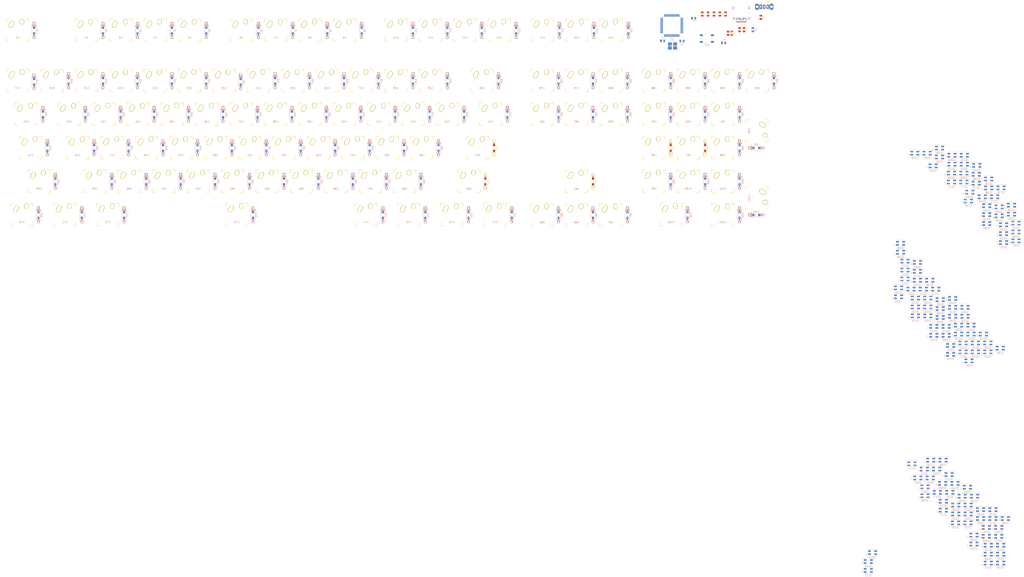
<source format=kicad_pcb>
(kicad_pcb (version 20171130) (host pcbnew "(5.1.4)-1")
  (layers (0 F.Cu signal) (31 B.Cu signal) (34 B.Paste user) (35 F.Paste user) (36 B.SilkS user) (37 F.SilkS user) (38 B.Mask user) (39 F.Mask user) (44 Edge.Cuts user))
  (net 0 "")
  (net 1 GND)
  (net 2 VCC)
  (net 3 "Net-(C3-Pad1)")
  (net 4 "Net-(C7-Pad1)")
  (net 5 "Net-(C8-Pad2)")
  (net 6 "Net-(D1-Pad2)")
  (net 7 /row0)
  (net 8 "Net-(D2-Pad2)")
  (net 9 /row1)
  (net 10 "Net-(D3-Pad2)")
  (net 11 /row2)
  (net 12 "Net-(D4-Pad2)")
  (net 13 /row3)
  (net 14 "Net-(D5-Pad2)")
  (net 15 /row4)
  (net 16 "Net-(D6-Pad2)")
  (net 17 /row5)
  (net 18 "Net-(D7-Pad2)")
  (net 19 /row6)
  (net 20 "Net-(D8-Pad2)")
  (net 21 /row7)
  (net 22 "Net-(D9-Pad2)")
  (net 23 "Net-(D10-Pad2)")
  (net 24 "Net-(D11-Pad2)")
  (net 25 "Net-(D12-Pad2)")
  (net 26 "Net-(D13-Pad2)")
  (net 27 "Net-(D14-Pad2)")
  (net 28 "Net-(D15-Pad2)")
  (net 29 "Net-(D16-Pad2)")
  (net 30 "Net-(D17-Pad2)")
  (net 31 "Net-(D18-Pad2)")
  (net 32 "Net-(D19-Pad2)")
  (net 33 "Net-(D20-Pad2)")
  (net 34 "Net-(D21-Pad2)")
  (net 35 "Net-(D22-Pad2)")
  (net 36 "Net-(D23-Pad2)")
  (net 37 "Net-(D24-Pad2)")
  (net 38 "Net-(D25-Pad2)")
  (net 39 "Net-(D26-Pad2)")
  (net 40 "Net-(D27-Pad2)")
  (net 41 "Net-(D28-Pad2)")
  (net 42 "Net-(D29-Pad2)")
  (net 43 "Net-(D30-Pad2)")
  (net 44 "Net-(D31-Pad2)")
  (net 45 "Net-(D32-Pad2)")
  (net 46 "Net-(D33-Pad2)")
  (net 47 "Net-(D34-Pad2)")
  (net 48 "Net-(D35-Pad2)")
  (net 49 "Net-(D36-Pad2)")
  (net 50 "Net-(D37-Pad2)")
  (net 51 "Net-(D38-Pad2)")
  (net 52 "Net-(D39-Pad2)")
  (net 53 "Net-(D40-Pad2)")
  (net 54 "Net-(D41-Pad2)")
  (net 55 "Net-(D42-Pad2)")
  (net 56 "Net-(D43-Pad2)")
  (net 57 "Net-(D44-Pad2)")
  (net 58 "Net-(D45-Pad2)")
  (net 59 "Net-(D46-Pad2)")
  (net 60 "Net-(D47-Pad2)")
  (net 61 "Net-(D48-Pad2)")
  (net 62 "Net-(D49-Pad2)")
  (net 63 "Net-(D50-Pad2)")
  (net 64 "Net-(D51-Pad2)")
  (net 65 "Net-(D52-Pad2)")
  (net 66 "Net-(D53-Pad2)")
  (net 67 "Net-(D54-Pad2)")
  (net 68 "Net-(D55-Pad2)")
  (net 69 "Net-(D56-Pad2)")
  (net 70 "Net-(D57-Pad2)")
  (net 71 "Net-(D58-Pad2)")
  (net 72 "Net-(D59-Pad2)")
  (net 73 "Net-(D60-Pad2)")
  (net 74 "Net-(D61-Pad2)")
  (net 75 "Net-(D62-Pad2)")
  (net 76 "Net-(D63-Pad2)")
  (net 77 "Net-(D64-Pad2)")
  (net 78 "Net-(D65-Pad2)")
  (net 79 "Net-(D66-Pad2)")
  (net 80 "Net-(D67-Pad2)")
  (net 81 "Net-(D68-Pad2)")
  (net 82 "Net-(D69-Pad2)")
  (net 83 "Net-(D70-Pad2)")
  (net 84 "Net-(D71-Pad2)")
  (net 85 "Net-(D72-Pad2)")
  (net 86 "Net-(D73-Pad2)")
  (net 87 "Net-(D74-Pad2)")
  (net 88 "Net-(D75-Pad2)")
  (net 89 "Net-(D76-Pad2)")
  (net 90 "Net-(D77-Pad2)")
  (net 91 "Net-(D78-Pad2)")
  (net 92 "Net-(D79-Pad2)")
  (net 93 "Net-(D80-Pad2)")
  (net 94 "Net-(D81-Pad2)")
  (net 95 "Net-(D82-Pad2)")
  (net 96 "Net-(D83-Pad2)")
  (net 97 "Net-(D84-Pad2)")
  (net 98 "Net-(D85-Pad2)")
  (net 99 "Net-(D86-Pad2)")
  (net 100 "Net-(D87-Pad2)")
  (net 101 "Net-(D88-Pad2)")
  (net 102 "Net-(D89-Pad2)")
  (net 103 "Net-(D90-Pad2)")
  (net 104 "Net-(D91-Pad2)")
  (net 105 "Net-(D92-Pad2)")
  (net 106 "Net-(D93-Pad2)")
  (net 107 "Net-(D94-Pad2)")
  (net 108 "Net-(D95-Pad2)")
  (net 109 "Net-(D96-Pad2)")
  (net 110 "Net-(D97-Pad2)")
  (net 111 "Net-(D98-Pad2)")
  (net 112 "Net-(D99-Pad2)")
  (net 113 "Net-(D100-Pad2)")
  (net 114 "Net-(D101-Pad2)")
  (net 115 "Net-(D102-Pad2)")
  (net 116 "Net-(D103-Pad2)")
  (net 117 "Net-(D104-Pad2)")
  (net 118 /LEDDATA)
  (net 119 /col0)
  (net 120 /col1)
  (net 121 /col2)
  (net 122 /col3)
  (net 123 /col4)
  (net 124 /col5)
  (net 125 /col6)
  (net 126 /col7)
  (net 127 /col8)
  (net 128 /col9)
  (net 129 /col10)
  (net 130 /col11)
  (net 131 /col12)
  (net 132 "Net-(P1-PadA5)")
  (net 133 "Net-(P1-PadA6)")
  (net 134 "Net-(P1-PadA7)")
  (net 135 "Net-(P1-PadB5)")
  (net 136 "Net-(R1-Pad2)")
  (net 137 "Net-(R4-Pad2)")
  (net 138 "Net-(R5-Pad2)")
  (net 139 "Net-(R6-Pad2)")
  (net 140 "Net-(R7-Pad1)")
  (net 141 "Net-(U1-Pad25)")
  (net 142 "Net-(U1-Pad26)")
  (net 143 "Net-(U1-Pad42)")
  (net 144 "Net-(D105-Pad1)")
  (net 145 "Net-(D106-Pad1)")
  (net 146 "Net-(D106-Pad3)")
  (net 147 "Net-(D107-Pad3)")
  (net 148 "Net-(D107-Pad1)")
  (net 149 "Net-(D108-Pad3)")
  (net 150 "Net-(D108-Pad1)")
  (net 151 "Net-(D109-Pad1)")
  (net 152 "Net-(D109-Pad3)")
  (net 153 "Net-(D110-Pad3)")
  (net 154 "Net-(D110-Pad1)")
  (net 155 "Net-(D111-Pad1)")
  (net 156 "Net-(D111-Pad3)")
  (net 157 "Net-(D112-Pad3)")
  (net 158 "Net-(D112-Pad1)")
  (net 159 "Net-(D113-Pad1)")
  (net 160 "Net-(D114-Pad1)")
  (net 161 "Net-(D115-Pad1)")
  (net 162 "Net-(D116-Pad1)")
  (net 163 "Net-(D117-Pad1)")
  (net 164 "Net-(D118-Pad1)")
  (net 165 "Net-(D119-Pad1)")
  (net 166 "Net-(D120-Pad1)")
  (net 167 "Net-(D121-Pad1)")
  (net 168 "Net-(D122-Pad1)")
  (net 169 "Net-(D123-Pad1)")
  (net 170 "Net-(D124-Pad1)")
  (net 171 "Net-(D125-Pad1)")
  (net 172 "Net-(D126-Pad1)")
  (net 173 "Net-(D127-Pad1)")
  (net 174 "Net-(D128-Pad1)")
  (net 175 "Net-(D129-Pad1)")
  (net 176 "Net-(D130-Pad1)")
  (net 177 "Net-(D131-Pad1)")
  (net 178 "Net-(D132-Pad1)")
  (net 179 "Net-(D133-Pad1)")
  (net 180 "Net-(D134-Pad1)")
  (net 181 "Net-(D135-Pad1)")
  (net 182 "Net-(D136-Pad1)")
  (net 183 "Net-(D137-Pad1)")
  (net 184 "Net-(D138-Pad1)")
  (net 185 "Net-(D139-Pad1)")
  (net 186 "Net-(D140-Pad1)")
  (net 187 "Net-(D141-Pad1)")
  (net 188 "Net-(D142-Pad1)")
  (net 189 "Net-(D143-Pad1)")
  (net 190 "Net-(D144-Pad1)")
  (net 191 "Net-(D145-Pad1)")
  (net 192 "Net-(D146-Pad1)")
  (net 193 "Net-(D147-Pad1)")
  (net 194 "Net-(D148-Pad1)")
  (net 195 "Net-(D149-Pad1)")
  (net 196 "Net-(D150-Pad1)")
  (net 197 "Net-(D151-Pad1)")
  (net 198 "Net-(D152-Pad1)")
  (net 199 "Net-(D153-Pad1)")
  (net 200 "Net-(D154-Pad1)")
  (net 201 "Net-(D155-Pad1)")
  (net 202 "Net-(D156-Pad1)")
  (net 203 "Net-(D157-Pad1)")
  (net 204 "Net-(D158-Pad1)")
  (net 205 "Net-(D159-Pad1)")
  (net 206 "Net-(D160-Pad1)")
  (net 207 "Net-(D161-Pad1)")
  (net 208 "Net-(D162-Pad1)")
  (net 209 "Net-(D163-Pad1)")
  (net 210 "Net-(D164-Pad1)")
  (net 211 "Net-(D165-Pad1)")
  (net 212 "Net-(D166-Pad1)")
  (net 213 "Net-(D167-Pad1)")
  (net 214 "Net-(D168-Pad1)")
  (net 215 "Net-(D169-Pad1)")
  (net 216 "Net-(D170-Pad1)")
  (net 217 "Net-(D171-Pad1)")
  (net 218 "Net-(D172-Pad1)")
  (net 219 "Net-(D173-Pad1)")
  (net 220 "Net-(D174-Pad1)")
  (net 221 "Net-(D175-Pad1)")
  (net 222 "Net-(D176-Pad1)")
  (net 223 "Net-(D177-Pad1)")
  (net 224 "Net-(D178-Pad1)")
  (net 225 "Net-(D179-Pad1)")
  (net 226 "Net-(D180-Pad1)")
  (net 227 "Net-(D181-Pad1)")
  (net 228 "Net-(D182-Pad1)")
  (net 229 "Net-(D183-Pad1)")
  (net 230 "Net-(D184-Pad1)")
  (net 231 "Net-(D185-Pad1)")
  (net 232 "Net-(D186-Pad1)")
  (net 233 "Net-(D187-Pad1)")
  (net 234 "Net-(D188-Pad1)")
  (net 235 "Net-(D189-Pad1)")
  (net 236 "Net-(D190-Pad1)")
  (net 237 "Net-(D191-Pad1)")
  (net 238 "Net-(D192-Pad1)")
  (net 239 "Net-(D193-Pad1)")
  (net 240 "Net-(D194-Pad1)")
  (net 241 "Net-(D195-Pad1)")
  (net 242 "Net-(D196-Pad1)")
  (net 243 "Net-(D197-Pad1)")
  (net 244 "Net-(D198-Pad1)")
  (net 245 "Net-(D199-Pad1)")
  (net 246 "Net-(D200-Pad1)")
  (net 247 "Net-(D201-Pad1)")
  (net 248 "Net-(D202-Pad1)")
  (net 249 "Net-(D203-Pad1)")
  (net 250 "Net-(D204-Pad1)")
  (net 251 "Net-(D205-Pad1)")
  (net 252 "Net-(D206-Pad1)")
  (net 253 "Net-(D207-Pad1)")
  (net 254 "Net-(D208-Pad1)")
  (net 255 "Net-(D209-Pad1)")
  (net 256 "Net-(D210-Pad1)")
  (net 257 "Net-(D211-Pad1)")
  (net 258 "Net-(D212-Pad1)")
  (net 259 "Net-(D213-Pad1)")
  (net 260 "Net-(D214-Pad1)")
  (net 261 "Net-(D215-Pad1)")
  (net 262 "Net-(D216-Pad1)")
  (net 263 "Net-(D217-Pad1)")
  (net 264 "Net-(D218-Pad1)")
  (net 265 "Net-(D219-Pad1)")
  (net 266 "Net-(D220-Pad1)")
  (net 267 "Net-(D221-Pad1)")
  (net 268 "Net-(D222-Pad1)")
  (net 269 "Net-(D223-Pad1)")
  (net 270 "Net-(D224-Pad1)")
  (net 271 "Net-(D232-Pad1)")
  (module kbdlayout:keyboard_layout1 (layer F.Cu) (at 209 52)
    (fp_text reference G*** hide)
    (fp_text value LOGO hide)
  )
  (module Capacitor_SMD:C_0805_2012Metric (layer F.Cu) (at 387.4 -9.4 90)
    (fp_text reference C1 (at 0 -1.65 90) (layer F.SilkS))
    (fp_text value 0.1u)
    (pad 2 smd roundrect (at 0.9375 0 90) (size 0.975 1.4) (layers F.Cu F.Paste F.Mask) (net 1 GND))
    (pad 1 smd roundrect (at -0.9375 0 90) (size 0.975 1.4) (layers F.Cu F.Paste F.Mask) (net 2 VCC))
  )
  (module Capacitor_SMD:C_0805_2012Metric (layer F.Cu) (at 390.7 -9.4 90)
    (fp_text reference C2 (at 0 -1.65 90) (layer F.SilkS))
    (fp_text value 0.1u)
    (pad 1 smd roundrect (at -0.9375 0 90) (size 0.975 1.4) (layers F.Cu F.Paste F.Mask) (net 2 VCC))
    (pad 2 smd roundrect (at 0.9375 0 90) (size 0.975 1.4) (layers F.Cu F.Paste F.Mask) (net 1 GND))
  )
  (module Capacitor_SMD:C_0805_2012Metric (layer B.Cu) (at 375.9 5.9)
    (fp_text reference C3 (at 0 1.65) (layer B.SilkS) (effects (justify mirror)))
    (fp_text value 22p)
    (pad 2 smd roundrect (at 0.9375 0) (size 0.975 1.4) (layers B.Cu B.Paste B.Mask) (net 1 GND))
    (pad 1 smd roundrect (at -0.9375 0) (size 0.975 1.4) (layers B.Cu B.Paste B.Mask) (net 3 "Net-(C3-Pad1)"))
  )
  (module Capacitor_SMD:C_0805_2012Metric (layer F.Cu) (at 394 -9.4 90)
    (fp_text reference C4 (at 0 -1.65 90) (layer F.SilkS))
    (fp_text value 0.1u)
    (pad 2 smd roundrect (at 0.9375 0 90) (size 0.975 1.4) (layers F.Cu F.Paste F.Mask) (net 1 GND))
    (pad 1 smd roundrect (at -0.9375 0 90) (size 0.975 1.4) (layers F.Cu F.Paste F.Mask) (net 2 VCC))
  )
  (module Capacitor_SMD:C_0805_2012Metric (layer F.Cu) (at 397.3 -9.4 90)
    (fp_text reference C5 (at 0 -1.65 90) (layer F.SilkS))
    (fp_text value 0.1u)
    (pad 1 smd roundrect (at -0.9375 0 90) (size 0.975 1.4) (layers F.Cu F.Paste F.Mask) (net 2 VCC))
    (pad 2 smd roundrect (at 0.9375 0 90) (size 0.975 1.4) (layers F.Cu F.Paste F.Mask) (net 1 GND))
  )
  (module Capacitor_SMD:C_0805_2012Metric (layer F.Cu) (at 400.6 -9.4 90)
    (fp_text reference C6 (at 0 -1.65 90) (layer F.SilkS))
    (fp_text value 4.7u)
    (pad 2 smd roundrect (at 0.9375 0 90) (size 0.975 1.4) (layers F.Cu F.Paste F.Mask) (net 1 GND))
    (pad 1 smd roundrect (at -0.9375 0 90) (size 0.975 1.4) (layers F.Cu F.Paste F.Mask) (net 2 VCC))
  )
  (module Capacitor_SMD:C_0805_2012Metric (layer B.Cu) (at 364.9 5.8 180)
    (fp_text reference C7 (at 0 1.65) (layer B.SilkS) (effects (justify mirror)))
    (fp_text value 22p)
    (pad 1 smd roundrect (at -0.9375 0 180) (size 0.975 1.4) (layers B.Cu B.Paste B.Mask) (net 4 "Net-(C7-Pad1)"))
    (pad 2 smd roundrect (at 0.9375 0 180) (size 0.975 1.4) (layers B.Cu B.Paste B.Mask) (net 1 GND))
  )
  (module Capacitor_SMD:C_0805_2012Metric (layer B.Cu) (at 416 -0.5 90)
    (fp_text reference C8 (at 0 1.65 270) (layer B.SilkS) (effects (justify mirror)))
    (fp_text value 1u)
    (pad 1 smd roundrect (at -0.9375 0 90) (size 0.975 1.4) (layers B.Cu B.Paste B.Mask) (net 1 GND))
    (pad 2 smd roundrect (at 0.9375 0 90) (size 0.975 1.4) (layers B.Cu B.Paste B.Mask) (net 5 "Net-(C8-Pad2)"))
  )
  (module keyboard1:D_SOD123_axial (layer B.Cu) (at 9 0 270)
    (fp_text reference D1 (at 0 -1.925 270) (layer B.SilkS) (effects (font (size 0.8 0.8)) (justify mirror)))
    (fp_text value D hide)
    (pad 2 smd rect (at 1.575 0 270) (size 1.2 1.2) (layers B.Cu B.Paste B.Mask) (net 6 "Net-(D1-Pad2)"))
    (pad 1 smd rect (at -1.575 0 270) (size 1.2 1.2) (layers B.Cu B.Paste B.Mask) (net 7 /row0))
    (pad 1 thru_hole rect (at -3.9 0 270) (size 1.6 1.6) (drill 0.7) (layers *.Cu *.Mask B.SilkS) (net 7 /row0))
    (pad 2 thru_hole circle (at 3.9 0 270) (size 1.6 1.6) (drill 0.7) (layers *.Cu *.Mask B.SilkS) (net 6 "Net-(D1-Pad2)"))
    (pad 1 smd rect (at -2.7 0 270) (size 2.5 0.5) (layers B.Cu) (net 7 /row0))
    (pad 2 smd rect (at 2.7 0 270) (size 2.5 0.5) (layers B.Cu) (net 6 "Net-(D1-Pad2)"))
  )
  (module keyboard1:D_SOD123_axial (layer B.Cu) (at 48 0 270)
    (fp_text reference D2 (at 0 -1.925 270) (layer B.SilkS) (effects (font (size 0.8 0.8)) (justify mirror)))
    (fp_text value D hide)
    (pad 2 smd rect (at 2.7 0 270) (size 2.5 0.5) (layers B.Cu) (net 8 "Net-(D2-Pad2)"))
    (pad 1 smd rect (at -2.7 0 270) (size 2.5 0.5) (layers B.Cu) (net 9 /row1))
    (pad 2 thru_hole circle (at 3.9 0 270) (size 1.6 1.6) (drill 0.7) (layers *.Cu *.Mask B.SilkS) (net 8 "Net-(D2-Pad2)"))
    (pad 1 thru_hole rect (at -3.9 0 270) (size 1.6 1.6) (drill 0.7) (layers *.Cu *.Mask B.SilkS) (net 9 /row1))
    (pad 1 smd rect (at -1.575 0 270) (size 1.2 1.2) (layers B.Cu B.Paste B.Mask) (net 9 /row1))
    (pad 2 smd rect (at 1.575 0 270) (size 1.2 1.2) (layers B.Cu B.Paste B.Mask) (net 8 "Net-(D2-Pad2)"))
  )
  (module keyboard1:D_SOD123_axial (layer B.Cu) (at 67.5 0 270)
    (fp_text reference D3 (at 0 -1.925 270) (layer B.SilkS) (effects (font (size 0.8 0.8)) (justify mirror)))
    (fp_text value D hide)
    (pad 2 smd rect (at 1.575 0 270) (size 1.2 1.2) (layers B.Cu B.Paste B.Mask) (net 10 "Net-(D3-Pad2)"))
    (pad 1 smd rect (at -1.575 0 270) (size 1.2 1.2) (layers B.Cu B.Paste B.Mask) (net 11 /row2))
    (pad 1 thru_hole rect (at -3.9 0 270) (size 1.6 1.6) (drill 0.7) (layers *.Cu *.Mask B.SilkS) (net 11 /row2))
    (pad 2 thru_hole circle (at 3.9 0 270) (size 1.6 1.6) (drill 0.7) (layers *.Cu *.Mask B.SilkS) (net 10 "Net-(D3-Pad2)"))
    (pad 1 smd rect (at -2.7 0 270) (size 2.5 0.5) (layers B.Cu) (net 11 /row2))
    (pad 2 smd rect (at 2.7 0 270) (size 2.5 0.5) (layers B.Cu) (net 10 "Net-(D3-Pad2)"))
  )
  (module keyboard1:D_SOD123_axial (layer B.Cu) (at 87 0 270)
    (fp_text reference D4 (at 0 -1.925 270) (layer B.SilkS) (effects (font (size 0.8 0.8)) (justify mirror)))
    (fp_text value D hide)
    (pad 2 smd rect (at 2.7 0 270) (size 2.5 0.5) (layers B.Cu) (net 12 "Net-(D4-Pad2)"))
    (pad 1 smd rect (at -2.7 0 270) (size 2.5 0.5) (layers B.Cu) (net 13 /row3))
    (pad 2 thru_hole circle (at 3.9 0 270) (size 1.6 1.6) (drill 0.7) (layers *.Cu *.Mask B.SilkS) (net 12 "Net-(D4-Pad2)"))
    (pad 1 thru_hole rect (at -3.9 0 270) (size 1.6 1.6) (drill 0.7) (layers *.Cu *.Mask B.SilkS) (net 13 /row3))
    (pad 1 smd rect (at -1.575 0 270) (size 1.2 1.2) (layers B.Cu B.Paste B.Mask) (net 13 /row3))
    (pad 2 smd rect (at 1.575 0 270) (size 1.2 1.2) (layers B.Cu B.Paste B.Mask) (net 12 "Net-(D4-Pad2)"))
  )
  (module keyboard1:D_SOD123_axial (layer B.Cu) (at 106.5 0 270)
    (fp_text reference D5 (at 0 -1.925 270) (layer B.SilkS) (effects (font (size 0.8 0.8)) (justify mirror)))
    (fp_text value D hide)
    (pad 2 smd rect (at 2.7 0 270) (size 2.5 0.5) (layers B.Cu) (net 14 "Net-(D5-Pad2)"))
    (pad 1 smd rect (at -2.7 0 270) (size 2.5 0.5) (layers B.Cu) (net 15 /row4))
    (pad 2 thru_hole circle (at 3.9 0 270) (size 1.6 1.6) (drill 0.7) (layers *.Cu *.Mask B.SilkS) (net 14 "Net-(D5-Pad2)"))
    (pad 1 thru_hole rect (at -3.9 0 270) (size 1.6 1.6) (drill 0.7) (layers *.Cu *.Mask B.SilkS) (net 15 /row4))
    (pad 1 smd rect (at -1.575 0 270) (size 1.2 1.2) (layers B.Cu B.Paste B.Mask) (net 15 /row4))
    (pad 2 smd rect (at 1.575 0 270) (size 1.2 1.2) (layers B.Cu B.Paste B.Mask) (net 14 "Net-(D5-Pad2)"))
  )
  (module keyboard1:D_SOD123_axial (layer B.Cu) (at 136 0 270)
    (fp_text reference D6 (at 0 -1.925 270) (layer B.SilkS) (effects (font (size 0.8 0.8)) (justify mirror)))
    (fp_text value D hide)
    (pad 2 smd rect (at 1.575 0 270) (size 1.2 1.2) (layers B.Cu B.Paste B.Mask) (net 16 "Net-(D6-Pad2)"))
    (pad 1 smd rect (at -1.575 0 270) (size 1.2 1.2) (layers B.Cu B.Paste B.Mask) (net 17 /row5))
    (pad 1 thru_hole rect (at -3.9 0 270) (size 1.6 1.6) (drill 0.7) (layers *.Cu *.Mask B.SilkS) (net 17 /row5))
    (pad 2 thru_hole circle (at 3.9 0 270) (size 1.6 1.6) (drill 0.7) (layers *.Cu *.Mask B.SilkS) (net 16 "Net-(D6-Pad2)"))
    (pad 1 smd rect (at -2.7 0 270) (size 2.5 0.5) (layers B.Cu) (net 17 /row5))
    (pad 2 smd rect (at 2.7 0 270) (size 2.5 0.5) (layers B.Cu) (net 16 "Net-(D6-Pad2)"))
  )
  (module keyboard1:D_SOD123_axial (layer B.Cu) (at 155.5 0 270)
    (fp_text reference D7 (at 0 -1.925 270) (layer B.SilkS) (effects (font (size 0.8 0.8)) (justify mirror)))
    (fp_text value D hide)
    (pad 2 smd rect (at 2.7 0 270) (size 2.5 0.5) (layers B.Cu) (net 18 "Net-(D7-Pad2)"))
    (pad 1 smd rect (at -2.7 0 270) (size 2.5 0.5) (layers B.Cu) (net 19 /row6))
    (pad 2 thru_hole circle (at 3.9 0 270) (size 1.6 1.6) (drill 0.7) (layers *.Cu *.Mask B.SilkS) (net 18 "Net-(D7-Pad2)"))
    (pad 1 thru_hole rect (at -3.9 0 270) (size 1.6 1.6) (drill 0.7) (layers *.Cu *.Mask B.SilkS) (net 19 /row6))
    (pad 1 smd rect (at -1.575 0 270) (size 1.2 1.2) (layers B.Cu B.Paste B.Mask) (net 19 /row6))
    (pad 2 smd rect (at 1.575 0 270) (size 1.2 1.2) (layers B.Cu B.Paste B.Mask) (net 18 "Net-(D7-Pad2)"))
  )
  (module keyboard1:D_SOD123_axial (layer B.Cu) (at 175 0 270)
    (fp_text reference D8 (at 0 -1.925 270) (layer B.SilkS) (effects (font (size 0.8 0.8)) (justify mirror)))
    (fp_text value D hide)
    (pad 2 smd rect (at 1.575 0 270) (size 1.2 1.2) (layers B.Cu B.Paste B.Mask) (net 20 "Net-(D8-Pad2)"))
    (pad 1 smd rect (at -1.575 0 270) (size 1.2 1.2) (layers B.Cu B.Paste B.Mask) (net 21 /row7))
    (pad 1 thru_hole rect (at -3.9 0 270) (size 1.6 1.6) (drill 0.7) (layers *.Cu *.Mask B.SilkS) (net 21 /row7))
    (pad 2 thru_hole circle (at 3.9 0 270) (size 1.6 1.6) (drill 0.7) (layers *.Cu *.Mask B.SilkS) (net 20 "Net-(D8-Pad2)"))
    (pad 1 smd rect (at -2.7 0 270) (size 2.5 0.5) (layers B.Cu) (net 21 /row7))
    (pad 2 smd rect (at 2.7 0 270) (size 2.5 0.5) (layers B.Cu) (net 20 "Net-(D8-Pad2)"))
  )
  (module keyboard1:D_SOD123_axial (layer B.Cu) (at 194.5 0 270)
    (fp_text reference D9 (at 0 -1.925 270) (layer B.SilkS) (effects (font (size 0.8 0.8)) (justify mirror)))
    (fp_text value D hide)
    (pad 2 smd rect (at 1.575 0 270) (size 1.2 1.2) (layers B.Cu B.Paste B.Mask) (net 22 "Net-(D9-Pad2)"))
    (pad 1 smd rect (at -1.575 0 270) (size 1.2 1.2) (layers B.Cu B.Paste B.Mask) (net 7 /row0))
    (pad 1 thru_hole rect (at -3.9 0 270) (size 1.6 1.6) (drill 0.7) (layers *.Cu *.Mask B.SilkS) (net 7 /row0))
    (pad 2 thru_hole circle (at 3.9 0 270) (size 1.6 1.6) (drill 0.7) (layers *.Cu *.Mask B.SilkS) (net 22 "Net-(D9-Pad2)"))
    (pad 1 smd rect (at -2.7 0 270) (size 2.5 0.5) (layers B.Cu) (net 7 /row0))
    (pad 2 smd rect (at 2.7 0 270) (size 2.5 0.5) (layers B.Cu) (net 22 "Net-(D9-Pad2)"))
  )
  (module keyboard1:D_SOD123_axial (layer B.Cu) (at 223.5 0 270)
    (fp_text reference D10 (at 0 -1.925 270) (layer B.SilkS) (effects (font (size 0.8 0.8)) (justify mirror)))
    (fp_text value D hide)
    (pad 2 smd rect (at 2.7 0 270) (size 2.5 0.5) (layers B.Cu) (net 23 "Net-(D10-Pad2)"))
    (pad 1 smd rect (at -2.7 0 270) (size 2.5 0.5) (layers B.Cu) (net 9 /row1))
    (pad 2 thru_hole circle (at 3.9 0 270) (size 1.6 1.6) (drill 0.7) (layers *.Cu *.Mask B.SilkS) (net 23 "Net-(D10-Pad2)"))
    (pad 1 thru_hole rect (at -3.9 0 270) (size 1.6 1.6) (drill 0.7) (layers *.Cu *.Mask B.SilkS) (net 9 /row1))
    (pad 1 smd rect (at -1.575 0 270) (size 1.2 1.2) (layers B.Cu B.Paste B.Mask) (net 9 /row1))
    (pad 2 smd rect (at 1.575 0 270) (size 1.2 1.2) (layers B.Cu B.Paste B.Mask) (net 23 "Net-(D10-Pad2)"))
  )
  (module keyboard1:D_SOD123_axial (layer B.Cu) (at 243 0 270)
    (fp_text reference D11 (at 0 -1.925 270) (layer B.SilkS) (effects (font (size 0.8 0.8)) (justify mirror)))
    (fp_text value D hide)
    (pad 2 smd rect (at 2.7 0 270) (size 2.5 0.5) (layers B.Cu) (net 24 "Net-(D11-Pad2)"))
    (pad 1 smd rect (at -2.7 0 270) (size 2.5 0.5) (layers B.Cu) (net 11 /row2))
    (pad 2 thru_hole circle (at 3.9 0 270) (size 1.6 1.6) (drill 0.7) (layers *.Cu *.Mask B.SilkS) (net 24 "Net-(D11-Pad2)"))
    (pad 1 thru_hole rect (at -3.9 0 270) (size 1.6 1.6) (drill 0.7) (layers *.Cu *.Mask B.SilkS) (net 11 /row2))
    (pad 1 smd rect (at -1.575 0 270) (size 1.2 1.2) (layers B.Cu B.Paste B.Mask) (net 11 /row2))
    (pad 2 smd rect (at 1.575 0 270) (size 1.2 1.2) (layers B.Cu B.Paste B.Mask) (net 24 "Net-(D11-Pad2)"))
  )
  (module keyboard1:D_SOD123_axial (layer B.Cu) (at 262.5 0 270)
    (fp_text reference D12 (at 0 -1.925 270) (layer B.SilkS) (effects (font (size 0.8 0.8)) (justify mirror)))
    (fp_text value D hide)
    (pad 2 smd rect (at 1.575 0 270) (size 1.2 1.2) (layers B.Cu B.Paste B.Mask) (net 25 "Net-(D12-Pad2)"))
    (pad 1 smd rect (at -1.575 0 270) (size 1.2 1.2) (layers B.Cu B.Paste B.Mask) (net 13 /row3))
    (pad 1 thru_hole rect (at -3.9 0 270) (size 1.6 1.6) (drill 0.7) (layers *.Cu *.Mask B.SilkS) (net 13 /row3))
    (pad 2 thru_hole circle (at 3.9 0 270) (size 1.6 1.6) (drill 0.7) (layers *.Cu *.Mask B.SilkS) (net 25 "Net-(D12-Pad2)"))
    (pad 1 smd rect (at -2.7 0 270) (size 2.5 0.5) (layers B.Cu) (net 13 /row3))
    (pad 2 smd rect (at 2.7 0 270) (size 2.5 0.5) (layers B.Cu) (net 25 "Net-(D12-Pad2)"))
  )
  (module keyboard1:D_SOD123_axial (layer B.Cu) (at 282 0 270)
    (fp_text reference D13 (at 0 -1.925 270) (layer B.SilkS) (effects (font (size 0.8 0.8)) (justify mirror)))
    (fp_text value D hide)
    (pad 2 smd rect (at 1.575 0 270) (size 1.2 1.2) (layers B.Cu B.Paste B.Mask) (net 26 "Net-(D13-Pad2)"))
    (pad 1 smd rect (at -1.575 0 270) (size 1.2 1.2) (layers B.Cu B.Paste B.Mask) (net 15 /row4))
    (pad 1 thru_hole rect (at -3.9 0 270) (size 1.6 1.6) (drill 0.7) (layers *.Cu *.Mask B.SilkS) (net 15 /row4))
    (pad 2 thru_hole circle (at 3.9 0 270) (size 1.6 1.6) (drill 0.7) (layers *.Cu *.Mask B.SilkS) (net 26 "Net-(D13-Pad2)"))
    (pad 1 smd rect (at -2.7 0 270) (size 2.5 0.5) (layers B.Cu) (net 15 /row4))
    (pad 2 smd rect (at 2.7 0 270) (size 2.5 0.5) (layers B.Cu) (net 26 "Net-(D13-Pad2)"))
  )
  (module keyboard1:D_SOD123_axial (layer B.Cu) (at 306.5 0 270)
    (fp_text reference D14 (at 0 -1.925 270) (layer B.SilkS) (effects (font (size 0.8 0.8)) (justify mirror)))
    (fp_text value D hide)
    (pad 2 smd rect (at 2.7 0 270) (size 2.5 0.5) (layers B.Cu) (net 27 "Net-(D14-Pad2)"))
    (pad 1 smd rect (at -2.7 0 270) (size 2.5 0.5) (layers B.Cu) (net 17 /row5))
    (pad 2 thru_hole circle (at 3.9 0 270) (size 1.6 1.6) (drill 0.7) (layers *.Cu *.Mask B.SilkS) (net 27 "Net-(D14-Pad2)"))
    (pad 1 thru_hole rect (at -3.9 0 270) (size 1.6 1.6) (drill 0.7) (layers *.Cu *.Mask B.SilkS) (net 17 /row5))
    (pad 1 smd rect (at -1.575 0 270) (size 1.2 1.2) (layers B.Cu B.Paste B.Mask) (net 17 /row5))
    (pad 2 smd rect (at 1.575 0 270) (size 1.2 1.2) (layers B.Cu B.Paste B.Mask) (net 27 "Net-(D14-Pad2)"))
  )
  (module keyboard1:D_SOD123_axial (layer B.Cu) (at 326 0 270)
    (fp_text reference D15 (at 0 -1.925 270) (layer B.SilkS) (effects (font (size 0.8 0.8)) (justify mirror)))
    (fp_text value D hide)
    (pad 2 smd rect (at 1.575 0 270) (size 1.2 1.2) (layers B.Cu B.Paste B.Mask) (net 28 "Net-(D15-Pad2)"))
    (pad 1 smd rect (at -1.575 0 270) (size 1.2 1.2) (layers B.Cu B.Paste B.Mask) (net 19 /row6))
    (pad 1 thru_hole rect (at -3.9 0 270) (size 1.6 1.6) (drill 0.7) (layers *.Cu *.Mask B.SilkS) (net 19 /row6))
    (pad 2 thru_hole circle (at 3.9 0 270) (size 1.6 1.6) (drill 0.7) (layers *.Cu *.Mask B.SilkS) (net 28 "Net-(D15-Pad2)"))
    (pad 1 smd rect (at -2.7 0 270) (size 2.5 0.5) (layers B.Cu) (net 19 /row6))
    (pad 2 smd rect (at 2.7 0 270) (size 2.5 0.5) (layers B.Cu) (net 28 "Net-(D15-Pad2)"))
  )
  (module keyboard1:D_SOD123_axial (layer B.Cu) (at 345.5 0 270)
    (fp_text reference D16 (at 0 -1.925 270) (layer B.SilkS) (effects (font (size 0.8 0.8)) (justify mirror)))
    (fp_text value D hide)
    (pad 2 smd rect (at 2.7 0 270) (size 2.5 0.5) (layers B.Cu) (net 29 "Net-(D16-Pad2)"))
    (pad 1 smd rect (at -2.7 0 270) (size 2.5 0.5) (layers B.Cu) (net 21 /row7))
    (pad 2 thru_hole circle (at 3.9 0 270) (size 1.6 1.6) (drill 0.7) (layers *.Cu *.Mask B.SilkS) (net 29 "Net-(D16-Pad2)"))
    (pad 1 thru_hole rect (at -3.9 0 270) (size 1.6 1.6) (drill 0.7) (layers *.Cu *.Mask B.SilkS) (net 21 /row7))
    (pad 1 smd rect (at -1.575 0 270) (size 1.2 1.2) (layers B.Cu B.Paste B.Mask) (net 21 /row7))
    (pad 2 smd rect (at 1.575 0 270) (size 1.2 1.2) (layers B.Cu B.Paste B.Mask) (net 29 "Net-(D16-Pad2)"))
  )
  (module keyboard1:D_SOD123_axial (layer B.Cu) (at 9 29 270)
    (fp_text reference D17 (at 0 -1.925 270) (layer B.SilkS) (effects (font (size 0.8 0.8)) (justify mirror)))
    (fp_text value D hide)
    (pad 2 smd rect (at 2.7 0 270) (size 2.5 0.5) (layers B.Cu) (net 30 "Net-(D17-Pad2)"))
    (pad 1 smd rect (at -2.7 0 270) (size 2.5 0.5) (layers B.Cu) (net 7 /row0))
    (pad 2 thru_hole circle (at 3.9 0 270) (size 1.6 1.6) (drill 0.7) (layers *.Cu *.Mask B.SilkS) (net 30 "Net-(D17-Pad2)"))
    (pad 1 thru_hole rect (at -3.9 0 270) (size 1.6 1.6) (drill 0.7) (layers *.Cu *.Mask B.SilkS) (net 7 /row0))
    (pad 1 smd rect (at -1.575 0 270) (size 1.2 1.2) (layers B.Cu B.Paste B.Mask) (net 7 /row0))
    (pad 2 smd rect (at 1.575 0 270) (size 1.2 1.2) (layers B.Cu B.Paste B.Mask) (net 30 "Net-(D17-Pad2)"))
  )
  (module keyboard1:D_SOD123_axial (layer B.Cu) (at 28.5 28.5 270)
    (fp_text reference D18 (at 0 -1.925 270) (layer B.SilkS) (effects (font (size 0.8 0.8)) (justify mirror)))
    (fp_text value D hide)
    (pad 2 smd rect (at 2.7 0 270) (size 2.5 0.5) (layers B.Cu) (net 31 "Net-(D18-Pad2)"))
    (pad 1 smd rect (at -2.7 0 270) (size 2.5 0.5) (layers B.Cu) (net 9 /row1))
    (pad 2 thru_hole circle (at 3.9 0 270) (size 1.6 1.6) (drill 0.7) (layers *.Cu *.Mask B.SilkS) (net 31 "Net-(D18-Pad2)"))
    (pad 1 thru_hole rect (at -3.9 0 270) (size 1.6 1.6) (drill 0.7) (layers *.Cu *.Mask B.SilkS) (net 9 /row1))
    (pad 1 smd rect (at -1.575 0 270) (size 1.2 1.2) (layers B.Cu B.Paste B.Mask) (net 9 /row1))
    (pad 2 smd rect (at 1.575 0 270) (size 1.2 1.2) (layers B.Cu B.Paste B.Mask) (net 31 "Net-(D18-Pad2)"))
  )
  (module keyboard1:D_SOD123_axial (layer B.Cu) (at 48 28.5 270)
    (fp_text reference D19 (at 0 -1.925 270) (layer B.SilkS) (effects (font (size 0.8 0.8)) (justify mirror)))
    (fp_text value D hide)
    (pad 2 smd rect (at 1.575 0 270) (size 1.2 1.2) (layers B.Cu B.Paste B.Mask) (net 32 "Net-(D19-Pad2)"))
    (pad 1 smd rect (at -1.575 0 270) (size 1.2 1.2) (layers B.Cu B.Paste B.Mask) (net 11 /row2))
    (pad 1 thru_hole rect (at -3.9 0 270) (size 1.6 1.6) (drill 0.7) (layers *.Cu *.Mask B.SilkS) (net 11 /row2))
    (pad 2 thru_hole circle (at 3.9 0 270) (size 1.6 1.6) (drill 0.7) (layers *.Cu *.Mask B.SilkS) (net 32 "Net-(D19-Pad2)"))
    (pad 1 smd rect (at -2.7 0 270) (size 2.5 0.5) (layers B.Cu) (net 11 /row2))
    (pad 2 smd rect (at 2.7 0 270) (size 2.5 0.5) (layers B.Cu) (net 32 "Net-(D19-Pad2)"))
  )
  (module keyboard1:D_SOD123_axial (layer B.Cu) (at 67.5 28.5 270)
    (fp_text reference D20 (at 0 -1.925 270) (layer B.SilkS) (effects (font (size 0.8 0.8)) (justify mirror)))
    (fp_text value D hide)
    (pad 2 smd rect (at 2.7 0 270) (size 2.5 0.5) (layers B.Cu) (net 33 "Net-(D20-Pad2)"))
    (pad 1 smd rect (at -2.7 0 270) (size 2.5 0.5) (layers B.Cu) (net 13 /row3))
    (pad 2 thru_hole circle (at 3.9 0 270) (size 1.6 1.6) (drill 0.7) (layers *.Cu *.Mask B.SilkS) (net 33 "Net-(D20-Pad2)"))
    (pad 1 thru_hole rect (at -3.9 0 270) (size 1.6 1.6) (drill 0.7) (layers *.Cu *.Mask B.SilkS) (net 13 /row3))
    (pad 1 smd rect (at -1.575 0 270) (size 1.2 1.2) (layers B.Cu B.Paste B.Mask) (net 13 /row3))
    (pad 2 smd rect (at 1.575 0 270) (size 1.2 1.2) (layers B.Cu B.Paste B.Mask) (net 33 "Net-(D20-Pad2)"))
  )
  (module keyboard1:D_SOD123_axial (layer B.Cu) (at 87 28.5 270)
    (fp_text reference D21 (at 0 -1.925 270) (layer B.SilkS) (effects (font (size 0.8 0.8)) (justify mirror)))
    (fp_text value D hide)
    (pad 2 smd rect (at 2.7 0 270) (size 2.5 0.5) (layers B.Cu) (net 34 "Net-(D21-Pad2)"))
    (pad 1 smd rect (at -2.7 0 270) (size 2.5 0.5) (layers B.Cu) (net 15 /row4))
    (pad 2 thru_hole circle (at 3.9 0 270) (size 1.6 1.6) (drill 0.7) (layers *.Cu *.Mask B.SilkS) (net 34 "Net-(D21-Pad2)"))
    (pad 1 thru_hole rect (at -3.9 0 270) (size 1.6 1.6) (drill 0.7) (layers *.Cu *.Mask B.SilkS) (net 15 /row4))
    (pad 1 smd rect (at -1.575 0 270) (size 1.2 1.2) (layers B.Cu B.Paste B.Mask) (net 15 /row4))
    (pad 2 smd rect (at 1.575 0 270) (size 1.2 1.2) (layers B.Cu B.Paste B.Mask) (net 34 "Net-(D21-Pad2)"))
  )
  (module keyboard1:D_SOD123_axial (layer B.Cu) (at 106.5 28.5 270)
    (fp_text reference D22 (at 0 -1.925 270) (layer B.SilkS) (effects (font (size 0.8 0.8)) (justify mirror)))
    (fp_text value D hide)
    (pad 2 smd rect (at 1.575 0 270) (size 1.2 1.2) (layers B.Cu B.Paste B.Mask) (net 35 "Net-(D22-Pad2)"))
    (pad 1 smd rect (at -1.575 0 270) (size 1.2 1.2) (layers B.Cu B.Paste B.Mask) (net 17 /row5))
    (pad 1 thru_hole rect (at -3.9 0 270) (size 1.6 1.6) (drill 0.7) (layers *.Cu *.Mask B.SilkS) (net 17 /row5))
    (pad 2 thru_hole circle (at 3.9 0 270) (size 1.6 1.6) (drill 0.7) (layers *.Cu *.Mask B.SilkS) (net 35 "Net-(D22-Pad2)"))
    (pad 1 smd rect (at -2.7 0 270) (size 2.5 0.5) (layers B.Cu) (net 17 /row5))
    (pad 2 smd rect (at 2.7 0 270) (size 2.5 0.5) (layers B.Cu) (net 35 "Net-(D22-Pad2)"))
  )
  (module keyboard1:D_SOD123_axial (layer B.Cu) (at 126 29 270)
    (fp_text reference D23 (at 0 -1.925 270) (layer B.SilkS) (effects (font (size 0.8 0.8)) (justify mirror)))
    (fp_text value D hide)
    (pad 2 smd rect (at 1.575 0 270) (size 1.2 1.2) (layers B.Cu B.Paste B.Mask) (net 36 "Net-(D23-Pad2)"))
    (pad 1 smd rect (at -1.575 0 270) (size 1.2 1.2) (layers B.Cu B.Paste B.Mask) (net 19 /row6))
    (pad 1 thru_hole rect (at -3.9 0 270) (size 1.6 1.6) (drill 0.7) (layers *.Cu *.Mask B.SilkS) (net 19 /row6))
    (pad 2 thru_hole circle (at 3.9 0 270) (size 1.6 1.6) (drill 0.7) (layers *.Cu *.Mask B.SilkS) (net 36 "Net-(D23-Pad2)"))
    (pad 1 smd rect (at -2.7 0 270) (size 2.5 0.5) (layers B.Cu) (net 19 /row6))
    (pad 2 smd rect (at 2.7 0 270) (size 2.5 0.5) (layers B.Cu) (net 36 "Net-(D23-Pad2)"))
  )
  (module keyboard1:D_SOD123_axial (layer B.Cu) (at 145.5 28.5 270)
    (fp_text reference D24 (at 0 -1.925 270) (layer B.SilkS) (effects (font (size 0.8 0.8)) (justify mirror)))
    (fp_text value D hide)
    (pad 2 smd rect (at 1.575 0 270) (size 1.2 1.2) (layers B.Cu B.Paste B.Mask) (net 37 "Net-(D24-Pad2)"))
    (pad 1 smd rect (at -1.575 0 270) (size 1.2 1.2) (layers B.Cu B.Paste B.Mask) (net 21 /row7))
    (pad 1 thru_hole rect (at -3.9 0 270) (size 1.6 1.6) (drill 0.7) (layers *.Cu *.Mask B.SilkS) (net 21 /row7))
    (pad 2 thru_hole circle (at 3.9 0 270) (size 1.6 1.6) (drill 0.7) (layers *.Cu *.Mask B.SilkS) (net 37 "Net-(D24-Pad2)"))
    (pad 1 smd rect (at -2.7 0 270) (size 2.5 0.5) (layers B.Cu) (net 21 /row7))
    (pad 2 smd rect (at 2.7 0 270) (size 2.5 0.5) (layers B.Cu) (net 37 "Net-(D24-Pad2)"))
  )
  (module keyboard1:D_SOD123_axial (layer B.Cu) (at 165 28.5 270)
    (fp_text reference D25 (at 0 -1.925 270) (layer B.SilkS) (effects (font (size 0.8 0.8)) (justify mirror)))
    (fp_text value D hide)
    (pad 2 smd rect (at 2.7 0 270) (size 2.5 0.5) (layers B.Cu) (net 38 "Net-(D25-Pad2)"))
    (pad 1 smd rect (at -2.7 0 270) (size 2.5 0.5) (layers B.Cu) (net 7 /row0))
    (pad 2 thru_hole circle (at 3.9 0 270) (size 1.6 1.6) (drill 0.7) (layers *.Cu *.Mask B.SilkS) (net 38 "Net-(D25-Pad2)"))
    (pad 1 thru_hole rect (at -3.9 0 270) (size 1.6 1.6) (drill 0.7) (layers *.Cu *.Mask B.SilkS) (net 7 /row0))
    (pad 1 smd rect (at -1.575 0 270) (size 1.2 1.2) (layers B.Cu B.Paste B.Mask) (net 7 /row0))
    (pad 2 smd rect (at 1.575 0 270) (size 1.2 1.2) (layers B.Cu B.Paste B.Mask) (net 38 "Net-(D25-Pad2)"))
  )
  (module keyboard1:D_SOD123_axial (layer B.Cu) (at 184.5 28.5 270)
    (fp_text reference D26 (at 0 -1.925 270) (layer B.SilkS) (effects (font (size 0.8 0.8)) (justify mirror)))
    (fp_text value D hide)
    (pad 2 smd rect (at 1.575 0 270) (size 1.2 1.2) (layers B.Cu B.Paste B.Mask) (net 39 "Net-(D26-Pad2)"))
    (pad 1 smd rect (at -1.575 0 270) (size 1.2 1.2) (layers B.Cu B.Paste B.Mask) (net 9 /row1))
    (pad 1 thru_hole rect (at -3.9 0 270) (size 1.6 1.6) (drill 0.7) (layers *.Cu *.Mask B.SilkS) (net 9 /row1))
    (pad 2 thru_hole circle (at 3.9 0 270) (size 1.6 1.6) (drill 0.7) (layers *.Cu *.Mask B.SilkS) (net 39 "Net-(D26-Pad2)"))
    (pad 1 smd rect (at -2.7 0 270) (size 2.5 0.5) (layers B.Cu) (net 9 /row1))
    (pad 2 smd rect (at 2.7 0 270) (size 2.5 0.5) (layers B.Cu) (net 39 "Net-(D26-Pad2)"))
  )
  (module keyboard1:D_SOD123_axial (layer B.Cu) (at 204 28.5 270)
    (fp_text reference D27 (at 0 -1.925 270) (layer B.SilkS) (effects (font (size 0.8 0.8)) (justify mirror)))
    (fp_text value D hide)
    (pad 2 smd rect (at 2.7 0 270) (size 2.5 0.5) (layers B.Cu) (net 40 "Net-(D27-Pad2)"))
    (pad 1 smd rect (at -2.7 0 270) (size 2.5 0.5) (layers B.Cu) (net 11 /row2))
    (pad 2 thru_hole circle (at 3.9 0 270) (size 1.6 1.6) (drill 0.7) (layers *.Cu *.Mask B.SilkS) (net 40 "Net-(D27-Pad2)"))
    (pad 1 thru_hole rect (at -3.9 0 270) (size 1.6 1.6) (drill 0.7) (layers *.Cu *.Mask B.SilkS) (net 11 /row2))
    (pad 1 smd rect (at -1.575 0 270) (size 1.2 1.2) (layers B.Cu B.Paste B.Mask) (net 11 /row2))
    (pad 2 smd rect (at 1.575 0 270) (size 1.2 1.2) (layers B.Cu B.Paste B.Mask) (net 40 "Net-(D27-Pad2)"))
  )
  (module keyboard1:D_SOD123_axial (layer B.Cu) (at 223.5 28.5 270)
    (fp_text reference D28 (at 0 -1.925 270) (layer B.SilkS) (effects (font (size 0.8 0.8)) (justify mirror)))
    (fp_text value D hide)
    (pad 2 smd rect (at 1.575 0 270) (size 1.2 1.2) (layers B.Cu B.Paste B.Mask) (net 41 "Net-(D28-Pad2)"))
    (pad 1 smd rect (at -1.575 0 270) (size 1.2 1.2) (layers B.Cu B.Paste B.Mask) (net 13 /row3))
    (pad 1 thru_hole rect (at -3.9 0 270) (size 1.6 1.6) (drill 0.7) (layers *.Cu *.Mask B.SilkS) (net 13 /row3))
    (pad 2 thru_hole circle (at 3.9 0 270) (size 1.6 1.6) (drill 0.7) (layers *.Cu *.Mask B.SilkS) (net 41 "Net-(D28-Pad2)"))
    (pad 1 smd rect (at -2.7 0 270) (size 2.5 0.5) (layers B.Cu) (net 13 /row3))
    (pad 2 smd rect (at 2.7 0 270) (size 2.5 0.5) (layers B.Cu) (net 41 "Net-(D28-Pad2)"))
  )
  (module keyboard1:D_SOD123_axial (layer B.Cu) (at 243 28.5 270)
    (fp_text reference D29 (at 0 -1.925 270) (layer B.SilkS) (effects (font (size 0.8 0.8)) (justify mirror)))
    (fp_text value D hide)
    (pad 2 smd rect (at 1.575 0 270) (size 1.2 1.2) (layers B.Cu B.Paste B.Mask) (net 42 "Net-(D29-Pad2)"))
    (pad 1 smd rect (at -1.575 0 270) (size 1.2 1.2) (layers B.Cu B.Paste B.Mask) (net 15 /row4))
    (pad 1 thru_hole rect (at -3.9 0 270) (size 1.6 1.6) (drill 0.7) (layers *.Cu *.Mask B.SilkS) (net 15 /row4))
    (pad 2 thru_hole circle (at 3.9 0 270) (size 1.6 1.6) (drill 0.7) (layers *.Cu *.Mask B.SilkS) (net 42 "Net-(D29-Pad2)"))
    (pad 1 smd rect (at -2.7 0 270) (size 2.5 0.5) (layers B.Cu) (net 15 /row4))
    (pad 2 smd rect (at 2.7 0 270) (size 2.5 0.5) (layers B.Cu) (net 42 "Net-(D29-Pad2)"))
  )
  (module keyboard1:D_SOD123_axial (layer B.Cu) (at 272 28.5 270)
    (fp_text reference D30 (at 0 -1.925 270) (layer B.SilkS) (effects (font (size 0.8 0.8)) (justify mirror)))
    (fp_text value D hide)
    (pad 2 smd rect (at 2.7 0 270) (size 2.5 0.5) (layers B.Cu) (net 43 "Net-(D30-Pad2)"))
    (pad 1 smd rect (at -2.7 0 270) (size 2.5 0.5) (layers B.Cu) (net 17 /row5))
    (pad 2 thru_hole circle (at 3.9 0 270) (size 1.6 1.6) (drill 0.7) (layers *.Cu *.Mask B.SilkS) (net 43 "Net-(D30-Pad2)"))
    (pad 1 thru_hole rect (at -3.9 0 270) (size 1.6 1.6) (drill 0.7) (layers *.Cu *.Mask B.SilkS) (net 17 /row5))
    (pad 1 smd rect (at -1.575 0 270) (size 1.2 1.2) (layers B.Cu B.Paste B.Mask) (net 17 /row5))
    (pad 2 smd rect (at 1.575 0 270) (size 1.2 1.2) (layers B.Cu B.Paste B.Mask) (net 43 "Net-(D30-Pad2)"))
  )
  (module keyboard1:D_SOD123_axial (layer B.Cu) (at 14 47.5 270)
    (fp_text reference D31 (at 0 -1.925 270) (layer B.SilkS) (effects (font (size 0.8 0.8)) (justify mirror)))
    (fp_text value D hide)
    (pad 2 smd rect (at 1.575 0 270) (size 1.2 1.2) (layers B.Cu B.Paste B.Mask) (net 44 "Net-(D31-Pad2)"))
    (pad 1 smd rect (at -1.575 0 270) (size 1.2 1.2) (layers B.Cu B.Paste B.Mask) (net 19 /row6))
    (pad 1 thru_hole rect (at -3.9 0 270) (size 1.6 1.6) (drill 0.7) (layers *.Cu *.Mask B.SilkS) (net 19 /row6))
    (pad 2 thru_hole circle (at 3.9 0 270) (size 1.6 1.6) (drill 0.7) (layers *.Cu *.Mask B.SilkS) (net 44 "Net-(D31-Pad2)"))
    (pad 1 smd rect (at -2.7 0 270) (size 2.5 0.5) (layers B.Cu) (net 19 /row6))
    (pad 2 smd rect (at 2.7 0 270) (size 2.5 0.5) (layers B.Cu) (net 44 "Net-(D31-Pad2)"))
  )
  (module keyboard1:D_SOD123_axial (layer B.Cu) (at 38 47.5 270)
    (fp_text reference D32 (at 0 -1.925 270) (layer B.SilkS) (effects (font (size 0.8 0.8)) (justify mirror)))
    (fp_text value D hide)
    (pad 2 smd rect (at 2.7 0 270) (size 2.5 0.5) (layers B.Cu) (net 45 "Net-(D32-Pad2)"))
    (pad 1 smd rect (at -2.7 0 270) (size 2.5 0.5) (layers B.Cu) (net 21 /row7))
    (pad 2 thru_hole circle (at 3.9 0 270) (size 1.6 1.6) (drill 0.7) (layers *.Cu *.Mask B.SilkS) (net 45 "Net-(D32-Pad2)"))
    (pad 1 thru_hole rect (at -3.9 0 270) (size 1.6 1.6) (drill 0.7) (layers *.Cu *.Mask B.SilkS) (net 21 /row7))
    (pad 1 smd rect (at -1.575 0 270) (size 1.2 1.2) (layers B.Cu B.Paste B.Mask) (net 21 /row7))
    (pad 2 smd rect (at 1.575 0 270) (size 1.2 1.2) (layers B.Cu B.Paste B.Mask) (net 45 "Net-(D32-Pad2)"))
  )
  (module keyboard1:D_SOD123_axial (layer B.Cu) (at 58 47.5 270)
    (fp_text reference D33 (at 0 -1.925 270) (layer B.SilkS) (effects (font (size 0.8 0.8)) (justify mirror)))
    (fp_text value D hide)
    (pad 2 smd rect (at 2.7 0 270) (size 2.5 0.5) (layers B.Cu) (net 46 "Net-(D33-Pad2)"))
    (pad 1 smd rect (at -2.7 0 270) (size 2.5 0.5) (layers B.Cu) (net 7 /row0))
    (pad 2 thru_hole circle (at 3.9 0 270) (size 1.6 1.6) (drill 0.7) (layers *.Cu *.Mask B.SilkS) (net 46 "Net-(D33-Pad2)"))
    (pad 1 thru_hole rect (at -3.9 0 270) (size 1.6 1.6) (drill 0.7) (layers *.Cu *.Mask B.SilkS) (net 7 /row0))
    (pad 1 smd rect (at -1.575 0 270) (size 1.2 1.2) (layers B.Cu B.Paste B.Mask) (net 7 /row0))
    (pad 2 smd rect (at 1.575 0 270) (size 1.2 1.2) (layers B.Cu B.Paste B.Mask) (net 46 "Net-(D33-Pad2)"))
  )
  (module keyboard1:D_SOD123_axial (layer B.Cu) (at 77 47.5 270)
    (fp_text reference D34 (at 0 -1.925 270) (layer B.SilkS) (effects (font (size 0.8 0.8)) (justify mirror)))
    (fp_text value D hide)
    (pad 2 smd rect (at 1.575 0 270) (size 1.2 1.2) (layers B.Cu B.Paste B.Mask) (net 47 "Net-(D34-Pad2)"))
    (pad 1 smd rect (at -1.575 0 270) (size 1.2 1.2) (layers B.Cu B.Paste B.Mask) (net 9 /row1))
    (pad 1 thru_hole rect (at -3.9 0 270) (size 1.6 1.6) (drill 0.7) (layers *.Cu *.Mask B.SilkS) (net 9 /row1))
    (pad 2 thru_hole circle (at 3.9 0 270) (size 1.6 1.6) (drill 0.7) (layers *.Cu *.Mask B.SilkS) (net 47 "Net-(D34-Pad2)"))
    (pad 1 smd rect (at -2.7 0 270) (size 2.5 0.5) (layers B.Cu) (net 9 /row1))
    (pad 2 smd rect (at 2.7 0 270) (size 2.5 0.5) (layers B.Cu) (net 47 "Net-(D34-Pad2)"))
  )
  (module keyboard1:D_SOD123_axial (layer B.Cu) (at 96.5 47.5 270)
    (fp_text reference D35 (at 0 -1.925 270) (layer B.SilkS) (effects (font (size 0.8 0.8)) (justify mirror)))
    (fp_text value D hide)
    (pad 2 smd rect (at 1.575 0 270) (size 1.2 1.2) (layers B.Cu B.Paste B.Mask) (net 48 "Net-(D35-Pad2)"))
    (pad 1 smd rect (at -1.575 0 270) (size 1.2 1.2) (layers B.Cu B.Paste B.Mask) (net 11 /row2))
    (pad 1 thru_hole rect (at -3.9 0 270) (size 1.6 1.6) (drill 0.7) (layers *.Cu *.Mask B.SilkS) (net 11 /row2))
    (pad 2 thru_hole circle (at 3.9 0 270) (size 1.6 1.6) (drill 0.7) (layers *.Cu *.Mask B.SilkS) (net 48 "Net-(D35-Pad2)"))
    (pad 1 smd rect (at -2.7 0 270) (size 2.5 0.5) (layers B.Cu) (net 11 /row2))
    (pad 2 smd rect (at 2.7 0 270) (size 2.5 0.5) (layers B.Cu) (net 48 "Net-(D35-Pad2)"))
  )
  (module keyboard1:D_SOD123_axial (layer B.Cu) (at 116 47.5 270)
    (fp_text reference D36 (at 0 -1.925 270) (layer B.SilkS) (effects (font (size 0.8 0.8)) (justify mirror)))
    (fp_text value D hide)
    (pad 2 smd rect (at 1.575 0 270) (size 1.2 1.2) (layers B.Cu B.Paste B.Mask) (net 49 "Net-(D36-Pad2)"))
    (pad 1 smd rect (at -1.575 0 270) (size 1.2 1.2) (layers B.Cu B.Paste B.Mask) (net 13 /row3))
    (pad 1 thru_hole rect (at -3.9 0 270) (size 1.6 1.6) (drill 0.7) (layers *.Cu *.Mask B.SilkS) (net 13 /row3))
    (pad 2 thru_hole circle (at 3.9 0 270) (size 1.6 1.6) (drill 0.7) (layers *.Cu *.Mask B.SilkS) (net 49 "Net-(D36-Pad2)"))
    (pad 1 smd rect (at -2.7 0 270) (size 2.5 0.5) (layers B.Cu) (net 13 /row3))
    (pad 2 smd rect (at 2.7 0 270) (size 2.5 0.5) (layers B.Cu) (net 49 "Net-(D36-Pad2)"))
  )
  (module keyboard1:D_SOD123_axial (layer B.Cu) (at 135.5 47.5 270)
    (fp_text reference D37 (at 0 -1.925 270) (layer B.SilkS) (effects (font (size 0.8 0.8)) (justify mirror)))
    (fp_text value D hide)
    (pad 2 smd rect (at 2.7 0 270) (size 2.5 0.5) (layers B.Cu) (net 50 "Net-(D37-Pad2)"))
    (pad 1 smd rect (at -2.7 0 270) (size 2.5 0.5) (layers B.Cu) (net 15 /row4))
    (pad 2 thru_hole circle (at 3.9 0 270) (size 1.6 1.6) (drill 0.7) (layers *.Cu *.Mask B.SilkS) (net 50 "Net-(D37-Pad2)"))
    (pad 1 thru_hole rect (at -3.9 0 270) (size 1.6 1.6) (drill 0.7) (layers *.Cu *.Mask B.SilkS) (net 15 /row4))
    (pad 1 smd rect (at -1.575 0 270) (size 1.2 1.2) (layers B.Cu B.Paste B.Mask) (net 15 /row4))
    (pad 2 smd rect (at 1.575 0 270) (size 1.2 1.2) (layers B.Cu B.Paste B.Mask) (net 50 "Net-(D37-Pad2)"))
  )
  (module keyboard1:D_SOD123_axial (layer B.Cu) (at 155 47.5 270)
    (fp_text reference D38 (at 0 -1.925 270) (layer B.SilkS) (effects (font (size 0.8 0.8)) (justify mirror)))
    (fp_text value D hide)
    (pad 2 smd rect (at 1.575 0 270) (size 1.2 1.2) (layers B.Cu B.Paste B.Mask) (net 51 "Net-(D38-Pad2)"))
    (pad 1 smd rect (at -1.575 0 270) (size 1.2 1.2) (layers B.Cu B.Paste B.Mask) (net 17 /row5))
    (pad 1 thru_hole rect (at -3.9 0 270) (size 1.6 1.6) (drill 0.7) (layers *.Cu *.Mask B.SilkS) (net 17 /row5))
    (pad 2 thru_hole circle (at 3.9 0 270) (size 1.6 1.6) (drill 0.7) (layers *.Cu *.Mask B.SilkS) (net 51 "Net-(D38-Pad2)"))
    (pad 1 smd rect (at -2.7 0 270) (size 2.5 0.5) (layers B.Cu) (net 17 /row5))
    (pad 2 smd rect (at 2.7 0 270) (size 2.5 0.5) (layers B.Cu) (net 51 "Net-(D38-Pad2)"))
  )
  (module keyboard1:D_SOD123_axial (layer B.Cu) (at 174.5 47.5 270)
    (fp_text reference D39 (at 0 -1.925 270) (layer B.SilkS) (effects (font (size 0.8 0.8)) (justify mirror)))
    (fp_text value D hide)
    (pad 2 smd rect (at 2.7 0 270) (size 2.5 0.5) (layers B.Cu) (net 52 "Net-(D39-Pad2)"))
    (pad 1 smd rect (at -2.7 0 270) (size 2.5 0.5) (layers B.Cu) (net 19 /row6))
    (pad 2 thru_hole circle (at 3.9 0 270) (size 1.6 1.6) (drill 0.7) (layers *.Cu *.Mask B.SilkS) (net 52 "Net-(D39-Pad2)"))
    (pad 1 thru_hole rect (at -3.9 0 270) (size 1.6 1.6) (drill 0.7) (layers *.Cu *.Mask B.SilkS) (net 19 /row6))
    (pad 1 smd rect (at -1.575 0 270) (size 1.2 1.2) (layers B.Cu B.Paste B.Mask) (net 19 /row6))
    (pad 2 smd rect (at 1.575 0 270) (size 1.2 1.2) (layers B.Cu B.Paste B.Mask) (net 52 "Net-(D39-Pad2)"))
  )
  (module keyboard1:D_SOD123_axial (layer B.Cu) (at 194 47.5 270)
    (fp_text reference D40 (at 0 -1.925 270) (layer B.SilkS) (effects (font (size 0.8 0.8)) (justify mirror)))
    (fp_text value D hide)
    (pad 2 smd rect (at 1.575 0 270) (size 1.2 1.2) (layers B.Cu B.Paste B.Mask) (net 53 "Net-(D40-Pad2)"))
    (pad 1 smd rect (at -1.575 0 270) (size 1.2 1.2) (layers B.Cu B.Paste B.Mask) (net 21 /row7))
    (pad 1 thru_hole rect (at -3.9 0 270) (size 1.6 1.6) (drill 0.7) (layers *.Cu *.Mask B.SilkS) (net 21 /row7))
    (pad 2 thru_hole circle (at 3.9 0 270) (size 1.6 1.6) (drill 0.7) (layers *.Cu *.Mask B.SilkS) (net 53 "Net-(D40-Pad2)"))
    (pad 1 smd rect (at -2.7 0 270) (size 2.5 0.5) (layers B.Cu) (net 21 /row7))
    (pad 2 smd rect (at 2.7 0 270) (size 2.5 0.5) (layers B.Cu) (net 53 "Net-(D40-Pad2)"))
  )
  (module keyboard1:D_SOD123_axial (layer B.Cu) (at 213.5 47.5 270)
    (fp_text reference D41 (at 0 -1.925 270) (layer B.SilkS) (effects (font (size 0.8 0.8)) (justify mirror)))
    (fp_text value D hide)
    (pad 2 smd rect (at 1.575 0 270) (size 1.2 1.2) (layers B.Cu B.Paste B.Mask) (net 54 "Net-(D41-Pad2)"))
    (pad 1 smd rect (at -1.575 0 270) (size 1.2 1.2) (layers B.Cu B.Paste B.Mask) (net 7 /row0))
    (pad 1 thru_hole rect (at -3.9 0 270) (size 1.6 1.6) (drill 0.7) (layers *.Cu *.Mask B.SilkS) (net 7 /row0))
    (pad 2 thru_hole circle (at 3.9 0 270) (size 1.6 1.6) (drill 0.7) (layers *.Cu *.Mask B.SilkS) (net 54 "Net-(D41-Pad2)"))
    (pad 1 smd rect (at -2.7 0 270) (size 2.5 0.5) (layers B.Cu) (net 7 /row0))
    (pad 2 smd rect (at 2.7 0 270) (size 2.5 0.5) (layers B.Cu) (net 54 "Net-(D41-Pad2)"))
  )
  (module keyboard1:D_SOD123_axial (layer B.Cu) (at 233 47.5 270)
    (fp_text reference D42 (at 0 -1.925 270) (layer B.SilkS) (effects (font (size 0.8 0.8)) (justify mirror)))
    (fp_text value D hide)
    (pad 2 smd rect (at 1.575 0 270) (size 1.2 1.2) (layers B.Cu B.Paste B.Mask) (net 55 "Net-(D42-Pad2)"))
    (pad 1 smd rect (at -1.575 0 270) (size 1.2 1.2) (layers B.Cu B.Paste B.Mask) (net 9 /row1))
    (pad 1 thru_hole rect (at -3.9 0 270) (size 1.6 1.6) (drill 0.7) (layers *.Cu *.Mask B.SilkS) (net 9 /row1))
    (pad 2 thru_hole circle (at 3.9 0 270) (size 1.6 1.6) (drill 0.7) (layers *.Cu *.Mask B.SilkS) (net 55 "Net-(D42-Pad2)"))
    (pad 1 smd rect (at -2.7 0 270) (size 2.5 0.5) (layers B.Cu) (net 9 /row1))
    (pad 2 smd rect (at 2.7 0 270) (size 2.5 0.5) (layers B.Cu) (net 55 "Net-(D42-Pad2)"))
  )
  (module keyboard1:D_SOD123_axial (layer B.Cu) (at 252.5 47.5 270)
    (fp_text reference D43 (at 0 -1.925 270) (layer B.SilkS) (effects (font (size 0.8 0.8)) (justify mirror)))
    (fp_text value D hide)
    (pad 2 smd rect (at 2.7 0 270) (size 2.5 0.5) (layers B.Cu) (net 56 "Net-(D43-Pad2)"))
    (pad 1 smd rect (at -2.7 0 270) (size 2.5 0.5) (layers B.Cu) (net 11 /row2))
    (pad 2 thru_hole circle (at 3.9 0 270) (size 1.6 1.6) (drill 0.7) (layers *.Cu *.Mask B.SilkS) (net 56 "Net-(D43-Pad2)"))
    (pad 1 thru_hole rect (at -3.9 0 270) (size 1.6 1.6) (drill 0.7) (layers *.Cu *.Mask B.SilkS) (net 11 /row2))
    (pad 1 smd rect (at -1.575 0 270) (size 1.2 1.2) (layers B.Cu B.Paste B.Mask) (net 11 /row2))
    (pad 2 smd rect (at 1.575 0 270) (size 1.2 1.2) (layers B.Cu B.Paste B.Mask) (net 56 "Net-(D43-Pad2)"))
  )
  (module keyboard1:D_SOD123_axial (layer B.Cu) (at 277 47.5 270)
    (fp_text reference D44 (at 0 -1.925 270) (layer B.SilkS) (effects (font (size 0.8 0.8)) (justify mirror)))
    (fp_text value D hide)
    (pad 2 smd rect (at 2.7 0 270) (size 2.5 0.5) (layers B.Cu) (net 57 "Net-(D44-Pad2)"))
    (pad 1 smd rect (at -2.7 0 270) (size 2.5 0.5) (layers B.Cu) (net 13 /row3))
    (pad 2 thru_hole circle (at 3.9 0 270) (size 1.6 1.6) (drill 0.7) (layers *.Cu *.Mask B.SilkS) (net 57 "Net-(D44-Pad2)"))
    (pad 1 thru_hole rect (at -3.9 0 270) (size 1.6 1.6) (drill 0.7) (layers *.Cu *.Mask B.SilkS) (net 13 /row3))
    (pad 1 smd rect (at -1.575 0 270) (size 1.2 1.2) (layers B.Cu B.Paste B.Mask) (net 13 /row3))
    (pad 2 smd rect (at 1.575 0 270) (size 1.2 1.2) (layers B.Cu B.Paste B.Mask) (net 57 "Net-(D44-Pad2)"))
  )
  (module keyboard1:D_SOD123_axial (layer B.Cu) (at 16.5 66.5 270)
    (fp_text reference D45 (at 0 -1.925 270) (layer B.SilkS) (effects (font (size 0.8 0.8)) (justify mirror)))
    (fp_text value D hide)
    (pad 2 smd rect (at 1.575 0 270) (size 1.2 1.2) (layers B.Cu B.Paste B.Mask) (net 58 "Net-(D45-Pad2)"))
    (pad 1 smd rect (at -1.575 0 270) (size 1.2 1.2) (layers B.Cu B.Paste B.Mask) (net 15 /row4))
    (pad 1 thru_hole rect (at -3.9 0 270) (size 1.6 1.6) (drill 0.7) (layers *.Cu *.Mask B.SilkS) (net 15 /row4))
    (pad 2 thru_hole circle (at 3.9 0 270) (size 1.6 1.6) (drill 0.7) (layers *.Cu *.Mask B.SilkS) (net 58 "Net-(D45-Pad2)"))
    (pad 1 smd rect (at -2.7 0 270) (size 2.5 0.5) (layers B.Cu) (net 15 /row4))
    (pad 2 smd rect (at 2.7 0 270) (size 2.5 0.5) (layers B.Cu) (net 58 "Net-(D45-Pad2)"))
  )
  (module keyboard1:D_SOD123_axial (layer B.Cu) (at 43 66.5 270)
    (fp_text reference D46 (at 0 -1.925 270) (layer B.SilkS) (effects (font (size 0.8 0.8)) (justify mirror)))
    (fp_text value D hide)
    (pad 2 smd rect (at 2.7 0 270) (size 2.5 0.5) (layers B.Cu) (net 59 "Net-(D46-Pad2)"))
    (pad 1 smd rect (at -2.7 0 270) (size 2.5 0.5) (layers B.Cu) (net 17 /row5))
    (pad 2 thru_hole circle (at 3.9 0 270) (size 1.6 1.6) (drill 0.7) (layers *.Cu *.Mask B.SilkS) (net 59 "Net-(D46-Pad2)"))
    (pad 1 thru_hole rect (at -3.9 0 270) (size 1.6 1.6) (drill 0.7) (layers *.Cu *.Mask B.SilkS) (net 17 /row5))
    (pad 1 smd rect (at -1.575 0 270) (size 1.2 1.2) (layers B.Cu B.Paste B.Mask) (net 17 /row5))
    (pad 2 smd rect (at 1.575 0 270) (size 1.2 1.2) (layers B.Cu B.Paste B.Mask) (net 59 "Net-(D46-Pad2)"))
  )
  (module keyboard1:D_SOD123_axial (layer B.Cu) (at 62.5 66.5 270)
    (fp_text reference D47 (at 0 -1.925 270) (layer B.SilkS) (effects (font (size 0.8 0.8)) (justify mirror)))
    (fp_text value D hide)
    (pad 2 smd rect (at 1.575 0 270) (size 1.2 1.2) (layers B.Cu B.Paste B.Mask) (net 60 "Net-(D47-Pad2)"))
    (pad 1 smd rect (at -1.575 0 270) (size 1.2 1.2) (layers B.Cu B.Paste B.Mask) (net 19 /row6))
    (pad 1 thru_hole rect (at -3.9 0 270) (size 1.6 1.6) (drill 0.7) (layers *.Cu *.Mask B.SilkS) (net 19 /row6))
    (pad 2 thru_hole circle (at 3.9 0 270) (size 1.6 1.6) (drill 0.7) (layers *.Cu *.Mask B.SilkS) (net 60 "Net-(D47-Pad2)"))
    (pad 1 smd rect (at -2.7 0 270) (size 2.5 0.5) (layers B.Cu) (net 19 /row6))
    (pad 2 smd rect (at 2.7 0 270) (size 2.5 0.5) (layers B.Cu) (net 60 "Net-(D47-Pad2)"))
  )
  (module keyboard1:D_SOD123_axial (layer B.Cu) (at 82 66.5 270)
    (fp_text reference D48 (at 0 -1.925 270) (layer B.SilkS) (effects (font (size 0.8 0.8)) (justify mirror)))
    (fp_text value D hide)
    (pad 2 smd rect (at 2.7 0 270) (size 2.5 0.5) (layers B.Cu) (net 61 "Net-(D48-Pad2)"))
    (pad 1 smd rect (at -2.7 0 270) (size 2.5 0.5) (layers B.Cu) (net 21 /row7))
    (pad 2 thru_hole circle (at 3.9 0 270) (size 1.6 1.6) (drill 0.7) (layers *.Cu *.Mask B.SilkS) (net 61 "Net-(D48-Pad2)"))
    (pad 1 thru_hole rect (at -3.9 0 270) (size 1.6 1.6) (drill 0.7) (layers *.Cu *.Mask B.SilkS) (net 21 /row7))
    (pad 1 smd rect (at -1.575 0 270) (size 1.2 1.2) (layers B.Cu B.Paste B.Mask) (net 21 /row7))
    (pad 2 smd rect (at 1.575 0 270) (size 1.2 1.2) (layers B.Cu B.Paste B.Mask) (net 61 "Net-(D48-Pad2)"))
  )
  (module keyboard1:D_SOD123_axial (layer B.Cu) (at 101.5 66.5 270)
    (fp_text reference D49 (at 0 -1.925 270) (layer B.SilkS) (effects (font (size 0.8 0.8)) (justify mirror)))
    (fp_text value D hide)
    (pad 2 smd rect (at 1.575 0 270) (size 1.2 1.2) (layers B.Cu B.Paste B.Mask) (net 62 "Net-(D49-Pad2)"))
    (pad 1 smd rect (at -1.575 0 270) (size 1.2 1.2) (layers B.Cu B.Paste B.Mask) (net 7 /row0))
    (pad 1 thru_hole rect (at -3.9 0 270) (size 1.6 1.6) (drill 0.7) (layers *.Cu *.Mask B.SilkS) (net 7 /row0))
    (pad 2 thru_hole circle (at 3.9 0 270) (size 1.6 1.6) (drill 0.7) (layers *.Cu *.Mask B.SilkS) (net 62 "Net-(D49-Pad2)"))
    (pad 1 smd rect (at -2.7 0 270) (size 2.5 0.5) (layers B.Cu) (net 7 /row0))
    (pad 2 smd rect (at 2.7 0 270) (size 2.5 0.5) (layers B.Cu) (net 62 "Net-(D49-Pad2)"))
  )
  (module keyboard1:D_SOD123_axial (layer B.Cu) (at 121 66.5 270)
    (fp_text reference D50 (at 0 -1.925 270) (layer B.SilkS) (effects (font (size 0.8 0.8)) (justify mirror)))
    (fp_text value D hide)
    (pad 2 smd rect (at 2.7 0 270) (size 2.5 0.5) (layers B.Cu) (net 63 "Net-(D50-Pad2)"))
    (pad 1 smd rect (at -2.7 0 270) (size 2.5 0.5) (layers B.Cu) (net 9 /row1))
    (pad 2 thru_hole circle (at 3.9 0 270) (size 1.6 1.6) (drill 0.7) (layers *.Cu *.Mask B.SilkS) (net 63 "Net-(D50-Pad2)"))
    (pad 1 thru_hole rect (at -3.9 0 270) (size 1.6 1.6) (drill 0.7) (layers *.Cu *.Mask B.SilkS) (net 9 /row1))
    (pad 1 smd rect (at -1.575 0 270) (size 1.2 1.2) (layers B.Cu B.Paste B.Mask) (net 9 /row1))
    (pad 2 smd rect (at 1.575 0 270) (size 1.2 1.2) (layers B.Cu B.Paste B.Mask) (net 63 "Net-(D50-Pad2)"))
  )
  (module keyboard1:D_SOD123_axial (layer B.Cu) (at 140.5 66.5 270)
    (fp_text reference D51 (at 0 -1.925 270) (layer B.SilkS) (effects (font (size 0.8 0.8)) (justify mirror)))
    (fp_text value D hide)
    (pad 2 smd rect (at 1.575 0 270) (size 1.2 1.2) (layers B.Cu B.Paste B.Mask) (net 64 "Net-(D51-Pad2)"))
    (pad 1 smd rect (at -1.575 0 270) (size 1.2 1.2) (layers B.Cu B.Paste B.Mask) (net 11 /row2))
    (pad 1 thru_hole rect (at -3.9 0 270) (size 1.6 1.6) (drill 0.7) (layers *.Cu *.Mask B.SilkS) (net 11 /row2))
    (pad 2 thru_hole circle (at 3.9 0 270) (size 1.6 1.6) (drill 0.7) (layers *.Cu *.Mask B.SilkS) (net 64 "Net-(D51-Pad2)"))
    (pad 1 smd rect (at -2.7 0 270) (size 2.5 0.5) (layers B.Cu) (net 11 /row2))
    (pad 2 smd rect (at 2.7 0 270) (size 2.5 0.5) (layers B.Cu) (net 64 "Net-(D51-Pad2)"))
  )
  (module keyboard1:D_SOD123_axial (layer B.Cu) (at 160 66.5 270)
    (fp_text reference D52 (at 0 -1.925 270) (layer B.SilkS) (effects (font (size 0.8 0.8)) (justify mirror)))
    (fp_text value D hide)
    (pad 2 smd rect (at 1.575 0 270) (size 1.2 1.2) (layers B.Cu B.Paste B.Mask) (net 65 "Net-(D52-Pad2)"))
    (pad 1 smd rect (at -1.575 0 270) (size 1.2 1.2) (layers B.Cu B.Paste B.Mask) (net 13 /row3))
    (pad 1 thru_hole rect (at -3.9 0 270) (size 1.6 1.6) (drill 0.7) (layers *.Cu *.Mask B.SilkS) (net 13 /row3))
    (pad 2 thru_hole circle (at 3.9 0 270) (size 1.6 1.6) (drill 0.7) (layers *.Cu *.Mask B.SilkS) (net 65 "Net-(D52-Pad2)"))
    (pad 1 smd rect (at -2.7 0 270) (size 2.5 0.5) (layers B.Cu) (net 13 /row3))
    (pad 2 smd rect (at 2.7 0 270) (size 2.5 0.5) (layers B.Cu) (net 65 "Net-(D52-Pad2)"))
  )
  (module keyboard1:D_SOD123_axial (layer B.Cu) (at 179.5 66.5 270)
    (fp_text reference D53 (at 0 -1.925 270) (layer B.SilkS) (effects (font (size 0.8 0.8)) (justify mirror)))
    (fp_text value D hide)
    (pad 2 smd rect (at 2.7 0 270) (size 2.5 0.5) (layers B.Cu) (net 66 "Net-(D53-Pad2)"))
    (pad 1 smd rect (at -2.7 0 270) (size 2.5 0.5) (layers B.Cu) (net 15 /row4))
    (pad 2 thru_hole circle (at 3.9 0 270) (size 1.6 1.6) (drill 0.7) (layers *.Cu *.Mask B.SilkS) (net 66 "Net-(D53-Pad2)"))
    (pad 1 thru_hole rect (at -3.9 0 270) (size 1.6 1.6) (drill 0.7) (layers *.Cu *.Mask B.SilkS) (net 15 /row4))
    (pad 1 smd rect (at -1.575 0 270) (size 1.2 1.2) (layers B.Cu B.Paste B.Mask) (net 15 /row4))
    (pad 2 smd rect (at 1.575 0 270) (size 1.2 1.2) (layers B.Cu B.Paste B.Mask) (net 66 "Net-(D53-Pad2)"))
  )
  (module keyboard1:D_SOD123_axial (layer B.Cu) (at 199 66.5 270)
    (fp_text reference D54 (at 0 -1.925 270) (layer B.SilkS) (effects (font (size 0.8 0.8)) (justify mirror)))
    (fp_text value D hide)
    (pad 2 smd rect (at 2.7 0 270) (size 2.5 0.5) (layers B.Cu) (net 67 "Net-(D54-Pad2)"))
    (pad 1 smd rect (at -2.7 0 270) (size 2.5 0.5) (layers B.Cu) (net 17 /row5))
    (pad 2 thru_hole circle (at 3.9 0 270) (size 1.6 1.6) (drill 0.7) (layers *.Cu *.Mask B.SilkS) (net 67 "Net-(D54-Pad2)"))
    (pad 1 thru_hole rect (at -3.9 0 270) (size 1.6 1.6) (drill 0.7) (layers *.Cu *.Mask B.SilkS) (net 17 /row5))
    (pad 1 smd rect (at -1.575 0 270) (size 1.2 1.2) (layers B.Cu B.Paste B.Mask) (net 17 /row5))
    (pad 2 smd rect (at 1.575 0 270) (size 1.2 1.2) (layers B.Cu B.Paste B.Mask) (net 67 "Net-(D54-Pad2)"))
  )
  (module keyboard1:D_SOD123_axial (layer B.Cu) (at 218.5 66.5 270)
    (fp_text reference D55 (at 0 -1.925 270) (layer B.SilkS) (effects (font (size 0.8 0.8)) (justify mirror)))
    (fp_text value D hide)
    (pad 2 smd rect (at 2.7 0 270) (size 2.5 0.5) (layers B.Cu) (net 68 "Net-(D55-Pad2)"))
    (pad 1 smd rect (at -2.7 0 270) (size 2.5 0.5) (layers B.Cu) (net 19 /row6))
    (pad 2 thru_hole circle (at 3.9 0 270) (size 1.6 1.6) (drill 0.7) (layers *.Cu *.Mask B.SilkS) (net 68 "Net-(D55-Pad2)"))
    (pad 1 thru_hole rect (at -3.9 0 270) (size 1.6 1.6) (drill 0.7) (layers *.Cu *.Mask B.SilkS) (net 19 /row6))
    (pad 1 smd rect (at -1.575 0 270) (size 1.2 1.2) (layers B.Cu B.Paste B.Mask) (net 19 /row6))
    (pad 2 smd rect (at 1.575 0 270) (size 1.2 1.2) (layers B.Cu B.Paste B.Mask) (net 68 "Net-(D55-Pad2)"))
  )
  (module keyboard1:D_SOD123_axial (layer B.Cu) (at 238 66.5 270)
    (fp_text reference D56 (at 0 -1.925 270) (layer B.SilkS) (effects (font (size 0.8 0.8)) (justify mirror)))
    (fp_text value D hide)
    (pad 2 smd rect (at 1.575 0 270) (size 1.2 1.2) (layers B.Cu B.Paste B.Mask) (net 69 "Net-(D56-Pad2)"))
    (pad 1 smd rect (at -1.575 0 270) (size 1.2 1.2) (layers B.Cu B.Paste B.Mask) (net 21 /row7))
    (pad 1 thru_hole rect (at -3.9 0 270) (size 1.6 1.6) (drill 0.7) (layers *.Cu *.Mask B.SilkS) (net 21 /row7))
    (pad 2 thru_hole circle (at 3.9 0 270) (size 1.6 1.6) (drill 0.7) (layers *.Cu *.Mask B.SilkS) (net 69 "Net-(D56-Pad2)"))
    (pad 1 smd rect (at -2.7 0 270) (size 2.5 0.5) (layers B.Cu) (net 21 /row7))
    (pad 2 smd rect (at 2.7 0 270) (size 2.5 0.5) (layers B.Cu) (net 69 "Net-(D56-Pad2)"))
  )
  (module keyboard1:D_SOD123_axial (layer F.Cu) (at 269.5 66.5 90)
    (fp_text reference D57 (at 0 1.925 90) (layer F.SilkS) (effects (font (size 0.8 0.8))))
    (fp_text value D hide)
    (pad 2 smd rect (at 2.7 0 90) (size 2.5 0.5) (layers F.Cu) (net 70 "Net-(D57-Pad2)"))
    (pad 1 smd rect (at -2.7 0 90) (size 2.5 0.5) (layers F.Cu) (net 7 /row0))
    (pad 2 thru_hole circle (at 3.9 0 90) (size 1.6 1.6) (drill 0.7) (layers *.Cu *.Mask F.SilkS) (net 70 "Net-(D57-Pad2)"))
    (pad 1 thru_hole rect (at -3.9 0 90) (size 1.6 1.6) (drill 0.7) (layers *.Cu *.Mask F.SilkS) (net 7 /row0))
    (pad 1 smd rect (at -1.575 0 90) (size 1.2 1.2) (layers F.Cu F.Paste F.Mask) (net 7 /row0))
    (pad 2 smd rect (at 1.575 0 90) (size 1.2 1.2) (layers F.Cu F.Paste F.Mask) (net 70 "Net-(D57-Pad2)"))
  )
  (module keyboard1:D_SOD123_axial (layer B.Cu) (at 21 85.5 270)
    (fp_text reference D58 (at 0 -1.925 270) (layer B.SilkS) (effects (font (size 0.8 0.8)) (justify mirror)))
    (fp_text value D hide)
    (pad 2 smd rect (at 1.575 0 270) (size 1.2 1.2) (layers B.Cu B.Paste B.Mask) (net 71 "Net-(D58-Pad2)"))
    (pad 1 smd rect (at -1.575 0 270) (size 1.2 1.2) (layers B.Cu B.Paste B.Mask) (net 9 /row1))
    (pad 1 thru_hole rect (at -3.9 0 270) (size 1.6 1.6) (drill 0.7) (layers *.Cu *.Mask B.SilkS) (net 9 /row1))
    (pad 2 thru_hole circle (at 3.9 0 270) (size 1.6 1.6) (drill 0.7) (layers *.Cu *.Mask B.SilkS) (net 71 "Net-(D58-Pad2)"))
    (pad 1 smd rect (at -2.7 0 270) (size 2.5 0.5) (layers B.Cu) (net 9 /row1))
    (pad 2 smd rect (at 2.7 0 270) (size 2.5 0.5) (layers B.Cu) (net 71 "Net-(D58-Pad2)"))
  )
  (module keyboard1:D_SOD123_axial (layer B.Cu) (at 53 85.5 270)
    (fp_text reference D59 (at 0 -1.925 270) (layer B.SilkS) (effects (font (size 0.8 0.8)) (justify mirror)))
    (fp_text value D hide)
    (pad 2 smd rect (at 2.7 0 270) (size 2.5 0.5) (layers B.Cu) (net 72 "Net-(D59-Pad2)"))
    (pad 1 smd rect (at -2.7 0 270) (size 2.5 0.5) (layers B.Cu) (net 11 /row2))
    (pad 2 thru_hole circle (at 3.9 0 270) (size 1.6 1.6) (drill 0.7) (layers *.Cu *.Mask B.SilkS) (net 72 "Net-(D59-Pad2)"))
    (pad 1 thru_hole rect (at -3.9 0 270) (size 1.6 1.6) (drill 0.7) (layers *.Cu *.Mask B.SilkS) (net 11 /row2))
    (pad 1 smd rect (at -1.575 0 270) (size 1.2 1.2) (layers B.Cu B.Paste B.Mask) (net 11 /row2))
    (pad 2 smd rect (at 1.575 0 270) (size 1.2 1.2) (layers B.Cu B.Paste B.Mask) (net 72 "Net-(D59-Pad2)"))
  )
  (module keyboard1:D_SOD123_axial (layer B.Cu) (at 72.5 85.5 270)
    (fp_text reference D60 (at 0 -1.925 270) (layer B.SilkS) (effects (font (size 0.8 0.8)) (justify mirror)))
    (fp_text value D hide)
    (pad 2 smd rect (at 2.7 0 270) (size 2.5 0.5) (layers B.Cu) (net 73 "Net-(D60-Pad2)"))
    (pad 1 smd rect (at -2.7 0 270) (size 2.5 0.5) (layers B.Cu) (net 13 /row3))
    (pad 2 thru_hole circle (at 3.9 0 270) (size 1.6 1.6) (drill 0.7) (layers *.Cu *.Mask B.SilkS) (net 73 "Net-(D60-Pad2)"))
    (pad 1 thru_hole rect (at -3.9 0 270) (size 1.6 1.6) (drill 0.7) (layers *.Cu *.Mask B.SilkS) (net 13 /row3))
    (pad 1 smd rect (at -1.575 0 270) (size 1.2 1.2) (layers B.Cu B.Paste B.Mask) (net 13 /row3))
    (pad 2 smd rect (at 1.575 0 270) (size 1.2 1.2) (layers B.Cu B.Paste B.Mask) (net 73 "Net-(D60-Pad2)"))
  )
  (module keyboard1:D_SOD123_axial (layer B.Cu) (at 92 85.5 270)
    (fp_text reference D61 (at 0 -1.925 270) (layer B.SilkS) (effects (font (size 0.8 0.8)) (justify mirror)))
    (fp_text value D hide)
    (pad 2 smd rect (at 1.575 0 270) (size 1.2 1.2) (layers B.Cu B.Paste B.Mask) (net 74 "Net-(D61-Pad2)"))
    (pad 1 smd rect (at -1.575 0 270) (size 1.2 1.2) (layers B.Cu B.Paste B.Mask) (net 15 /row4))
    (pad 1 thru_hole rect (at -3.9 0 270) (size 1.6 1.6) (drill 0.7) (layers *.Cu *.Mask B.SilkS) (net 15 /row4))
    (pad 2 thru_hole circle (at 3.9 0 270) (size 1.6 1.6) (drill 0.7) (layers *.Cu *.Mask B.SilkS) (net 74 "Net-(D61-Pad2)"))
    (pad 1 smd rect (at -2.7 0 270) (size 2.5 0.5) (layers B.Cu) (net 15 /row4))
    (pad 2 smd rect (at 2.7 0 270) (size 2.5 0.5) (layers B.Cu) (net 74 "Net-(D61-Pad2)"))
  )
  (module keyboard1:D_SOD123_axial (layer B.Cu) (at 111.5 85.5 270)
    (fp_text reference D62 (at 0 -1.925 270) (layer B.SilkS) (effects (font (size 0.8 0.8)) (justify mirror)))
    (fp_text value D hide)
    (pad 2 smd rect (at 2.7 0 270) (size 2.5 0.5) (layers B.Cu) (net 75 "Net-(D62-Pad2)"))
    (pad 1 smd rect (at -2.7 0 270) (size 2.5 0.5) (layers B.Cu) (net 17 /row5))
    (pad 2 thru_hole circle (at 3.9 0 270) (size 1.6 1.6) (drill 0.7) (layers *.Cu *.Mask B.SilkS) (net 75 "Net-(D62-Pad2)"))
    (pad 1 thru_hole rect (at -3.9 0 270) (size 1.6 1.6) (drill 0.7) (layers *.Cu *.Mask B.SilkS) (net 17 /row5))
    (pad 1 smd rect (at -1.575 0 270) (size 1.2 1.2) (layers B.Cu B.Paste B.Mask) (net 17 /row5))
    (pad 2 smd rect (at 1.575 0 270) (size 1.2 1.2) (layers B.Cu B.Paste B.Mask) (net 75 "Net-(D62-Pad2)"))
  )
  (module keyboard1:D_SOD123_axial (layer B.Cu) (at 131 85.5 270)
    (fp_text reference D63 (at 0 -1.925 270) (layer B.SilkS) (effects (font (size 0.8 0.8)) (justify mirror)))
    (fp_text value D hide)
    (pad 2 smd rect (at 1.575 0 270) (size 1.2 1.2) (layers B.Cu B.Paste B.Mask) (net 76 "Net-(D63-Pad2)"))
    (pad 1 smd rect (at -1.575 0 270) (size 1.2 1.2) (layers B.Cu B.Paste B.Mask) (net 19 /row6))
    (pad 1 thru_hole rect (at -3.9 0 270) (size 1.6 1.6) (drill 0.7) (layers *.Cu *.Mask B.SilkS) (net 19 /row6))
    (pad 2 thru_hole circle (at 3.9 0 270) (size 1.6 1.6) (drill 0.7) (layers *.Cu *.Mask B.SilkS) (net 76 "Net-(D63-Pad2)"))
    (pad 1 smd rect (at -2.7 0 270) (size 2.5 0.5) (layers B.Cu) (net 19 /row6))
    (pad 2 smd rect (at 2.7 0 270) (size 2.5 0.5) (layers B.Cu) (net 76 "Net-(D63-Pad2)"))
  )
  (module keyboard1:D_SOD123_axial (layer B.Cu) (at 150.5 85.5 270)
    (fp_text reference D64 (at 0 -1.925 270) (layer B.SilkS) (effects (font (size 0.8 0.8)) (justify mirror)))
    (fp_text value D hide)
    (pad 2 smd rect (at 2.7 0 270) (size 2.5 0.5) (layers B.Cu) (net 77 "Net-(D64-Pad2)"))
    (pad 1 smd rect (at -2.7 0 270) (size 2.5 0.5) (layers B.Cu) (net 21 /row7))
    (pad 2 thru_hole circle (at 3.9 0 270) (size 1.6 1.6) (drill 0.7) (layers *.Cu *.Mask B.SilkS) (net 77 "Net-(D64-Pad2)"))
    (pad 1 thru_hole rect (at -3.9 0 270) (size 1.6 1.6) (drill 0.7) (layers *.Cu *.Mask B.SilkS) (net 21 /row7))
    (pad 1 smd rect (at -1.575 0 270) (size 1.2 1.2) (layers B.Cu B.Paste B.Mask) (net 21 /row7))
    (pad 2 smd rect (at 1.575 0 270) (size 1.2 1.2) (layers B.Cu B.Paste B.Mask) (net 77 "Net-(D64-Pad2)"))
  )
  (module keyboard1:D_SOD123_axial (layer B.Cu) (at 170 85.5 270)
    (fp_text reference D65 (at 0 -1.925 270) (layer B.SilkS) (effects (font (size 0.8 0.8)) (justify mirror)))
    (fp_text value D hide)
    (pad 2 smd rect (at 2.7 0 270) (size 2.5 0.5) (layers B.Cu) (net 78 "Net-(D65-Pad2)"))
    (pad 1 smd rect (at -2.7 0 270) (size 2.5 0.5) (layers B.Cu) (net 7 /row0))
    (pad 2 thru_hole circle (at 3.9 0 270) (size 1.6 1.6) (drill 0.7) (layers *.Cu *.Mask B.SilkS) (net 78 "Net-(D65-Pad2)"))
    (pad 1 thru_hole rect (at -3.9 0 270) (size 1.6 1.6) (drill 0.7) (layers *.Cu *.Mask B.SilkS) (net 7 /row0))
    (pad 1 smd rect (at -1.575 0 270) (size 1.2 1.2) (layers B.Cu B.Paste B.Mask) (net 7 /row0))
    (pad 2 smd rect (at 1.575 0 270) (size 1.2 1.2) (layers B.Cu B.Paste B.Mask) (net 78 "Net-(D65-Pad2)"))
  )
  (module keyboard1:D_SOD123_axial (layer B.Cu) (at 189.5 85.5 270)
    (fp_text reference D66 (at 0 -1.925 270) (layer B.SilkS) (effects (font (size 0.8 0.8)) (justify mirror)))
    (fp_text value D hide)
    (pad 2 smd rect (at 1.575 0 270) (size 1.2 1.2) (layers B.Cu B.Paste B.Mask) (net 79 "Net-(D66-Pad2)"))
    (pad 1 smd rect (at -1.575 0 270) (size 1.2 1.2) (layers B.Cu B.Paste B.Mask) (net 9 /row1))
    (pad 1 thru_hole rect (at -3.9 0 270) (size 1.6 1.6) (drill 0.7) (layers *.Cu *.Mask B.SilkS) (net 9 /row1))
    (pad 2 thru_hole circle (at 3.9 0 270) (size 1.6 1.6) (drill 0.7) (layers *.Cu *.Mask B.SilkS) (net 79 "Net-(D66-Pad2)"))
    (pad 1 smd rect (at -2.7 0 270) (size 2.5 0.5) (layers B.Cu) (net 9 /row1))
    (pad 2 smd rect (at 2.7 0 270) (size 2.5 0.5) (layers B.Cu) (net 79 "Net-(D66-Pad2)"))
  )
  (module keyboard1:D_SOD123_axial (layer B.Cu) (at 208.5 85.5 270)
    (fp_text reference D67 (at 0 -1.925 270) (layer B.SilkS) (effects (font (size 0.8 0.8)) (justify mirror)))
    (fp_text value D hide)
    (pad 2 smd rect (at 2.7 0 270) (size 2.5 0.5) (layers B.Cu) (net 80 "Net-(D67-Pad2)"))
    (pad 1 smd rect (at -2.7 0 270) (size 2.5 0.5) (layers B.Cu) (net 11 /row2))
    (pad 2 thru_hole circle (at 3.9 0 270) (size 1.6 1.6) (drill 0.7) (layers *.Cu *.Mask B.SilkS) (net 80 "Net-(D67-Pad2)"))
    (pad 1 thru_hole rect (at -3.9 0 270) (size 1.6 1.6) (drill 0.7) (layers *.Cu *.Mask B.SilkS) (net 11 /row2))
    (pad 1 smd rect (at -1.575 0 270) (size 1.2 1.2) (layers B.Cu B.Paste B.Mask) (net 11 /row2))
    (pad 2 smd rect (at 1.575 0 270) (size 1.2 1.2) (layers B.Cu B.Paste B.Mask) (net 80 "Net-(D67-Pad2)"))
  )
  (module keyboard1:D_SOD123_axial (layer B.Cu) (at 228 85.5 270)
    (fp_text reference D68 (at 0 -1.925 270) (layer B.SilkS) (effects (font (size 0.8 0.8)) (justify mirror)))
    (fp_text value D hide)
    (pad 2 smd rect (at 1.575 0 270) (size 1.2 1.2) (layers B.Cu B.Paste B.Mask) (net 81 "Net-(D68-Pad2)"))
    (pad 1 smd rect (at -1.575 0 270) (size 1.2 1.2) (layers B.Cu B.Paste B.Mask) (net 13 /row3))
    (pad 1 thru_hole rect (at -3.9 0 270) (size 1.6 1.6) (drill 0.7) (layers *.Cu *.Mask B.SilkS) (net 13 /row3))
    (pad 2 thru_hole circle (at 3.9 0 270) (size 1.6 1.6) (drill 0.7) (layers *.Cu *.Mask B.SilkS) (net 81 "Net-(D68-Pad2)"))
    (pad 1 smd rect (at -2.7 0 270) (size 2.5 0.5) (layers B.Cu) (net 13 /row3))
    (pad 2 smd rect (at 2.7 0 270) (size 2.5 0.5) (layers B.Cu) (net 81 "Net-(D68-Pad2)"))
  )
  (module keyboard1:D_SOD123_axial (layer F.Cu) (at 264.5 85.5 90)
    (fp_text reference D69 (at 0 1.925 90) (layer F.SilkS) (effects (font (size 0.8 0.8))))
    (fp_text value D hide)
    (pad 2 smd rect (at 2.7 0 90) (size 2.5 0.5) (layers F.Cu) (net 82 "Net-(D69-Pad2)"))
    (pad 1 smd rect (at -2.7 0 90) (size 2.5 0.5) (layers F.Cu) (net 15 /row4))
    (pad 2 thru_hole circle (at 3.9 0 90) (size 1.6 1.6) (drill 0.7) (layers *.Cu *.Mask F.SilkS) (net 82 "Net-(D69-Pad2)"))
    (pad 1 thru_hole rect (at -3.9 0 90) (size 1.6 1.6) (drill 0.7) (layers *.Cu *.Mask F.SilkS) (net 15 /row4))
    (pad 1 smd rect (at -1.575 0 90) (size 1.2 1.2) (layers F.Cu F.Paste F.Mask) (net 15 /row4))
    (pad 2 smd rect (at 1.575 0 90) (size 1.2 1.2) (layers F.Cu F.Paste F.Mask) (net 82 "Net-(D69-Pad2)"))
  )
  (module keyboard1:D_SOD123_axial (layer B.Cu) (at 11.5 104.5 270)
    (fp_text reference D70 (at 0 -1.925 270) (layer B.SilkS) (effects (font (size 0.8 0.8)) (justify mirror)))
    (fp_text value D hide)
    (pad 2 smd rect (at 1.575 0 270) (size 1.2 1.2) (layers B.Cu B.Paste B.Mask) (net 83 "Net-(D70-Pad2)"))
    (pad 1 smd rect (at -1.575 0 270) (size 1.2 1.2) (layers B.Cu B.Paste B.Mask) (net 17 /row5))
    (pad 1 thru_hole rect (at -3.9 0 270) (size 1.6 1.6) (drill 0.7) (layers *.Cu *.Mask B.SilkS) (net 17 /row5))
    (pad 2 thru_hole circle (at 3.9 0 270) (size 1.6 1.6) (drill 0.7) (layers *.Cu *.Mask B.SilkS) (net 83 "Net-(D70-Pad2)"))
    (pad 1 smd rect (at -2.7 0 270) (size 2.5 0.5) (layers B.Cu) (net 17 /row5))
    (pad 2 smd rect (at 2.7 0 270) (size 2.5 0.5) (layers B.Cu) (net 83 "Net-(D70-Pad2)"))
  )
  (module keyboard1:D_SOD123_axial (layer B.Cu) (at 36 104.5 270)
    (fp_text reference D71 (at 0 -1.925 270) (layer B.SilkS) (effects (font (size 0.8 0.8)) (justify mirror)))
    (fp_text value D hide)
    (pad 2 smd rect (at 2.7 0 270) (size 2.5 0.5) (layers B.Cu) (net 84 "Net-(D71-Pad2)"))
    (pad 1 smd rect (at -2.7 0 270) (size 2.5 0.5) (layers B.Cu) (net 19 /row6))
    (pad 2 thru_hole circle (at 3.9 0 270) (size 1.6 1.6) (drill 0.7) (layers *.Cu *.Mask B.SilkS) (net 84 "Net-(D71-Pad2)"))
    (pad 1 thru_hole rect (at -3.9 0 270) (size 1.6 1.6) (drill 0.7) (layers *.Cu *.Mask B.SilkS) (net 19 /row6))
    (pad 1 smd rect (at -1.575 0 270) (size 1.2 1.2) (layers B.Cu B.Paste B.Mask) (net 19 /row6))
    (pad 2 smd rect (at 1.575 0 270) (size 1.2 1.2) (layers B.Cu B.Paste B.Mask) (net 84 "Net-(D71-Pad2)"))
  )
  (module keyboard1:D_SOD123_axial (layer B.Cu) (at 60 104.5 270)
    (fp_text reference D72 (at 0 -1.925 270) (layer B.SilkS) (effects (font (size 0.8 0.8)) (justify mirror)))
    (fp_text value D hide)
    (pad 2 smd rect (at 1.575 0 270) (size 1.2 1.2) (layers B.Cu B.Paste B.Mask) (net 85 "Net-(D72-Pad2)"))
    (pad 1 smd rect (at -1.575 0 270) (size 1.2 1.2) (layers B.Cu B.Paste B.Mask) (net 21 /row7))
    (pad 1 thru_hole rect (at -3.9 0 270) (size 1.6 1.6) (drill 0.7) (layers *.Cu *.Mask B.SilkS) (net 21 /row7))
    (pad 2 thru_hole circle (at 3.9 0 270) (size 1.6 1.6) (drill 0.7) (layers *.Cu *.Mask B.SilkS) (net 85 "Net-(D72-Pad2)"))
    (pad 1 smd rect (at -2.7 0 270) (size 2.5 0.5) (layers B.Cu) (net 21 /row7))
    (pad 2 smd rect (at 2.7 0 270) (size 2.5 0.5) (layers B.Cu) (net 85 "Net-(D72-Pad2)"))
  )
  (module keyboard1:D_SOD123_axial (layer B.Cu) (at 133 104.5 270)
    (fp_text reference D73 (at 0 -1.925 270) (layer B.SilkS) (effects (font (size 0.8 0.8)) (justify mirror)))
    (fp_text value D hide)
    (pad 2 smd rect (at 1.575 0 270) (size 1.2 1.2) (layers B.Cu B.Paste B.Mask) (net 86 "Net-(D73-Pad2)"))
    (pad 1 smd rect (at -1.575 0 270) (size 1.2 1.2) (layers B.Cu B.Paste B.Mask) (net 7 /row0))
    (pad 1 thru_hole rect (at -3.9 0 270) (size 1.6 1.6) (drill 0.7) (layers *.Cu *.Mask B.SilkS) (net 7 /row0))
    (pad 2 thru_hole circle (at 3.9 0 270) (size 1.6 1.6) (drill 0.7) (layers *.Cu *.Mask B.SilkS) (net 86 "Net-(D73-Pad2)"))
    (pad 1 smd rect (at -2.7 0 270) (size 2.5 0.5) (layers B.Cu) (net 7 /row0))
    (pad 2 smd rect (at 2.7 0 270) (size 2.5 0.5) (layers B.Cu) (net 86 "Net-(D73-Pad2)"))
  )
  (module keyboard1:D_SOD123_axial (layer B.Cu) (at 206.5 104.5 270)
    (fp_text reference D74 (at 0 -1.925 270) (layer B.SilkS) (effects (font (size 0.8 0.8)) (justify mirror)))
    (fp_text value D hide)
    (pad 2 smd rect (at 2.7 0 270) (size 2.5 0.5) (layers B.Cu) (net 87 "Net-(D74-Pad2)"))
    (pad 1 smd rect (at -2.7 0 270) (size 2.5 0.5) (layers B.Cu) (net 9 /row1))
    (pad 2 thru_hole circle (at 3.9 0 270) (size 1.6 1.6) (drill 0.7) (layers *.Cu *.Mask B.SilkS) (net 87 "Net-(D74-Pad2)"))
    (pad 1 thru_hole rect (at -3.9 0 270) (size 1.6 1.6) (drill 0.7) (layers *.Cu *.Mask B.SilkS) (net 9 /row1))
    (pad 1 smd rect (at -1.575 0 270) (size 1.2 1.2) (layers B.Cu B.Paste B.Mask) (net 9 /row1))
    (pad 2 smd rect (at 1.575 0 270) (size 1.2 1.2) (layers B.Cu B.Paste B.Mask) (net 87 "Net-(D74-Pad2)"))
  )
  (module keyboard1:D_SOD123_axial (layer B.Cu) (at 230.5 104.5 270)
    (fp_text reference D75 (at 0 -1.925 270) (layer B.SilkS) (effects (font (size 0.8 0.8)) (justify mirror)))
    (fp_text value D hide)
    (pad 2 smd rect (at 2.7 0 270) (size 2.5 0.5) (layers B.Cu) (net 88 "Net-(D75-Pad2)"))
    (pad 1 smd rect (at -2.7 0 270) (size 2.5 0.5) (layers B.Cu) (net 11 /row2))
    (pad 2 thru_hole circle (at 3.9 0 270) (size 1.6 1.6) (drill 0.7) (layers *.Cu *.Mask B.SilkS) (net 88 "Net-(D75-Pad2)"))
    (pad 1 thru_hole rect (at -3.9 0 270) (size 1.6 1.6) (drill 0.7) (layers *.Cu *.Mask B.SilkS) (net 11 /row2))
    (pad 1 smd rect (at -1.575 0 270) (size 1.2 1.2) (layers B.Cu B.Paste B.Mask) (net 11 /row2))
    (pad 2 smd rect (at 1.575 0 270) (size 1.2 1.2) (layers B.Cu B.Paste B.Mask) (net 88 "Net-(D75-Pad2)"))
  )
  (module keyboard1:D_SOD123_axial (layer B.Cu) (at 255 104.5 270)
    (fp_text reference D76 (at 0 -1.925 270) (layer B.SilkS) (effects (font (size 0.8 0.8)) (justify mirror)))
    (fp_text value D hide)
    (pad 2 smd rect (at 2.7 0 270) (size 2.5 0.5) (layers B.Cu) (net 89 "Net-(D76-Pad2)"))
    (pad 1 smd rect (at -2.7 0 270) (size 2.5 0.5) (layers B.Cu) (net 13 /row3))
    (pad 2 thru_hole circle (at 3.9 0 270) (size 1.6 1.6) (drill 0.7) (layers *.Cu *.Mask B.SilkS) (net 89 "Net-(D76-Pad2)"))
    (pad 1 thru_hole rect (at -3.9 0 270) (size 1.6 1.6) (drill 0.7) (layers *.Cu *.Mask B.SilkS) (net 13 /row3))
    (pad 1 smd rect (at -1.575 0 270) (size 1.2 1.2) (layers B.Cu B.Paste B.Mask) (net 13 /row3))
    (pad 2 smd rect (at 1.575 0 270) (size 1.2 1.2) (layers B.Cu B.Paste B.Mask) (net 89 "Net-(D76-Pad2)"))
  )
  (module keyboard1:D_SOD123_axial (layer B.Cu) (at 279.5 104.5 270)
    (fp_text reference D77 (at 0 -1.925 270) (layer B.SilkS) (effects (font (size 0.8 0.8)) (justify mirror)))
    (fp_text value D hide)
    (pad 2 smd rect (at 1.575 0 270) (size 1.2 1.2) (layers B.Cu B.Paste B.Mask) (net 90 "Net-(D77-Pad2)"))
    (pad 1 smd rect (at -1.575 0 270) (size 1.2 1.2) (layers B.Cu B.Paste B.Mask) (net 15 /row4))
    (pad 1 thru_hole rect (at -3.9 0 270) (size 1.6 1.6) (drill 0.7) (layers *.Cu *.Mask B.SilkS) (net 15 /row4))
    (pad 2 thru_hole circle (at 3.9 0 270) (size 1.6 1.6) (drill 0.7) (layers *.Cu *.Mask B.SilkS) (net 90 "Net-(D77-Pad2)"))
    (pad 1 smd rect (at -2.7 0 270) (size 2.5 0.5) (layers B.Cu) (net 15 /row4))
    (pad 2 smd rect (at 2.7 0 270) (size 2.5 0.5) (layers B.Cu) (net 90 "Net-(D77-Pad2)"))
  )
  (module keyboard1:D_SOD123_axial (layer B.Cu) (at 306 28.5 270)
    (fp_text reference D78 (at 0 -1.925 270) (layer B.SilkS) (effects (font (size 0.8 0.8)) (justify mirror)))
    (fp_text value D hide)
    (pad 2 smd rect (at 2.7 0 270) (size 2.5 0.5) (layers B.Cu) (net 91 "Net-(D78-Pad2)"))
    (pad 1 smd rect (at -2.7 0 270) (size 2.5 0.5) (layers B.Cu) (net 17 /row5))
    (pad 2 thru_hole circle (at 3.9 0 270) (size 1.6 1.6) (drill 0.7) (layers *.Cu *.Mask B.SilkS) (net 91 "Net-(D78-Pad2)"))
    (pad 1 thru_hole rect (at -3.9 0 270) (size 1.6 1.6) (drill 0.7) (layers *.Cu *.Mask B.SilkS) (net 17 /row5))
    (pad 1 smd rect (at -1.575 0 270) (size 1.2 1.2) (layers B.Cu B.Paste B.Mask) (net 17 /row5))
    (pad 2 smd rect (at 1.575 0 270) (size 1.2 1.2) (layers B.Cu B.Paste B.Mask) (net 91 "Net-(D78-Pad2)"))
  )
  (module keyboard1:D_SOD123_axial (layer B.Cu) (at 325.5 28.5 270)
    (fp_text reference D79 (at 0 -1.925 270) (layer B.SilkS) (effects (font (size 0.8 0.8)) (justify mirror)))
    (fp_text value D hide)
    (pad 2 smd rect (at 1.575 0 270) (size 1.2 1.2) (layers B.Cu B.Paste B.Mask) (net 92 "Net-(D79-Pad2)"))
    (pad 1 smd rect (at -1.575 0 270) (size 1.2 1.2) (layers B.Cu B.Paste B.Mask) (net 19 /row6))
    (pad 1 thru_hole rect (at -3.9 0 270) (size 1.6 1.6) (drill 0.7) (layers *.Cu *.Mask B.SilkS) (net 19 /row6))
    (pad 2 thru_hole circle (at 3.9 0 270) (size 1.6 1.6) (drill 0.7) (layers *.Cu *.Mask B.SilkS) (net 92 "Net-(D79-Pad2)"))
    (pad 1 smd rect (at -2.7 0 270) (size 2.5 0.5) (layers B.Cu) (net 19 /row6))
    (pad 2 smd rect (at 2.7 0 270) (size 2.5 0.5) (layers B.Cu) (net 92 "Net-(D79-Pad2)"))
  )
  (module keyboard1:D_SOD123_axial (layer B.Cu) (at 345 28.5 270)
    (fp_text reference D80 (at 0 -1.925 270) (layer B.SilkS) (effects (font (size 0.8 0.8)) (justify mirror)))
    (fp_text value D hide)
    (pad 2 smd rect (at 1.575 0 270) (size 1.2 1.2) (layers B.Cu B.Paste B.Mask) (net 93 "Net-(D80-Pad2)"))
    (pad 1 smd rect (at -1.575 0 270) (size 1.2 1.2) (layers B.Cu B.Paste B.Mask) (net 21 /row7))
    (pad 1 thru_hole rect (at -3.9 0 270) (size 1.6 1.6) (drill 0.7) (layers *.Cu *.Mask B.SilkS) (net 21 /row7))
    (pad 2 thru_hole circle (at 3.9 0 270) (size 1.6 1.6) (drill 0.7) (layers *.Cu *.Mask B.SilkS) (net 93 "Net-(D80-Pad2)"))
    (pad 1 smd rect (at -2.7 0 270) (size 2.5 0.5) (layers B.Cu) (net 21 /row7))
    (pad 2 smd rect (at 2.7 0 270) (size 2.5 0.5) (layers B.Cu) (net 93 "Net-(D80-Pad2)"))
  )
  (module keyboard1:D_SOD123_axial (layer B.Cu) (at 306 47.5 270)
    (fp_text reference D81 (at 0 -1.925 270) (layer B.SilkS) (effects (font (size 0.8 0.8)) (justify mirror)))
    (fp_text value D hide)
    (pad 2 smd rect (at 1.575 0 270) (size 1.2 1.2) (layers B.Cu B.Paste B.Mask) (net 94 "Net-(D81-Pad2)"))
    (pad 1 smd rect (at -1.575 0 270) (size 1.2 1.2) (layers B.Cu B.Paste B.Mask) (net 7 /row0))
    (pad 1 thru_hole rect (at -3.9 0 270) (size 1.6 1.6) (drill 0.7) (layers *.Cu *.Mask B.SilkS) (net 7 /row0))
    (pad 2 thru_hole circle (at 3.9 0 270) (size 1.6 1.6) (drill 0.7) (layers *.Cu *.Mask B.SilkS) (net 94 "Net-(D81-Pad2)"))
    (pad 1 smd rect (at -2.7 0 270) (size 2.5 0.5) (layers B.Cu) (net 7 /row0))
    (pad 2 smd rect (at 2.7 0 270) (size 2.5 0.5) (layers B.Cu) (net 94 "Net-(D81-Pad2)"))
  )
  (module keyboard1:D_SOD123_axial (layer B.Cu) (at 325.5 47.5 270)
    (fp_text reference D82 (at 0 -1.925 270) (layer B.SilkS) (effects (font (size 0.8 0.8)) (justify mirror)))
    (fp_text value D hide)
    (pad 2 smd rect (at 1.575 0 270) (size 1.2 1.2) (layers B.Cu B.Paste B.Mask) (net 95 "Net-(D82-Pad2)"))
    (pad 1 smd rect (at -1.575 0 270) (size 1.2 1.2) (layers B.Cu B.Paste B.Mask) (net 9 /row1))
    (pad 1 thru_hole rect (at -3.9 0 270) (size 1.6 1.6) (drill 0.7) (layers *.Cu *.Mask B.SilkS) (net 9 /row1))
    (pad 2 thru_hole circle (at 3.9 0 270) (size 1.6 1.6) (drill 0.7) (layers *.Cu *.Mask B.SilkS) (net 95 "Net-(D82-Pad2)"))
    (pad 1 smd rect (at -2.7 0 270) (size 2.5 0.5) (layers B.Cu) (net 9 /row1))
    (pad 2 smd rect (at 2.7 0 270) (size 2.5 0.5) (layers B.Cu) (net 95 "Net-(D82-Pad2)"))
  )
  (module keyboard1:D_SOD123_axial (layer B.Cu) (at 345 47.5 270)
    (fp_text reference D83 (at 0 -1.925 270) (layer B.SilkS) (effects (font (size 0.8 0.8)) (justify mirror)))
    (fp_text value D hide)
    (pad 2 smd rect (at 1.575 0 270) (size 1.2 1.2) (layers B.Cu B.Paste B.Mask) (net 96 "Net-(D83-Pad2)"))
    (pad 1 smd rect (at -1.575 0 270) (size 1.2 1.2) (layers B.Cu B.Paste B.Mask) (net 11 /row2))
    (pad 1 thru_hole rect (at -3.9 0 270) (size 1.6 1.6) (drill 0.7) (layers *.Cu *.Mask B.SilkS) (net 11 /row2))
    (pad 2 thru_hole circle (at 3.9 0 270) (size 1.6 1.6) (drill 0.7) (layers *.Cu *.Mask B.SilkS) (net 96 "Net-(D83-Pad2)"))
    (pad 1 smd rect (at -2.7 0 270) (size 2.5 0.5) (layers B.Cu) (net 11 /row2))
    (pad 2 smd rect (at 2.7 0 270) (size 2.5 0.5) (layers B.Cu) (net 96 "Net-(D83-Pad2)"))
  )
  (module keyboard1:D_SOD123_axial (layer F.Cu) (at 325.5 85.5 90)
    (fp_text reference D84 (at 0 1.925 90) (layer F.SilkS) (effects (font (size 0.8 0.8))))
    (fp_text value D hide)
    (pad 2 smd rect (at 1.575 0 90) (size 1.2 1.2) (layers F.Cu F.Paste F.Mask) (net 97 "Net-(D84-Pad2)"))
    (pad 1 smd rect (at -1.575 0 90) (size 1.2 1.2) (layers F.Cu F.Paste F.Mask) (net 13 /row3))
    (pad 1 thru_hole rect (at -3.9 0 90) (size 1.6 1.6) (drill 0.7) (layers *.Cu *.Mask F.SilkS) (net 13 /row3))
    (pad 2 thru_hole circle (at 3.9 0 90) (size 1.6 1.6) (drill 0.7) (layers *.Cu *.Mask F.SilkS) (net 97 "Net-(D84-Pad2)"))
    (pad 1 smd rect (at -2.7 0 90) (size 2.5 0.5) (layers F.Cu) (net 13 /row3))
    (pad 2 smd rect (at 2.7 0 90) (size 2.5 0.5) (layers F.Cu) (net 97 "Net-(D84-Pad2)"))
  )
  (module keyboard1:D_SOD123_axial (layer B.Cu) (at 306 104.5 270)
    (fp_text reference D85 (at 0 -1.925 270) (layer B.SilkS) (effects (font (size 0.8 0.8)) (justify mirror)))
    (fp_text value D hide)
    (pad 2 smd rect (at 1.575 0 270) (size 1.2 1.2) (layers B.Cu B.Paste B.Mask) (net 98 "Net-(D85-Pad2)"))
    (pad 1 smd rect (at -1.575 0 270) (size 1.2 1.2) (layers B.Cu B.Paste B.Mask) (net 15 /row4))
    (pad 1 thru_hole rect (at -3.9 0 270) (size 1.6 1.6) (drill 0.7) (layers *.Cu *.Mask B.SilkS) (net 15 /row4))
    (pad 2 thru_hole circle (at 3.9 0 270) (size 1.6 1.6) (drill 0.7) (layers *.Cu *.Mask B.SilkS) (net 98 "Net-(D85-Pad2)"))
    (pad 1 smd rect (at -2.7 0 270) (size 2.5 0.5) (layers B.Cu) (net 15 /row4))
    (pad 2 smd rect (at 2.7 0 270) (size 2.5 0.5) (layers B.Cu) (net 98 "Net-(D85-Pad2)"))
  )
  (module keyboard1:D_SOD123_axial (layer B.Cu) (at 325.5 104.5 270)
    (fp_text reference D86 (at 0 -1.925 270) (layer B.SilkS) (effects (font (size 0.8 0.8)) (justify mirror)))
    (fp_text value D hide)
    (pad 2 smd rect (at 1.575 0 270) (size 1.2 1.2) (layers B.Cu B.Paste B.Mask) (net 99 "Net-(D86-Pad2)"))
    (pad 1 smd rect (at -1.575 0 270) (size 1.2 1.2) (layers B.Cu B.Paste B.Mask) (net 17 /row5))
    (pad 1 thru_hole rect (at -3.9 0 270) (size 1.6 1.6) (drill 0.7) (layers *.Cu *.Mask B.SilkS) (net 17 /row5))
    (pad 2 thru_hole circle (at 3.9 0 270) (size 1.6 1.6) (drill 0.7) (layers *.Cu *.Mask B.SilkS) (net 99 "Net-(D86-Pad2)"))
    (pad 1 smd rect (at -2.7 0 270) (size 2.5 0.5) (layers B.Cu) (net 17 /row5))
    (pad 2 smd rect (at 2.7 0 270) (size 2.5 0.5) (layers B.Cu) (net 99 "Net-(D86-Pad2)"))
  )
  (module keyboard1:D_SOD123_axial (layer B.Cu) (at 345 104.5 270)
    (fp_text reference D87 (at 0 -1.925 270) (layer B.SilkS) (effects (font (size 0.8 0.8)) (justify mirror)))
    (fp_text value D hide)
    (pad 2 smd rect (at 2.7 0 270) (size 2.5 0.5) (layers B.Cu) (net 100 "Net-(D87-Pad2)"))
    (pad 1 smd rect (at -2.7 0 270) (size 2.5 0.5) (layers B.Cu) (net 19 /row6))
    (pad 2 thru_hole circle (at 3.9 0 270) (size 1.6 1.6) (drill 0.7) (layers *.Cu *.Mask B.SilkS) (net 100 "Net-(D87-Pad2)"))
    (pad 1 thru_hole rect (at -3.9 0 270) (size 1.6 1.6) (drill 0.7) (layers *.Cu *.Mask B.SilkS) (net 19 /row6))
    (pad 1 smd rect (at -1.575 0 270) (size 1.2 1.2) (layers B.Cu B.Paste B.Mask) (net 19 /row6))
    (pad 2 smd rect (at 1.575 0 270) (size 1.2 1.2) (layers B.Cu B.Paste B.Mask) (net 100 "Net-(D87-Pad2)"))
  )
  (module keyboard1:D_SOD123_axial (layer B.Cu) (at 369.5 28.5 270)
    (fp_text reference D88 (at 0 -1.925 270) (layer B.SilkS) (effects (font (size 0.8 0.8)) (justify mirror)))
    (fp_text value D hide)
    (pad 2 smd rect (at 2.7 0 270) (size 2.5 0.5) (layers B.Cu) (net 101 "Net-(D88-Pad2)"))
    (pad 1 smd rect (at -2.7 0 270) (size 2.5 0.5) (layers B.Cu) (net 21 /row7))
    (pad 2 thru_hole circle (at 3.9 0 270) (size 1.6 1.6) (drill 0.7) (layers *.Cu *.Mask B.SilkS) (net 101 "Net-(D88-Pad2)"))
    (pad 1 thru_hole rect (at -3.9 0 270) (size 1.6 1.6) (drill 0.7) (layers *.Cu *.Mask B.SilkS) (net 21 /row7))
    (pad 1 smd rect (at -1.575 0 270) (size 1.2 1.2) (layers B.Cu B.Paste B.Mask) (net 21 /row7))
    (pad 2 smd rect (at 1.575 0 270) (size 1.2 1.2) (layers B.Cu B.Paste B.Mask) (net 101 "Net-(D88-Pad2)"))
  )
  (module keyboard1:D_SOD123_axial (layer B.Cu) (at 389 28.5 270)
    (fp_text reference D89 (at 0 -1.925 270) (layer B.SilkS) (effects (font (size 0.8 0.8)) (justify mirror)))
    (fp_text value D hide)
    (pad 2 smd rect (at 1.575 0 270) (size 1.2 1.2) (layers B.Cu B.Paste B.Mask) (net 102 "Net-(D89-Pad2)"))
    (pad 1 smd rect (at -1.575 0 270) (size 1.2 1.2) (layers B.Cu B.Paste B.Mask) (net 7 /row0))
    (pad 1 thru_hole rect (at -3.9 0 270) (size 1.6 1.6) (drill 0.7) (layers *.Cu *.Mask B.SilkS) (net 7 /row0))
    (pad 2 thru_hole circle (at 3.9 0 270) (size 1.6 1.6) (drill 0.7) (layers *.Cu *.Mask B.SilkS) (net 102 "Net-(D89-Pad2)"))
    (pad 1 smd rect (at -2.7 0 270) (size 2.5 0.5) (layers B.Cu) (net 7 /row0))
    (pad 2 smd rect (at 2.7 0 270) (size 2.5 0.5) (layers B.Cu) (net 102 "Net-(D89-Pad2)"))
  )
  (module keyboard1:D_SOD123_axial (layer B.Cu) (at 408.5 28.5 270)
    (fp_text reference D90 (at 0 -1.925 270) (layer B.SilkS) (effects (font (size 0.8 0.8)) (justify mirror)))
    (fp_text value D hide)
    (pad 2 smd rect (at 2.7 0 270) (size 2.5 0.5) (layers B.Cu) (net 103 "Net-(D90-Pad2)"))
    (pad 1 smd rect (at -2.7 0 270) (size 2.5 0.5) (layers B.Cu) (net 9 /row1))
    (pad 2 thru_hole circle (at 3.9 0 270) (size 1.6 1.6) (drill 0.7) (layers *.Cu *.Mask B.SilkS) (net 103 "Net-(D90-Pad2)"))
    (pad 1 thru_hole rect (at -3.9 0 270) (size 1.6 1.6) (drill 0.7) (layers *.Cu *.Mask B.SilkS) (net 9 /row1))
    (pad 1 smd rect (at -1.575 0 270) (size 1.2 1.2) (layers B.Cu B.Paste B.Mask) (net 9 /row1))
    (pad 2 smd rect (at 1.575 0 270) (size 1.2 1.2) (layers B.Cu B.Paste B.Mask) (net 103 "Net-(D90-Pad2)"))
  )
  (module keyboard1:D_SOD123_axial (layer B.Cu) (at 428 28.5 270)
    (fp_text reference D91 (at 0 -1.925 270) (layer B.SilkS) (effects (font (size 0.8 0.8)) (justify mirror)))
    (fp_text value D hide)
    (pad 2 smd rect (at 2.7 0 270) (size 2.5 0.5) (layers B.Cu) (net 104 "Net-(D91-Pad2)"))
    (pad 1 smd rect (at -2.7 0 270) (size 2.5 0.5) (layers B.Cu) (net 11 /row2))
    (pad 2 thru_hole circle (at 3.9 0 270) (size 1.6 1.6) (drill 0.7) (layers *.Cu *.Mask B.SilkS) (net 104 "Net-(D91-Pad2)"))
    (pad 1 thru_hole rect (at -3.9 0 270) (size 1.6 1.6) (drill 0.7) (layers *.Cu *.Mask B.SilkS) (net 11 /row2))
    (pad 1 smd rect (at -1.575 0 270) (size 1.2 1.2) (layers B.Cu B.Paste B.Mask) (net 11 /row2))
    (pad 2 smd rect (at 1.575 0 270) (size 1.2 1.2) (layers B.Cu B.Paste B.Mask) (net 104 "Net-(D91-Pad2)"))
  )
  (module keyboard1:D_SOD123_axial (layer B.Cu) (at 369.5 47.5 270)
    (fp_text reference D92 (at 0 -1.925 270) (layer B.SilkS) (effects (font (size 0.8 0.8)) (justify mirror)))
    (fp_text value D hide)
    (pad 2 smd rect (at 2.7 0 270) (size 2.5 0.5) (layers B.Cu) (net 105 "Net-(D92-Pad2)"))
    (pad 1 smd rect (at -2.7 0 270) (size 2.5 0.5) (layers B.Cu) (net 13 /row3))
    (pad 2 thru_hole circle (at 3.9 0 270) (size 1.6 1.6) (drill 0.7) (layers *.Cu *.Mask B.SilkS) (net 105 "Net-(D92-Pad2)"))
    (pad 1 thru_hole rect (at -3.9 0 270) (size 1.6 1.6) (drill 0.7) (layers *.Cu *.Mask B.SilkS) (net 13 /row3))
    (pad 1 smd rect (at -1.575 0 270) (size 1.2 1.2) (layers B.Cu B.Paste B.Mask) (net 13 /row3))
    (pad 2 smd rect (at 1.575 0 270) (size 1.2 1.2) (layers B.Cu B.Paste B.Mask) (net 105 "Net-(D92-Pad2)"))
  )
  (module keyboard1:D_SOD123_axial (layer B.Cu) (at 389 47.5 270)
    (fp_text reference D93 (at 0 -1.925 270) (layer B.SilkS) (effects (font (size 0.8 0.8)) (justify mirror)))
    (fp_text value D hide)
    (pad 2 smd rect (at 1.575 0 270) (size 1.2 1.2) (layers B.Cu B.Paste B.Mask) (net 106 "Net-(D93-Pad2)"))
    (pad 1 smd rect (at -1.575 0 270) (size 1.2 1.2) (layers B.Cu B.Paste B.Mask) (net 15 /row4))
    (pad 1 thru_hole rect (at -3.9 0 270) (size 1.6 1.6) (drill 0.7) (layers *.Cu *.Mask B.SilkS) (net 15 /row4))
    (pad 2 thru_hole circle (at 3.9 0 270) (size 1.6 1.6) (drill 0.7) (layers *.Cu *.Mask B.SilkS) (net 106 "Net-(D93-Pad2)"))
    (pad 1 smd rect (at -2.7 0 270) (size 2.5 0.5) (layers B.Cu) (net 15 /row4))
    (pad 2 smd rect (at 2.7 0 270) (size 2.5 0.5) (layers B.Cu) (net 106 "Net-(D93-Pad2)"))
  )
  (module keyboard1:D_SOD123_axial (layer B.Cu) (at 408.5 47.5 270)
    (fp_text reference D94 (at 0 -1.925 270) (layer B.SilkS) (effects (font (size 0.8 0.8)) (justify mirror)))
    (fp_text value D hide)
    (pad 2 smd rect (at 2.7 0 270) (size 2.5 0.5) (layers B.Cu) (net 107 "Net-(D94-Pad2)"))
    (pad 1 smd rect (at -2.7 0 270) (size 2.5 0.5) (layers B.Cu) (net 17 /row5))
    (pad 2 thru_hole circle (at 3.9 0 270) (size 1.6 1.6) (drill 0.7) (layers *.Cu *.Mask B.SilkS) (net 107 "Net-(D94-Pad2)"))
    (pad 1 thru_hole rect (at -3.9 0 270) (size 1.6 1.6) (drill 0.7) (layers *.Cu *.Mask B.SilkS) (net 17 /row5))
    (pad 1 smd rect (at -1.575 0 270) (size 1.2 1.2) (layers B.Cu B.Paste B.Mask) (net 17 /row5))
    (pad 2 smd rect (at 1.575 0 270) (size 1.2 1.2) (layers B.Cu B.Paste B.Mask) (net 107 "Net-(D94-Pad2)"))
  )
  (module keyboard1:D_SOD123_axial (layer B.Cu) (at 418 66.5)
    (fp_text reference D95 (at 0 -1.925) (layer B.SilkS) (effects (font (size 0.8 0.8)) (justify mirror)))
    (fp_text value D hide)
    (pad 2 smd rect (at 2.7 0) (size 2.5 0.5) (layers B.Cu) (net 108 "Net-(D95-Pad2)"))
    (pad 1 smd rect (at -2.7 0) (size 2.5 0.5) (layers B.Cu) (net 19 /row6))
    (pad 2 thru_hole circle (at 3.9 0) (size 1.6 1.6) (drill 0.7) (layers *.Cu *.Mask B.SilkS) (net 108 "Net-(D95-Pad2)"))
    (pad 1 thru_hole rect (at -3.9 0) (size 1.6 1.6) (drill 0.7) (layers *.Cu *.Mask B.SilkS) (net 19 /row6))
    (pad 1 smd rect (at -1.575 0) (size 1.2 1.2) (layers B.Cu B.Paste B.Mask) (net 19 /row6))
    (pad 2 smd rect (at 1.575 0) (size 1.2 1.2) (layers B.Cu B.Paste B.Mask) (net 108 "Net-(D95-Pad2)"))
  )
  (module keyboard1:D_SOD123_axial (layer F.Cu) (at 369.5 66.5 90)
    (fp_text reference D96 (at 0 1.925 90) (layer F.SilkS) (effects (font (size 0.8 0.8))))
    (fp_text value D hide)
    (pad 2 smd rect (at 2.7 0 90) (size 2.5 0.5) (layers F.Cu) (net 109 "Net-(D96-Pad2)"))
    (pad 1 smd rect (at -2.7 0 90) (size 2.5 0.5) (layers F.Cu) (net 21 /row7))
    (pad 2 thru_hole circle (at 3.9 0 90) (size 1.6 1.6) (drill 0.7) (layers *.Cu *.Mask F.SilkS) (net 109 "Net-(D96-Pad2)"))
    (pad 1 thru_hole rect (at -3.9 0 90) (size 1.6 1.6) (drill 0.7) (layers *.Cu *.Mask F.SilkS) (net 21 /row7))
    (pad 1 smd rect (at -1.575 0 90) (size 1.2 1.2) (layers F.Cu F.Paste F.Mask) (net 21 /row7))
    (pad 2 smd rect (at 1.575 0 90) (size 1.2 1.2) (layers F.Cu F.Paste F.Mask) (net 109 "Net-(D96-Pad2)"))
  )
  (module keyboard1:D_SOD123_axial (layer F.Cu) (at 389 66.5 90)
    (fp_text reference D97 (at 0 1.925 90) (layer F.SilkS) (effects (font (size 0.8 0.8))))
    (fp_text value D hide)
    (pad 2 smd rect (at 2.7 0 90) (size 2.5 0.5) (layers F.Cu) (net 110 "Net-(D97-Pad2)"))
    (pad 1 smd rect (at -2.7 0 90) (size 2.5 0.5) (layers F.Cu) (net 7 /row0))
    (pad 2 thru_hole circle (at 3.9 0 90) (size 1.6 1.6) (drill 0.7) (layers *.Cu *.Mask F.SilkS) (net 110 "Net-(D97-Pad2)"))
    (pad 1 thru_hole rect (at -3.9 0 90) (size 1.6 1.6) (drill 0.7) (layers *.Cu *.Mask F.SilkS) (net 7 /row0))
    (pad 1 smd rect (at -1.575 0 90) (size 1.2 1.2) (layers F.Cu F.Paste F.Mask) (net 7 /row0))
    (pad 2 smd rect (at 1.575 0 90) (size 1.2 1.2) (layers F.Cu F.Paste F.Mask) (net 110 "Net-(D97-Pad2)"))
  )
  (module keyboard1:D_SOD123_axial (layer B.Cu) (at 408.5 66.5 270)
    (fp_text reference D98 (at 0 -1.925 270) (layer B.SilkS) (effects (font (size 0.8 0.8)) (justify mirror)))
    (fp_text value D hide)
    (pad 2 smd rect (at 2.7 0 270) (size 2.5 0.5) (layers B.Cu) (net 111 "Net-(D98-Pad2)"))
    (pad 1 smd rect (at -2.7 0 270) (size 2.5 0.5) (layers B.Cu) (net 9 /row1))
    (pad 2 thru_hole circle (at 3.9 0 270) (size 1.6 1.6) (drill 0.7) (layers *.Cu *.Mask B.SilkS) (net 111 "Net-(D98-Pad2)"))
    (pad 1 thru_hole rect (at -3.9 0 270) (size 1.6 1.6) (drill 0.7) (layers *.Cu *.Mask B.SilkS) (net 9 /row1))
    (pad 1 smd rect (at -1.575 0 270) (size 1.2 1.2) (layers B.Cu B.Paste B.Mask) (net 9 /row1))
    (pad 2 smd rect (at 1.575 0 270) (size 1.2 1.2) (layers B.Cu B.Paste B.Mask) (net 111 "Net-(D98-Pad2)"))
  )
  (module keyboard1:D_SOD123_axial (layer B.Cu) (at 369.5 85.5 270)
    (fp_text reference D99 (at 0 -1.925 270) (layer B.SilkS) (effects (font (size 0.8 0.8)) (justify mirror)))
    (fp_text value D hide)
    (pad 2 smd rect (at 1.575 0 270) (size 1.2 1.2) (layers B.Cu B.Paste B.Mask) (net 112 "Net-(D99-Pad2)"))
    (pad 1 smd rect (at -1.575 0 270) (size 1.2 1.2) (layers B.Cu B.Paste B.Mask) (net 11 /row2))
    (pad 1 thru_hole rect (at -3.9 0 270) (size 1.6 1.6) (drill 0.7) (layers *.Cu *.Mask B.SilkS) (net 11 /row2))
    (pad 2 thru_hole circle (at 3.9 0 270) (size 1.6 1.6) (drill 0.7) (layers *.Cu *.Mask B.SilkS) (net 112 "Net-(D99-Pad2)"))
    (pad 1 smd rect (at -2.7 0 270) (size 2.5 0.5) (layers B.Cu) (net 11 /row2))
    (pad 2 smd rect (at 2.7 0 270) (size 2.5 0.5) (layers B.Cu) (net 112 "Net-(D99-Pad2)"))
  )
  (module keyboard1:D_SOD123_axial (layer B.Cu) (at 389 85.5 270)
    (fp_text reference D100 (at 0 -1.925 270) (layer B.SilkS) (effects (font (size 0.8 0.8)) (justify mirror)))
    (fp_text value D hide)
    (pad 2 smd rect (at 1.575 0 270) (size 1.2 1.2) (layers B.Cu B.Paste B.Mask) (net 113 "Net-(D100-Pad2)"))
    (pad 1 smd rect (at -1.575 0 270) (size 1.2 1.2) (layers B.Cu B.Paste B.Mask) (net 13 /row3))
    (pad 1 thru_hole rect (at -3.9 0 270) (size 1.6 1.6) (drill 0.7) (layers *.Cu *.Mask B.SilkS) (net 13 /row3))
    (pad 2 thru_hole circle (at 3.9 0 270) (size 1.6 1.6) (drill 0.7) (layers *.Cu *.Mask B.SilkS) (net 113 "Net-(D100-Pad2)"))
    (pad 1 smd rect (at -2.7 0 270) (size 2.5 0.5) (layers B.Cu) (net 13 /row3))
    (pad 2 smd rect (at 2.7 0 270) (size 2.5 0.5) (layers B.Cu) (net 113 "Net-(D100-Pad2)"))
  )
  (module keyboard1:D_SOD123_axial (layer B.Cu) (at 408.5 85.5 270)
    (fp_text reference D101 (at 0 -1.925 270) (layer B.SilkS) (effects (font (size 0.8 0.8)) (justify mirror)))
    (fp_text value D hide)
    (pad 2 smd rect (at 2.7 0 270) (size 2.5 0.5) (layers B.Cu) (net 114 "Net-(D101-Pad2)"))
    (pad 1 smd rect (at -2.7 0 270) (size 2.5 0.5) (layers B.Cu) (net 15 /row4))
    (pad 2 thru_hole circle (at 3.9 0 270) (size 1.6 1.6) (drill 0.7) (layers *.Cu *.Mask B.SilkS) (net 114 "Net-(D101-Pad2)"))
    (pad 1 thru_hole rect (at -3.9 0 270) (size 1.6 1.6) (drill 0.7) (layers *.Cu *.Mask B.SilkS) (net 15 /row4))
    (pad 1 smd rect (at -1.575 0 270) (size 1.2 1.2) (layers B.Cu B.Paste B.Mask) (net 15 /row4))
    (pad 2 smd rect (at 1.575 0 270) (size 1.2 1.2) (layers B.Cu B.Paste B.Mask) (net 114 "Net-(D101-Pad2)"))
  )
  (module keyboard1:D_SOD123_axial (layer B.Cu) (at 418 104.5)
    (fp_text reference D102 (at 0 -1.925) (layer B.SilkS) (effects (font (size 0.8 0.8)) (justify mirror)))
    (fp_text value D hide)
    (pad 2 smd rect (at 1.575 0) (size 1.2 1.2) (layers B.Cu B.Paste B.Mask) (net 115 "Net-(D102-Pad2)"))
    (pad 1 smd rect (at -1.575 0) (size 1.2 1.2) (layers B.Cu B.Paste B.Mask) (net 17 /row5))
    (pad 1 thru_hole rect (at -3.9 0) (size 1.6 1.6) (drill 0.7) (layers *.Cu *.Mask B.SilkS) (net 17 /row5))
    (pad 2 thru_hole circle (at 3.9 0) (size 1.6 1.6) (drill 0.7) (layers *.Cu *.Mask B.SilkS) (net 115 "Net-(D102-Pad2)"))
    (pad 1 smd rect (at -2.7 0) (size 2.5 0.5) (layers B.Cu) (net 17 /row5))
    (pad 2 smd rect (at 2.7 0) (size 2.5 0.5) (layers B.Cu) (net 115 "Net-(D102-Pad2)"))
  )
  (module keyboard1:D_SOD123_axial (layer B.Cu) (at 379 104.5 270)
    (fp_text reference D103 (at 0 -1.925 270) (layer B.SilkS) (effects (font (size 0.8 0.8)) (justify mirror)))
    (fp_text value D hide)
    (pad 2 smd rect (at 2.7 0 270) (size 2.5 0.5) (layers B.Cu) (net 116 "Net-(D103-Pad2)"))
    (pad 1 smd rect (at -2.7 0 270) (size 2.5 0.5) (layers B.Cu) (net 19 /row6))
    (pad 2 thru_hole circle (at 3.9 0 270) (size 1.6 1.6) (drill 0.7) (layers *.Cu *.Mask B.SilkS) (net 116 "Net-(D103-Pad2)"))
    (pad 1 thru_hole rect (at -3.9 0 270) (size 1.6 1.6) (drill 0.7) (layers *.Cu *.Mask B.SilkS) (net 19 /row6))
    (pad 1 smd rect (at -1.575 0 270) (size 1.2 1.2) (layers B.Cu B.Paste B.Mask) (net 19 /row6))
    (pad 2 smd rect (at 1.575 0 270) (size 1.2 1.2) (layers B.Cu B.Paste B.Mask) (net 116 "Net-(D103-Pad2)"))
  )
  (module keyboard1:D_SOD123_axial (layer B.Cu) (at 408.5 104.5 270)
    (fp_text reference D104 (at 0 -1.925 270) (layer B.SilkS) (effects (font (size 0.8 0.8)) (justify mirror)))
    (fp_text value D hide)
    (pad 2 smd rect (at 1.575 0 270) (size 1.2 1.2) (layers B.Cu B.Paste B.Mask) (net 117 "Net-(D104-Pad2)"))
    (pad 1 smd rect (at -1.575 0 270) (size 1.2 1.2) (layers B.Cu B.Paste B.Mask) (net 21 /row7))
    (pad 1 thru_hole rect (at -3.9 0 270) (size 1.6 1.6) (drill 0.7) (layers *.Cu *.Mask B.SilkS) (net 21 /row7))
    (pad 2 thru_hole circle (at 3.9 0 270) (size 1.6 1.6) (drill 0.7) (layers *.Cu *.Mask B.SilkS) (net 117 "Net-(D104-Pad2)"))
    (pad 1 smd rect (at -2.7 0 270) (size 2.5 0.5) (layers B.Cu) (net 21 /row7))
    (pad 2 smd rect (at 2.7 0 270) (size 2.5 0.5) (layers B.Cu) (net 117 "Net-(D104-Pad2)"))
  )
  (module LED_SMD:LED_SK6812MINI_PLCC4_3.5x3.5mm_P1.75mm (layer B.Cu) (at 538.410001 187.164999)
    (fp_text reference D105 (at 0 2.75) (layer B.SilkS) (effects (justify mirror)))
    (fp_text value SK6812MINI)
    (fp_text user 1 (at -3.5 0.875) (layer B.SilkS) (effects (justify mirror)))
    (pad 3 smd rect (at 1.75 -0.875) (size 1.6 0.85) (layers B.Cu B.Paste B.Mask) (net 118 /LEDDATA))
    (pad 4 smd rect (at 1.75 0.875) (size 1.6 0.85) (layers B.Cu B.Paste B.Mask) (net 2 VCC))
    (pad 2 smd rect (at -1.75 -0.875) (size 1.6 0.85) (layers B.Cu B.Paste B.Mask) (net 1 GND))
    (pad 1 smd rect (at -1.75 0.875) (size 1.6 0.85) (layers B.Cu B.Paste B.Mask) (net 144 "Net-(D105-Pad1)"))
  )
  (module LED_SMD:LED_SK6812MINI_PLCC4_3.5x3.5mm_P1.75mm (layer B.Cu) (at 555.460001 105.004999)
    (fp_text reference D106 (at 0 2.75) (layer B.SilkS) (effects (justify mirror)))
    (fp_text value SK6812MINI)
    (fp_text user 1 (at -3.5 0.875) (layer B.SilkS) (effects (justify mirror)))
    (pad 3 smd rect (at 1.75 -0.875) (size 1.6 0.85) (layers B.Cu B.Paste B.Mask) (net 146 "Net-(D106-Pad3)"))
    (pad 4 smd rect (at 1.75 0.875) (size 1.6 0.85) (layers B.Cu B.Paste B.Mask) (net 2 VCC))
    (pad 2 smd rect (at -1.75 -0.875) (size 1.6 0.85) (layers B.Cu B.Paste B.Mask) (net 1 GND))
    (pad 1 smd rect (at -1.75 0.875) (size 1.6 0.85) (layers B.Cu B.Paste B.Mask) (net 145 "Net-(D106-Pad1)"))
  )
  (module LED_SMD:LED_SK6812MINI_PLCC4_3.5x3.5mm_P1.75mm (layer B.Cu) (at 520.510001 261.724999)
    (fp_text reference D107 (at 0 2.75) (layer B.SilkS) (effects (justify mirror)))
    (fp_text value SK6812MINI)
    (fp_text user 1 (at -3.5 0.875) (layer B.SilkS) (effects (justify mirror)))
    (pad 3 smd rect (at 1.75 -0.875) (size 1.6 0.85) (layers B.Cu B.Paste B.Mask) (net 147 "Net-(D107-Pad3)"))
    (pad 4 smd rect (at 1.75 0.875) (size 1.6 0.85) (layers B.Cu B.Paste B.Mask) (net 2 VCC))
    (pad 2 smd rect (at -1.75 -0.875) (size 1.6 0.85) (layers B.Cu B.Paste B.Mask) (net 1 GND))
    (pad 1 smd rect (at -1.75 0.875) (size 1.6 0.85) (layers B.Cu B.Paste B.Mask) (net 148 "Net-(D107-Pad1)"))
  )
  (module LED_SMD:LED_SK6812MINI_PLCC4_3.5x3.5mm_P1.75mm (layer B.Cu) (at 565.000001 114.144999)
    (fp_text reference D108 (at 0 2.75) (layer B.SilkS) (effects (justify mirror)))
    (fp_text value SK6812MINI)
    (fp_text user 1 (at -3.5 0.875) (layer B.SilkS) (effects (justify mirror)))
    (pad 3 smd rect (at 1.75 -0.875) (size 1.6 0.85) (layers B.Cu B.Paste B.Mask) (net 149 "Net-(D108-Pad3)"))
    (pad 4 smd rect (at 1.75 0.875) (size 1.6 0.85) (layers B.Cu B.Paste B.Mask) (net 2 VCC))
    (pad 2 smd rect (at -1.75 -0.875) (size 1.6 0.85) (layers B.Cu B.Paste B.Mask) (net 1 GND))
    (pad 1 smd rect (at -1.75 0.875) (size 1.6 0.85) (layers B.Cu B.Paste B.Mask) (net 150 "Net-(D108-Pad1)"))
  )
  (module LED_SMD:LED_SK6812MINI_PLCC4_3.5x3.5mm_P1.75mm (layer B.Cu) (at 530.910001 268.924999)
    (fp_text reference D109 (at 0 2.75) (layer B.SilkS) (effects (justify mirror)))
    (fp_text value SK6812MINI)
    (fp_text user 1 (at -3.5 0.875) (layer B.SilkS) (effects (justify mirror)))
    (pad 1 smd rect (at -1.75 0.875) (size 1.6 0.85) (layers B.Cu B.Paste B.Mask) (net 151 "Net-(D109-Pad1)"))
    (pad 2 smd rect (at -1.75 -0.875) (size 1.6 0.85) (layers B.Cu B.Paste B.Mask) (net 1 GND))
    (pad 4 smd rect (at 1.75 0.875) (size 1.6 0.85) (layers B.Cu B.Paste B.Mask) (net 2 VCC))
    (pad 3 smd rect (at 1.75 -0.875) (size 1.6 0.85) (layers B.Cu B.Paste B.Mask) (net 152 "Net-(D109-Pad3)"))
  )
  (module LED_SMD:LED_SK6812MINI_PLCC4_3.5x3.5mm_P1.75mm (layer B.Cu) (at 515.090001 156.634999)
    (fp_text reference D110 (at 0 2.75) (layer B.SilkS) (effects (justify mirror)))
    (fp_text value SK6812MINI)
    (fp_text user 1 (at -3.5 0.875) (layer B.SilkS) (effects (justify mirror)))
    (pad 3 smd rect (at 1.75 -0.875) (size 1.6 0.85) (layers B.Cu B.Paste B.Mask) (net 153 "Net-(D110-Pad3)"))
    (pad 4 smd rect (at 1.75 0.875) (size 1.6 0.85) (layers B.Cu B.Paste B.Mask) (net 2 VCC))
    (pad 2 smd rect (at -1.75 -0.875) (size 1.6 0.85) (layers B.Cu B.Paste B.Mask) (net 1 GND))
    (pad 1 smd rect (at -1.75 0.875) (size 1.6 0.85) (layers B.Cu B.Paste B.Mask) (net 154 "Net-(D110-Pad1)"))
  )
  (module LED_SMD:LED_SK6812MINI_PLCC4_3.5x3.5mm_P1.75mm (layer B.Cu) (at 535.520001 85.814999)
    (fp_text reference D111 (at 0 2.75) (layer B.SilkS) (effects (justify mirror)))
    (fp_text value SK6812MINI)
    (fp_text user 1 (at -3.5 0.875) (layer B.SilkS) (effects (justify mirror)))
    (pad 1 smd rect (at -1.75 0.875) (size 1.6 0.85) (layers B.Cu B.Paste B.Mask) (net 155 "Net-(D111-Pad1)"))
    (pad 2 smd rect (at -1.75 -0.875) (size 1.6 0.85) (layers B.Cu B.Paste B.Mask) (net 1 GND))
    (pad 4 smd rect (at 1.75 0.875) (size 1.6 0.85) (layers B.Cu B.Paste B.Mask) (net 2 VCC))
    (pad 3 smd rect (at 1.75 -0.875) (size 1.6 0.85) (layers B.Cu B.Paste B.Mask) (net 156 "Net-(D111-Pad3)"))
  )
  (module LED_SMD:LED_SK6812MINI_PLCC4_3.5x3.5mm_P1.75mm (layer B.Cu) (at 506.060001 245.584999)
    (fp_text reference D112 (at 0 2.75) (layer B.SilkS) (effects (justify mirror)))
    (fp_text value SK6812MINI)
    (fp_text user 1 (at -3.5 0.875) (layer B.SilkS) (effects (justify mirror)))
    (pad 3 smd rect (at 1.75 -0.875) (size 1.6 0.85) (layers B.Cu B.Paste B.Mask) (net 157 "Net-(D112-Pad3)"))
    (pad 4 smd rect (at 1.75 0.875) (size 1.6 0.85) (layers B.Cu B.Paste B.Mask) (net 2 VCC))
    (pad 2 smd rect (at -1.75 -0.875) (size 1.6 0.85) (layers B.Cu B.Paste B.Mask) (net 1 GND))
    (pad 1 smd rect (at -1.75 0.875) (size 1.6 0.85) (layers B.Cu B.Paste B.Mask) (net 158 "Net-(D112-Pad1)"))
  )
  (module LED_SMD:LED_SK6812MINI_PLCC4_3.5x3.5mm_P1.75mm (layer B.Cu) (at 535.030001 177.064999)
    (fp_text reference D113 (at 0 2.75) (layer B.SilkS) (effects (justify mirror)))
    (fp_text value SK6812MINI)
    (fp_text user 1 (at -3.5 0.875) (layer B.SilkS) (effects (justify mirror)))
    (pad 1 smd rect (at -1.75 0.875) (size 1.6 0.85) (layers B.Cu B.Paste B.Mask) (net 159 "Net-(D113-Pad1)"))
    (pad 2 smd rect (at -1.75 -0.875) (size 1.6 0.85) (layers B.Cu B.Paste B.Mask) (net 1 GND))
    (pad 4 smd rect (at 1.75 0.875) (size 1.6 0.85) (layers B.Cu B.Paste B.Mask) (net 2 VCC))
    (pad 3 smd rect (at 1.75 -0.875) (size 1.6 0.85) (layers B.Cu B.Paste B.Mask) (net 144 "Net-(D105-Pad1)"))
  )
  (module LED_SMD:LED_SK6812MINI_PLCC4_3.5x3.5mm_P1.75mm (layer B.Cu) (at 525.490001 167.664999)
    (fp_text reference D114 (at 0 2.75) (layer B.SilkS) (effects (justify mirror)))
    (fp_text value SK6812MINI)
    (fp_text user 1 (at -3.5 0.875) (layer B.SilkS) (effects (justify mirror)))
    (pad 1 smd rect (at -1.75 0.875) (size 1.6 0.85) (layers B.Cu B.Paste B.Mask) (net 160 "Net-(D114-Pad1)"))
    (pad 2 smd rect (at -1.75 -0.875) (size 1.6 0.85) (layers B.Cu B.Paste B.Mask) (net 1 GND))
    (pad 4 smd rect (at 1.75 0.875) (size 1.6 0.85) (layers B.Cu B.Paste B.Mask) (net 2 VCC))
    (pad 3 smd rect (at 1.75 -0.875) (size 1.6 0.85) (layers B.Cu B.Paste B.Mask) (net 145 "Net-(D106-Pad1)"))
  )
  (module LED_SMD:LED_SK6812MINI_PLCC4_3.5x3.5mm_P1.75mm (layer B.Cu) (at 565.000001 109.094999)
    (fp_text reference D115 (at 0 2.75) (layer B.SilkS) (effects (justify mirror)))
    (fp_text value SK6812MINI)
    (fp_text user 1 (at -3.5 0.875) (layer B.SilkS) (effects (justify mirror)))
    (pad 1 smd rect (at -1.75 0.875) (size 1.6 0.85) (layers B.Cu B.Paste B.Mask) (net 161 "Net-(D115-Pad1)"))
    (pad 2 smd rect (at -1.75 -0.875) (size 1.6 0.85) (layers B.Cu B.Paste B.Mask) (net 1 GND))
    (pad 4 smd rect (at 1.75 0.875) (size 1.6 0.85) (layers B.Cu B.Paste B.Mask) (net 2 VCC))
    (pad 3 smd rect (at 1.75 -0.875) (size 1.6 0.85) (layers B.Cu B.Paste B.Mask) (net 148 "Net-(D107-Pad1)"))
  )
  (module LED_SMD:LED_SK6812MINI_PLCC4_3.5x3.5mm_P1.75mm (layer B.Cu) (at 549.320001 291.704999)
    (fp_text reference D116 (at 0 2.75) (layer B.SilkS) (effects (justify mirror)))
    (fp_text value SK6812MINI)
    (fp_text user 1 (at -3.5 0.875) (layer B.SilkS) (effects (justify mirror)))
    (pad 1 smd rect (at -1.75 0.875) (size 1.6 0.85) (layers B.Cu B.Paste B.Mask) (net 162 "Net-(D116-Pad1)"))
    (pad 2 smd rect (at -1.75 -0.875) (size 1.6 0.85) (layers B.Cu B.Paste B.Mask) (net 1 GND))
    (pad 4 smd rect (at 1.75 0.875) (size 1.6 0.85) (layers B.Cu B.Paste B.Mask) (net 2 VCC))
    (pad 3 smd rect (at 1.75 -0.875) (size 1.6 0.85) (layers B.Cu B.Paste B.Mask) (net 150 "Net-(D108-Pad1)"))
  )
  (module LED_SMD:LED_SK6812MINI_PLCC4_3.5x3.5mm_P1.75mm (layer B.Cu) (at 535.030001 182.114999)
    (fp_text reference D117 (at 0 2.75) (layer B.SilkS) (effects (justify mirror)))
    (fp_text value SK6812MINI)
    (fp_text user 1 (at -3.5 0.875) (layer B.SilkS) (effects (justify mirror)))
    (pad 3 smd rect (at 1.75 -0.875) (size 1.6 0.85) (layers B.Cu B.Paste B.Mask) (net 151 "Net-(D109-Pad1)"))
    (pad 4 smd rect (at 1.75 0.875) (size 1.6 0.85) (layers B.Cu B.Paste B.Mask) (net 2 VCC))
    (pad 2 smd rect (at -1.75 -0.875) (size 1.6 0.85) (layers B.Cu B.Paste B.Mask) (net 1 GND))
    (pad 1 smd rect (at -1.75 0.875) (size 1.6 0.85) (layers B.Cu B.Paste B.Mask) (net 163 "Net-(D117-Pad1)"))
  )
  (module LED_SMD:LED_SK6812MINI_PLCC4_3.5x3.5mm_P1.75mm (layer B.Cu) (at 528.500001 80.764999)
    (fp_text reference D118 (at 0 2.75) (layer B.SilkS) (effects (justify mirror)))
    (fp_text value SK6812MINI)
    (fp_text user 1 (at -3.5 0.875) (layer B.SilkS) (effects (justify mirror)))
    (pad 1 smd rect (at -1.75 0.875) (size 1.6 0.85) (layers B.Cu B.Paste B.Mask) (net 164 "Net-(D118-Pad1)"))
    (pad 2 smd rect (at -1.75 -0.875) (size 1.6 0.85) (layers B.Cu B.Paste B.Mask) (net 1 GND))
    (pad 4 smd rect (at 1.75 0.875) (size 1.6 0.85) (layers B.Cu B.Paste B.Mask) (net 2 VCC))
    (pad 3 smd rect (at 1.75 -0.875) (size 1.6 0.85) (layers B.Cu B.Paste B.Mask) (net 154 "Net-(D110-Pad1)"))
  )
  (module LED_SMD:LED_SK6812MINI_PLCC4_3.5x3.5mm_P1.75mm (layer B.Cu) (at 508.070001 151.584999)
    (fp_text reference D119 (at 0 2.75) (layer B.SilkS) (effects (justify mirror)))
    (fp_text value SK6812MINI)
    (fp_text user 1 (at -3.5 0.875) (layer B.SilkS) (effects (justify mirror)))
    (pad 3 smd rect (at 1.75 -0.875) (size 1.6 0.85) (layers B.Cu B.Paste B.Mask) (net 155 "Net-(D111-Pad1)"))
    (pad 4 smd rect (at 1.75 0.875) (size 1.6 0.85) (layers B.Cu B.Paste B.Mask) (net 2 VCC))
    (pad 2 smd rect (at -1.75 -0.875) (size 1.6 0.85) (layers B.Cu B.Paste B.Mask) (net 1 GND))
    (pad 1 smd rect (at -1.75 0.875) (size 1.6 0.85) (layers B.Cu B.Paste B.Mask) (net 165 "Net-(D119-Pad1)"))
  )
  (module LED_SMD:LED_SK6812MINI_PLCC4_3.5x3.5mm_P1.75mm (layer B.Cu) (at 557.980001 110.054999)
    (fp_text reference D120 (at 0 2.75) (layer B.SilkS) (effects (justify mirror)))
    (fp_text value SK6812MINI)
    (fp_text user 1 (at -3.5 0.875) (layer B.SilkS) (effects (justify mirror)))
    (pad 1 smd rect (at -1.75 0.875) (size 1.6 0.85) (layers B.Cu B.Paste B.Mask) (net 166 "Net-(D120-Pad1)"))
    (pad 2 smd rect (at -1.75 -0.875) (size 1.6 0.85) (layers B.Cu B.Paste B.Mask) (net 1 GND))
    (pad 4 smd rect (at 1.75 0.875) (size 1.6 0.85) (layers B.Cu B.Paste B.Mask) (net 2 VCC))
    (pad 3 smd rect (at 1.75 -0.875) (size 1.6 0.85) (layers B.Cu B.Paste B.Mask) (net 158 "Net-(D112-Pad1)"))
  )
  (module LED_SMD:LED_SK6812MINI_PLCC4_3.5x3.5mm_P1.75mm (layer B.Cu) (at 556.340001 296.754999)
    (fp_text reference D121 (at 0 2.75) (layer B.SilkS) (effects (justify mirror)))
    (fp_text value SK6812MINI)
    (fp_text user 1 (at -3.5 0.875) (layer B.SilkS) (effects (justify mirror)))
    (pad 3 smd rect (at 1.75 -0.875) (size 1.6 0.85) (layers B.Cu B.Paste B.Mask) (net 159 "Net-(D113-Pad1)"))
    (pad 4 smd rect (at 1.75 0.875) (size 1.6 0.85) (layers B.Cu B.Paste B.Mask) (net 2 VCC))
    (pad 2 smd rect (at -1.75 -0.875) (size 1.6 0.85) (layers B.Cu B.Paste B.Mask) (net 1 GND))
    (pad 1 smd rect (at -1.75 0.875) (size 1.6 0.85) (layers B.Cu B.Paste B.Mask) (net 167 "Net-(D121-Pad1)"))
  )
  (module LED_SMD:LED_SK6812MINI_PLCC4_3.5x3.5mm_P1.75mm (layer B.Cu) (at 523.890001 266.774999)
    (fp_text reference D122 (at 0 2.75) (layer B.SilkS) (effects (justify mirror)))
    (fp_text value SK6812MINI)
    (fp_text user 1 (at -3.5 0.875) (layer B.SilkS) (effects (justify mirror)))
    (pad 3 smd rect (at 1.75 -0.875) (size 1.6 0.85) (layers B.Cu B.Paste B.Mask) (net 160 "Net-(D114-Pad1)"))
    (pad 4 smd rect (at 1.75 0.875) (size 1.6 0.85) (layers B.Cu B.Paste B.Mask) (net 2 VCC))
    (pad 2 smd rect (at -1.75 -0.875) (size 1.6 0.85) (layers B.Cu B.Paste B.Mask) (net 1 GND))
    (pad 1 smd rect (at -1.75 0.875) (size 1.6 0.85) (layers B.Cu B.Paste B.Mask) (net 168 "Net-(D122-Pad1)"))
  )
  (module LED_SMD:LED_SK6812MINI_PLCC4_3.5x3.5mm_P1.75mm (layer B.Cu) (at 530.910001 273.974999)
    (fp_text reference D123 (at 0 2.75) (layer B.SilkS) (effects (justify mirror)))
    (fp_text value SK6812MINI)
    (fp_text user 1 (at -3.5 0.875) (layer B.SilkS) (effects (justify mirror)))
    (pad 3 smd rect (at 1.75 -0.875) (size 1.6 0.85) (layers B.Cu B.Paste B.Mask) (net 161 "Net-(D115-Pad1)"))
    (pad 4 smd rect (at 1.75 0.875) (size 1.6 0.85) (layers B.Cu B.Paste B.Mask) (net 2 VCC))
    (pad 2 smd rect (at -1.75 -0.875) (size 1.6 0.85) (layers B.Cu B.Paste B.Mask) (net 1 GND))
    (pad 1 smd rect (at -1.75 0.875) (size 1.6 0.85) (layers B.Cu B.Paste B.Mask) (net 169 "Net-(D123-Pad1)"))
  )
  (module LED_SMD:LED_SK6812MINI_PLCC4_3.5x3.5mm_P1.75mm (layer B.Cu) (at 537.830001 279.024999)
    (fp_text reference D124 (at 0 2.75) (layer B.SilkS) (effects (justify mirror)))
    (fp_text value SK6812MINI)
    (fp_text user 1 (at -3.5 0.875) (layer B.SilkS) (effects (justify mirror)))
    (pad 3 smd rect (at 1.75 -0.875) (size 1.6 0.85) (layers B.Cu B.Paste B.Mask) (net 162 "Net-(D116-Pad1)"))
    (pad 4 smd rect (at 1.75 0.875) (size 1.6 0.85) (layers B.Cu B.Paste B.Mask) (net 2 VCC))
    (pad 2 smd rect (at -1.75 -0.875) (size 1.6 0.85) (layers B.Cu B.Paste B.Mask) (net 1 GND))
    (pad 1 smd rect (at -1.75 0.875) (size 1.6 0.85) (layers B.Cu B.Paste B.Mask) (net 170 "Net-(D124-Pad1)"))
  )
  (module LED_SMD:LED_SK6812MINI_PLCC4_3.5x3.5mm_P1.75mm (layer B.Cu) (at 515.090001 151.584999)
    (fp_text reference D125 (at 0 2.75) (layer B.SilkS) (effects (justify mirror)))
    (fp_text value SK6812MINI)
    (fp_text user 1 (at -3.5 0.875) (layer B.SilkS) (effects (justify mirror)))
    (pad 3 smd rect (at 1.75 -0.875) (size 1.6 0.85) (layers B.Cu B.Paste B.Mask) (net 163 "Net-(D117-Pad1)"))
    (pad 4 smd rect (at 1.75 0.875) (size 1.6 0.85) (layers B.Cu B.Paste B.Mask) (net 2 VCC))
    (pad 2 smd rect (at -1.75 -0.875) (size 1.6 0.85) (layers B.Cu B.Paste B.Mask) (net 1 GND))
    (pad 1 smd rect (at -1.75 0.875) (size 1.6 0.85) (layers B.Cu B.Paste B.Mask) (net 171 "Net-(D125-Pad1)"))
  )
  (module LED_SMD:LED_SK6812MINI_PLCC4_3.5x3.5mm_P1.75mm (layer B.Cu) (at 548.440001 104.304999)
    (fp_text reference D126 (at 0 2.75) (layer B.SilkS) (effects (justify mirror)))
    (fp_text value SK6812MINI)
    (fp_text user 1 (at -3.5 0.875) (layer B.SilkS) (effects (justify mirror)))
    (pad 3 smd rect (at 1.75 -0.875) (size 1.6 0.85) (layers B.Cu B.Paste B.Mask) (net 164 "Net-(D118-Pad1)"))
    (pad 4 smd rect (at 1.75 0.875) (size 1.6 0.85) (layers B.Cu B.Paste B.Mask) (net 2 VCC))
    (pad 2 smd rect (at -1.75 -0.875) (size 1.6 0.85) (layers B.Cu B.Paste B.Mask) (net 1 GND))
    (pad 1 smd rect (at -1.75 0.875) (size 1.6 0.85) (layers B.Cu B.Paste B.Mask) (net 172 "Net-(D126-Pad1)"))
  )
  (module LED_SMD:LED_SK6812MINI_PLCC4_3.5x3.5mm_P1.75mm (layer B.Cu) (at 523.890001 271.824999)
    (fp_text reference D127 (at 0 2.75) (layer B.SilkS) (effects (justify mirror)))
    (fp_text value SK6812MINI)
    (fp_text user 1 (at -3.5 0.875) (layer B.SilkS) (effects (justify mirror)))
    (pad 1 smd rect (at -1.75 0.875) (size 1.6 0.85) (layers B.Cu B.Paste B.Mask) (net 173 "Net-(D127-Pad1)"))
    (pad 2 smd rect (at -1.75 -0.875) (size 1.6 0.85) (layers B.Cu B.Paste B.Mask) (net 1 GND))
    (pad 4 smd rect (at 1.75 0.875) (size 1.6 0.85) (layers B.Cu B.Paste B.Mask) (net 2 VCC))
    (pad 3 smd rect (at 1.75 -0.875) (size 1.6 0.85) (layers B.Cu B.Paste B.Mask) (net 165 "Net-(D119-Pad1)"))
  )
  (module LED_SMD:LED_SK6812MINI_PLCC4_3.5x3.5mm_P1.75mm (layer B.Cu) (at 556.340001 301.804999)
    (fp_text reference D128 (at 0 2.75) (layer B.SilkS) (effects (justify mirror)))
    (fp_text value SK6812MINI)
    (fp_text user 1 (at -3.5 0.875) (layer B.SilkS) (effects (justify mirror)))
    (pad 3 smd rect (at 1.75 -0.875) (size 1.6 0.85) (layers B.Cu B.Paste B.Mask) (net 166 "Net-(D120-Pad1)"))
    (pad 4 smd rect (at 1.75 0.875) (size 1.6 0.85) (layers B.Cu B.Paste B.Mask) (net 2 VCC))
    (pad 2 smd rect (at -1.75 -0.875) (size 1.6 0.85) (layers B.Cu B.Paste B.Mask) (net 1 GND))
    (pad 1 smd rect (at -1.75 0.875) (size 1.6 0.85) (layers B.Cu B.Paste B.Mask) (net 174 "Net-(D128-Pad1)"))
  )
  (module LED_SMD:LED_SK6812MINI_PLCC4_3.5x3.5mm_P1.75mm (layer B.Cu) (at 557.980001 115.104999)
    (fp_text reference D129 (at 0 2.75) (layer B.SilkS) (effects (justify mirror)))
    (fp_text value SK6812MINI)
    (fp_text user 1 (at -3.5 0.875) (layer B.SilkS) (effects (justify mirror)))
    (pad 1 smd rect (at -1.75 0.875) (size 1.6 0.85) (layers B.Cu B.Paste B.Mask) (net 175 "Net-(D129-Pad1)"))
    (pad 2 smd rect (at -1.75 -0.875) (size 1.6 0.85) (layers B.Cu B.Paste B.Mask) (net 1 GND))
    (pad 4 smd rect (at 1.75 0.875) (size 1.6 0.85) (layers B.Cu B.Paste B.Mask) (net 2 VCC))
    (pad 3 smd rect (at 1.75 -0.875) (size 1.6 0.85) (layers B.Cu B.Paste B.Mask) (net 167 "Net-(D121-Pad1)"))
  )
  (module LED_SMD:LED_SK6812MINI_PLCC4_3.5x3.5mm_P1.75mm (layer B.Cu) (at 508.070001 156.634999)
    (fp_text reference D130 (at 0 2.75) (layer B.SilkS) (effects (justify mirror)))
    (fp_text value SK6812MINI)
    (fp_text user 1 (at -3.5 0.875) (layer B.SilkS) (effects (justify mirror)))
    (pad 1 smd rect (at -1.75 0.875) (size 1.6 0.85) (layers B.Cu B.Paste B.Mask) (net 176 "Net-(D130-Pad1)"))
    (pad 2 smd rect (at -1.75 -0.875) (size 1.6 0.85) (layers B.Cu B.Paste B.Mask) (net 1 GND))
    (pad 4 smd rect (at 1.75 0.875) (size 1.6 0.85) (layers B.Cu B.Paste B.Mask) (net 2 VCC))
    (pad 3 smd rect (at 1.75 -0.875) (size 1.6 0.85) (layers B.Cu B.Paste B.Mask) (net 168 "Net-(D122-Pad1)"))
  )
  (module LED_SMD:LED_SK6812MINI_PLCC4_3.5x3.5mm_P1.75mm (layer B.Cu) (at 528.500001 85.814999)
    (fp_text reference D131 (at 0 2.75) (layer B.SilkS) (effects (justify mirror)))
    (fp_text value SK6812MINI)
    (fp_text user 1 (at -3.5 0.875) (layer B.SilkS) (effects (justify mirror)))
    (pad 1 smd rect (at -1.75 0.875) (size 1.6 0.85) (layers B.Cu B.Paste B.Mask) (net 177 "Net-(D131-Pad1)"))
    (pad 2 smd rect (at -1.75 -0.875) (size 1.6 0.85) (layers B.Cu B.Paste B.Mask) (net 1 GND))
    (pad 4 smd rect (at 1.75 0.875) (size 1.6 0.85) (layers B.Cu B.Paste B.Mask) (net 2 VCC))
    (pad 3 smd rect (at 1.75 -0.875) (size 1.6 0.85) (layers B.Cu B.Paste B.Mask) (net 169 "Net-(D123-Pad1)"))
  )
  (module LED_SMD:LED_SK6812MINI_PLCC4_3.5x3.5mm_P1.75mm (layer B.Cu) (at 518.470001 167.664999)
    (fp_text reference D132 (at 0 2.75) (layer B.SilkS) (effects (justify mirror)))
    (fp_text value SK6812MINI)
    (fp_text user 1 (at -3.5 0.875) (layer B.SilkS) (effects (justify mirror)))
    (pad 1 smd rect (at -1.75 0.875) (size 1.6 0.85) (layers B.Cu B.Paste B.Mask) (net 178 "Net-(D132-Pad1)"))
    (pad 2 smd rect (at -1.75 -0.875) (size 1.6 0.85) (layers B.Cu B.Paste B.Mask) (net 1 GND))
    (pad 4 smd rect (at 1.75 0.875) (size 1.6 0.85) (layers B.Cu B.Paste B.Mask) (net 2 VCC))
    (pad 3 smd rect (at 1.75 -0.875) (size 1.6 0.85) (layers B.Cu B.Paste B.Mask) (net 170 "Net-(D124-Pad1)"))
  )
  (module LED_SMD:LED_SK6812MINI_PLCC4_3.5x3.5mm_P1.75mm (layer B.Cu) (at 528.760001 75.714999)
    (fp_text reference D133 (at 0 2.75) (layer B.SilkS) (effects (justify mirror)))
    (fp_text value SK6812MINI)
    (fp_text user 1 (at -3.5 0.875) (layer B.SilkS) (effects (justify mirror)))
    (pad 3 smd rect (at 1.75 -0.875) (size 1.6 0.85) (layers B.Cu B.Paste B.Mask) (net 171 "Net-(D125-Pad1)"))
    (pad 4 smd rect (at 1.75 0.875) (size 1.6 0.85) (layers B.Cu B.Paste B.Mask) (net 2 VCC))
    (pad 2 smd rect (at -1.75 -0.875) (size 1.6 0.85) (layers B.Cu B.Paste B.Mask) (net 1 GND))
    (pad 1 smd rect (at -1.75 0.875) (size 1.6 0.85) (layers B.Cu B.Paste B.Mask) (net 179 "Net-(D133-Pad1)"))
  )
  (module LED_SMD:LED_SK6812MINI_PLCC4_3.5x3.5mm_P1.75mm (layer B.Cu) (at 527.120001 251.624999)
    (fp_text reference D134 (at 0 2.75) (layer B.SilkS) (effects (justify mirror)))
    (fp_text value SK6812MINI)
    (fp_text user 1 (at -3.5 0.875) (layer B.SilkS) (effects (justify mirror)))
    (pad 3 smd rect (at 1.75 -0.875) (size 1.6 0.85) (layers B.Cu B.Paste B.Mask) (net 172 "Net-(D126-Pad1)"))
    (pad 4 smd rect (at 1.75 0.875) (size 1.6 0.85) (layers B.Cu B.Paste B.Mask) (net 2 VCC))
    (pad 2 smd rect (at -1.75 -0.875) (size 1.6 0.85) (layers B.Cu B.Paste B.Mask) (net 1 GND))
    (pad 1 smd rect (at -1.75 0.875) (size 1.6 0.85) (layers B.Cu B.Paste B.Mask) (net 180 "Net-(D134-Pad1)"))
  )
  (module LED_SMD:LED_SK6812MINI_PLCC4_3.5x3.5mm_P1.75mm (layer B.Cu) (at 516.210001 141.484999)
    (fp_text reference D135 (at 0 2.75) (layer B.SilkS) (effects (justify mirror)))
    (fp_text value SK6812MINI)
    (fp_text user 1 (at -3.5 0.875) (layer B.SilkS) (effects (justify mirror)))
    (pad 3 smd rect (at 1.75 -0.875) (size 1.6 0.85) (layers B.Cu B.Paste B.Mask) (net 173 "Net-(D127-Pad1)"))
    (pad 4 smd rect (at 1.75 0.875) (size 1.6 0.85) (layers B.Cu B.Paste B.Mask) (net 2 VCC))
    (pad 2 smd rect (at -1.75 -0.875) (size 1.6 0.85) (layers B.Cu B.Paste B.Mask) (net 1 GND))
    (pad 1 smd rect (at -1.75 0.875) (size 1.6 0.85) (layers B.Cu B.Paste B.Mask) (net 181 "Net-(D135-Pad1)"))
  )
  (module LED_SMD:LED_SK6812MINI_PLCC4_3.5x3.5mm_P1.75mm (layer B.Cu) (at 541.570001 263.874999)
    (fp_text reference D136 (at 0 2.75) (layer B.SilkS) (effects (justify mirror)))
    (fp_text value SK6812MINI)
    (fp_text user 1 (at -3.5 0.875) (layer B.SilkS) (effects (justify mirror)))
    (pad 1 smd rect (at -1.75 0.875) (size 1.6 0.85) (layers B.Cu B.Paste B.Mask) (net 182 "Net-(D136-Pad1)"))
    (pad 2 smd rect (at -1.75 -0.875) (size 1.6 0.85) (layers B.Cu B.Paste B.Mask) (net 1 GND))
    (pad 4 smd rect (at 1.75 0.875) (size 1.6 0.85) (layers B.Cu B.Paste B.Mask) (net 2 VCC))
    (pad 3 smd rect (at 1.75 -0.875) (size 1.6 0.85) (layers B.Cu B.Paste B.Mask) (net 174 "Net-(D128-Pad1)"))
  )
  (module LED_SMD:LED_SK6812MINI_PLCC4_3.5x3.5mm_P1.75mm (layer B.Cu) (at 529.130001 156.864999)
    (fp_text reference D137 (at 0 2.75) (layer B.SilkS) (effects (justify mirror)))
    (fp_text value SK6812MINI)
    (fp_text user 1 (at -3.5 0.875) (layer B.SilkS) (effects (justify mirror)))
    (pad 3 smd rect (at 1.75 -0.875) (size 1.6 0.85) (layers B.Cu B.Paste B.Mask) (net 175 "Net-(D129-Pad1)"))
    (pad 4 smd rect (at 1.75 0.875) (size 1.6 0.85) (layers B.Cu B.Paste B.Mask) (net 2 VCC))
    (pad 2 smd rect (at -1.75 -0.875) (size 1.6 0.85) (layers B.Cu B.Paste B.Mask) (net 1 GND))
    (pad 1 smd rect (at -1.75 0.875) (size 1.6 0.85) (layers B.Cu B.Paste B.Mask) (net 183 "Net-(D137-Pad1)"))
  )
  (module LED_SMD:LED_SK6812MINI_PLCC4_3.5x3.5mm_P1.75mm (layer B.Cu) (at 499.650001 125.634999)
    (fp_text reference D138 (at 0 2.75) (layer B.SilkS) (effects (justify mirror)))
    (fp_text value SK6812MINI)
    (fp_text user 1 (at -3.5 0.875) (layer B.SilkS) (effects (justify mirror)))
    (pad 3 smd rect (at 1.75 -0.875) (size 1.6 0.85) (layers B.Cu B.Paste B.Mask) (net 176 "Net-(D130-Pad1)"))
    (pad 4 smd rect (at 1.75 0.875) (size 1.6 0.85) (layers B.Cu B.Paste B.Mask) (net 2 VCC))
    (pad 2 smd rect (at -1.75 -0.875) (size 1.6 0.85) (layers B.Cu B.Paste B.Mask) (net 1 GND))
    (pad 1 smd rect (at -1.75 0.875) (size 1.6 0.85) (layers B.Cu B.Paste B.Mask) (net 184 "Net-(D138-Pad1)"))
  )
  (module LED_SMD:LED_SK6812MINI_PLCC4_3.5x3.5mm_P1.75mm (layer B.Cu) (at 536.150001 161.914999)
    (fp_text reference D139 (at 0 2.75) (layer B.SilkS) (effects (justify mirror)))
    (fp_text value SK6812MINI)
    (fp_text user 1 (at -3.5 0.875) (layer B.SilkS) (effects (justify mirror)))
    (pad 1 smd rect (at -1.75 0.875) (size 1.6 0.85) (layers B.Cu B.Paste B.Mask) (net 185 "Net-(D139-Pad1)"))
    (pad 2 smd rect (at -1.75 -0.875) (size 1.6 0.85) (layers B.Cu B.Paste B.Mask) (net 1 GND))
    (pad 4 smd rect (at 1.75 0.875) (size 1.6 0.85) (layers B.Cu B.Paste B.Mask) (net 2 VCC))
    (pad 3 smd rect (at 1.75 -0.875) (size 1.6 0.85) (layers B.Cu B.Paste B.Mask) (net 177 "Net-(D131-Pad1)"))
  )
  (module LED_SMD:LED_SK6812MINI_PLCC4_3.5x3.5mm_P1.75mm (layer B.Cu) (at 549.560001 84.104999)
    (fp_text reference D140 (at 0 2.75) (layer B.SilkS) (effects (justify mirror)))
    (fp_text value SK6812MINI)
    (fp_text user 1 (at -3.5 0.875) (layer B.SilkS) (effects (justify mirror)))
    (pad 3 smd rect (at 1.75 -0.875) (size 1.6 0.85) (layers B.Cu B.Paste B.Mask) (net 178 "Net-(D132-Pad1)"))
    (pad 4 smd rect (at 1.75 0.875) (size 1.6 0.85) (layers B.Cu B.Paste B.Mask) (net 2 VCC))
    (pad 2 smd rect (at -1.75 -0.875) (size 1.6 0.85) (layers B.Cu B.Paste B.Mask) (net 1 GND))
    (pad 1 smd rect (at -1.75 0.875) (size 1.6 0.85) (layers B.Cu B.Paste B.Mask) (net 186 "Net-(D140-Pad1)"))
  )
  (module LED_SMD:LED_SK6812MINI_PLCC4_3.5x3.5mm_P1.75mm (layer B.Cu) (at 546.550001 172.014999)
    (fp_text reference D141 (at 0 2.75) (layer B.SilkS) (effects (justify mirror)))
    (fp_text value SK6812MINI)
    (fp_text user 1 (at -3.5 0.875) (layer B.SilkS) (effects (justify mirror)))
    (pad 1 smd rect (at -1.75 0.875) (size 1.6 0.85) (layers B.Cu B.Paste B.Mask) (net 187 "Net-(D141-Pad1)"))
    (pad 2 smd rect (at -1.75 -0.875) (size 1.6 0.85) (layers B.Cu B.Paste B.Mask) (net 1 GND))
    (pad 4 smd rect (at 1.75 0.875) (size 1.6 0.85) (layers B.Cu B.Paste B.Mask) (net 2 VCC))
    (pad 3 smd rect (at 1.75 -0.875) (size 1.6 0.85) (layers B.Cu B.Paste B.Mask) (net 179 "Net-(D133-Pad1)"))
  )
  (module LED_SMD:LED_SK6812MINI_PLCC4_3.5x3.5mm_P1.75mm (layer B.Cu) (at 530.500001 256.674999)
    (fp_text reference D142 (at 0 2.75) (layer B.SilkS) (effects (justify mirror)))
    (fp_text value SK6812MINI)
    (fp_text user 1 (at -3.5 0.875) (layer B.SilkS) (effects (justify mirror)))
    (pad 3 smd rect (at 1.75 -0.875) (size 1.6 0.85) (layers B.Cu B.Paste B.Mask) (net 180 "Net-(D134-Pad1)"))
    (pad 4 smd rect (at 1.75 0.875) (size 1.6 0.85) (layers B.Cu B.Paste B.Mask) (net 2 VCC))
    (pad 2 smd rect (at -1.75 -0.875) (size 1.6 0.85) (layers B.Cu B.Paste B.Mask) (net 1 GND))
    (pad 1 smd rect (at -1.75 0.875) (size 1.6 0.85) (layers B.Cu B.Paste B.Mask) (net 188 "Net-(D142-Pad1)"))
  )
  (module LED_SMD:LED_SK6812MINI_PLCC4_3.5x3.5mm_P1.75mm (layer B.Cu) (at 519.590001 146.534999)
    (fp_text reference D143 (at 0 2.75) (layer B.SilkS) (effects (justify mirror)))
    (fp_text value SK6812MINI)
    (fp_text user 1 (at -3.5 0.875) (layer B.SilkS) (effects (justify mirror)))
    (pad 1 smd rect (at -1.75 0.875) (size 1.6 0.85) (layers B.Cu B.Paste B.Mask) (net 189 "Net-(D143-Pad1)"))
    (pad 2 smd rect (at -1.75 -0.875) (size 1.6 0.85) (layers B.Cu B.Paste B.Mask) (net 1 GND))
    (pad 4 smd rect (at 1.75 0.875) (size 1.6 0.85) (layers B.Cu B.Paste B.Mask) (net 2 VCC))
    (pad 3 smd rect (at 1.75 -0.875) (size 1.6 0.85) (layers B.Cu B.Paste B.Mask) (net 181 "Net-(D135-Pad1)"))
  )
  (module LED_SMD:LED_SK6812MINI_PLCC4_3.5x3.5mm_P1.75mm (layer B.Cu) (at 539.530001 166.964999)
    (fp_text reference D144 (at 0 2.75) (layer B.SilkS) (effects (justify mirror)))
    (fp_text value SK6812MINI)
    (fp_text user 1 (at -3.5 0.875) (layer B.SilkS) (effects (justify mirror)))
    (pad 3 smd rect (at 1.75 -0.875) (size 1.6 0.85) (layers B.Cu B.Paste B.Mask) (net 182 "Net-(D136-Pad1)"))
    (pad 4 smd rect (at 1.75 0.875) (size 1.6 0.85) (layers B.Cu B.Paste B.Mask) (net 2 VCC))
    (pad 2 smd rect (at -1.75 -0.875) (size 1.6 0.85) (layers B.Cu B.Paste B.Mask) (net 1 GND))
    (pad 1 smd rect (at -1.75 0.875) (size 1.6 0.85) (layers B.Cu B.Paste B.Mask) (net 190 "Net-(D144-Pad1)"))
  )
  (module LED_SMD:LED_SK6812MINI_PLCC4_3.5x3.5mm_P1.75mm (layer B.Cu) (at 535.780001 70.664999)
    (fp_text reference D145 (at 0 2.75) (layer B.SilkS) (effects (justify mirror)))
    (fp_text value SK6812MINI)
    (fp_text user 1 (at -3.5 0.875) (layer B.SilkS) (effects (justify mirror)))
    (pad 1 smd rect (at -1.75 0.875) (size 1.6 0.85) (layers B.Cu B.Paste B.Mask) (net 191 "Net-(D145-Pad1)"))
    (pad 2 smd rect (at -1.75 -0.875) (size 1.6 0.85) (layers B.Cu B.Paste B.Mask) (net 1 GND))
    (pad 4 smd rect (at 1.75 0.875) (size 1.6 0.85) (layers B.Cu B.Paste B.Mask) (net 2 VCC))
    (pad 3 smd rect (at 1.75 -0.875) (size 1.6 0.85) (layers B.Cu B.Paste B.Mask) (net 183 "Net-(D137-Pad1)"))
  )
  (module LED_SMD:LED_SK6812MINI_PLCC4_3.5x3.5mm_P1.75mm (layer B.Cu) (at 516.720001 243.474999)
    (fp_text reference D146 (at 0 2.75) (layer B.SilkS) (effects (justify mirror)))
    (fp_text value SK6812MINI)
    (fp_text user 1 (at -3.5 0.875) (layer B.SilkS) (effects (justify mirror)))
    (pad 1 smd rect (at -1.75 0.875) (size 1.6 0.85) (layers B.Cu B.Paste B.Mask) (net 192 "Net-(D146-Pad1)"))
    (pad 2 smd rect (at -1.75 -0.875) (size 1.6 0.85) (layers B.Cu B.Paste B.Mask) (net 1 GND))
    (pad 4 smd rect (at 1.75 0.875) (size 1.6 0.85) (layers B.Cu B.Paste B.Mask) (net 2 VCC))
    (pad 3 smd rect (at 1.75 -0.875) (size 1.6 0.85) (layers B.Cu B.Paste B.Mask) (net 184 "Net-(D138-Pad1)"))
  )
  (module LED_SMD:LED_SK6812MINI_PLCC4_3.5x3.5mm_P1.75mm (layer B.Cu) (at 551.970001 276.554999)
    (fp_text reference D147 (at 0 2.75) (layer B.SilkS) (effects (justify mirror)))
    (fp_text value SK6812MINI)
    (fp_text user 1 (at -3.5 0.875) (layer B.SilkS) (effects (justify mirror)))
    (pad 3 smd rect (at 1.75 -0.875) (size 1.6 0.85) (layers B.Cu B.Paste B.Mask) (net 185 "Net-(D139-Pad1)"))
    (pad 4 smd rect (at 1.75 0.875) (size 1.6 0.85) (layers B.Cu B.Paste B.Mask) (net 2 VCC))
    (pad 2 smd rect (at -1.75 -0.875) (size 1.6 0.85) (layers B.Cu B.Paste B.Mask) (net 1 GND))
    (pad 1 smd rect (at -1.75 0.875) (size 1.6 0.85) (layers B.Cu B.Paste B.Mask) (net 193 "Net-(D147-Pad1)"))
  )
  (module LED_SMD:LED_SK6812MINI_PLCC4_3.5x3.5mm_P1.75mm (layer B.Cu) (at 562.480001 98.994999)
    (fp_text reference D148 (at 0 2.75) (layer B.SilkS) (effects (justify mirror)))
    (fp_text value SK6812MINI)
    (fp_text user 1 (at -3.5 0.875) (layer B.SilkS) (effects (justify mirror)))
    (pad 1 smd rect (at -1.75 0.875) (size 1.6 0.85) (layers B.Cu B.Paste B.Mask) (net 194 "Net-(D148-Pad1)"))
    (pad 2 smd rect (at -1.75 -0.875) (size 1.6 0.85) (layers B.Cu B.Paste B.Mask) (net 1 GND))
    (pad 4 smd rect (at 1.75 0.875) (size 1.6 0.85) (layers B.Cu B.Paste B.Mask) (net 2 VCC))
    (pad 3 smd rect (at 1.75 -0.875) (size 1.6 0.85) (layers B.Cu B.Paste B.Mask) (net 186 "Net-(D140-Pad1)"))
  )
  (module LED_SMD:LED_SK6812MINI_PLCC4_3.5x3.5mm_P1.75mm (layer B.Cu) (at 542.800001 76.414999)
    (fp_text reference D149 (at 0 2.75) (layer B.SilkS) (effects (justify mirror)))
    (fp_text value SK6812MINI)
    (fp_text user 1 (at -3.5 0.875) (layer B.SilkS) (effects (justify mirror)))
    (pad 3 smd rect (at 1.75 -0.875) (size 1.6 0.85) (layers B.Cu B.Paste B.Mask) (net 187 "Net-(D141-Pad1)"))
    (pad 4 smd rect (at 1.75 0.875) (size 1.6 0.85) (layers B.Cu B.Paste B.Mask) (net 2 VCC))
    (pad 2 smd rect (at -1.75 -0.875) (size 1.6 0.85) (layers B.Cu B.Paste B.Mask) (net 1 GND))
    (pad 1 smd rect (at -1.75 0.875) (size 1.6 0.85) (layers B.Cu B.Paste B.Mask) (net 195 "Net-(D149-Pad1)"))
  )
  (module LED_SMD:LED_SK6812MINI_PLCC4_3.5x3.5mm_P1.75mm (layer B.Cu) (at 541.210001 291.004999)
    (fp_text reference D150 (at 0 2.75) (layer B.SilkS) (effects (justify mirror)))
    (fp_text value SK6812MINI)
    (fp_text user 1 (at -3.5 0.875) (layer B.SilkS) (effects (justify mirror)))
    (pad 1 smd rect (at -1.75 0.875) (size 1.6 0.85) (layers B.Cu B.Paste B.Mask) (net 196 "Net-(D150-Pad1)"))
    (pad 2 smd rect (at -1.75 -0.875) (size 1.6 0.85) (layers B.Cu B.Paste B.Mask) (net 1 GND))
    (pad 4 smd rect (at 1.75 0.875) (size 1.6 0.85) (layers B.Cu B.Paste B.Mask) (net 2 VCC))
    (pad 3 smd rect (at 1.75 -0.875) (size 1.6 0.85) (layers B.Cu B.Paste B.Mask) (net 188 "Net-(D142-Pad1)"))
  )
  (module LED_SMD:LED_SK6812MINI_PLCC4_3.5x3.5mm_P1.75mm (layer B.Cu) (at 528.010001 178.464999)
    (fp_text reference D151 (at 0 2.75) (layer B.SilkS) (effects (justify mirror)))
    (fp_text value SK6812MINI)
    (fp_text user 1 (at -3.5 0.875) (layer B.SilkS) (effects (justify mirror)))
    (pad 1 smd rect (at -1.75 0.875) (size 1.6 0.85) (layers B.Cu B.Paste B.Mask) (net 197 "Net-(D151-Pad1)"))
    (pad 2 smd rect (at -1.75 -0.875) (size 1.6 0.85) (layers B.Cu B.Paste B.Mask) (net 1 GND))
    (pad 4 smd rect (at 1.75 0.875) (size 1.6 0.85) (layers B.Cu B.Paste B.Mask) (net 2 VCC))
    (pad 3 smd rect (at 1.75 -0.875) (size 1.6 0.85) (layers B.Cu B.Paste B.Mask) (net 189 "Net-(D143-Pad1)"))
  )
  (module LED_SMD:LED_SK6812MINI_PLCC4_3.5x3.5mm_P1.75mm (layer B.Cu) (at 481.390001 305.984999)
    (fp_text reference D152 (at 0 2.75) (layer B.SilkS) (effects (justify mirror)))
    (fp_text value SK6812MINI)
    (fp_text user 1 (at -3.5 0.875) (layer B.SilkS) (effects (justify mirror)))
    (pad 3 smd rect (at 1.75 -0.875) (size 1.6 0.85) (layers B.Cu B.Paste B.Mask) (net 190 "Net-(D144-Pad1)"))
    (pad 4 smd rect (at 1.75 0.875) (size 1.6 0.85) (layers B.Cu B.Paste B.Mask) (net 2 VCC))
    (pad 2 smd rect (at -1.75 -0.875) (size 1.6 0.85) (layers B.Cu B.Paste B.Mask) (net 1 GND))
    (pad 1 smd rect (at -1.75 0.875) (size 1.6 0.85) (layers B.Cu B.Paste B.Mask) (net 198 "Net-(D152-Pad1)"))
  )
  (module LED_SMD:LED_SK6812MINI_PLCC4_3.5x3.5mm_P1.75mm (layer B.Cu) (at 481.390001 300.934999)
    (fp_text reference D153 (at 0 2.75) (layer B.SilkS) (effects (justify mirror)))
    (fp_text value SK6812MINI)
    (fp_text user 1 (at -3.5 0.875) (layer B.SilkS) (effects (justify mirror)))
    (pad 3 smd rect (at 1.75 -0.875) (size 1.6 0.85) (layers B.Cu B.Paste B.Mask) (net 191 "Net-(D145-Pad1)"))
    (pad 4 smd rect (at 1.75 0.875) (size 1.6 0.85) (layers B.Cu B.Paste B.Mask) (net 2 VCC))
    (pad 2 smd rect (at -1.75 -0.875) (size 1.6 0.85) (layers B.Cu B.Paste B.Mask) (net 1 GND))
    (pad 1 smd rect (at -1.75 0.875) (size 1.6 0.85) (layers B.Cu B.Paste B.Mask) (net 199 "Net-(D153-Pad1)"))
  )
  (module LED_SMD:LED_SK6812MINI_PLCC4_3.5x3.5mm_P1.75mm (layer B.Cu) (at 557.980001 120.154999)
    (fp_text reference D154 (at 0 2.75) (layer B.SilkS) (effects (justify mirror)))
    (fp_text value SK6812MINI)
    (fp_text user 1 (at -3.5 0.875) (layer B.SilkS) (effects (justify mirror)))
    (pad 3 smd rect (at 1.75 -0.875) (size 1.6 0.85) (layers B.Cu B.Paste B.Mask) (net 192 "Net-(D146-Pad1)"))
    (pad 4 smd rect (at 1.75 0.875) (size 1.6 0.85) (layers B.Cu B.Paste B.Mask) (net 2 VCC))
    (pad 2 smd rect (at -1.75 -0.875) (size 1.6 0.85) (layers B.Cu B.Paste B.Mask) (net 1 GND))
    (pad 1 smd rect (at -1.75 0.875) (size 1.6 0.85) (layers B.Cu B.Paste B.Mask) (net 200 "Net-(D154-Pad1)"))
  )
  (module LED_SMD:LED_SK6812MINI_PLCC4_3.5x3.5mm_P1.75mm (layer B.Cu) (at 508.070001 161.684999)
    (fp_text reference D155 (at 0 2.75) (layer B.SilkS) (effects (justify mirror)))
    (fp_text value SK6812MINI)
    (fp_text user 1 (at -3.5 0.875) (layer B.SilkS) (effects (justify mirror)))
    (pad 1 smd rect (at -1.75 0.875) (size 1.6 0.85) (layers B.Cu B.Paste B.Mask) (net 201 "Net-(D155-Pad1)"))
    (pad 2 smd rect (at -1.75 -0.875) (size 1.6 0.85) (layers B.Cu B.Paste B.Mask) (net 1 GND))
    (pad 4 smd rect (at 1.75 0.875) (size 1.6 0.85) (layers B.Cu B.Paste B.Mask) (net 2 VCC))
    (pad 3 smd rect (at 1.75 -0.875) (size 1.6 0.85) (layers B.Cu B.Paste B.Mask) (net 193 "Net-(D147-Pad1)"))
  )
  (module LED_SMD:LED_SK6812MINI_PLCC4_3.5x3.5mm_P1.75mm (layer B.Cu) (at 507.700001 69.474999)
    (fp_text reference D156 (at 0 2.75) (layer B.SilkS) (effects (justify mirror)))
    (fp_text value SK6812MINI)
    (fp_text user 1 (at -3.5 0.875) (layer B.SilkS) (effects (justify mirror)))
    (pad 3 smd rect (at 1.75 -0.875) (size 1.6 0.85) (layers B.Cu B.Paste B.Mask) (net 194 "Net-(D148-Pad1)"))
    (pad 4 smd rect (at 1.75 0.875) (size 1.6 0.85) (layers B.Cu B.Paste B.Mask) (net 2 VCC))
    (pad 2 smd rect (at -1.75 -0.875) (size 1.6 0.85) (layers B.Cu B.Paste B.Mask) (net 1 GND))
    (pad 1 smd rect (at -1.75 0.875) (size 1.6 0.85) (layers B.Cu B.Paste B.Mask) (net 202 "Net-(D156-Pad1)"))
  )
  (module LED_SMD:LED_SK6812MINI_PLCC4_3.5x3.5mm_P1.75mm (layer B.Cu) (at 549.320001 301.804999)
    (fp_text reference D157 (at 0 2.75) (layer B.SilkS) (effects (justify mirror)))
    (fp_text value SK6812MINI)
    (fp_text user 1 (at -3.5 0.875) (layer B.SilkS) (effects (justify mirror)))
    (pad 1 smd rect (at -1.75 0.875) (size 1.6 0.85) (layers B.Cu B.Paste B.Mask) (net 203 "Net-(D157-Pad1)"))
    (pad 2 smd rect (at -1.75 -0.875) (size 1.6 0.85) (layers B.Cu B.Paste B.Mask) (net 1 GND))
    (pad 4 smd rect (at 1.75 0.875) (size 1.6 0.85) (layers B.Cu B.Paste B.Mask) (net 2 VCC))
    (pad 3 smd rect (at 1.75 -0.875) (size 1.6 0.85) (layers B.Cu B.Paste B.Mask) (net 195 "Net-(D149-Pad1)"))
  )
  (module LED_SMD:LED_SK6812MINI_PLCC4_3.5x3.5mm_P1.75mm (layer B.Cu) (at 513.490001 263.674999)
    (fp_text reference D158 (at 0 2.75) (layer B.SilkS) (effects (justify mirror)))
    (fp_text value SK6812MINI)
    (fp_text user 1 (at -3.5 0.875) (layer B.SilkS) (effects (justify mirror)))
    (pad 3 smd rect (at 1.75 -0.875) (size 1.6 0.85) (layers B.Cu B.Paste B.Mask) (net 196 "Net-(D150-Pad1)"))
    (pad 4 smd rect (at 1.75 0.875) (size 1.6 0.85) (layers B.Cu B.Paste B.Mask) (net 2 VCC))
    (pad 2 smd rect (at -1.75 -0.875) (size 1.6 0.85) (layers B.Cu B.Paste B.Mask) (net 1 GND))
    (pad 1 smd rect (at -1.75 0.875) (size 1.6 0.85) (layers B.Cu B.Paste B.Mask) (net 204 "Net-(D158-Pad1)"))
  )
  (module LED_SMD:LED_SK6812MINI_PLCC4_3.5x3.5mm_P1.75mm (layer B.Cu) (at 530.810001 279.024999)
    (fp_text reference D159 (at 0 2.75) (layer B.SilkS) (effects (justify mirror)))
    (fp_text value SK6812MINI)
    (fp_text user 1 (at -3.5 0.875) (layer B.SilkS) (effects (justify mirror)))
    (pad 1 smd rect (at -1.75 0.875) (size 1.6 0.85) (layers B.Cu B.Paste B.Mask) (net 205 "Net-(D159-Pad1)"))
    (pad 2 smd rect (at -1.75 -0.875) (size 1.6 0.85) (layers B.Cu B.Paste B.Mask) (net 1 GND))
    (pad 4 smd rect (at 1.75 0.875) (size 1.6 0.85) (layers B.Cu B.Paste B.Mask) (net 2 VCC))
    (pad 3 smd rect (at 1.75 -0.875) (size 1.6 0.85) (layers B.Cu B.Paste B.Mask) (net 197 "Net-(D151-Pad1)"))
  )
  (module LED_SMD:LED_SK6812MINI_PLCC4_3.5x3.5mm_P1.75mm (layer B.Cu) (at 525.490001 172.714999)
    (fp_text reference D160 (at 0 2.75) (layer B.SilkS) (effects (justify mirror)))
    (fp_text value SK6812MINI)
    (fp_text user 1 (at -3.5 0.875) (layer B.SilkS) (effects (justify mirror)))
    (pad 1 smd rect (at -1.75 0.875) (size 1.6 0.85) (layers B.Cu B.Paste B.Mask) (net 206 "Net-(D160-Pad1)"))
    (pad 2 smd rect (at -1.75 -0.875) (size 1.6 0.85) (layers B.Cu B.Paste B.Mask) (net 1 GND))
    (pad 4 smd rect (at 1.75 0.875) (size 1.6 0.85) (layers B.Cu B.Paste B.Mask) (net 2 VCC))
    (pad 3 smd rect (at 1.75 -0.875) (size 1.6 0.85) (layers B.Cu B.Paste B.Mask) (net 198 "Net-(D152-Pad1)"))
  )
  (module LED_SMD:LED_SK6812MINI_PLCC4_3.5x3.5mm_P1.75mm (layer B.Cu) (at 565.000001 119.194999)
    (fp_text reference D161 (at 0 2.75) (layer B.SilkS) (effects (justify mirror)))
    (fp_text value SK6812MINI)
    (fp_text user 1 (at -3.5 0.875) (layer B.SilkS) (effects (justify mirror)))
    (pad 1 smd rect (at -1.75 0.875) (size 1.6 0.85) (layers B.Cu B.Paste B.Mask) (net 207 "Net-(D161-Pad1)"))
    (pad 2 smd rect (at -1.75 -0.875) (size 1.6 0.85) (layers B.Cu B.Paste B.Mask) (net 1 GND))
    (pad 4 smd rect (at 1.75 0.875) (size 1.6 0.85) (layers B.Cu B.Paste B.Mask) (net 2 VCC))
    (pad 3 smd rect (at 1.75 -0.875) (size 1.6 0.85) (layers B.Cu B.Paste B.Mask) (net 199 "Net-(D153-Pad1)"))
  )
  (module LED_SMD:LED_SK6812MINI_PLCC4_3.5x3.5mm_P1.75mm (layer B.Cu) (at 548.440001 99.254999)
    (fp_text reference D162 (at 0 2.75) (layer B.SilkS) (effects (justify mirror)))
    (fp_text value SK6812MINI)
    (fp_text user 1 (at -3.5 0.875) (layer B.SilkS) (effects (justify mirror)))
    (pad 1 smd rect (at -1.75 0.875) (size 1.6 0.85) (layers B.Cu B.Paste B.Mask) (net 208 "Net-(D162-Pad1)"))
    (pad 2 smd rect (at -1.75 -0.875) (size 1.6 0.85) (layers B.Cu B.Paste B.Mask) (net 1 GND))
    (pad 4 smd rect (at 1.75 0.875) (size 1.6 0.85) (layers B.Cu B.Paste B.Mask) (net 2 VCC))
    (pad 3 smd rect (at 1.75 -0.875) (size 1.6 0.85) (layers B.Cu B.Paste B.Mask) (net 200 "Net-(D154-Pad1)"))
  )
  (module LED_SMD:LED_SK6812MINI_PLCC4_3.5x3.5mm_P1.75mm (layer B.Cu) (at 538.900001 91.564999)
    (fp_text reference D163 (at 0 2.75) (layer B.SilkS) (effects (justify mirror)))
    (fp_text value SK6812MINI)
    (fp_text user 1 (at -3.5 0.875) (layer B.SilkS) (effects (justify mirror)))
    (pad 3 smd rect (at 1.75 -0.875) (size 1.6 0.85) (layers B.Cu B.Paste B.Mask) (net 201 "Net-(D155-Pad1)"))
    (pad 4 smd rect (at 1.75 0.875) (size 1.6 0.85) (layers B.Cu B.Paste B.Mask) (net 2 VCC))
    (pad 2 smd rect (at -1.75 -0.875) (size 1.6 0.85) (layers B.Cu B.Paste B.Mask) (net 1 GND))
    (pad 1 smd rect (at -1.75 0.875) (size 1.6 0.85) (layers B.Cu B.Paste B.Mask) (net 209 "Net-(D163-Pad1)"))
  )
  (module LED_SMD:LED_SK6812MINI_PLCC4_3.5x3.5mm_P1.75mm (layer B.Cu) (at 509.440001 253.574999)
    (fp_text reference D164 (at 0 2.75) (layer B.SilkS) (effects (justify mirror)))
    (fp_text value SK6812MINI)
    (fp_text user 1 (at -3.5 0.875) (layer B.SilkS) (effects (justify mirror)))
    (pad 1 smd rect (at -1.75 0.875) (size 1.6 0.85) (layers B.Cu B.Paste B.Mask) (net 210 "Net-(D164-Pad1)"))
    (pad 2 smd rect (at -1.75 -0.875) (size 1.6 0.85) (layers B.Cu B.Paste B.Mask) (net 1 GND))
    (pad 4 smd rect (at 1.75 0.875) (size 1.6 0.85) (layers B.Cu B.Paste B.Mask) (net 2 VCC))
    (pad 3 smd rect (at 1.75 -0.875) (size 1.6 0.85) (layers B.Cu B.Paste B.Mask) (net 202 "Net-(D156-Pad1)"))
  )
  (module LED_SMD:LED_SK6812MINI_PLCC4_3.5x3.5mm_P1.75mm (layer B.Cu) (at 515.090001 161.684999)
    (fp_text reference D165 (at 0 2.75) (layer B.SilkS) (effects (justify mirror)))
    (fp_text value SK6812MINI)
    (fp_text user 1 (at -3.5 0.875) (layer B.SilkS) (effects (justify mirror)))
    (pad 3 smd rect (at 1.75 -0.875) (size 1.6 0.85) (layers B.Cu B.Paste B.Mask) (net 203 "Net-(D157-Pad1)"))
    (pad 4 smd rect (at 1.75 0.875) (size 1.6 0.85) (layers B.Cu B.Paste B.Mask) (net 2 VCC))
    (pad 2 smd rect (at -1.75 -0.875) (size 1.6 0.85) (layers B.Cu B.Paste B.Mask) (net 1 GND))
    (pad 1 smd rect (at -1.75 0.875) (size 1.6 0.85) (layers B.Cu B.Paste B.Mask) (net 211 "Net-(D165-Pad1)"))
  )
  (module LED_SMD:LED_SK6812MINI_PLCC4_3.5x3.5mm_P1.75mm (layer B.Cu) (at 514.720001 69.474999)
    (fp_text reference D166 (at 0 2.75) (layer B.SilkS) (effects (justify mirror)))
    (fp_text value SK6812MINI)
    (fp_text user 1 (at -3.5 0.875) (layer B.SilkS) (effects (justify mirror)))
    (pad 1 smd rect (at -1.75 0.875) (size 1.6 0.85) (layers B.Cu B.Paste B.Mask) (net 212 "Net-(D166-Pad1)"))
    (pad 2 smd rect (at -1.75 -0.875) (size 1.6 0.85) (layers B.Cu B.Paste B.Mask) (net 1 GND))
    (pad 4 smd rect (at 1.75 0.875) (size 1.6 0.85) (layers B.Cu B.Paste B.Mask) (net 2 VCC))
    (pad 3 smd rect (at 1.75 -0.875) (size 1.6 0.85) (layers B.Cu B.Paste B.Mask) (net 204 "Net-(D158-Pad1)"))
  )
  (module LED_SMD:LED_SK6812MINI_PLCC4_3.5x3.5mm_P1.75mm (layer B.Cu) (at 513.490001 258.624999)
    (fp_text reference D167 (at 0 2.75) (layer B.SilkS) (effects (justify mirror)))
    (fp_text value SK6812MINI)
    (fp_text user 1 (at -3.5 0.875) (layer B.SilkS) (effects (justify mirror)))
    (pad 3 smd rect (at 1.75 -0.875) (size 1.6 0.85) (layers B.Cu B.Paste B.Mask) (net 205 "Net-(D159-Pad1)"))
    (pad 4 smd rect (at 1.75 0.875) (size 1.6 0.85) (layers B.Cu B.Paste B.Mask) (net 2 VCC))
    (pad 2 smd rect (at -1.75 -0.875) (size 1.6 0.85) (layers B.Cu B.Paste B.Mask) (net 1 GND))
    (pad 1 smd rect (at -1.75 0.875) (size 1.6 0.85) (layers B.Cu B.Paste B.Mask) (net 213 "Net-(D167-Pad1)"))
  )
  (module LED_SMD:LED_SK6812MINI_PLCC4_3.5x3.5mm_P1.75mm (layer B.Cu) (at 541.210001 285.954999)
    (fp_text reference D168 (at 0 2.75) (layer B.SilkS) (effects (justify mirror)))
    (fp_text value SK6812MINI)
    (fp_text user 1 (at -3.5 0.875) (layer B.SilkS) (effects (justify mirror)))
    (pad 3 smd rect (at 1.75 -0.875) (size 1.6 0.85) (layers B.Cu B.Paste B.Mask) (net 206 "Net-(D160-Pad1)"))
    (pad 4 smd rect (at 1.75 0.875) (size 1.6 0.85) (layers B.Cu B.Paste B.Mask) (net 2 VCC))
    (pad 2 smd rect (at -1.75 -0.875) (size 1.6 0.85) (layers B.Cu B.Paste B.Mask) (net 1 GND))
    (pad 1 smd rect (at -1.75 0.875) (size 1.6 0.85) (layers B.Cu B.Paste B.Mask) (net 214 "Net-(D168-Pad1)"))
  )
  (module LED_SMD:LED_SK6812MINI_PLCC4_3.5x3.5mm_P1.75mm (layer B.Cu) (at 549.320001 296.754999)
    (fp_text reference D169 (at 0 2.75) (layer B.SilkS) (effects (justify mirror)))
    (fp_text value SK6812MINI)
    (fp_text user 1 (at -3.5 0.875) (layer B.SilkS) (effects (justify mirror)))
    (pad 3 smd rect (at 1.75 -0.875) (size 1.6 0.85) (layers B.Cu B.Paste B.Mask) (net 207 "Net-(D161-Pad1)"))
    (pad 4 smd rect (at 1.75 0.875) (size 1.6 0.85) (layers B.Cu B.Paste B.Mask) (net 2 VCC))
    (pad 2 smd rect (at -1.75 -0.875) (size 1.6 0.85) (layers B.Cu B.Paste B.Mask) (net 1 GND))
    (pad 1 smd rect (at -1.75 0.875) (size 1.6 0.85) (layers B.Cu B.Paste B.Mask) (net 215 "Net-(D169-Pad1)"))
  )
  (module LED_SMD:LED_SK6812MINI_PLCC4_3.5x3.5mm_P1.75mm (layer B.Cu) (at 498.530001 145.834999)
    (fp_text reference D170 (at 0 2.75) (layer B.SilkS) (effects (justify mirror)))
    (fp_text value SK6812MINI)
    (fp_text user 1 (at -3.5 0.875) (layer B.SilkS) (effects (justify mirror)))
    (pad 3 smd rect (at 1.75 -0.875) (size 1.6 0.85) (layers B.Cu B.Paste B.Mask) (net 208 "Net-(D162-Pad1)"))
    (pad 4 smd rect (at 1.75 0.875) (size 1.6 0.85) (layers B.Cu B.Paste B.Mask) (net 2 VCC))
    (pad 2 smd rect (at -1.75 -0.875) (size 1.6 0.85) (layers B.Cu B.Paste B.Mask) (net 1 GND))
    (pad 1 smd rect (at -1.75 0.875) (size 1.6 0.85) (layers B.Cu B.Paste B.Mask) (net 216 "Net-(D170-Pad1)"))
  )
  (module LED_SMD:LED_SK6812MINI_PLCC4_3.5x3.5mm_P1.75mm (layer B.Cu) (at 502.170001 130.684999)
    (fp_text reference D171 (at 0 2.75) (layer B.SilkS) (effects (justify mirror)))
    (fp_text value SK6812MINI)
    (fp_text user 1 (at -3.5 0.875) (layer B.SilkS) (effects (justify mirror)))
    (pad 1 smd rect (at -1.75 0.875) (size 1.6 0.85) (layers B.Cu B.Paste B.Mask) (net 217 "Net-(D171-Pad1)"))
    (pad 2 smd rect (at -1.75 -0.875) (size 1.6 0.85) (layers B.Cu B.Paste B.Mask) (net 1 GND))
    (pad 4 smd rect (at 1.75 0.875) (size 1.6 0.85) (layers B.Cu B.Paste B.Mask) (net 2 VCC))
    (pad 3 smd rect (at 1.75 -0.875) (size 1.6 0.85) (layers B.Cu B.Paste B.Mask) (net 209 "Net-(D163-Pad1)"))
  )
  (module LED_SMD:LED_SK6812MINI_PLCC4_3.5x3.5mm_P1.75mm (layer B.Cu) (at 537.930001 268.924999)
    (fp_text reference D172 (at 0 2.75) (layer B.SilkS) (effects (justify mirror)))
    (fp_text value SK6812MINI)
    (fp_text user 1 (at -3.5 0.875) (layer B.SilkS) (effects (justify mirror)))
    (pad 1 smd rect (at -1.75 0.875) (size 1.6 0.85) (layers B.Cu B.Paste B.Mask) (net 218 "Net-(D172-Pad1)"))
    (pad 2 smd rect (at -1.75 -0.875) (size 1.6 0.85) (layers B.Cu B.Paste B.Mask) (net 1 GND))
    (pad 4 smd rect (at 1.75 0.875) (size 1.6 0.85) (layers B.Cu B.Paste B.Mask) (net 2 VCC))
    (pad 3 smd rect (at 1.75 -0.875) (size 1.6 0.85) (layers B.Cu B.Paste B.Mask) (net 210 "Net-(D164-Pad1)"))
  )
  (module LED_SMD:LED_SK6812MINI_PLCC4_3.5x3.5mm_P1.75mm (layer B.Cu) (at 542.540001 86.514999)
    (fp_text reference D173 (at 0 2.75) (layer B.SilkS) (effects (justify mirror)))
    (fp_text value SK6812MINI)
    (fp_text user 1 (at -3.5 0.875) (layer B.SilkS) (effects (justify mirror)))
    (pad 1 smd rect (at -1.75 0.875) (size 1.6 0.85) (layers B.Cu B.Paste B.Mask) (net 219 "Net-(D173-Pad1)"))
    (pad 2 smd rect (at -1.75 -0.875) (size 1.6 0.85) (layers B.Cu B.Paste B.Mask) (net 1 GND))
    (pad 4 smd rect (at 1.75 0.875) (size 1.6 0.85) (layers B.Cu B.Paste B.Mask) (net 2 VCC))
    (pad 3 smd rect (at 1.75 -0.875) (size 1.6 0.85) (layers B.Cu B.Paste B.Mask) (net 211 "Net-(D165-Pad1)"))
  )
  (module LED_SMD:LED_SK6812MINI_PLCC4_3.5x3.5mm_P1.75mm (layer B.Cu) (at 513.080001 248.524999)
    (fp_text reference D174 (at 0 2.75) (layer B.SilkS) (effects (justify mirror)))
    (fp_text value SK6812MINI)
    (fp_text user 1 (at -3.5 0.875) (layer B.SilkS) (effects (justify mirror)))
    (pad 3 smd rect (at 1.75 -0.875) (size 1.6 0.85) (layers B.Cu B.Paste B.Mask) (net 212 "Net-(D166-Pad1)"))
    (pad 4 smd rect (at 1.75 0.875) (size 1.6 0.85) (layers B.Cu B.Paste B.Mask) (net 2 VCC))
    (pad 2 smd rect (at -1.75 -0.875) (size 1.6 0.85) (layers B.Cu B.Paste B.Mask) (net 1 GND))
    (pad 1 smd rect (at -1.75 0.875) (size 1.6 0.85) (layers B.Cu B.Paste B.Mask) (net 220 "Net-(D174-Pad1)"))
  )
  (module LED_SMD:LED_SK6812MINI_PLCC4_3.5x3.5mm_P1.75mm (layer B.Cu) (at 542.050001 177.064999)
    (fp_text reference D175 (at 0 2.75) (layer B.SilkS) (effects (justify mirror)))
    (fp_text value SK6812MINI)
    (fp_text user 1 (at -3.5 0.875) (layer B.SilkS) (effects (justify mirror)))
    (pad 1 smd rect (at -1.75 0.875) (size 1.6 0.85) (layers B.Cu B.Paste B.Mask) (net 221 "Net-(D175-Pad1)"))
    (pad 2 smd rect (at -1.75 -0.875) (size 1.6 0.85) (layers B.Cu B.Paste B.Mask) (net 1 GND))
    (pad 4 smd rect (at 1.75 0.875) (size 1.6 0.85) (layers B.Cu B.Paste B.Mask) (net 2 VCC))
    (pad 3 smd rect (at 1.75 -0.875) (size 1.6 0.85) (layers B.Cu B.Paste B.Mask) (net 213 "Net-(D167-Pad1)"))
  )
  (module LED_SMD:LED_SK6812MINI_PLCC4_3.5x3.5mm_P1.75mm (layer B.Cu) (at 532.510001 172.014999)
    (fp_text reference D176 (at 0 2.75) (layer B.SilkS) (effects (justify mirror)))
    (fp_text value SK6812MINI)
    (fp_text user 1 (at -3.5 0.875) (layer B.SilkS) (effects (justify mirror)))
    (pad 1 smd rect (at -1.75 0.875) (size 1.6 0.85) (layers B.Cu B.Paste B.Mask) (net 222 "Net-(D176-Pad1)"))
    (pad 2 smd rect (at -1.75 -0.875) (size 1.6 0.85) (layers B.Cu B.Paste B.Mask) (net 1 GND))
    (pad 4 smd rect (at 1.75 0.875) (size 1.6 0.85) (layers B.Cu B.Paste B.Mask) (net 2 VCC))
    (pad 3 smd rect (at 1.75 -0.875) (size 1.6 0.85) (layers B.Cu B.Paste B.Mask) (net 214 "Net-(D168-Pad1)"))
  )
  (module LED_SMD:LED_SK6812MINI_PLCC4_3.5x3.5mm_P1.75mm (layer B.Cu) (at 509.190001 136.434999)
    (fp_text reference D177 (at 0 2.75) (layer B.SilkS) (effects (justify mirror)))
    (fp_text value SK6812MINI)
    (fp_text user 1 (at -3.5 0.875) (layer B.SilkS) (effects (justify mirror)))
    (pad 1 smd rect (at -1.75 0.875) (size 1.6 0.85) (layers B.Cu B.Paste B.Mask) (net 223 "Net-(D177-Pad1)"))
    (pad 2 smd rect (at -1.75 -0.875) (size 1.6 0.85) (layers B.Cu B.Paste B.Mask) (net 1 GND))
    (pad 4 smd rect (at 1.75 0.875) (size 1.6 0.85) (layers B.Cu B.Paste B.Mask) (net 2 VCC))
    (pad 3 smd rect (at 1.75 -0.875) (size 1.6 0.85) (layers B.Cu B.Paste B.Mask) (net 215 "Net-(D169-Pad1)"))
  )
  (module LED_SMD:LED_SK6812MINI_PLCC4_3.5x3.5mm_P1.75mm (layer B.Cu) (at 556.580001 89.154999)
    (fp_text reference D178 (at 0 2.75) (layer B.SilkS) (effects (justify mirror)))
    (fp_text value SK6812MINI)
    (fp_text user 1 (at -3.5 0.875) (layer B.SilkS) (effects (justify mirror)))
    (pad 1 smd rect (at -1.75 0.875) (size 1.6 0.85) (layers B.Cu B.Paste B.Mask) (net 224 "Net-(D178-Pad1)"))
    (pad 2 smd rect (at -1.75 -0.875) (size 1.6 0.85) (layers B.Cu B.Paste B.Mask) (net 1 GND))
    (pad 4 smd rect (at 1.75 0.875) (size 1.6 0.85) (layers B.Cu B.Paste B.Mask) (net 2 VCC))
    (pad 3 smd rect (at 1.75 -0.875) (size 1.6 0.85) (layers B.Cu B.Paste B.Mask) (net 216 "Net-(D170-Pad1)"))
  )
  (module LED_SMD:LED_SK6812MINI_PLCC4_3.5x3.5mm_P1.75mm (layer B.Cu) (at 551.970001 271.504999)
    (fp_text reference D179 (at 0 2.75) (layer B.SilkS) (effects (justify mirror)))
    (fp_text value SK6812MINI)
    (fp_text user 1 (at -3.5 0.875) (layer B.SilkS) (effects (justify mirror)))
    (pad 3 smd rect (at 1.75 -0.875) (size 1.6 0.85) (layers B.Cu B.Paste B.Mask) (net 217 "Net-(D171-Pad1)"))
    (pad 4 smd rect (at 1.75 0.875) (size 1.6 0.85) (layers B.Cu B.Paste B.Mask) (net 2 VCC))
    (pad 2 smd rect (at -1.75 -0.875) (size 1.6 0.85) (layers B.Cu B.Paste B.Mask) (net 1 GND))
    (pad 1 smd rect (at -1.75 0.875) (size 1.6 0.85) (layers B.Cu B.Paste B.Mask) (net 225 "Net-(D179-Pad1)"))
  )
  (module LED_SMD:LED_SK6812MINI_PLCC4_3.5x3.5mm_P1.75mm (layer B.Cu) (at 523.740001 243.474999)
    (fp_text reference D180 (at 0 2.75) (layer B.SilkS) (effects (justify mirror)))
    (fp_text value SK6812MINI)
    (fp_text user 1 (at -3.5 0.875) (layer B.SilkS) (effects (justify mirror)))
    (pad 3 smd rect (at 1.75 -0.875) (size 1.6 0.85) (layers B.Cu B.Paste B.Mask) (net 218 "Net-(D172-Pad1)"))
    (pad 4 smd rect (at 1.75 0.875) (size 1.6 0.85) (layers B.Cu B.Paste B.Mask) (net 2 VCC))
    (pad 2 smd rect (at -1.75 -0.875) (size 1.6 0.85) (layers B.Cu B.Paste B.Mask) (net 1 GND))
    (pad 1 smd rect (at -1.75 0.875) (size 1.6 0.85) (layers B.Cu B.Paste B.Mask) (net 226 "Net-(D180-Pad1)"))
  )
  (module LED_SMD:LED_SK6812MINI_PLCC4_3.5x3.5mm_P1.75mm (layer B.Cu) (at 556.090001 180.004999)
    (fp_text reference D181 (at 0 2.75) (layer B.SilkS) (effects (justify mirror)))
    (fp_text value SK6812MINI)
    (fp_text user 1 (at -3.5 0.875) (layer B.SilkS) (effects (justify mirror)))
    (pad 3 smd rect (at 1.75 -0.875) (size 1.6 0.85) (layers B.Cu B.Paste B.Mask) (net 219 "Net-(D173-Pad1)"))
    (pad 4 smd rect (at 1.75 0.875) (size 1.6 0.85) (layers B.Cu B.Paste B.Mask) (net 2 VCC))
    (pad 2 smd rect (at -1.75 -0.875) (size 1.6 0.85) (layers B.Cu B.Paste B.Mask) (net 1 GND))
    (pad 1 smd rect (at -1.75 0.875) (size 1.6 0.85) (layers B.Cu B.Paste B.Mask) (net 227 "Net-(D181-Pad1)"))
  )
  (module LED_SMD:LED_SK6812MINI_PLCC4_3.5x3.5mm_P1.75mm (layer B.Cu) (at 518.100001 76.674999)
    (fp_text reference D182 (at 0 2.75) (layer B.SilkS) (effects (justify mirror)))
    (fp_text value SK6812MINI)
    (fp_text user 1 (at -3.5 0.875) (layer B.SilkS) (effects (justify mirror)))
    (pad 1 smd rect (at -1.75 0.875) (size 1.6 0.85) (layers B.Cu B.Paste B.Mask) (net 228 "Net-(D182-Pad1)"))
    (pad 2 smd rect (at -1.75 -0.875) (size 1.6 0.85) (layers B.Cu B.Paste B.Mask) (net 1 GND))
    (pad 4 smd rect (at 1.75 0.875) (size 1.6 0.85) (layers B.Cu B.Paste B.Mask) (net 2 VCC))
    (pad 3 smd rect (at 1.75 -0.875) (size 1.6 0.85) (layers B.Cu B.Paste B.Mask) (net 220 "Net-(D174-Pad1)"))
  )
  (module LED_SMD:LED_SK6812MINI_PLCC4_3.5x3.5mm_P1.75mm (layer B.Cu) (at 537.520001 258.824999)
    (fp_text reference D183 (at 0 2.75) (layer B.SilkS) (effects (justify mirror)))
    (fp_text value SK6812MINI)
    (fp_text user 1 (at -3.5 0.875) (layer B.SilkS) (effects (justify mirror)))
    (pad 3 smd rect (at 1.75 -0.875) (size 1.6 0.85) (layers B.Cu B.Paste B.Mask) (net 221 "Net-(D175-Pad1)"))
    (pad 4 smd rect (at 1.75 0.875) (size 1.6 0.85) (layers B.Cu B.Paste B.Mask) (net 2 VCC))
    (pad 2 smd rect (at -1.75 -0.875) (size 1.6 0.85) (layers B.Cu B.Paste B.Mask) (net 1 GND))
    (pad 1 smd rect (at -1.75 0.875) (size 1.6 0.85) (layers B.Cu B.Paste B.Mask) (net 229 "Net-(D183-Pad1)"))
  )
  (module LED_SMD:LED_SK6812MINI_PLCC4_3.5x3.5mm_P1.75mm (layer B.Cu) (at 536.150001 156.864999)
    (fp_text reference D184 (at 0 2.75) (layer B.SilkS) (effects (justify mirror)))
    (fp_text value SK6812MINI)
    (fp_text user 1 (at -3.5 0.875) (layer B.SilkS) (effects (justify mirror)))
    (pad 3 smd rect (at 1.75 -0.875) (size 1.6 0.85) (layers B.Cu B.Paste B.Mask) (net 222 "Net-(D176-Pad1)"))
    (pad 4 smd rect (at 1.75 0.875) (size 1.6 0.85) (layers B.Cu B.Paste B.Mask) (net 2 VCC))
    (pad 2 smd rect (at -1.75 -0.875) (size 1.6 0.85) (layers B.Cu B.Paste B.Mask) (net 1 GND))
    (pad 1 smd rect (at -1.75 0.875) (size 1.6 0.85) (layers B.Cu B.Paste B.Mask) (net 230 "Net-(D184-Pad1)"))
  )
  (module LED_SMD:LED_SK6812MINI_PLCC4_3.5x3.5mm_P1.75mm (layer B.Cu) (at 499.650001 120.584999)
    (fp_text reference D185 (at 0 2.75) (layer B.SilkS) (effects (justify mirror)))
    (fp_text value SK6812MINI)
    (fp_text user 1 (at -3.5 0.875) (layer B.SilkS) (effects (justify mirror)))
    (pad 3 smd rect (at 1.75 -0.875) (size 1.6 0.85) (layers B.Cu B.Paste B.Mask) (net 223 "Net-(D177-Pad1)"))
    (pad 4 smd rect (at 1.75 0.875) (size 1.6 0.85) (layers B.Cu B.Paste B.Mask) (net 2 VCC))
    (pad 2 smd rect (at -1.75 -0.875) (size 1.6 0.85) (layers B.Cu B.Paste B.Mask) (net 1 GND))
    (pad 1 smd rect (at -1.75 0.875) (size 1.6 0.85) (layers B.Cu B.Paste B.Mask) (net 231 "Net-(D185-Pad1)"))
  )
  (module LED_SMD:LED_SK6812MINI_PLCC4_3.5x3.5mm_P1.75mm (layer B.Cu) (at 558.990001 276.554999)
    (fp_text reference D186 (at 0 2.75) (layer B.SilkS) (effects (justify mirror)))
    (fp_text value SK6812MINI)
    (fp_text user 1 (at -3.5 0.875) (layer B.SilkS) (effects (justify mirror)))
    (pad 3 smd rect (at 1.75 -0.875) (size 1.6 0.85) (layers B.Cu B.Paste B.Mask) (net 224 "Net-(D178-Pad1)"))
    (pad 4 smd rect (at 1.75 0.875) (size 1.6 0.85) (layers B.Cu B.Paste B.Mask) (net 2 VCC))
    (pad 2 smd rect (at -1.75 -0.875) (size 1.6 0.85) (layers B.Cu B.Paste B.Mask) (net 1 GND))
    (pad 1 smd rect (at -1.75 0.875) (size 1.6 0.85) (layers B.Cu B.Paste B.Mask) (net 232 "Net-(D186-Pad1)"))
  )
  (module LED_SMD:LED_SK6812MINI_PLCC4_3.5x3.5mm_P1.75mm (layer B.Cu) (at 509.190001 131.384999)
    (fp_text reference D187 (at 0 2.75) (layer B.SilkS) (effects (justify mirror)))
    (fp_text value SK6812MINI)
    (fp_text user 1 (at -3.5 0.875) (layer B.SilkS) (effects (justify mirror)))
    (pad 3 smd rect (at 1.75 -0.875) (size 1.6 0.85) (layers B.Cu B.Paste B.Mask) (net 225 "Net-(D179-Pad1)"))
    (pad 4 smd rect (at 1.75 0.875) (size 1.6 0.85) (layers B.Cu B.Paste B.Mask) (net 2 VCC))
    (pad 2 smd rect (at -1.75 -0.875) (size 1.6 0.85) (layers B.Cu B.Paste B.Mask) (net 1 GND))
    (pad 1 smd rect (at -1.75 0.875) (size 1.6 0.85) (layers B.Cu B.Paste B.Mask) (net 233 "Net-(D187-Pad1)"))
  )
  (module LED_SMD:LED_SK6812MINI_PLCC4_3.5x3.5mm_P1.75mm (layer B.Cu) (at 549.560001 89.154999)
    (fp_text reference D188 (at 0 2.75) (layer B.SilkS) (effects (justify mirror)))
    (fp_text value SK6812MINI)
    (fp_text user 1 (at -3.5 0.875) (layer B.SilkS) (effects (justify mirror)))
    (pad 1 smd rect (at -1.75 0.875) (size 1.6 0.85) (layers B.Cu B.Paste B.Mask) (net 234 "Net-(D188-Pad1)"))
    (pad 2 smd rect (at -1.75 -0.875) (size 1.6 0.85) (layers B.Cu B.Paste B.Mask) (net 1 GND))
    (pad 4 smd rect (at 1.75 0.875) (size 1.6 0.85) (layers B.Cu B.Paste B.Mask) (net 2 VCC))
    (pad 3 smd rect (at 1.75 -0.875) (size 1.6 0.85) (layers B.Cu B.Paste B.Mask) (net 226 "Net-(D180-Pad1)"))
  )
  (module LED_SMD:LED_SK6812MINI_PLCC4_3.5x3.5mm_P1.75mm (layer B.Cu) (at 548.440001 109.354999)
    (fp_text reference D189 (at 0 2.75) (layer B.SilkS) (effects (justify mirror)))
    (fp_text value SK6812MINI)
    (fp_text user 1 (at -3.5 0.875) (layer B.SilkS) (effects (justify mirror)))
    (pad 1 smd rect (at -1.75 0.875) (size 1.6 0.85) (layers B.Cu B.Paste B.Mask) (net 235 "Net-(D189-Pad1)"))
    (pad 2 smd rect (at -1.75 -0.875) (size 1.6 0.85) (layers B.Cu B.Paste B.Mask) (net 1 GND))
    (pad 4 smd rect (at 1.75 0.875) (size 1.6 0.85) (layers B.Cu B.Paste B.Mask) (net 2 VCC))
    (pad 3 smd rect (at 1.75 -0.875) (size 1.6 0.85) (layers B.Cu B.Paste B.Mask) (net 227 "Net-(D181-Pad1)"))
  )
  (module LED_SMD:LED_SK6812MINI_PLCC4_3.5x3.5mm_P1.75mm (layer B.Cu) (at 498.530001 150.884999)
    (fp_text reference D190 (at 0 2.75) (layer B.SilkS) (effects (justify mirror)))
    (fp_text value SK6812MINI)
    (fp_text user 1 (at -3.5 0.875) (layer B.SilkS) (effects (justify mirror)))
    (pad 3 smd rect (at 1.75 -0.875) (size 1.6 0.85) (layers B.Cu B.Paste B.Mask) (net 228 "Net-(D182-Pad1)"))
    (pad 4 smd rect (at 1.75 0.875) (size 1.6 0.85) (layers B.Cu B.Paste B.Mask) (net 2 VCC))
    (pad 2 smd rect (at -1.75 -0.875) (size 1.6 0.85) (layers B.Cu B.Paste B.Mask) (net 1 GND))
    (pad 1 smd rect (at -1.75 0.875) (size 1.6 0.85) (layers B.Cu B.Paste B.Mask) (net 236 "Net-(D190-Pad1)"))
  )
  (module LED_SMD:LED_SK6812MINI_PLCC4_3.5x3.5mm_P1.75mm (layer B.Cu) (at 518.470001 172.714999)
    (fp_text reference D191 (at 0 2.75) (layer B.SilkS) (effects (justify mirror)))
    (fp_text value SK6812MINI)
    (fp_text user 1 (at -3.5 0.875) (layer B.SilkS) (effects (justify mirror)))
    (pad 1 smd rect (at -1.75 0.875) (size 1.6 0.85) (layers B.Cu B.Paste B.Mask) (net 237 "Net-(D191-Pad1)"))
    (pad 2 smd rect (at -1.75 -0.875) (size 1.6 0.85) (layers B.Cu B.Paste B.Mask) (net 1 GND))
    (pad 4 smd rect (at 1.75 0.875) (size 1.6 0.85) (layers B.Cu B.Paste B.Mask) (net 2 VCC))
    (pad 3 smd rect (at 1.75 -0.875) (size 1.6 0.85) (layers B.Cu B.Paste B.Mask) (net 229 "Net-(D183-Pad1)"))
  )
  (module LED_SMD:LED_SK6812MINI_PLCC4_3.5x3.5mm_P1.75mm (layer B.Cu) (at 538.040001 96.614999)
    (fp_text reference D192 (at 0 2.75) (layer B.SilkS) (effects (justify mirror)))
    (fp_text value SK6812MINI)
    (fp_text user 1 (at -3.5 0.875) (layer B.SilkS) (effects (justify mirror)))
    (pad 1 smd rect (at -1.75 0.875) (size 1.6 0.85) (layers B.Cu B.Paste B.Mask) (net 238 "Net-(D192-Pad1)"))
    (pad 2 smd rect (at -1.75 -0.875) (size 1.6 0.85) (layers B.Cu B.Paste B.Mask) (net 1 GND))
    (pad 4 smd rect (at 1.75 0.875) (size 1.6 0.85) (layers B.Cu B.Paste B.Mask) (net 2 VCC))
    (pad 3 smd rect (at 1.75 -0.875) (size 1.6 0.85) (layers B.Cu B.Paste B.Mask) (net 230 "Net-(D184-Pad1)"))
  )
  (module LED_SMD:LED_SK6812MINI_PLCC4_3.5x3.5mm_P1.75mm (layer B.Cu) (at 529.130001 151.814999)
    (fp_text reference D193 (at 0 2.75) (layer B.SilkS) (effects (justify mirror)))
    (fp_text value SK6812MINI)
    (fp_text user 1 (at -3.5 0.875) (layer B.SilkS) (effects (justify mirror)))
    (pad 1 smd rect (at -1.75 0.875) (size 1.6 0.85) (layers B.Cu B.Paste B.Mask) (net 239 "Net-(D193-Pad1)"))
    (pad 2 smd rect (at -1.75 -0.875) (size 1.6 0.85) (layers B.Cu B.Paste B.Mask) (net 1 GND))
    (pad 4 smd rect (at 1.75 0.875) (size 1.6 0.85) (layers B.Cu B.Paste B.Mask) (net 2 VCC))
    (pad 3 smd rect (at 1.75 -0.875) (size 1.6 0.85) (layers B.Cu B.Paste B.Mask) (net 231 "Net-(D185-Pad1)"))
  )
  (module LED_SMD:LED_SK6812MINI_PLCC4_3.5x3.5mm_P1.75mm (layer B.Cu) (at 555.250001 281.604999)
    (fp_text reference D194 (at 0 2.75) (layer B.SilkS) (effects (justify mirror)))
    (fp_text value SK6812MINI)
    (fp_text user 1 (at -3.5 0.875) (layer B.SilkS) (effects (justify mirror)))
    (pad 1 smd rect (at -1.75 0.875) (size 1.6 0.85) (layers B.Cu B.Paste B.Mask) (net 240 "Net-(D194-Pad1)"))
    (pad 2 smd rect (at -1.75 -0.875) (size 1.6 0.85) (layers B.Cu B.Paste B.Mask) (net 1 GND))
    (pad 4 smd rect (at 1.75 0.875) (size 1.6 0.85) (layers B.Cu B.Paste B.Mask) (net 2 VCC))
    (pad 3 smd rect (at 1.75 -0.875) (size 1.6 0.85) (layers B.Cu B.Paste B.Mask) (net 232 "Net-(D186-Pad1)"))
  )
  (module LED_SMD:LED_SK6812MINI_PLCC4_3.5x3.5mm_P1.75mm (layer B.Cu) (at 544.950001 271.504999)
    (fp_text reference D195 (at 0 2.75) (layer B.SilkS) (effects (justify mirror)))
    (fp_text value SK6812MINI)
    (fp_text user 1 (at -3.5 0.875) (layer B.SilkS) (effects (justify mirror)))
    (pad 1 smd rect (at -1.75 0.875) (size 1.6 0.85) (layers B.Cu B.Paste B.Mask) (net 241 "Net-(D195-Pad1)"))
    (pad 2 smd rect (at -1.75 -0.875) (size 1.6 0.85) (layers B.Cu B.Paste B.Mask) (net 1 GND))
    (pad 4 smd rect (at 1.75 0.875) (size 1.6 0.85) (layers B.Cu B.Paste B.Mask) (net 2 VCC))
    (pad 3 smd rect (at 1.75 -0.875) (size 1.6 0.85) (layers B.Cu B.Paste B.Mask) (net 233 "Net-(D187-Pad1)"))
  )
  (module LED_SMD:LED_SK6812MINI_PLCC4_3.5x3.5mm_P1.75mm (layer B.Cu) (at 534.550001 263.874999)
    (fp_text reference D196 (at 0 2.75) (layer B.SilkS) (effects (justify mirror)))
    (fp_text value SK6812MINI)
    (fp_text user 1 (at -3.5 0.875) (layer B.SilkS) (effects (justify mirror)))
    (pad 3 smd rect (at 1.75 -0.875) (size 1.6 0.85) (layers B.Cu B.Paste B.Mask) (net 234 "Net-(D188-Pad1)"))
    (pad 4 smd rect (at 1.75 0.875) (size 1.6 0.85) (layers B.Cu B.Paste B.Mask) (net 2 VCC))
    (pad 2 smd rect (at -1.75 -0.875) (size 1.6 0.85) (layers B.Cu B.Paste B.Mask) (net 1 GND))
    (pad 1 smd rect (at -1.75 0.875) (size 1.6 0.85) (layers B.Cu B.Paste B.Mask) (net 242 "Net-(D196-Pad1)"))
  )
  (module LED_SMD:LED_SK6812MINI_PLCC4_3.5x3.5mm_P1.75mm (layer B.Cu) (at 522.110001 152.514999)
    (fp_text reference D197 (at 0 2.75) (layer B.SilkS) (effects (justify mirror)))
    (fp_text value SK6812MINI)
    (fp_text user 1 (at -3.5 0.875) (layer B.SilkS) (effects (justify mirror)))
    (pad 1 smd rect (at -1.75 0.875) (size 1.6 0.85) (layers B.Cu B.Paste B.Mask) (net 243 "Net-(D197-Pad1)"))
    (pad 2 smd rect (at -1.75 -0.875) (size 1.6 0.85) (layers B.Cu B.Paste B.Mask) (net 1 GND))
    (pad 4 smd rect (at 1.75 0.875) (size 1.6 0.85) (layers B.Cu B.Paste B.Mask) (net 2 VCC))
    (pad 3 smd rect (at 1.75 -0.875) (size 1.6 0.85) (layers B.Cu B.Paste B.Mask) (net 235 "Net-(D189-Pad1)"))
  )
  (module LED_SMD:LED_SK6812MINI_PLCC4_3.5x3.5mm_P1.75mm (layer B.Cu) (at 542.540001 81.464999)
    (fp_text reference D198 (at 0 2.75) (layer B.SilkS) (effects (justify mirror)))
    (fp_text value SK6812MINI)
    (fp_text user 1 (at -3.5 0.875) (layer B.SilkS) (effects (justify mirror)))
    (pad 1 smd rect (at -1.75 0.875) (size 1.6 0.85) (layers B.Cu B.Paste B.Mask) (net 244 "Net-(D198-Pad1)"))
    (pad 2 smd rect (at -1.75 -0.875) (size 1.6 0.85) (layers B.Cu B.Paste B.Mask) (net 1 GND))
    (pad 4 smd rect (at 1.75 0.875) (size 1.6 0.85) (layers B.Cu B.Paste B.Mask) (net 2 VCC))
    (pad 3 smd rect (at 1.75 -0.875) (size 1.6 0.85) (layers B.Cu B.Paste B.Mask) (net 236 "Net-(D190-Pad1)"))
  )
  (module LED_SMD:LED_SK6812MINI_PLCC4_3.5x3.5mm_P1.75mm (layer B.Cu) (at 529.130001 161.914999)
    (fp_text reference D199 (at 0 2.75) (layer B.SilkS) (effects (justify mirror)))
    (fp_text value SK6812MINI)
    (fp_text user 1 (at -3.5 0.875) (layer B.SilkS) (effects (justify mirror)))
    (pad 3 smd rect (at 1.75 -0.875) (size 1.6 0.85) (layers B.Cu B.Paste B.Mask) (net 237 "Net-(D191-Pad1)"))
    (pad 4 smd rect (at 1.75 0.875) (size 1.6 0.85) (layers B.Cu B.Paste B.Mask) (net 2 VCC))
    (pad 2 smd rect (at -1.75 -0.875) (size 1.6 0.85) (layers B.Cu B.Paste B.Mask) (net 1 GND))
    (pad 1 smd rect (at -1.75 0.875) (size 1.6 0.85) (layers B.Cu B.Paste B.Mask) (net 245 "Net-(D199-Pad1)"))
  )
  (module LED_SMD:LED_SK6812MINI_PLCC4_3.5x3.5mm_P1.75mm (layer B.Cu) (at 562.480001 104.044999)
    (fp_text reference D200 (at 0 2.75) (layer B.SilkS) (effects (justify mirror)))
    (fp_text value SK6812MINI)
    (fp_text user 1 (at -3.5 0.875) (layer B.SilkS) (effects (justify mirror)))
    (pad 3 smd rect (at 1.75 -0.875) (size 1.6 0.85) (layers B.Cu B.Paste B.Mask) (net 238 "Net-(D192-Pad1)"))
    (pad 4 smd rect (at 1.75 0.875) (size 1.6 0.85) (layers B.Cu B.Paste B.Mask) (net 2 VCC))
    (pad 2 smd rect (at -1.75 -0.875) (size 1.6 0.85) (layers B.Cu B.Paste B.Mask) (net 1 GND))
    (pad 1 smd rect (at -1.75 0.875) (size 1.6 0.85) (layers B.Cu B.Paste B.Mask) (net 246 "Net-(D200-Pad1)"))
  )
  (module LED_SMD:LED_SK6812MINI_PLCC4_3.5x3.5mm_P1.75mm (layer B.Cu) (at 544.950001 276.554999)
    (fp_text reference D201 (at 0 2.75) (layer B.SilkS) (effects (justify mirror)))
    (fp_text value SK6812MINI)
    (fp_text user 1 (at -3.5 0.875) (layer B.SilkS) (effects (justify mirror)))
    (pad 3 smd rect (at 1.75 -0.875) (size 1.6 0.85) (layers B.Cu B.Paste B.Mask) (net 239 "Net-(D193-Pad1)"))
    (pad 4 smd rect (at 1.75 0.875) (size 1.6 0.85) (layers B.Cu B.Paste B.Mask) (net 2 VCC))
    (pad 2 smd rect (at -1.75 -0.875) (size 1.6 0.85) (layers B.Cu B.Paste B.Mask) (net 1 GND))
    (pad 1 smd rect (at -1.75 0.875) (size 1.6 0.85) (layers B.Cu B.Paste B.Mask) (net 247 "Net-(D201-Pad1)"))
  )
  (module LED_SMD:LED_SK6812MINI_PLCC4_3.5x3.5mm_P1.75mm (layer B.Cu) (at 509.190001 141.484999)
    (fp_text reference D202 (at 0 2.75) (layer B.SilkS) (effects (justify mirror)))
    (fp_text value SK6812MINI)
    (fp_text user 1 (at -3.5 0.875) (layer B.SilkS) (effects (justify mirror)))
    (pad 1 smd rect (at -1.75 0.875) (size 1.6 0.85) (layers B.Cu B.Paste B.Mask) (net 248 "Net-(D202-Pad1)"))
    (pad 2 smd rect (at -1.75 -0.875) (size 1.6 0.85) (layers B.Cu B.Paste B.Mask) (net 1 GND))
    (pad 4 smd rect (at 1.75 0.875) (size 1.6 0.85) (layers B.Cu B.Paste B.Mask) (net 2 VCC))
    (pad 3 smd rect (at 1.75 -0.875) (size 1.6 0.85) (layers B.Cu B.Paste B.Mask) (net 240 "Net-(D194-Pad1)"))
  )
  (module LED_SMD:LED_SK6812MINI_PLCC4_3.5x3.5mm_P1.75mm (layer B.Cu) (at 520.100001 248.524999)
    (fp_text reference D203 (at 0 2.75) (layer B.SilkS) (effects (justify mirror)))
    (fp_text value SK6812MINI)
    (fp_text user 1 (at -3.5 0.875) (layer B.SilkS) (effects (justify mirror)))
    (pad 3 smd rect (at 1.75 -0.875) (size 1.6 0.85) (layers B.Cu B.Paste B.Mask) (net 241 "Net-(D195-Pad1)"))
    (pad 4 smd rect (at 1.75 0.875) (size 1.6 0.85) (layers B.Cu B.Paste B.Mask) (net 2 VCC))
    (pad 2 smd rect (at -1.75 -0.875) (size 1.6 0.85) (layers B.Cu B.Paste B.Mask) (net 1 GND))
    (pad 1 smd rect (at -1.75 0.875) (size 1.6 0.85) (layers B.Cu B.Paste B.Mask) (net 249 "Net-(D203-Pad1)"))
  )
  (module LED_SMD:LED_SK6812MINI_PLCC4_3.5x3.5mm_P1.75mm (layer B.Cu) (at 532.510001 166.964999)
    (fp_text reference D204 (at 0 2.75) (layer B.SilkS) (effects (justify mirror)))
    (fp_text value SK6812MINI)
    (fp_text user 1 (at -3.5 0.875) (layer B.SilkS) (effects (justify mirror)))
    (pad 1 smd rect (at -1.75 0.875) (size 1.6 0.85) (layers B.Cu B.Paste B.Mask) (net 250 "Net-(D204-Pad1)"))
    (pad 2 smd rect (at -1.75 -0.875) (size 1.6 0.85) (layers B.Cu B.Paste B.Mask) (net 1 GND))
    (pad 4 smd rect (at 1.75 0.875) (size 1.6 0.85) (layers B.Cu B.Paste B.Mask) (net 2 VCC))
    (pad 3 smd rect (at 1.75 -0.875) (size 1.6 0.85) (layers B.Cu B.Paste B.Mask) (net 242 "Net-(D196-Pad1)"))
  )
  (module LED_SMD:LED_SK6812MINI_PLCC4_3.5x3.5mm_P1.75mm (layer B.Cu) (at 535.780001 75.714999)
    (fp_text reference D205 (at 0 2.75) (layer B.SilkS) (effects (justify mirror)))
    (fp_text value SK6812MINI)
    (fp_text user 1 (at -3.5 0.875) (layer B.SilkS) (effects (justify mirror)))
    (pad 3 smd rect (at 1.75 -0.875) (size 1.6 0.85) (layers B.Cu B.Paste B.Mask) (net 243 "Net-(D197-Pad1)"))
    (pad 4 smd rect (at 1.75 0.875) (size 1.6 0.85) (layers B.Cu B.Paste B.Mask) (net 2 VCC))
    (pad 2 smd rect (at -1.75 -0.875) (size 1.6 0.85) (layers B.Cu B.Paste B.Mask) (net 1 GND))
    (pad 1 smd rect (at -1.75 0.875) (size 1.6 0.85) (layers B.Cu B.Paste B.Mask) (net 251 "Net-(D205-Pad1)"))
  )
  (module LED_SMD:LED_SK6812MINI_PLCC4_3.5x3.5mm_P1.75mm (layer B.Cu) (at 535.520001 80.764999)
    (fp_text reference D206 (at 0 2.75) (layer B.SilkS) (effects (justify mirror)))
    (fp_text value SK6812MINI)
    (fp_text user 1 (at -3.5 0.875) (layer B.SilkS) (effects (justify mirror)))
    (pad 1 smd rect (at -1.75 0.875) (size 1.6 0.85) (layers B.Cu B.Paste B.Mask) (net 252 "Net-(D206-Pad1)"))
    (pad 2 smd rect (at -1.75 -0.875) (size 1.6 0.85) (layers B.Cu B.Paste B.Mask) (net 1 GND))
    (pad 4 smd rect (at 1.75 0.875) (size 1.6 0.85) (layers B.Cu B.Paste B.Mask) (net 2 VCC))
    (pad 3 smd rect (at 1.75 -0.875) (size 1.6 0.85) (layers B.Cu B.Paste B.Mask) (net 244 "Net-(D198-Pad1)"))
  )
  (module LED_SMD:LED_SK6812MINI_PLCC4_3.5x3.5mm_P1.75mm (layer B.Cu) (at 539.530001 172.014999)
    (fp_text reference D207 (at 0 2.75) (layer B.SilkS) (effects (justify mirror)))
    (fp_text value SK6812MINI)
    (fp_text user 1 (at -3.5 0.875) (layer B.SilkS) (effects (justify mirror)))
    (pad 1 smd rect (at -1.75 0.875) (size 1.6 0.85) (layers B.Cu B.Paste B.Mask) (net 253 "Net-(D207-Pad1)"))
    (pad 2 smd rect (at -1.75 -0.875) (size 1.6 0.85) (layers B.Cu B.Paste B.Mask) (net 1 GND))
    (pad 4 smd rect (at 1.75 0.875) (size 1.6 0.85) (layers B.Cu B.Paste B.Mask) (net 2 VCC))
    (pad 3 smd rect (at 1.75 -0.875) (size 1.6 0.85) (layers B.Cu B.Paste B.Mask) (net 245 "Net-(D199-Pad1)"))
  )
  (module LED_SMD:LED_SK6812MINI_PLCC4_3.5x3.5mm_P1.75mm (layer B.Cu) (at 523.480001 256.674999)
    (fp_text reference D208 (at 0 2.75) (layer B.SilkS) (effects (justify mirror)))
    (fp_text value SK6812MINI)
    (fp_text user 1 (at -3.5 0.875) (layer B.SilkS) (effects (justify mirror)))
    (pad 1 smd rect (at -1.75 0.875) (size 1.6 0.85) (layers B.Cu B.Paste B.Mask) (net 254 "Net-(D208-Pad1)"))
    (pad 2 smd rect (at -1.75 -0.875) (size 1.6 0.85) (layers B.Cu B.Paste B.Mask) (net 1 GND))
    (pad 4 smd rect (at 1.75 0.875) (size 1.6 0.85) (layers B.Cu B.Paste B.Mask) (net 2 VCC))
    (pad 3 smd rect (at 1.75 -0.875) (size 1.6 0.85) (layers B.Cu B.Paste B.Mask) (net 246 "Net-(D200-Pad1)"))
  )
  (module LED_SMD:LED_SK6812MINI_PLCC4_3.5x3.5mm_P1.75mm (layer B.Cu) (at 528.760001 70.664999)
    (fp_text reference D209 (at 0 2.75) (layer B.SilkS) (effects (justify mirror)))
    (fp_text value SK6812MINI)
    (fp_text user 1 (at -3.5 0.875) (layer B.SilkS) (effects (justify mirror)))
    (pad 3 smd rect (at 1.75 -0.875) (size 1.6 0.85) (layers B.Cu B.Paste B.Mask) (net 247 "Net-(D201-Pad1)"))
    (pad 4 smd rect (at 1.75 0.875) (size 1.6 0.85) (layers B.Cu B.Paste B.Mask) (net 2 VCC))
    (pad 2 smd rect (at -1.75 -0.875) (size 1.6 0.85) (layers B.Cu B.Paste B.Mask) (net 1 GND))
    (pad 1 smd rect (at -1.75 0.875) (size 1.6 0.85) (layers B.Cu B.Paste B.Mask) (net 255 "Net-(D209-Pad1)"))
  )
  (module LED_SMD:LED_SK6812MINI_PLCC4_3.5x3.5mm_P1.75mm (layer B.Cu) (at 549.070001 182.114999)
    (fp_text reference D210 (at 0 2.75) (layer B.SilkS) (effects (justify mirror)))
    (fp_text value SK6812MINI)
    (fp_text user 1 (at -3.5 0.875) (layer B.SilkS) (effects (justify mirror)))
    (pad 1 smd rect (at -1.75 0.875) (size 1.6 0.85) (layers B.Cu B.Paste B.Mask) (net 256 "Net-(D210-Pad1)"))
    (pad 2 smd rect (at -1.75 -0.875) (size 1.6 0.85) (layers B.Cu B.Paste B.Mask) (net 1 GND))
    (pad 4 smd rect (at 1.75 0.875) (size 1.6 0.85) (layers B.Cu B.Paste B.Mask) (net 2 VCC))
    (pad 3 smd rect (at 1.75 -0.875) (size 1.6 0.85) (layers B.Cu B.Paste B.Mask) (net 248 "Net-(D202-Pad1)"))
  )
  (module LED_SMD:LED_SK6812MINI_PLCC4_3.5x3.5mm_P1.75mm (layer B.Cu) (at 512.570001 146.534999)
    (fp_text reference D211 (at 0 2.75) (layer B.SilkS) (effects (justify mirror)))
    (fp_text value SK6812MINI)
    (fp_text user 1 (at -3.5 0.875) (layer B.SilkS) (effects (justify mirror)))
    (pad 1 smd rect (at -1.75 0.875) (size 1.6 0.85) (layers B.Cu B.Paste B.Mask) (net 257 "Net-(D211-Pad1)"))
    (pad 2 smd rect (at -1.75 -0.875) (size 1.6 0.85) (layers B.Cu B.Paste B.Mask) (net 1 GND))
    (pad 4 smd rect (at 1.75 0.875) (size 1.6 0.85) (layers B.Cu B.Paste B.Mask) (net 2 VCC))
    (pad 3 smd rect (at 1.75 -0.875) (size 1.6 0.85) (layers B.Cu B.Paste B.Mask) (net 249 "Net-(D203-Pad1)"))
  )
  (module LED_SMD:LED_SK6812MINI_PLCC4_3.5x3.5mm_P1.75mm (layer B.Cu) (at 555.250001 286.654999)
    (fp_text reference D212 (at 0 2.75) (layer B.SilkS) (effects (justify mirror)))
    (fp_text value SK6812MINI)
    (fp_text user 1 (at -3.5 0.875) (layer B.SilkS) (effects (justify mirror)))
    (pad 3 smd rect (at 1.75 -0.875) (size 1.6 0.85) (layers B.Cu B.Paste B.Mask) (net 250 "Net-(D204-Pad1)"))
    (pad 4 smd rect (at 1.75 0.875) (size 1.6 0.85) (layers B.Cu B.Paste B.Mask) (net 2 VCC))
    (pad 2 smd rect (at -1.75 -0.875) (size 1.6 0.85) (layers B.Cu B.Paste B.Mask) (net 1 GND))
    (pad 1 smd rect (at -1.75 0.875) (size 1.6 0.85) (layers B.Cu B.Paste B.Mask) (net 258 "Net-(D212-Pad1)"))
  )
  (module LED_SMD:LED_SK6812MINI_PLCC4_3.5x3.5mm_P1.75mm (layer B.Cu) (at 552.940001 94.204999)
    (fp_text reference D213 (at 0 2.75) (layer B.SilkS) (effects (justify mirror)))
    (fp_text value SK6812MINI)
    (fp_text user 1 (at -3.5 0.875) (layer B.SilkS) (effects (justify mirror)))
    (pad 1 smd rect (at -1.75 0.875) (size 1.6 0.85) (layers B.Cu B.Paste B.Mask) (net 259 "Net-(D213-Pad1)"))
    (pad 2 smd rect (at -1.75 -0.875) (size 1.6 0.85) (layers B.Cu B.Paste B.Mask) (net 1 GND))
    (pad 4 smd rect (at 1.75 0.875) (size 1.6 0.85) (layers B.Cu B.Paste B.Mask) (net 2 VCC))
    (pad 3 smd rect (at 1.75 -0.875) (size 1.6 0.85) (layers B.Cu B.Paste B.Mask) (net 251 "Net-(D205-Pad1)"))
  )
  (module LED_SMD:LED_SK6812MINI_PLCC4_3.5x3.5mm_P1.75mm (layer B.Cu) (at 502.170001 135.734999)
    (fp_text reference D214 (at 0 2.75) (layer B.SilkS) (effects (justify mirror)))
    (fp_text value SK6812MINI)
    (fp_text user 1 (at -3.5 0.875) (layer B.SilkS) (effects (justify mirror)))
    (pad 3 smd rect (at 1.75 -0.875) (size 1.6 0.85) (layers B.Cu B.Paste B.Mask) (net 252 "Net-(D206-Pad1)"))
    (pad 4 smd rect (at 1.75 0.875) (size 1.6 0.85) (layers B.Cu B.Paste B.Mask) (net 2 VCC))
    (pad 2 smd rect (at -1.75 -0.875) (size 1.6 0.85) (layers B.Cu B.Paste B.Mask) (net 1 GND))
    (pad 1 smd rect (at -1.75 0.875) (size 1.6 0.85) (layers B.Cu B.Paste B.Mask) (net 260 "Net-(D214-Pad1)"))
  )
  (module LED_SMD:LED_SK6812MINI_PLCC4_3.5x3.5mm_P1.75mm (layer B.Cu) (at 483.800001 295.884999)
    (fp_text reference D215 (at 0 2.75) (layer B.SilkS) (effects (justify mirror)))
    (fp_text value SK6812MINI)
    (fp_text user 1 (at -3.5 0.875) (layer B.SilkS) (effects (justify mirror)))
    (pad 3 smd rect (at 1.75 -0.875) (size 1.6 0.85) (layers B.Cu B.Paste B.Mask) (net 253 "Net-(D207-Pad1)"))
    (pad 4 smd rect (at 1.75 0.875) (size 1.6 0.85) (layers B.Cu B.Paste B.Mask) (net 2 VCC))
    (pad 2 smd rect (at -1.75 -0.875) (size 1.6 0.85) (layers B.Cu B.Paste B.Mask) (net 1 GND))
    (pad 1 smd rect (at -1.75 0.875) (size 1.6 0.85) (layers B.Cu B.Paste B.Mask) (net 261 "Net-(D215-Pad1)"))
  )
  (module LED_SMD:LED_SK6812MINI_PLCC4_3.5x3.5mm_P1.75mm (layer B.Cu) (at 528.010001 183.514999)
    (fp_text reference D216 (at 0 2.75) (layer B.SilkS) (effects (justify mirror)))
    (fp_text value SK6812MINI)
    (fp_text user 1 (at -3.5 0.875) (layer B.SilkS) (effects (justify mirror)))
    (pad 1 smd rect (at -1.75 0.875) (size 1.6 0.85) (layers B.Cu B.Paste B.Mask) (net 262 "Net-(D216-Pad1)"))
    (pad 2 smd rect (at -1.75 -0.875) (size 1.6 0.85) (layers B.Cu B.Paste B.Mask) (net 1 GND))
    (pad 4 smd rect (at 1.75 0.875) (size 1.6 0.85) (layers B.Cu B.Paste B.Mask) (net 2 VCC))
    (pad 3 smd rect (at 1.75 -0.875) (size 1.6 0.85) (layers B.Cu B.Paste B.Mask) (net 254 "Net-(D208-Pad1)"))
  )
  (module LED_SMD:LED_SK6812MINI_PLCC4_3.5x3.5mm_P1.75mm (layer B.Cu) (at 502.170001 140.784999)
    (fp_text reference D217 (at 0 2.75) (layer B.SilkS) (effects (justify mirror)))
    (fp_text value SK6812MINI)
    (fp_text user 1 (at -3.5 0.875) (layer B.SilkS) (effects (justify mirror)))
    (pad 3 smd rect (at 1.75 -0.875) (size 1.6 0.85) (layers B.Cu B.Paste B.Mask) (net 255 "Net-(D209-Pad1)"))
    (pad 4 smd rect (at 1.75 0.875) (size 1.6 0.85) (layers B.Cu B.Paste B.Mask) (net 2 VCC))
    (pad 2 smd rect (at -1.75 -0.875) (size 1.6 0.85) (layers B.Cu B.Paste B.Mask) (net 1 GND))
    (pad 1 smd rect (at -1.75 0.875) (size 1.6 0.85) (layers B.Cu B.Paste B.Mask) (net 263 "Net-(D217-Pad1)"))
  )
  (module LED_SMD:LED_SK6812MINI_PLCC4_3.5x3.5mm_P1.75mm (layer B.Cu) (at 548.230001 286.654999)
    (fp_text reference D218 (at 0 2.75) (layer B.SilkS) (effects (justify mirror)))
    (fp_text value SK6812MINI)
    (fp_text user 1 (at -3.5 0.875) (layer B.SilkS) (effects (justify mirror)))
    (pad 3 smd rect (at 1.75 -0.875) (size 1.6 0.85) (layers B.Cu B.Paste B.Mask) (net 256 "Net-(D210-Pad1)"))
    (pad 4 smd rect (at 1.75 0.875) (size 1.6 0.85) (layers B.Cu B.Paste B.Mask) (net 2 VCC))
    (pad 2 smd rect (at -1.75 -0.875) (size 1.6 0.85) (layers B.Cu B.Paste B.Mask) (net 1 GND))
    (pad 1 smd rect (at -1.75 0.875) (size 1.6 0.85) (layers B.Cu B.Paste B.Mask) (net 264 "Net-(D218-Pad1)"))
  )
  (module LED_SMD:LED_SK6812MINI_PLCC4_3.5x3.5mm_P1.75mm (layer B.Cu) (at 542.050001 182.114999)
    (fp_text reference D219 (at 0 2.75) (layer B.SilkS) (effects (justify mirror)))
    (fp_text value SK6812MINI)
    (fp_text user 1 (at -3.5 0.875) (layer B.SilkS) (effects (justify mirror)))
    (pad 3 smd rect (at 1.75 -0.875) (size 1.6 0.85) (layers B.Cu B.Paste B.Mask) (net 257 "Net-(D211-Pad1)"))
    (pad 4 smd rect (at 1.75 0.875) (size 1.6 0.85) (layers B.Cu B.Paste B.Mask) (net 2 VCC))
    (pad 2 smd rect (at -1.75 -0.875) (size 1.6 0.85) (layers B.Cu B.Paste B.Mask) (net 1 GND))
    (pad 1 smd rect (at -1.75 0.875) (size 1.6 0.85) (layers B.Cu B.Paste B.Mask) (net 265 "Net-(D219-Pad1)"))
  )
  (module LED_SMD:LED_SK6812MINI_PLCC4_3.5x3.5mm_P1.75mm (layer B.Cu) (at 521.740001 71.624999)
    (fp_text reference D220 (at 0 2.75) (layer B.SilkS) (effects (justify mirror)))
    (fp_text value SK6812MINI)
    (fp_text user 1 (at -3.5 0.875) (layer B.SilkS) (effects (justify mirror)))
    (pad 1 smd rect (at -1.75 0.875) (size 1.6 0.85) (layers B.Cu B.Paste B.Mask) (net 266 "Net-(D220-Pad1)"))
    (pad 2 smd rect (at -1.75 -0.875) (size 1.6 0.85) (layers B.Cu B.Paste B.Mask) (net 1 GND))
    (pad 4 smd rect (at 1.75 0.875) (size 1.6 0.85) (layers B.Cu B.Paste B.Mask) (net 2 VCC))
    (pad 3 smd rect (at 1.75 -0.875) (size 1.6 0.85) (layers B.Cu B.Paste B.Mask) (net 258 "Net-(D212-Pad1)"))
  )
  (module LED_SMD:LED_SK6812MINI_PLCC4_3.5x3.5mm_P1.75mm (layer B.Cu) (at 516.460001 253.574999)
    (fp_text reference D221 (at 0 2.75) (layer B.SilkS) (effects (justify mirror)))
    (fp_text value SK6812MINI)
    (fp_text user 1 (at -3.5 0.875) (layer B.SilkS) (effects (justify mirror)))
    (pad 3 smd rect (at 1.75 -0.875) (size 1.6 0.85) (layers B.Cu B.Paste B.Mask) (net 259 "Net-(D213-Pad1)"))
    (pad 4 smd rect (at 1.75 0.875) (size 1.6 0.85) (layers B.Cu B.Paste B.Mask) (net 2 VCC))
    (pad 2 smd rect (at -1.75 -0.875) (size 1.6 0.85) (layers B.Cu B.Paste B.Mask) (net 1 GND))
    (pad 1 smd rect (at -1.75 0.875) (size 1.6 0.85) (layers B.Cu B.Paste B.Mask) (net 267 "Net-(D221-Pad1)"))
  )
  (module LED_SMD:LED_SK6812MINI_PLCC4_3.5x3.5mm_P1.75mm (layer B.Cu) (at 522.110001 162.614999)
    (fp_text reference D222 (at 0 2.75) (layer B.SilkS) (effects (justify mirror)))
    (fp_text value SK6812MINI)
    (fp_text user 1 (at -3.5 0.875) (layer B.SilkS) (effects (justify mirror)))
    (pad 1 smd rect (at -1.75 0.875) (size 1.6 0.85) (layers B.Cu B.Paste B.Mask) (net 268 "Net-(D222-Pad1)"))
    (pad 2 smd rect (at -1.75 -0.875) (size 1.6 0.85) (layers B.Cu B.Paste B.Mask) (net 1 GND))
    (pad 4 smd rect (at 1.75 0.875) (size 1.6 0.85) (layers B.Cu B.Paste B.Mask) (net 2 VCC))
    (pad 3 smd rect (at 1.75 -0.875) (size 1.6 0.85) (layers B.Cu B.Paste B.Mask) (net 260 "Net-(D214-Pad1)"))
  )
  (module LED_SMD:LED_SK6812MINI_PLCC4_3.5x3.5mm_P1.75mm (layer B.Cu) (at 545.920001 94.204999)
    (fp_text reference D223 (at 0 2.75) (layer B.SilkS) (effects (justify mirror)))
    (fp_text value SK6812MINI)
    (fp_text user 1 (at -3.5 0.875) (layer B.SilkS) (effects (justify mirror)))
    (pad 3 smd rect (at 1.75 -0.875) (size 1.6 0.85) (layers B.Cu B.Paste B.Mask) (net 261 "Net-(D215-Pad1)"))
    (pad 4 smd rect (at 1.75 0.875) (size 1.6 0.85) (layers B.Cu B.Paste B.Mask) (net 2 VCC))
    (pad 2 smd rect (at -1.75 -0.875) (size 1.6 0.85) (layers B.Cu B.Paste B.Mask) (net 1 GND))
    (pad 1 smd rect (at -1.75 0.875) (size 1.6 0.85) (layers B.Cu B.Paste B.Mask) (net 269 "Net-(D223-Pad1)"))
  )
  (module LED_SMD:LED_SK6812MINI_PLCC4_3.5x3.5mm_P1.75mm (layer B.Cu) (at 556.340001 291.704999)
    (fp_text reference D224 (at 0 2.75) (layer B.SilkS) (effects (justify mirror)))
    (fp_text value SK6812MINI)
    (fp_text user 1 (at -3.5 0.875) (layer B.SilkS) (effects (justify mirror)))
    (pad 1 smd rect (at -1.75 0.875) (size 1.6 0.85) (layers B.Cu B.Paste B.Mask) (net 270 "Net-(D224-Pad1)"))
    (pad 2 smd rect (at -1.75 -0.875) (size 1.6 0.85) (layers B.Cu B.Paste B.Mask) (net 1 GND))
    (pad 4 smd rect (at 1.75 0.875) (size 1.6 0.85) (layers B.Cu B.Paste B.Mask) (net 2 VCC))
    (pad 3 smd rect (at 1.75 -0.875) (size 1.6 0.85) (layers B.Cu B.Paste B.Mask) (net 262 "Net-(D216-Pad1)"))
  )
  (module LED_SMD:LED_SK6812MINI_PLCC4_3.5x3.5mm_P1.75mm (layer B.Cu) (at 537.930001 273.974999)
    (fp_text reference D225 (at 0 2.75) (layer B.SilkS) (effects (justify mirror)))
    (fp_text value SK6812MINI)
    (fp_text user 1 (at -3.5 0.875) (layer B.SilkS) (effects (justify mirror)))
    (pad 1 smd rect (at -1.75 0.875) (size 1.6 0.85) (layers B.Cu B.Paste B.Mask) (net 146 "Net-(D106-Pad3)"))
    (pad 2 smd rect (at -1.75 -0.875) (size 1.6 0.85) (layers B.Cu B.Paste B.Mask) (net 1 GND))
    (pad 4 smd rect (at 1.75 0.875) (size 1.6 0.85) (layers B.Cu B.Paste B.Mask) (net 2 VCC))
    (pad 3 smd rect (at 1.75 -0.875) (size 1.6 0.85) (layers B.Cu B.Paste B.Mask) (net 263 "Net-(D217-Pad1)"))
  )
  (module LED_SMD:LED_SK6812MINI_PLCC4_3.5x3.5mm_P1.75mm (layer B.Cu) (at 549.070001 177.064999)
    (fp_text reference D226 (at 0 2.75) (layer B.SilkS) (effects (justify mirror)))
    (fp_text value SK6812MINI)
    (fp_text user 1 (at -3.5 0.875) (layer B.SilkS) (effects (justify mirror)))
    (pad 1 smd rect (at -1.75 0.875) (size 1.6 0.85) (layers B.Cu B.Paste B.Mask) (net 147 "Net-(D107-Pad3)"))
    (pad 2 smd rect (at -1.75 -0.875) (size 1.6 0.85) (layers B.Cu B.Paste B.Mask) (net 1 GND))
    (pad 4 smd rect (at 1.75 0.875) (size 1.6 0.85) (layers B.Cu B.Paste B.Mask) (net 2 VCC))
    (pad 3 smd rect (at 1.75 -0.875) (size 1.6 0.85) (layers B.Cu B.Paste B.Mask) (net 264 "Net-(D218-Pad1)"))
  )
  (module LED_SMD:LED_SK6812MINI_PLCC4_3.5x3.5mm_P1.75mm (layer B.Cu) (at 505.550001 146.534999)
    (fp_text reference D227 (at 0 2.75) (layer B.SilkS) (effects (justify mirror)))
    (fp_text value SK6812MINI)
    (fp_text user 1 (at -3.5 0.875) (layer B.SilkS) (effects (justify mirror)))
    (pad 1 smd rect (at -1.75 0.875) (size 1.6 0.85) (layers B.Cu B.Paste B.Mask) (net 149 "Net-(D108-Pad3)"))
    (pad 2 smd rect (at -1.75 -0.875) (size 1.6 0.85) (layers B.Cu B.Paste B.Mask) (net 1 GND))
    (pad 4 smd rect (at 1.75 0.875) (size 1.6 0.85) (layers B.Cu B.Paste B.Mask) (net 2 VCC))
    (pad 3 smd rect (at 1.75 -0.875) (size 1.6 0.85) (layers B.Cu B.Paste B.Mask) (net 265 "Net-(D219-Pad1)"))
  )
  (module LED_SMD:LED_SK6812MINI_PLCC4_3.5x3.5mm_P1.75mm (layer B.Cu) (at 555.460001 99.954999)
    (fp_text reference D228 (at 0 2.75) (layer B.SilkS) (effects (justify mirror)))
    (fp_text value SK6812MINI)
    (fp_text user 1 (at -3.5 0.875) (layer B.SilkS) (effects (justify mirror)))
    (pad 3 smd rect (at 1.75 -0.875) (size 1.6 0.85) (layers B.Cu B.Paste B.Mask) (net 266 "Net-(D220-Pad1)"))
    (pad 4 smd rect (at 1.75 0.875) (size 1.6 0.85) (layers B.Cu B.Paste B.Mask) (net 2 VCC))
    (pad 2 smd rect (at -1.75 -0.875) (size 1.6 0.85) (layers B.Cu B.Paste B.Mask) (net 1 GND))
    (pad 1 smd rect (at -1.75 0.875) (size 1.6 0.85) (layers B.Cu B.Paste B.Mask) (net 152 "Net-(D109-Pad3)"))
  )
  (module LED_SMD:LED_SK6812MINI_PLCC4_3.5x3.5mm_P1.75mm (layer B.Cu) (at 522.110001 157.564999)
    (fp_text reference D229 (at 0 2.75) (layer B.SilkS) (effects (justify mirror)))
    (fp_text value SK6812MINI)
    (fp_text user 1 (at -3.5 0.875) (layer B.SilkS) (effects (justify mirror)))
    (pad 1 smd rect (at -1.75 0.875) (size 1.6 0.85) (layers B.Cu B.Paste B.Mask) (net 153 "Net-(D110-Pad3)"))
    (pad 2 smd rect (at -1.75 -0.875) (size 1.6 0.85) (layers B.Cu B.Paste B.Mask) (net 1 GND))
    (pad 4 smd rect (at 1.75 0.875) (size 1.6 0.85) (layers B.Cu B.Paste B.Mask) (net 2 VCC))
    (pad 3 smd rect (at 1.75 -0.875) (size 1.6 0.85) (layers B.Cu B.Paste B.Mask) (net 267 "Net-(D221-Pad1)"))
  )
  (module LED_SMD:LED_SK6812MINI_PLCC4_3.5x3.5mm_P1.75mm (layer B.Cu) (at 521.740001 66.574999)
    (fp_text reference D230 (at 0 2.75) (layer B.SilkS) (effects (justify mirror)))
    (fp_text value SK6812MINI)
    (fp_text user 1 (at -3.5 0.875) (layer B.SilkS) (effects (justify mirror)))
    (pad 3 smd rect (at 1.75 -0.875) (size 1.6 0.85) (layers B.Cu B.Paste B.Mask) (net 268 "Net-(D222-Pad1)"))
    (pad 4 smd rect (at 1.75 0.875) (size 1.6 0.85) (layers B.Cu B.Paste B.Mask) (net 2 VCC))
    (pad 2 smd rect (at -1.75 -0.875) (size 1.6 0.85) (layers B.Cu B.Paste B.Mask) (net 1 GND))
    (pad 1 smd rect (at -1.75 0.875) (size 1.6 0.85) (layers B.Cu B.Paste B.Mask) (net 156 "Net-(D111-Pad3)"))
  )
  (module LED_SMD:LED_SK6812MINI_PLCC4_3.5x3.5mm_P1.75mm (layer B.Cu) (at 548.230001 281.604999)
    (fp_text reference D231 (at 0 2.75) (layer B.SilkS) (effects (justify mirror)))
    (fp_text value SK6812MINI)
    (fp_text user 1 (at -3.5 0.875) (layer B.SilkS) (effects (justify mirror)))
    (pad 1 smd rect (at -1.75 0.875) (size 1.6 0.85) (layers B.Cu B.Paste B.Mask) (net 157 "Net-(D112-Pad3)"))
    (pad 2 smd rect (at -1.75 -0.875) (size 1.6 0.85) (layers B.Cu B.Paste B.Mask) (net 1 GND))
    (pad 4 smd rect (at 1.75 0.875) (size 1.6 0.85) (layers B.Cu B.Paste B.Mask) (net 2 VCC))
    (pad 3 smd rect (at 1.75 -0.875) (size 1.6 0.85) (layers B.Cu B.Paste B.Mask) (net 269 "Net-(D223-Pad1)"))
  )
  (module LED_SMD:LED_SK6812MINI_PLCC4_3.5x3.5mm_P1.75mm (layer B.Cu) (at 527.530001 261.724999)
    (fp_text reference D232 (at 0 2.75) (layer B.SilkS) (effects (justify mirror)))
    (fp_text value SK6812MINI)
    (fp_text user 1 (at -3.5 0.875) (layer B.SilkS) (effects (justify mirror)))
    (pad 3 smd rect (at 1.75 -0.875) (size 1.6 0.85) (layers B.Cu B.Paste B.Mask) (net 270 "Net-(D224-Pad1)"))
    (pad 4 smd rect (at 1.75 0.875) (size 1.6 0.85) (layers B.Cu B.Paste B.Mask) (net 2 VCC))
    (pad 2 smd rect (at -1.75 -0.875) (size 1.6 0.85) (layers B.Cu B.Paste B.Mask) (net 1 GND))
    (pad 1 smd rect (at -1.75 0.875) (size 1.6 0.85) (layers B.Cu B.Paste B.Mask) (net 271 "Net-(D232-Pad1)"))
  )
  (module keyboard:Mx_Alps_100 (layer F.Cu) (at -0.4 -0.3)
    (fp_text reference K1 (at 0 4.318) (layer B.SilkS) (effects (font (thickness 0.2)) (justify mirror)))
    (fp_text value KEYSW hide)
    (pad 2 thru_hole oval (at 2.52 -4.79 356.1) (size 2.5 3.08) (drill oval 1.5 2.08) (layers *.Cu *.Mask F.SilkS) (net 6 "Net-(D1-Pad2)"))
    (pad 1 thru_hole oval (at -3.405 -3.27 330.95) (size 2.5 4.17) (drill oval 1.5 3.17) (layers *.Cu *.Mask F.SilkS) (net 119 /col0))
    (pad HOLE np_thru_hole circle (at 5.08 0) (size 1.7018 1.7018) (drill 1.7018) (layers *.Cu))
    (pad HOLE np_thru_hole circle (at -5.08 0) (size 1.7018 1.7018) (drill 1.7018) (layers *.Cu))
    (pad HOLE np_thru_hole circle (at 0 0) (size 3.9878 3.9878) (drill 3.9878) (layers *.Cu))
  )
  (module keyboard:Mx_Alps_100 (layer F.Cu) (at 38.6 -0.3)
    (fp_text reference K2 (at 0 4.318) (layer B.SilkS) (effects (font (thickness 0.2)) (justify mirror)))
    (fp_text value KEYSW hide)
    (pad HOLE np_thru_hole circle (at 0 0) (size 3.9878 3.9878) (drill 3.9878) (layers *.Cu))
    (pad HOLE np_thru_hole circle (at -5.08 0) (size 1.7018 1.7018) (drill 1.7018) (layers *.Cu))
    (pad HOLE np_thru_hole circle (at 5.08 0) (size 1.7018 1.7018) (drill 1.7018) (layers *.Cu))
    (pad 1 thru_hole oval (at -3.405 -3.27 330.95) (size 2.5 4.17) (drill oval 1.5 3.17) (layers *.Cu *.Mask F.SilkS) (net 119 /col0))
    (pad 2 thru_hole oval (at 2.52 -4.79 356.1) (size 2.5 3.08) (drill oval 1.5 2.08) (layers *.Cu *.Mask F.SilkS) (net 8 "Net-(D2-Pad2)"))
  )
  (module keyboard:Mx_Alps_100 (layer F.Cu) (at 58.1 -0.3)
    (fp_text reference K3 (at 0 4.318) (layer B.SilkS) (effects (font (thickness 0.2)) (justify mirror)))
    (fp_text value KEYSW hide)
    (pad 2 thru_hole oval (at 2.52 -4.79 356.1) (size 2.5 3.08) (drill oval 1.5 2.08) (layers *.Cu *.Mask F.SilkS) (net 10 "Net-(D3-Pad2)"))
    (pad 1 thru_hole oval (at -3.405 -3.27 330.95) (size 2.5 4.17) (drill oval 1.5 3.17) (layers *.Cu *.Mask F.SilkS) (net 119 /col0))
    (pad HOLE np_thru_hole circle (at 5.08 0) (size 1.7018 1.7018) (drill 1.7018) (layers *.Cu))
    (pad HOLE np_thru_hole circle (at -5.08 0) (size 1.7018 1.7018) (drill 1.7018) (layers *.Cu))
    (pad HOLE np_thru_hole circle (at 0 0) (size 3.9878 3.9878) (drill 3.9878) (layers *.Cu))
  )
  (module keyboard:Mx_Alps_100 (layer F.Cu) (at 77.6 -0.3)
    (fp_text reference K4 (at 0 4.318) (layer B.SilkS) (effects (font (thickness 0.2)) (justify mirror)))
    (fp_text value KEYSW hide)
    (pad HOLE np_thru_hole circle (at 0 0) (size 3.9878 3.9878) (drill 3.9878) (layers *.Cu))
    (pad HOLE np_thru_hole circle (at -5.08 0) (size 1.7018 1.7018) (drill 1.7018) (layers *.Cu))
    (pad HOLE np_thru_hole circle (at 5.08 0) (size 1.7018 1.7018) (drill 1.7018) (layers *.Cu))
    (pad 1 thru_hole oval (at -3.405 -3.27 330.95) (size 2.5 4.17) (drill oval 1.5 3.17) (layers *.Cu *.Mask F.SilkS) (net 119 /col0))
    (pad 2 thru_hole oval (at 2.52 -4.79 356.1) (size 2.5 3.08) (drill oval 1.5 2.08) (layers *.Cu *.Mask F.SilkS) (net 12 "Net-(D4-Pad2)"))
  )
  (module keyboard:Mx_Alps_100 (layer F.Cu) (at 97.1 -0.3)
    (fp_text reference K5 (at 0 4.318) (layer B.SilkS) (effects (font (thickness 0.2)) (justify mirror)))
    (fp_text value KEYSW hide)
    (pad 2 thru_hole oval (at 2.52 -4.79 356.1) (size 2.5 3.08) (drill oval 1.5 2.08) (layers *.Cu *.Mask F.SilkS) (net 14 "Net-(D5-Pad2)"))
    (pad 1 thru_hole oval (at -3.405 -3.27 330.95) (size 2.5 4.17) (drill oval 1.5 3.17) (layers *.Cu *.Mask F.SilkS) (net 119 /col0))
    (pad HOLE np_thru_hole circle (at 5.08 0) (size 1.7018 1.7018) (drill 1.7018) (layers *.Cu))
    (pad HOLE np_thru_hole circle (at -5.08 0) (size 1.7018 1.7018) (drill 1.7018) (layers *.Cu))
    (pad HOLE np_thru_hole circle (at 0 0) (size 3.9878 3.9878) (drill 3.9878) (layers *.Cu))
  )
  (module keyboard:Mx_Alps_100 (layer F.Cu) (at 126.3 -0.3)
    (fp_text reference K6 (at 0 4.318) (layer B.SilkS) (effects (font (thickness 0.2)) (justify mirror)))
    (fp_text value KEYSW hide)
    (pad HOLE np_thru_hole circle (at 0 0) (size 3.9878 3.9878) (drill 3.9878) (layers *.Cu))
    (pad HOLE np_thru_hole circle (at -5.08 0) (size 1.7018 1.7018) (drill 1.7018) (layers *.Cu))
    (pad HOLE np_thru_hole circle (at 5.08 0) (size 1.7018 1.7018) (drill 1.7018) (layers *.Cu))
    (pad 1 thru_hole oval (at -3.405 -3.27 330.95) (size 2.5 4.17) (drill oval 1.5 3.17) (layers *.Cu *.Mask F.SilkS) (net 119 /col0))
    (pad 2 thru_hole oval (at 2.52 -4.79 356.1) (size 2.5 3.08) (drill oval 1.5 2.08) (layers *.Cu *.Mask F.SilkS) (net 16 "Net-(D6-Pad2)"))
  )
  (module keyboard:Mx_Alps_100 (layer F.Cu) (at 145.8 -0.3)
    (fp_text reference K7 (at 0 4.318) (layer B.SilkS) (effects (font (thickness 0.2)) (justify mirror)))
    (fp_text value KEYSW hide)
    (pad HOLE np_thru_hole circle (at 0 0) (size 3.9878 3.9878) (drill 3.9878) (layers *.Cu))
    (pad HOLE np_thru_hole circle (at -5.08 0) (size 1.7018 1.7018) (drill 1.7018) (layers *.Cu))
    (pad HOLE np_thru_hole circle (at 5.08 0) (size 1.7018 1.7018) (drill 1.7018) (layers *.Cu))
    (pad 1 thru_hole oval (at -3.405 -3.27 330.95) (size 2.5 4.17) (drill oval 1.5 3.17) (layers *.Cu *.Mask F.SilkS) (net 119 /col0))
    (pad 2 thru_hole oval (at 2.52 -4.79 356.1) (size 2.5 3.08) (drill oval 1.5 2.08) (layers *.Cu *.Mask F.SilkS) (net 18 "Net-(D7-Pad2)"))
  )
  (module keyboard:Mx_Alps_100 (layer F.Cu) (at 165.3 -0.3)
    (fp_text reference K8 (at 0 4.318) (layer B.SilkS) (effects (font (thickness 0.2)) (justify mirror)))
    (fp_text value KEYSW hide)
    (pad HOLE np_thru_hole circle (at 0 0) (size 3.9878 3.9878) (drill 3.9878) (layers *.Cu))
    (pad HOLE np_thru_hole circle (at -5.08 0) (size 1.7018 1.7018) (drill 1.7018) (layers *.Cu))
    (pad HOLE np_thru_hole circle (at 5.08 0) (size 1.7018 1.7018) (drill 1.7018) (layers *.Cu))
    (pad 1 thru_hole oval (at -3.405 -3.27 330.95) (size 2.5 4.17) (drill oval 1.5 3.17) (layers *.Cu *.Mask F.SilkS) (net 119 /col0))
    (pad 2 thru_hole oval (at 2.52 -4.79 356.1) (size 2.5 3.08) (drill oval 1.5 2.08) (layers *.Cu *.Mask F.SilkS) (net 20 "Net-(D8-Pad2)"))
  )
  (module keyboard:Mx_Alps_100 (layer F.Cu) (at 184.8 -0.3)
    (fp_text reference K9 (at 0 4.318) (layer B.SilkS) (effects (font (thickness 0.2)) (justify mirror)))
    (fp_text value KEYSW hide)
    (pad 2 thru_hole oval (at 2.52 -4.79 356.1) (size 2.5 3.08) (drill oval 1.5 2.08) (layers *.Cu *.Mask F.SilkS) (net 22 "Net-(D9-Pad2)"))
    (pad 1 thru_hole oval (at -3.405 -3.27 330.95) (size 2.5 4.17) (drill oval 1.5 3.17) (layers *.Cu *.Mask F.SilkS) (net 120 /col1))
    (pad HOLE np_thru_hole circle (at 5.08 0) (size 1.7018 1.7018) (drill 1.7018) (layers *.Cu))
    (pad HOLE np_thru_hole circle (at -5.08 0) (size 1.7018 1.7018) (drill 1.7018) (layers *.Cu))
    (pad HOLE np_thru_hole circle (at 0 0) (size 3.9878 3.9878) (drill 3.9878) (layers *.Cu))
  )
  (module keyboard:Mx_Alps_100 (layer F.Cu) (at 214 -0.3)
    (fp_text reference K10 (at 0 4.318) (layer B.SilkS) (effects (font (thickness 0.2)) (justify mirror)))
    (fp_text value KEYSW hide)
    (pad 2 thru_hole oval (at 2.52 -4.79 356.1) (size 2.5 3.08) (drill oval 1.5 2.08) (layers *.Cu *.Mask F.SilkS) (net 23 "Net-(D10-Pad2)"))
    (pad 1 thru_hole oval (at -3.405 -3.27 330.95) (size 2.5 4.17) (drill oval 1.5 3.17) (layers *.Cu *.Mask F.SilkS) (net 120 /col1))
    (pad HOLE np_thru_hole circle (at 5.08 0) (size 1.7018 1.7018) (drill 1.7018) (layers *.Cu))
    (pad HOLE np_thru_hole circle (at -5.08 0) (size 1.7018 1.7018) (drill 1.7018) (layers *.Cu))
    (pad HOLE np_thru_hole circle (at 0 0) (size 3.9878 3.9878) (drill 3.9878) (layers *.Cu))
  )
  (module keyboard:Mx_Alps_100 (layer F.Cu) (at 233.5 -0.3)
    (fp_text reference K11 (at 0 4.318) (layer B.SilkS) (effects (font (thickness 0.2)) (justify mirror)))
    (fp_text value KEYSW hide)
    (pad HOLE np_thru_hole circle (at 0 0) (size 3.9878 3.9878) (drill 3.9878) (layers *.Cu))
    (pad HOLE np_thru_hole circle (at -5.08 0) (size 1.7018 1.7018) (drill 1.7018) (layers *.Cu))
    (pad HOLE np_thru_hole circle (at 5.08 0) (size 1.7018 1.7018) (drill 1.7018) (layers *.Cu))
    (pad 1 thru_hole oval (at -3.405 -3.27 330.95) (size 2.5 4.17) (drill oval 1.5 3.17) (layers *.Cu *.Mask F.SilkS) (net 120 /col1))
    (pad 2 thru_hole oval (at 2.52 -4.79 356.1) (size 2.5 3.08) (drill oval 1.5 2.08) (layers *.Cu *.Mask F.SilkS) (net 24 "Net-(D11-Pad2)"))
  )
  (module keyboard:Mx_Alps_100 (layer F.Cu) (at 252.9 -0.3)
    (fp_text reference K12 (at 0 4.318) (layer B.SilkS) (effects (font (thickness 0.2)) (justify mirror)))
    (fp_text value KEYSW hide)
    (pad HOLE np_thru_hole circle (at 0 0) (size 3.9878 3.9878) (drill 3.9878) (layers *.Cu))
    (pad HOLE np_thru_hole circle (at -5.08 0) (size 1.7018 1.7018) (drill 1.7018) (layers *.Cu))
    (pad HOLE np_thru_hole circle (at 5.08 0) (size 1.7018 1.7018) (drill 1.7018) (layers *.Cu))
    (pad 1 thru_hole oval (at -3.405 -3.27 330.95) (size 2.5 4.17) (drill oval 1.5 3.17) (layers *.Cu *.Mask F.SilkS) (net 120 /col1))
    (pad 2 thru_hole oval (at 2.52 -4.79 356.1) (size 2.5 3.08) (drill oval 1.5 2.08) (layers *.Cu *.Mask F.SilkS) (net 25 "Net-(D12-Pad2)"))
  )
  (module keyboard:Mx_Alps_100 (layer F.Cu) (at 272.4 -0.3)
    (fp_text reference K13 (at 0 4.318) (layer B.SilkS) (effects (font (thickness 0.2)) (justify mirror)))
    (fp_text value KEYSW hide)
    (pad 2 thru_hole oval (at 2.52 -4.79 356.1) (size 2.5 3.08) (drill oval 1.5 2.08) (layers *.Cu *.Mask F.SilkS) (net 26 "Net-(D13-Pad2)"))
    (pad 1 thru_hole oval (at -3.405 -3.27 330.95) (size 2.5 4.17) (drill oval 1.5 3.17) (layers *.Cu *.Mask F.SilkS) (net 120 /col1))
    (pad HOLE np_thru_hole circle (at 5.08 0) (size 1.7018 1.7018) (drill 1.7018) (layers *.Cu))
    (pad HOLE np_thru_hole circle (at -5.08 0) (size 1.7018 1.7018) (drill 1.7018) (layers *.Cu))
    (pad HOLE np_thru_hole circle (at 0 0) (size 3.9878 3.9878) (drill 3.9878) (layers *.Cu))
  )
  (module keyboard:Mx_Alps_100 (layer F.Cu) (at 296.8 -0.3)
    (fp_text reference K14 (at 0 4.318) (layer B.SilkS) (effects (font (thickness 0.2)) (justify mirror)))
    (fp_text value KEYSW hide)
    (pad 2 thru_hole oval (at 2.52 -4.79 356.1) (size 2.5 3.08) (drill oval 1.5 2.08) (layers *.Cu *.Mask F.SilkS) (net 27 "Net-(D14-Pad2)"))
    (pad 1 thru_hole oval (at -3.405 -3.27 330.95) (size 2.5 4.17) (drill oval 1.5 3.17) (layers *.Cu *.Mask F.SilkS) (net 120 /col1))
    (pad HOLE np_thru_hole circle (at 5.08 0) (size 1.7018 1.7018) (drill 1.7018) (layers *.Cu))
    (pad HOLE np_thru_hole circle (at -5.08 0) (size 1.7018 1.7018) (drill 1.7018) (layers *.Cu))
    (pad HOLE np_thru_hole circle (at 0 0) (size 3.9878 3.9878) (drill 3.9878) (layers *.Cu))
  )
  (module keyboard:Mx_Alps_100 (layer F.Cu) (at 316.3 -0.3)
    (fp_text reference K15 (at 0 4.318) (layer B.SilkS) (effects (font (thickness 0.2)) (justify mirror)))
    (fp_text value KEYSW hide)
    (pad HOLE np_thru_hole circle (at 0 0) (size 3.9878 3.9878) (drill 3.9878) (layers *.Cu))
    (pad HOLE np_thru_hole circle (at -5.08 0) (size 1.7018 1.7018) (drill 1.7018) (layers *.Cu))
    (pad HOLE np_thru_hole circle (at 5.08 0) (size 1.7018 1.7018) (drill 1.7018) (layers *.Cu))
    (pad 1 thru_hole oval (at -3.405 -3.27 330.95) (size 2.5 4.17) (drill oval 1.5 3.17) (layers *.Cu *.Mask F.SilkS) (net 120 /col1))
    (pad 2 thru_hole oval (at 2.52 -4.79 356.1) (size 2.5 3.08) (drill oval 1.5 2.08) (layers *.Cu *.Mask F.SilkS) (net 28 "Net-(D15-Pad2)"))
  )
  (module keyboard:Mx_Alps_100 (layer F.Cu) (at 335.75625 -0.3)
    (fp_text reference K16 (at 0 4.318) (layer B.SilkS) (effects (font (thickness 0.2)) (justify mirror)))
    (fp_text value KEYSW hide)
    (pad 2 thru_hole oval (at 2.52 -4.79 356.1) (size 2.5 3.08) (drill oval 1.5 2.08) (layers *.Cu *.Mask F.SilkS) (net 29 "Net-(D16-Pad2)"))
    (pad 1 thru_hole oval (at -3.405 -3.27 330.95) (size 2.5 4.17) (drill oval 1.5 3.17) (layers *.Cu *.Mask F.SilkS) (net 120 /col1))
    (pad HOLE np_thru_hole circle (at 5.08 0) (size 1.7018 1.7018) (drill 1.7018) (layers *.Cu))
    (pad HOLE np_thru_hole circle (at -5.08 0) (size 1.7018 1.7018) (drill 1.7018) (layers *.Cu))
    (pad HOLE np_thru_hole circle (at 0 0) (size 3.9878 3.9878) (drill 3.9878) (layers *.Cu))
  )
  (module keyboard:Mx_Alps_100 (layer F.Cu) (at -0.3 28.3)
    (fp_text reference K17 (at 0 4.318) (layer B.SilkS) (effects (font (thickness 0.2)) (justify mirror)))
    (fp_text value KEYSW hide)
    (pad 2 thru_hole oval (at 2.52 -4.79 356.1) (size 2.5 3.08) (drill oval 1.5 2.08) (layers *.Cu *.Mask F.SilkS) (net 30 "Net-(D17-Pad2)"))
    (pad 1 thru_hole oval (at -3.405 -3.27 330.95) (size 2.5 4.17) (drill oval 1.5 3.17) (layers *.Cu *.Mask F.SilkS) (net 121 /col2))
    (pad HOLE np_thru_hole circle (at 5.08 0) (size 1.7018 1.7018) (drill 1.7018) (layers *.Cu))
    (pad HOLE np_thru_hole circle (at -5.08 0) (size 1.7018 1.7018) (drill 1.7018) (layers *.Cu))
    (pad HOLE np_thru_hole circle (at 0 0) (size 3.9878 3.9878) (drill 3.9878) (layers *.Cu))
  )
  (module keyboard:Mx_Alps_100 (layer F.Cu) (at 19.2 28.3)
    (fp_text reference K18 (at 0 4.318) (layer B.SilkS) (effects (font (thickness 0.2)) (justify mirror)))
    (fp_text value KEYSW hide)
    (pad HOLE np_thru_hole circle (at 0 0) (size 3.9878 3.9878) (drill 3.9878) (layers *.Cu))
    (pad HOLE np_thru_hole circle (at -5.08 0) (size 1.7018 1.7018) (drill 1.7018) (layers *.Cu))
    (pad HOLE np_thru_hole circle (at 5.08 0) (size 1.7018 1.7018) (drill 1.7018) (layers *.Cu))
    (pad 1 thru_hole oval (at -3.405 -3.27 330.95) (size 2.5 4.17) (drill oval 1.5 3.17) (layers *.Cu *.Mask F.SilkS) (net 121 /col2))
    (pad 2 thru_hole oval (at 2.52 -4.79 356.1) (size 2.5 3.08) (drill oval 1.5 2.08) (layers *.Cu *.Mask F.SilkS) (net 31 "Net-(D18-Pad2)"))
  )
  (module keyboard:Mx_Alps_100 (layer F.Cu) (at 38.7 28.3)
    (fp_text reference K19 (at 0 4.318) (layer B.SilkS) (effects (font (thickness 0.2)) (justify mirror)))
    (fp_text value KEYSW hide)
    (pad HOLE np_thru_hole circle (at 0 0) (size 3.9878 3.9878) (drill 3.9878) (layers *.Cu))
    (pad HOLE np_thru_hole circle (at -5.08 0) (size 1.7018 1.7018) (drill 1.7018) (layers *.Cu))
    (pad HOLE np_thru_hole circle (at 5.08 0) (size 1.7018 1.7018) (drill 1.7018) (layers *.Cu))
    (pad 1 thru_hole oval (at -3.405 -3.27 330.95) (size 2.5 4.17) (drill oval 1.5 3.17) (layers *.Cu *.Mask F.SilkS) (net 121 /col2))
    (pad 2 thru_hole oval (at 2.52 -4.79 356.1) (size 2.5 3.08) (drill oval 1.5 2.08) (layers *.Cu *.Mask F.SilkS) (net 32 "Net-(D19-Pad2)"))
  )
  (module keyboard:Mx_Alps_100 (layer F.Cu) (at 58.2 28.3)
    (fp_text reference K20 (at 0 4.318) (layer B.SilkS) (effects (font (thickness 0.2)) (justify mirror)))
    (fp_text value KEYSW hide)
    (pad 2 thru_hole oval (at 2.52 -4.79 356.1) (size 2.5 3.08) (drill oval 1.5 2.08) (layers *.Cu *.Mask F.SilkS) (net 33 "Net-(D20-Pad2)"))
    (pad 1 thru_hole oval (at -3.405 -3.27 330.95) (size 2.5 4.17) (drill oval 1.5 3.17) (layers *.Cu *.Mask F.SilkS) (net 121 /col2))
    (pad HOLE np_thru_hole circle (at 5.08 0) (size 1.7018 1.7018) (drill 1.7018) (layers *.Cu))
    (pad HOLE np_thru_hole circle (at -5.08 0) (size 1.7018 1.7018) (drill 1.7018) (layers *.Cu))
    (pad HOLE np_thru_hole circle (at 0 0) (size 3.9878 3.9878) (drill 3.9878) (layers *.Cu))
  )
  (module keyboard:Mx_Alps_100 (layer F.Cu) (at 77.5 28.3)
    (fp_text reference K21 (at 0 4.318) (layer B.SilkS) (effects (font (thickness 0.2)) (justify mirror)))
    (fp_text value KEYSW hide)
    (pad HOLE np_thru_hole circle (at 0 0) (size 3.9878 3.9878) (drill 3.9878) (layers *.Cu))
    (pad HOLE np_thru_hole circle (at -5.08 0) (size 1.7018 1.7018) (drill 1.7018) (layers *.Cu))
    (pad HOLE np_thru_hole circle (at 5.08 0) (size 1.7018 1.7018) (drill 1.7018) (layers *.Cu))
    (pad 1 thru_hole oval (at -3.405 -3.27 330.95) (size 2.5 4.17) (drill oval 1.5 3.17) (layers *.Cu *.Mask F.SilkS) (net 121 /col2))
    (pad 2 thru_hole oval (at 2.52 -4.79 356.1) (size 2.5 3.08) (drill oval 1.5 2.08) (layers *.Cu *.Mask F.SilkS) (net 34 "Net-(D21-Pad2)"))
  )
  (module keyboard:Mx_Alps_100 (layer F.Cu) (at 97 28.3)
    (fp_text reference K22 (at 0 4.318) (layer B.SilkS) (effects (font (thickness 0.2)) (justify mirror)))
    (fp_text value KEYSW hide)
    (pad 2 thru_hole oval (at 2.52 -4.79 356.1) (size 2.5 3.08) (drill oval 1.5 2.08) (layers *.Cu *.Mask F.SilkS) (net 35 "Net-(D22-Pad2)"))
    (pad 1 thru_hole oval (at -3.405 -3.27 330.95) (size 2.5 4.17) (drill oval 1.5 3.17) (layers *.Cu *.Mask F.SilkS) (net 121 /col2))
    (pad HOLE np_thru_hole circle (at 5.08 0) (size 1.7018 1.7018) (drill 1.7018) (layers *.Cu))
    (pad HOLE np_thru_hole circle (at -5.08 0) (size 1.7018 1.7018) (drill 1.7018) (layers *.Cu))
    (pad HOLE np_thru_hole circle (at 0 0) (size 3.9878 3.9878) (drill 3.9878) (layers *.Cu))
  )
  (module keyboard:Mx_Alps_100 (layer F.Cu) (at 116.5 28.3)
    (fp_text reference K23 (at 0 4.318) (layer B.SilkS) (effects (font (thickness 0.2)) (justify mirror)))
    (fp_text value KEYSW hide)
    (pad 2 thru_hole oval (at 2.52 -4.79 356.1) (size 2.5 3.08) (drill oval 1.5 2.08) (layers *.Cu *.Mask F.SilkS) (net 36 "Net-(D23-Pad2)"))
    (pad 1 thru_hole oval (at -3.405 -3.27 330.95) (size 2.5 4.17) (drill oval 1.5 3.17) (layers *.Cu *.Mask F.SilkS) (net 121 /col2))
    (pad HOLE np_thru_hole circle (at 5.08 0) (size 1.7018 1.7018) (drill 1.7018) (layers *.Cu))
    (pad HOLE np_thru_hole circle (at -5.08 0) (size 1.7018 1.7018) (drill 1.7018) (layers *.Cu))
    (pad HOLE np_thru_hole circle (at 0 0) (size 3.9878 3.9878) (drill 3.9878) (layers *.Cu))
  )
  (module keyboard:Mx_Alps_100 (layer F.Cu) (at 136 28.3)
    (fp_text reference K24 (at 0 4.318) (layer B.SilkS) (effects (font (thickness 0.2)) (justify mirror)))
    (fp_text value KEYSW hide)
    (pad 2 thru_hole oval (at 2.52 -4.79 356.1) (size 2.5 3.08) (drill oval 1.5 2.08) (layers *.Cu *.Mask F.SilkS) (net 37 "Net-(D24-Pad2)"))
    (pad 1 thru_hole oval (at -3.405 -3.27 330.95) (size 2.5 4.17) (drill oval 1.5 3.17) (layers *.Cu *.Mask F.SilkS) (net 121 /col2))
    (pad HOLE np_thru_hole circle (at 5.08 0) (size 1.7018 1.7018) (drill 1.7018) (layers *.Cu))
    (pad HOLE np_thru_hole circle (at -5.08 0) (size 1.7018 1.7018) (drill 1.7018) (layers *.Cu))
    (pad HOLE np_thru_hole circle (at 0 0) (size 3.9878 3.9878) (drill 3.9878) (layers *.Cu))
  )
  (module keyboard:Mx_Alps_100 (layer F.Cu) (at 155.5 28.3)
    (fp_text reference K25 (at 0 4.318) (layer B.SilkS) (effects (font (thickness 0.2)) (justify mirror)))
    (fp_text value KEYSW hide)
    (pad HOLE np_thru_hole circle (at 0 0) (size 3.9878 3.9878) (drill 3.9878) (layers *.Cu))
    (pad HOLE np_thru_hole circle (at -5.08 0) (size 1.7018 1.7018) (drill 1.7018) (layers *.Cu))
    (pad HOLE np_thru_hole circle (at 5.08 0) (size 1.7018 1.7018) (drill 1.7018) (layers *.Cu))
    (pad 1 thru_hole oval (at -3.405 -3.27 330.95) (size 2.5 4.17) (drill oval 1.5 3.17) (layers *.Cu *.Mask F.SilkS) (net 122 /col3))
    (pad 2 thru_hole oval (at 2.52 -4.79 356.1) (size 2.5 3.08) (drill oval 1.5 2.08) (layers *.Cu *.Mask F.SilkS) (net 38 "Net-(D25-Pad2)"))
  )
  (module keyboard:Mx_Alps_100 (layer F.Cu) (at 174.9 28.3)
    (fp_text reference K26 (at 0 4.318) (layer B.SilkS) (effects (font (thickness 0.2)) (justify mirror)))
    (fp_text value KEYSW hide)
    (pad 2 thru_hole oval (at 2.52 -4.79 356.1) (size 2.5 3.08) (drill oval 1.5 2.08) (layers *.Cu *.Mask F.SilkS) (net 39 "Net-(D26-Pad2)"))
    (pad 1 thru_hole oval (at -3.405 -3.27 330.95) (size 2.5 4.17) (drill oval 1.5 3.17) (layers *.Cu *.Mask F.SilkS) (net 122 /col3))
    (pad HOLE np_thru_hole circle (at 5.08 0) (size 1.7018 1.7018) (drill 1.7018) (layers *.Cu))
    (pad HOLE np_thru_hole circle (at -5.08 0) (size 1.7018 1.7018) (drill 1.7018) (layers *.Cu))
    (pad HOLE np_thru_hole circle (at 0 0) (size 3.9878 3.9878) (drill 3.9878) (layers *.Cu))
  )
  (module keyboard:Mx_Alps_100 (layer F.Cu) (at 194.4 28.3)
    (fp_text reference K27 (at 0 4.318) (layer B.SilkS) (effects (font (thickness 0.2)) (justify mirror)))
    (fp_text value KEYSW hide)
    (pad HOLE np_thru_hole circle (at 0 0) (size 3.9878 3.9878) (drill 3.9878) (layers *.Cu))
    (pad HOLE np_thru_hole circle (at -5.08 0) (size 1.7018 1.7018) (drill 1.7018) (layers *.Cu))
    (pad HOLE np_thru_hole circle (at 5.08 0) (size 1.7018 1.7018) (drill 1.7018) (layers *.Cu))
    (pad 1 thru_hole oval (at -3.405 -3.27 330.95) (size 2.5 4.17) (drill oval 1.5 3.17) (layers *.Cu *.Mask F.SilkS) (net 122 /col3))
    (pad 2 thru_hole oval (at 2.52 -4.79 356.1) (size 2.5 3.08) (drill oval 1.5 2.08) (layers *.Cu *.Mask F.SilkS) (net 40 "Net-(D27-Pad2)"))
  )
  (module keyboard:Mx_Alps_100 (layer F.Cu) (at 213.9 28.3)
    (fp_text reference K28 (at 0 4.318) (layer B.SilkS) (effects (font (thickness 0.2)) (justify mirror)))
    (fp_text value KEYSW hide)
    (pad 2 thru_hole oval (at 2.52 -4.79 356.1) (size 2.5 3.08) (drill oval 1.5 2.08) (layers *.Cu *.Mask F.SilkS) (net 41 "Net-(D28-Pad2)"))
    (pad 1 thru_hole oval (at -3.405 -3.27 330.95) (size 2.5 4.17) (drill oval 1.5 3.17) (layers *.Cu *.Mask F.SilkS) (net 122 /col3))
    (pad HOLE np_thru_hole circle (at 5.08 0) (size 1.7018 1.7018) (drill 1.7018) (layers *.Cu))
    (pad HOLE np_thru_hole circle (at -5.08 0) (size 1.7018 1.7018) (drill 1.7018) (layers *.Cu))
    (pad HOLE np_thru_hole circle (at 0 0) (size 3.9878 3.9878) (drill 3.9878) (layers *.Cu))
  )
  (module keyboard:Mx_Alps_100 (layer F.Cu) (at 233.4 28.3)
    (fp_text reference K29 (at 0 4.318) (layer B.SilkS) (effects (font (thickness 0.2)) (justify mirror)))
    (fp_text value KEYSW hide)
    (pad HOLE np_thru_hole circle (at 0 0) (size 3.9878 3.9878) (drill 3.9878) (layers *.Cu))
    (pad HOLE np_thru_hole circle (at -5.08 0) (size 1.7018 1.7018) (drill 1.7018) (layers *.Cu))
    (pad HOLE np_thru_hole circle (at 5.08 0) (size 1.7018 1.7018) (drill 1.7018) (layers *.Cu))
    (pad 1 thru_hole oval (at -3.405 -3.27 330.95) (size 2.5 4.17) (drill oval 1.5 3.17) (layers *.Cu *.Mask F.SilkS) (net 122 /col3))
    (pad 2 thru_hole oval (at 2.52 -4.79 356.1) (size 2.5 3.08) (drill oval 1.5 2.08) (layers *.Cu *.Mask F.SilkS) (net 42 "Net-(D29-Pad2)"))
  )
  (module keyboard:Mx_Alps_100 (layer F.Cu) (at 262.6 28.3)
    (fp_text reference K30 (at 0 4.318) (layer B.SilkS) (effects (font (thickness 0.2)) (justify mirror)))
    (fp_text value KEYSW hide)
    (pad HOLE np_thru_hole circle (at 0 0) (size 3.9878 3.9878) (drill 3.9878) (layers *.Cu))
    (pad HOLE np_thru_hole circle (at -5.08 0) (size 1.7018 1.7018) (drill 1.7018) (layers *.Cu))
    (pad HOLE np_thru_hole circle (at 5.08 0) (size 1.7018 1.7018) (drill 1.7018) (layers *.Cu))
    (pad 1 thru_hole oval (at -3.405 -3.27 330.95) (size 2.5 4.17) (drill oval 1.5 3.17) (layers *.Cu *.Mask F.SilkS) (net 122 /col3))
    (pad 2 thru_hole oval (at 2.52 -4.79 356.1) (size 2.5 3.08) (drill oval 1.5 2.08) (layers *.Cu *.Mask F.SilkS) (net 43 "Net-(D30-Pad2)"))
  )
  (module keyboard:Mx_Alps_100 (layer F.Cu) (at 4.5 47.3)
    (fp_text reference K31 (at 0 4.318) (layer B.SilkS) (effects (font (thickness 0.2)) (justify mirror)))
    (fp_text value KEYSW hide)
    (pad 2 thru_hole oval (at 2.52 -4.79 356.1) (size 2.5 3.08) (drill oval 1.5 2.08) (layers *.Cu *.Mask F.SilkS) (net 44 "Net-(D31-Pad2)"))
    (pad 1 thru_hole oval (at -3.405 -3.27 330.95) (size 2.5 4.17) (drill oval 1.5 3.17) (layers *.Cu *.Mask F.SilkS) (net 122 /col3))
    (pad HOLE np_thru_hole circle (at 5.08 0) (size 1.7018 1.7018) (drill 1.7018) (layers *.Cu))
    (pad HOLE np_thru_hole circle (at -5.08 0) (size 1.7018 1.7018) (drill 1.7018) (layers *.Cu))
    (pad HOLE np_thru_hole circle (at 0 0) (size 3.9878 3.9878) (drill 3.9878) (layers *.Cu))
  )
  (module keyboard:Mx_Alps_100 (layer F.Cu) (at 28.8 47.3)
    (fp_text reference K32 (at 0 4.318) (layer B.SilkS) (effects (font (thickness 0.2)) (justify mirror)))
    (fp_text value KEYSW hide)
    (pad 2 thru_hole oval (at 2.52 -4.79 356.1) (size 2.5 3.08) (drill oval 1.5 2.08) (layers *.Cu *.Mask F.SilkS) (net 45 "Net-(D32-Pad2)"))
    (pad 1 thru_hole oval (at -3.405 -3.27 330.95) (size 2.5 4.17) (drill oval 1.5 3.17) (layers *.Cu *.Mask F.SilkS) (net 122 /col3))
    (pad HOLE np_thru_hole circle (at 5.08 0) (size 1.7018 1.7018) (drill 1.7018) (layers *.Cu))
    (pad HOLE np_thru_hole circle (at -5.08 0) (size 1.7018 1.7018) (drill 1.7018) (layers *.Cu))
    (pad HOLE np_thru_hole circle (at 0 0) (size 3.9878 3.9878) (drill 3.9878) (layers *.Cu))
  )
  (module keyboard:Mx_Alps_100 (layer F.Cu) (at 48.3 47.3)
    (fp_text reference K33 (at 0 4.318) (layer B.SilkS) (effects (font (thickness 0.2)) (justify mirror)))
    (fp_text value KEYSW hide)
    (pad 2 thru_hole oval (at 2.52 -4.79 356.1) (size 2.5 3.08) (drill oval 1.5 2.08) (layers *.Cu *.Mask F.SilkS) (net 46 "Net-(D33-Pad2)"))
    (pad 1 thru_hole oval (at -3.405 -3.27 330.95) (size 2.5 4.17) (drill oval 1.5 3.17) (layers *.Cu *.Mask F.SilkS) (net 123 /col4))
    (pad HOLE np_thru_hole circle (at 5.08 0) (size 1.7018 1.7018) (drill 1.7018) (layers *.Cu))
    (pad HOLE np_thru_hole circle (at -5.08 0) (size 1.7018 1.7018) (drill 1.7018) (layers *.Cu))
    (pad HOLE np_thru_hole circle (at 0 0) (size 3.9878 3.9878) (drill 3.9878) (layers *.Cu))
  )
  (module keyboard:Mx_Alps_100 (layer F.Cu) (at 67.8 47.3)
    (fp_text reference K34 (at 0 4.318) (layer B.SilkS) (effects (font (thickness 0.2)) (justify mirror)))
    (fp_text value KEYSW hide)
    (pad 2 thru_hole oval (at 2.52 -4.79 356.1) (size 2.5 3.08) (drill oval 1.5 2.08) (layers *.Cu *.Mask F.SilkS) (net 47 "Net-(D34-Pad2)"))
    (pad 1 thru_hole oval (at -3.405 -3.27 330.95) (size 2.5 4.17) (drill oval 1.5 3.17) (layers *.Cu *.Mask F.SilkS) (net 123 /col4))
    (pad HOLE np_thru_hole circle (at 5.08 0) (size 1.7018 1.7018) (drill 1.7018) (layers *.Cu))
    (pad HOLE np_thru_hole circle (at -5.08 0) (size 1.7018 1.7018) (drill 1.7018) (layers *.Cu))
    (pad HOLE np_thru_hole circle (at 0 0) (size 3.9878 3.9878) (drill 3.9878) (layers *.Cu))
  )
  (module keyboard:Mx_Alps_100 (layer F.Cu) (at 87.3 47.3)
    (fp_text reference K35 (at 0 4.318) (layer B.SilkS) (effects (font (thickness 0.2)) (justify mirror)))
    (fp_text value KEYSW hide)
    (pad HOLE np_thru_hole circle (at 0 0) (size 3.9878 3.9878) (drill 3.9878) (layers *.Cu))
    (pad HOLE np_thru_hole circle (at -5.08 0) (size 1.7018 1.7018) (drill 1.7018) (layers *.Cu))
    (pad HOLE np_thru_hole circle (at 5.08 0) (size 1.7018 1.7018) (drill 1.7018) (layers *.Cu))
    (pad 1 thru_hole oval (at -3.405 -3.27 330.95) (size 2.5 4.17) (drill oval 1.5 3.17) (layers *.Cu *.Mask F.SilkS) (net 123 /col4))
    (pad 2 thru_hole oval (at 2.52 -4.79 356.1) (size 2.5 3.08) (drill oval 1.5 2.08) (layers *.Cu *.Mask F.SilkS) (net 48 "Net-(D35-Pad2)"))
  )
  (module keyboard:Mx_Alps_100 (layer F.Cu) (at 106.8 47.3)
    (fp_text reference K36 (at 0 4.318) (layer B.SilkS) (effects (font (thickness 0.2)) (justify mirror)))
    (fp_text value KEYSW hide)
    (pad 2 thru_hole oval (at 2.52 -4.79 356.1) (size 2.5 3.08) (drill oval 1.5 2.08) (layers *.Cu *.Mask F.SilkS) (net 49 "Net-(D36-Pad2)"))
    (pad 1 thru_hole oval (at -3.405 -3.27 330.95) (size 2.5 4.17) (drill oval 1.5 3.17) (layers *.Cu *.Mask F.SilkS) (net 123 /col4))
    (pad HOLE np_thru_hole circle (at 5.08 0) (size 1.7018 1.7018) (drill 1.7018) (layers *.Cu))
    (pad HOLE np_thru_hole circle (at -5.08 0) (size 1.7018 1.7018) (drill 1.7018) (layers *.Cu))
    (pad HOLE np_thru_hole circle (at 0 0) (size 3.9878 3.9878) (drill 3.9878) (layers *.Cu))
  )
  (module keyboard:Mx_Alps_100 (layer F.Cu) (at 126.3 47.3)
    (fp_text reference K37 (at 0 4.318) (layer B.SilkS) (effects (font (thickness 0.2)) (justify mirror)))
    (fp_text value KEYSW hide)
    (pad HOLE np_thru_hole circle (at 0 0) (size 3.9878 3.9878) (drill 3.9878) (layers *.Cu))
    (pad HOLE np_thru_hole circle (at -5.08 0) (size 1.7018 1.7018) (drill 1.7018) (layers *.Cu))
    (pad HOLE np_thru_hole circle (at 5.08 0) (size 1.7018 1.7018) (drill 1.7018) (layers *.Cu))
    (pad 1 thru_hole oval (at -3.405 -3.27 330.95) (size 2.5 4.17) (drill oval 1.5 3.17) (layers *.Cu *.Mask F.SilkS) (net 123 /col4))
    (pad 2 thru_hole oval (at 2.52 -4.79 356.1) (size 2.5 3.08) (drill oval 1.5 2.08) (layers *.Cu *.Mask F.SilkS) (net 50 "Net-(D37-Pad2)"))
  )
  (module keyboard:Mx_Alps_100 (layer F.Cu) (at 145.7 47.3)
    (fp_text reference K38 (at 0 4.318) (layer B.SilkS) (effects (font (thickness 0.2)) (justify mirror)))
    (fp_text value KEYSW hide)
    (pad HOLE np_thru_hole circle (at 0 0) (size 3.9878 3.9878) (drill 3.9878) (layers *.Cu))
    (pad HOLE np_thru_hole circle (at -5.08 0) (size 1.7018 1.7018) (drill 1.7018) (layers *.Cu))
    (pad HOLE np_thru_hole circle (at 5.08 0) (size 1.7018 1.7018) (drill 1.7018) (layers *.Cu))
    (pad 1 thru_hole oval (at -3.405 -3.27 330.95) (size 2.5 4.17) (drill oval 1.5 3.17) (layers *.Cu *.Mask F.SilkS) (net 123 /col4))
    (pad 2 thru_hole oval (at 2.52 -4.79 356.1) (size 2.5 3.08) (drill oval 1.5 2.08) (layers *.Cu *.Mask F.SilkS) (net 51 "Net-(D38-Pad2)"))
  )
  (module keyboard:Mx_Alps_100 (layer F.Cu) (at 165.2 47.3)
    (fp_text reference K39 (at 0 4.318) (layer B.SilkS) (effects (font (thickness 0.2)) (justify mirror)))
    (fp_text value KEYSW hide)
    (pad 2 thru_hole oval (at 2.52 -4.79 356.1) (size 2.5 3.08) (drill oval 1.5 2.08) (layers *.Cu *.Mask F.SilkS) (net 52 "Net-(D39-Pad2)"))
    (pad 1 thru_hole oval (at -3.405 -3.27 330.95) (size 2.5 4.17) (drill oval 1.5 3.17) (layers *.Cu *.Mask F.SilkS) (net 123 /col4))
    (pad HOLE np_thru_hole circle (at 5.08 0) (size 1.7018 1.7018) (drill 1.7018) (layers *.Cu))
    (pad HOLE np_thru_hole circle (at -5.08 0) (size 1.7018 1.7018) (drill 1.7018) (layers *.Cu))
    (pad HOLE np_thru_hole circle (at 0 0) (size 3.9878 3.9878) (drill 3.9878) (layers *.Cu))
  )
  (module keyboard:Mx_Alps_100 (layer F.Cu) (at 184.7 47.3)
    (fp_text reference K40 (at 0 4.318) (layer B.SilkS) (effects (font (thickness 0.2)) (justify mirror)))
    (fp_text value KEYSW hide)
    (pad 2 thru_hole oval (at 2.52 -4.79 356.1) (size 2.5 3.08) (drill oval 1.5 2.08) (layers *.Cu *.Mask F.SilkS) (net 53 "Net-(D40-Pad2)"))
    (pad 1 thru_hole oval (at -3.405 -3.27 330.95) (size 2.5 4.17) (drill oval 1.5 3.17) (layers *.Cu *.Mask F.SilkS) (net 123 /col4))
    (pad HOLE np_thru_hole circle (at 5.08 0) (size 1.7018 1.7018) (drill 1.7018) (layers *.Cu))
    (pad HOLE np_thru_hole circle (at -5.08 0) (size 1.7018 1.7018) (drill 1.7018) (layers *.Cu))
    (pad HOLE np_thru_hole circle (at 0 0) (size 3.9878 3.9878) (drill 3.9878) (layers *.Cu))
  )
  (module keyboard:Mx_Alps_100 (layer F.Cu) (at 204.2 47.3)
    (fp_text reference K41 (at 0 4.318) (layer B.SilkS) (effects (font (thickness 0.2)) (justify mirror)))
    (fp_text value KEYSW hide)
    (pad 2 thru_hole oval (at 2.52 -4.79 356.1) (size 2.5 3.08) (drill oval 1.5 2.08) (layers *.Cu *.Mask F.SilkS) (net 54 "Net-(D41-Pad2)"))
    (pad 1 thru_hole oval (at -3.405 -3.27 330.95) (size 2.5 4.17) (drill oval 1.5 3.17) (layers *.Cu *.Mask F.SilkS) (net 124 /col5))
    (pad HOLE np_thru_hole circle (at 5.08 0) (size 1.7018 1.7018) (drill 1.7018) (layers *.Cu))
    (pad HOLE np_thru_hole circle (at -5.08 0) (size 1.7018 1.7018) (drill 1.7018) (layers *.Cu))
    (pad HOLE np_thru_hole circle (at 0 0) (size 3.9878 3.9878) (drill 3.9878) (layers *.Cu))
  )
  (module keyboard:Mx_Alps_100 (layer F.Cu) (at 223.7 47.3)
    (fp_text reference K42 (at 0 4.318) (layer B.SilkS) (effects (font (thickness 0.2)) (justify mirror)))
    (fp_text value KEYSW hide)
    (pad HOLE np_thru_hole circle (at 0 0) (size 3.9878 3.9878) (drill 3.9878) (layers *.Cu))
    (pad HOLE np_thru_hole circle (at -5.08 0) (size 1.7018 1.7018) (drill 1.7018) (layers *.Cu))
    (pad HOLE np_thru_hole circle (at 5.08 0) (size 1.7018 1.7018) (drill 1.7018) (layers *.Cu))
    (pad 1 thru_hole oval (at -3.405 -3.27 330.95) (size 2.5 4.17) (drill oval 1.5 3.17) (layers *.Cu *.Mask F.SilkS) (net 124 /col5))
    (pad 2 thru_hole oval (at 2.52 -4.79 356.1) (size 2.5 3.08) (drill oval 1.5 2.08) (layers *.Cu *.Mask F.SilkS) (net 55 "Net-(D42-Pad2)"))
  )
  (module keyboard:Mx_Alps_100 (layer F.Cu) (at 243.1 47.3)
    (fp_text reference K43 (at 0 4.318) (layer B.SilkS) (effects (font (thickness 0.2)) (justify mirror)))
    (fp_text value KEYSW hide)
    (pad 2 thru_hole oval (at 2.52 -4.79 356.1) (size 2.5 3.08) (drill oval 1.5 2.08) (layers *.Cu *.Mask F.SilkS) (net 56 "Net-(D43-Pad2)"))
    (pad 1 thru_hole oval (at -3.405 -3.27 330.95) (size 2.5 4.17) (drill oval 1.5 3.17) (layers *.Cu *.Mask F.SilkS) (net 124 /col5))
    (pad HOLE np_thru_hole circle (at 5.08 0) (size 1.7018 1.7018) (drill 1.7018) (layers *.Cu))
    (pad HOLE np_thru_hole circle (at -5.08 0) (size 1.7018 1.7018) (drill 1.7018) (layers *.Cu))
    (pad HOLE np_thru_hole circle (at 0 0) (size 3.9878 3.9878) (drill 3.9878) (layers *.Cu))
  )
  (module keyboard:Mx_Alps_100 (layer F.Cu) (at 267.5 47.3)
    (fp_text reference K44 (at 0 4.318) (layer B.SilkS) (effects (font (thickness 0.2)) (justify mirror)))
    (fp_text value KEYSW hide)
    (pad 2 thru_hole oval (at 2.52 -4.79 356.1) (size 2.5 3.08) (drill oval 1.5 2.08) (layers *.Cu *.Mask F.SilkS) (net 57 "Net-(D44-Pad2)"))
    (pad 1 thru_hole oval (at -3.405 -3.27 330.95) (size 2.5 4.17) (drill oval 1.5 3.17) (layers *.Cu *.Mask F.SilkS) (net 124 /col5))
    (pad HOLE np_thru_hole circle (at 5.08 0) (size 1.7018 1.7018) (drill 1.7018) (layers *.Cu))
    (pad HOLE np_thru_hole circle (at -5.08 0) (size 1.7018 1.7018) (drill 1.7018) (layers *.Cu))
    (pad HOLE np_thru_hole circle (at 0 0) (size 3.9878 3.9878) (drill 3.9878) (layers *.Cu))
  )
  (module keyboard:Mx_Alps_100 (layer F.Cu) (at 7 66.3)
    (fp_text reference K45 (at 0 4.318) (layer B.SilkS) (effects (font (thickness 0.2)) (justify mirror)))
    (fp_text value KEYSW hide)
    (pad HOLE np_thru_hole circle (at 0 0) (size 3.9878 3.9878) (drill 3.9878) (layers *.Cu))
    (pad HOLE np_thru_hole circle (at -5.08 0) (size 1.7018 1.7018) (drill 1.7018) (layers *.Cu))
    (pad HOLE np_thru_hole circle (at 5.08 0) (size 1.7018 1.7018) (drill 1.7018) (layers *.Cu))
    (pad 1 thru_hole oval (at -3.405 -3.27 330.95) (size 2.5 4.17) (drill oval 1.5 3.17) (layers *.Cu *.Mask F.SilkS) (net 124 /col5))
    (pad 2 thru_hole oval (at 2.52 -4.79 356.1) (size 2.5 3.08) (drill oval 1.5 2.08) (layers *.Cu *.Mask F.SilkS) (net 58 "Net-(D45-Pad2)"))
  )
  (module keyboard:Mx_Alps_100 (layer F.Cu) (at 33.7 66.3)
    (fp_text reference K46 (at 0 4.318) (layer B.SilkS) (effects (font (thickness 0.2)) (justify mirror)))
    (fp_text value KEYSW hide)
    (pad 2 thru_hole oval (at 2.52 -4.79 356.1) (size 2.5 3.08) (drill oval 1.5 2.08) (layers *.Cu *.Mask F.SilkS) (net 59 "Net-(D46-Pad2)"))
    (pad 1 thru_hole oval (at -3.405 -3.27 330.95) (size 2.5 4.17) (drill oval 1.5 3.17) (layers *.Cu *.Mask F.SilkS) (net 124 /col5))
    (pad HOLE np_thru_hole circle (at 5.08 0) (size 1.7018 1.7018) (drill 1.7018) (layers *.Cu))
    (pad HOLE np_thru_hole circle (at -5.08 0) (size 1.7018 1.7018) (drill 1.7018) (layers *.Cu))
    (pad HOLE np_thru_hole circle (at 0 0) (size 3.9878 3.9878) (drill 3.9878) (layers *.Cu))
  )
  (module keyboard:Mx_Alps_100 (layer F.Cu) (at 53.2 66.3)
    (fp_text reference K47 (at 0 4.318) (layer B.SilkS) (effects (font (thickness 0.2)) (justify mirror)))
    (fp_text value KEYSW hide)
    (pad 2 thru_hole oval (at 2.52 -4.79 356.1) (size 2.5 3.08) (drill oval 1.5 2.08) (layers *.Cu *.Mask F.SilkS) (net 60 "Net-(D47-Pad2)"))
    (pad 1 thru_hole oval (at -3.405 -3.27 330.95) (size 2.5 4.17) (drill oval 1.5 3.17) (layers *.Cu *.Mask F.SilkS) (net 124 /col5))
    (pad HOLE np_thru_hole circle (at 5.08 0) (size 1.7018 1.7018) (drill 1.7018) (layers *.Cu))
    (pad HOLE np_thru_hole circle (at -5.08 0) (size 1.7018 1.7018) (drill 1.7018) (layers *.Cu))
    (pad HOLE np_thru_hole circle (at 0 0) (size 3.9878 3.9878) (drill 3.9878) (layers *.Cu))
  )
  (module keyboard:Mx_Alps_100 (layer F.Cu) (at 72.7 66.3)
    (fp_text reference K48 (at 0 4.318) (layer B.SilkS) (effects (font (thickness 0.2)) (justify mirror)))
    (fp_text value KEYSW hide)
    (pad 2 thru_hole oval (at 2.52 -4.79 356.1) (size 2.5 3.08) (drill oval 1.5 2.08) (layers *.Cu *.Mask F.SilkS) (net 61 "Net-(D48-Pad2)"))
    (pad 1 thru_hole oval (at -3.405 -3.27 330.95) (size 2.5 4.17) (drill oval 1.5 3.17) (layers *.Cu *.Mask F.SilkS) (net 124 /col5))
    (pad HOLE np_thru_hole circle (at 5.08 0) (size 1.7018 1.7018) (drill 1.7018) (layers *.Cu))
    (pad HOLE np_thru_hole circle (at -5.08 0) (size 1.7018 1.7018) (drill 1.7018) (layers *.Cu))
    (pad HOLE np_thru_hole circle (at 0 0) (size 3.9878 3.9878) (drill 3.9878) (layers *.Cu))
  )
  (module keyboard:Mx_Alps_100 (layer F.Cu) (at 92.2 66.3)
    (fp_text reference K49 (at 0 4.318) (layer B.SilkS) (effects (font (thickness 0.2)) (justify mirror)))
    (fp_text value KEYSW hide)
    (pad HOLE np_thru_hole circle (at 0 0) (size 3.9878 3.9878) (drill 3.9878) (layers *.Cu))
    (pad HOLE np_thru_hole circle (at -5.08 0) (size 1.7018 1.7018) (drill 1.7018) (layers *.Cu))
    (pad HOLE np_thru_hole circle (at 5.08 0) (size 1.7018 1.7018) (drill 1.7018) (layers *.Cu))
    (pad 1 thru_hole oval (at -3.405 -3.27 330.95) (size 2.5 4.17) (drill oval 1.5 3.17) (layers *.Cu *.Mask F.SilkS) (net 125 /col6))
    (pad 2 thru_hole oval (at 2.52 -4.79 356.1) (size 2.5 3.08) (drill oval 1.5 2.08) (layers *.Cu *.Mask F.SilkS) (net 62 "Net-(D49-Pad2)"))
  )
  (module keyboard:Mx_Alps_100 (layer F.Cu) (at 111.7 66.3)
    (fp_text reference K50 (at 0 4.318) (layer B.SilkS) (effects (font (thickness 0.2)) (justify mirror)))
    (fp_text value KEYSW hide)
    (pad 2 thru_hole oval (at 2.52 -4.79 356.1) (size 2.5 3.08) (drill oval 1.5 2.08) (layers *.Cu *.Mask F.SilkS) (net 63 "Net-(D50-Pad2)"))
    (pad 1 thru_hole oval (at -3.405 -3.27 330.95) (size 2.5 4.17) (drill oval 1.5 3.17) (layers *.Cu *.Mask F.SilkS) (net 125 /col6))
    (pad HOLE np_thru_hole circle (at 5.08 0) (size 1.7018 1.7018) (drill 1.7018) (layers *.Cu))
    (pad HOLE np_thru_hole circle (at -5.08 0) (size 1.7018 1.7018) (drill 1.7018) (layers *.Cu))
    (pad HOLE np_thru_hole circle (at 0 0) (size 3.9878 3.9878) (drill 3.9878) (layers *.Cu))
  )
  (module keyboard:Mx_Alps_100 (layer F.Cu) (at 131.1 66.3)
    (fp_text reference K51 (at 0 4.318) (layer B.SilkS) (effects (font (thickness 0.2)) (justify mirror)))
    (fp_text value KEYSW hide)
    (pad HOLE np_thru_hole circle (at 0 0) (size 3.9878 3.9878) (drill 3.9878) (layers *.Cu))
    (pad HOLE np_thru_hole circle (at -5.08 0) (size 1.7018 1.7018) (drill 1.7018) (layers *.Cu))
    (pad HOLE np_thru_hole circle (at 5.08 0) (size 1.7018 1.7018) (drill 1.7018) (layers *.Cu))
    (pad 1 thru_hole oval (at -3.405 -3.27 330.95) (size 2.5 4.17) (drill oval 1.5 3.17) (layers *.Cu *.Mask F.SilkS) (net 125 /col6))
    (pad 2 thru_hole oval (at 2.52 -4.79 356.1) (size 2.5 3.08) (drill oval 1.5 2.08) (layers *.Cu *.Mask F.SilkS) (net 64 "Net-(D51-Pad2)"))
  )
  (module keyboard:Mx_Alps_100 (layer F.Cu) (at 150.6 66.3)
    (fp_text reference K52 (at 0 4.318) (layer B.SilkS) (effects (font (thickness 0.2)) (justify mirror)))
    (fp_text value KEYSW hide)
    (pad HOLE np_thru_hole circle (at 0 0) (size 3.9878 3.9878) (drill 3.9878) (layers *.Cu))
    (pad HOLE np_thru_hole circle (at -5.08 0) (size 1.7018 1.7018) (drill 1.7018) (layers *.Cu))
    (pad HOLE np_thru_hole circle (at 5.08 0) (size 1.7018 1.7018) (drill 1.7018) (layers *.Cu))
    (pad 1 thru_hole oval (at -3.405 -3.27 330.95) (size 2.5 4.17) (drill oval 1.5 3.17) (layers *.Cu *.Mask F.SilkS) (net 125 /col6))
    (pad 2 thru_hole oval (at 2.52 -4.79 356.1) (size 2.5 3.08) (drill oval 1.5 2.08) (layers *.Cu *.Mask F.SilkS) (net 65 "Net-(D52-Pad2)"))
  )
  (module keyboard:Mx_Alps_100 (layer F.Cu) (at 170.1 66.3)
    (fp_text reference K53 (at 0 4.318) (layer B.SilkS) (effects (font (thickness 0.2)) (justify mirror)))
    (fp_text value KEYSW hide)
    (pad 2 thru_hole oval (at 2.52 -4.79 356.1) (size 2.5 3.08) (drill oval 1.5 2.08) (layers *.Cu *.Mask F.SilkS) (net 66 "Net-(D53-Pad2)"))
    (pad 1 thru_hole oval (at -3.405 -3.27 330.95) (size 2.5 4.17) (drill oval 1.5 3.17) (layers *.Cu *.Mask F.SilkS) (net 125 /col6))
    (pad HOLE np_thru_hole circle (at 5.08 0) (size 1.7018 1.7018) (drill 1.7018) (layers *.Cu))
    (pad HOLE np_thru_hole circle (at -5.08 0) (size 1.7018 1.7018) (drill 1.7018) (layers *.Cu))
    (pad HOLE np_thru_hole circle (at 0 0) (size 3.9878 3.9878) (drill 3.9878) (layers *.Cu))
  )
  (module keyboard:Mx_Alps_100 (layer F.Cu) (at 189.6 66.3)
    (fp_text reference K54 (at 0 4.318) (layer B.SilkS) (effects (font (thickness 0.2)) (justify mirror)))
    (fp_text value KEYSW hide)
    (pad HOLE np_thru_hole circle (at 0 0) (size 3.9878 3.9878) (drill 3.9878) (layers *.Cu))
    (pad HOLE np_thru_hole circle (at -5.08 0) (size 1.7018 1.7018) (drill 1.7018) (layers *.Cu))
    (pad HOLE np_thru_hole circle (at 5.08 0) (size 1.7018 1.7018) (drill 1.7018) (layers *.Cu))
    (pad 1 thru_hole oval (at -3.405 -3.27 330.95) (size 2.5 4.17) (drill oval 1.5 3.17) (layers *.Cu *.Mask F.SilkS) (net 125 /col6))
    (pad 2 thru_hole oval (at 2.52 -4.79 356.1) (size 2.5 3.08) (drill oval 1.5 2.08) (layers *.Cu *.Mask F.SilkS) (net 67 "Net-(D54-Pad2)"))
  )
  (module keyboard:Mx_Alps_100 (layer F.Cu) (at 209 66.3)
    (fp_text reference K55 (at 0 4.318) (layer B.SilkS) (effects (font (thickness 0.2)) (justify mirror)))
    (fp_text value KEYSW hide)
    (pad HOLE np_thru_hole circle (at 0 0) (size 3.9878 3.9878) (drill 3.9878) (layers *.Cu))
    (pad HOLE np_thru_hole circle (at -5.08 0) (size 1.7018 1.7018) (drill 1.7018) (layers *.Cu))
    (pad HOLE np_thru_hole circle (at 5.08 0) (size 1.7018 1.7018) (drill 1.7018) (layers *.Cu))
    (pad 1 thru_hole oval (at -3.405 -3.27 330.95) (size 2.5 4.17) (drill oval 1.5 3.17) (layers *.Cu *.Mask F.SilkS) (net 125 /col6))
    (pad 2 thru_hole oval (at 2.52 -4.79 356.1) (size 2.5 3.08) (drill oval 1.5 2.08) (layers *.Cu *.Mask F.SilkS) (net 68 "Net-(D55-Pad2)"))
  )
  (module keyboard:Mx_Alps_100 (layer F.Cu) (at 228.6 66.3)
    (fp_text reference K56 (at 0 4.318) (layer B.SilkS) (effects (font (thickness 0.2)) (justify mirror)))
    (fp_text value KEYSW hide)
    (pad HOLE np_thru_hole circle (at 0 0) (size 3.9878 3.9878) (drill 3.9878) (layers *.Cu))
    (pad HOLE np_thru_hole circle (at -5.08 0) (size 1.7018 1.7018) (drill 1.7018) (layers *.Cu))
    (pad HOLE np_thru_hole circle (at 5.08 0) (size 1.7018 1.7018) (drill 1.7018) (layers *.Cu))
    (pad 1 thru_hole oval (at -3.405 -3.27 330.95) (size 2.5 4.17) (drill oval 1.5 3.17) (layers *.Cu *.Mask F.SilkS) (net 125 /col6))
    (pad 2 thru_hole oval (at 2.52 -4.79 356.1) (size 2.5 3.08) (drill oval 1.5 2.08) (layers *.Cu *.Mask F.SilkS) (net 69 "Net-(D56-Pad2)"))
  )
  (module keyboard:Mx_Alps_100 (layer F.Cu) (at 260.2 66.3)
    (fp_text reference K57 (at 0 4.318) (layer B.SilkS) (effects (font (thickness 0.2)) (justify mirror)))
    (fp_text value KEYSW hide)
    (pad 2 thru_hole oval (at 2.52 -4.79 356.1) (size 2.5 3.08) (drill oval 1.5 2.08) (layers *.Cu *.Mask F.SilkS) (net 70 "Net-(D57-Pad2)"))
    (pad 1 thru_hole oval (at -3.405 -3.27 330.95) (size 2.5 4.17) (drill oval 1.5 3.17) (layers *.Cu *.Mask F.SilkS) (net 126 /col7))
    (pad HOLE np_thru_hole circle (at 5.08 0) (size 1.7018 1.7018) (drill 1.7018) (layers *.Cu))
    (pad HOLE np_thru_hole circle (at -5.08 0) (size 1.7018 1.7018) (drill 1.7018) (layers *.Cu))
    (pad HOLE np_thru_hole circle (at 0 0) (size 3.9878 3.9878) (drill 3.9878) (layers *.Cu))
  )
  (module keyboard:Mx_Alps_100 (layer F.Cu) (at 11.8 85.3)
    (fp_text reference K58 (at 0 4.318) (layer B.SilkS) (effects (font (thickness 0.2)) (justify mirror)))
    (fp_text value KEYSW hide)
    (pad 2 thru_hole oval (at 2.52 -4.79 356.1) (size 2.5 3.08) (drill oval 1.5 2.08) (layers *.Cu *.Mask F.SilkS) (net 71 "Net-(D58-Pad2)"))
    (pad 1 thru_hole oval (at -3.405 -3.27 330.95) (size 2.5 4.17) (drill oval 1.5 3.17) (layers *.Cu *.Mask F.SilkS) (net 126 /col7))
    (pad HOLE np_thru_hole circle (at 5.08 0) (size 1.7018 1.7018) (drill 1.7018) (layers *.Cu))
    (pad HOLE np_thru_hole circle (at -5.08 0) (size 1.7018 1.7018) (drill 1.7018) (layers *.Cu))
    (pad HOLE np_thru_hole circle (at 0 0) (size 3.9878 3.9878) (drill 3.9878) (layers *.Cu))
  )
  (module keyboard:Mx_Alps_100 (layer F.Cu) (at 43.4 85.3)
    (fp_text reference K59 (at 0 4.318) (layer B.SilkS) (effects (font (thickness 0.2)) (justify mirror)))
    (fp_text value KEYSW hide)
    (pad HOLE np_thru_hole circle (at 0 0) (size 3.9878 3.9878) (drill 3.9878) (layers *.Cu))
    (pad HOLE np_thru_hole circle (at -5.08 0) (size 1.7018 1.7018) (drill 1.7018) (layers *.Cu))
    (pad HOLE np_thru_hole circle (at 5.08 0) (size 1.7018 1.7018) (drill 1.7018) (layers *.Cu))
    (pad 1 thru_hole oval (at -3.405 -3.27 330.95) (size 2.5 4.17) (drill oval 1.5 3.17) (layers *.Cu *.Mask F.SilkS) (net 126 /col7))
    (pad 2 thru_hole oval (at 2.52 -4.79 356.1) (size 2.5 3.08) (drill oval 1.5 2.08) (layers *.Cu *.Mask F.SilkS) (net 72 "Net-(D59-Pad2)"))
  )
  (module keyboard:Mx_Alps_100 (layer F.Cu) (at 62.9 85.3)
    (fp_text reference K60 (at 0 4.318) (layer B.SilkS) (effects (font (thickness 0.2)) (justify mirror)))
    (fp_text value KEYSW hide)
    (pad 2 thru_hole oval (at 2.52 -4.79 356.1) (size 2.5 3.08) (drill oval 1.5 2.08) (layers *.Cu *.Mask F.SilkS) (net 73 "Net-(D60-Pad2)"))
    (pad 1 thru_hole oval (at -3.405 -3.27 330.95) (size 2.5 4.17) (drill oval 1.5 3.17) (layers *.Cu *.Mask F.SilkS) (net 126 /col7))
    (pad HOLE np_thru_hole circle (at 5.08 0) (size 1.7018 1.7018) (drill 1.7018) (layers *.Cu))
    (pad HOLE np_thru_hole circle (at -5.08 0) (size 1.7018 1.7018) (drill 1.7018) (layers *.Cu))
    (pad HOLE np_thru_hole circle (at 0 0) (size 3.9878 3.9878) (drill 3.9878) (layers *.Cu))
  )
  (module keyboard:Mx_Alps_100 (layer F.Cu) (at 82.4 85.3)
    (fp_text reference K61 (at 0 4.318) (layer B.SilkS) (effects (font (thickness 0.2)) (justify mirror)))
    (fp_text value KEYSW hide)
    (pad 2 thru_hole oval (at 2.52 -4.79 356.1) (size 2.5 3.08) (drill oval 1.5 2.08) (layers *.Cu *.Mask F.SilkS) (net 74 "Net-(D61-Pad2)"))
    (pad 1 thru_hole oval (at -3.405 -3.27 330.95) (size 2.5 4.17) (drill oval 1.5 3.17) (layers *.Cu *.Mask F.SilkS) (net 126 /col7))
    (pad HOLE np_thru_hole circle (at 5.08 0) (size 1.7018 1.7018) (drill 1.7018) (layers *.Cu))
    (pad HOLE np_thru_hole circle (at -5.08 0) (size 1.7018 1.7018) (drill 1.7018) (layers *.Cu))
    (pad HOLE np_thru_hole circle (at 0 0) (size 3.9878 3.9878) (drill 3.9878) (layers *.Cu))
  )
  (module keyboard:Mx_Alps_100 (layer F.Cu) (at 101.9 85.3)
    (fp_text reference K62 (at 0 4.318) (layer B.SilkS) (effects (font (thickness 0.2)) (justify mirror)))
    (fp_text value KEYSW hide)
    (pad HOLE np_thru_hole circle (at 0 0) (size 3.9878 3.9878) (drill 3.9878) (layers *.Cu))
    (pad HOLE np_thru_hole circle (at -5.08 0) (size 1.7018 1.7018) (drill 1.7018) (layers *.Cu))
    (pad HOLE np_thru_hole circle (at 5.08 0) (size 1.7018 1.7018) (drill 1.7018) (layers *.Cu))
    (pad 1 thru_hole oval (at -3.405 -3.27 330.95) (size 2.5 4.17) (drill oval 1.5 3.17) (layers *.Cu *.Mask F.SilkS) (net 126 /col7))
    (pad 2 thru_hole oval (at 2.52 -4.79 356.1) (size 2.5 3.08) (drill oval 1.5 2.08) (layers *.Cu *.Mask F.SilkS) (net 75 "Net-(D62-Pad2)"))
  )
  (module keyboard:Mx_Alps_100 (layer F.Cu) (at 121.4 85.3)
    (fp_text reference K63 (at 0 4.318) (layer B.SilkS) (effects (font (thickness 0.2)) (justify mirror)))
    (fp_text value KEYSW hide)
    (pad HOLE np_thru_hole circle (at 0 0) (size 3.9878 3.9878) (drill 3.9878) (layers *.Cu))
    (pad HOLE np_thru_hole circle (at -5.08 0) (size 1.7018 1.7018) (drill 1.7018) (layers *.Cu))
    (pad HOLE np_thru_hole circle (at 5.08 0) (size 1.7018 1.7018) (drill 1.7018) (layers *.Cu))
    (pad 1 thru_hole oval (at -3.405 -3.27 330.95) (size 2.5 4.17) (drill oval 1.5 3.17) (layers *.Cu *.Mask F.SilkS) (net 126 /col7))
    (pad 2 thru_hole oval (at 2.52 -4.79 356.1) (size 2.5 3.08) (drill oval 1.5 2.08) (layers *.Cu *.Mask F.SilkS) (net 76 "Net-(D63-Pad2)"))
  )
  (module keyboard:Mx_Alps_100 (layer F.Cu) (at 140.9 85.3)
    (fp_text reference K64 (at 0 4.318) (layer B.SilkS) (effects (font (thickness 0.2)) (justify mirror)))
    (fp_text value KEYSW hide)
    (pad 2 thru_hole oval (at 2.52 -4.79 356.1) (size 2.5 3.08) (drill oval 1.5 2.08) (layers *.Cu *.Mask F.SilkS) (net 77 "Net-(D64-Pad2)"))
    (pad 1 thru_hole oval (at -3.405 -3.27 330.95) (size 2.5 4.17) (drill oval 1.5 3.17) (layers *.Cu *.Mask F.SilkS) (net 126 /col7))
    (pad HOLE np_thru_hole circle (at 5.08 0) (size 1.7018 1.7018) (drill 1.7018) (layers *.Cu))
    (pad HOLE np_thru_hole circle (at -5.08 0) (size 1.7018 1.7018) (drill 1.7018) (layers *.Cu))
    (pad HOLE np_thru_hole circle (at 0 0) (size 3.9878 3.9878) (drill 3.9878) (layers *.Cu))
  )
  (module keyboard:Mx_Alps_100 (layer F.Cu) (at 160.4 85.3)
    (fp_text reference K65 (at 0 4.318) (layer B.SilkS) (effects (font (thickness 0.2)) (justify mirror)))
    (fp_text value KEYSW hide)
    (pad HOLE np_thru_hole circle (at 0 0) (size 3.9878 3.9878) (drill 3.9878) (layers *.Cu))
    (pad HOLE np_thru_hole circle (at -5.08 0) (size 1.7018 1.7018) (drill 1.7018) (layers *.Cu))
    (pad HOLE np_thru_hole circle (at 5.08 0) (size 1.7018 1.7018) (drill 1.7018) (layers *.Cu))
    (pad 1 thru_hole oval (at -3.405 -3.27 330.95) (size 2.5 4.17) (drill oval 1.5 3.17) (layers *.Cu *.Mask F.SilkS) (net 127 /col8))
    (pad 2 thru_hole oval (at 2.52 -4.79 356.1) (size 2.5 3.08) (drill oval 1.5 2.08) (layers *.Cu *.Mask F.SilkS) (net 78 "Net-(D65-Pad2)"))
  )
  (module keyboard:Mx_Alps_100 (layer F.Cu) (at 179.8 85.3)
    (fp_text reference K66 (at 0 4.318) (layer B.SilkS) (effects (font (thickness 0.2)) (justify mirror)))
    (fp_text value KEYSW hide)
    (pad 2 thru_hole oval (at 2.52 -4.79 356.1) (size 2.5 3.08) (drill oval 1.5 2.08) (layers *.Cu *.Mask F.SilkS) (net 79 "Net-(D66-Pad2)"))
    (pad 1 thru_hole oval (at -3.405 -3.27 330.95) (size 2.5 4.17) (drill oval 1.5 3.17) (layers *.Cu *.Mask F.SilkS) (net 127 /col8))
    (pad HOLE np_thru_hole circle (at 5.08 0) (size 1.7018 1.7018) (drill 1.7018) (layers *.Cu))
    (pad HOLE np_thru_hole circle (at -5.08 0) (size 1.7018 1.7018) (drill 1.7018) (layers *.Cu))
    (pad HOLE np_thru_hole circle (at 0 0) (size 3.9878 3.9878) (drill 3.9878) (layers *.Cu))
  )
  (module keyboard:Mx_Alps_100 (layer F.Cu) (at 199.3 85.3)
    (fp_text reference K67 (at 0 4.318) (layer B.SilkS) (effects (font (thickness 0.2)) (justify mirror)))
    (fp_text value KEYSW hide)
    (pad 2 thru_hole oval (at 2.52 -4.79 356.1) (size 2.5 3.08) (drill oval 1.5 2.08) (layers *.Cu *.Mask F.SilkS) (net 80 "Net-(D67-Pad2)"))
    (pad 1 thru_hole oval (at -3.405 -3.27 330.95) (size 2.5 4.17) (drill oval 1.5 3.17) (layers *.Cu *.Mask F.SilkS) (net 127 /col8))
    (pad HOLE np_thru_hole circle (at 5.08 0) (size 1.7018 1.7018) (drill 1.7018) (layers *.Cu))
    (pad HOLE np_thru_hole circle (at -5.08 0) (size 1.7018 1.7018) (drill 1.7018) (layers *.Cu))
    (pad HOLE np_thru_hole circle (at 0 0) (size 3.9878 3.9878) (drill 3.9878) (layers *.Cu))
  )
  (module keyboard:Mx_Alps_100 (layer F.Cu) (at 218.8 85.3)
    (fp_text reference K68 (at 0 4.318) (layer B.SilkS) (effects (font (thickness 0.2)) (justify mirror)))
    (fp_text value KEYSW hide)
    (pad HOLE np_thru_hole circle (at 0 0) (size 3.9878 3.9878) (drill 3.9878) (layers *.Cu))
    (pad HOLE np_thru_hole circle (at -5.08 0) (size 1.7018 1.7018) (drill 1.7018) (layers *.Cu))
    (pad HOLE np_thru_hole circle (at 5.08 0) (size 1.7018 1.7018) (drill 1.7018) (layers *.Cu))
    (pad 1 thru_hole oval (at -3.405 -3.27 330.95) (size 2.5 4.17) (drill oval 1.5 3.17) (layers *.Cu *.Mask F.SilkS) (net 127 /col8))
    (pad 2 thru_hole oval (at 2.52 -4.79 356.1) (size 2.5 3.08) (drill oval 1.5 2.08) (layers *.Cu *.Mask F.SilkS) (net 81 "Net-(D68-Pad2)"))
  )
  (module keyboard:Mx_Alps_100 (layer F.Cu) (at 255.3 85.3)
    (fp_text reference K69 (at 0 4.318) (layer B.SilkS) (effects (font (thickness 0.2)) (justify mirror)))
    (fp_text value KEYSW hide)
    (pad HOLE np_thru_hole circle (at 0 0) (size 3.9878 3.9878) (drill 3.9878) (layers *.Cu))
    (pad HOLE np_thru_hole circle (at -5.08 0) (size 1.7018 1.7018) (drill 1.7018) (layers *.Cu))
    (pad HOLE np_thru_hole circle (at 5.08 0) (size 1.7018 1.7018) (drill 1.7018) (layers *.Cu))
    (pad 1 thru_hole oval (at -3.405 -3.27 330.95) (size 2.5 4.17) (drill oval 1.5 3.17) (layers *.Cu *.Mask F.SilkS) (net 127 /col8))
    (pad 2 thru_hole oval (at 2.52 -4.79 356.1) (size 2.5 3.08) (drill oval 1.5 2.08) (layers *.Cu *.Mask F.SilkS) (net 82 "Net-(D69-Pad2)"))
  )
  (module keyboard:Mx_Alps_100 (layer F.Cu) (at 2.1 104.3)
    (fp_text reference K70 (at 0 4.318) (layer B.SilkS) (effects (font (thickness 0.2)) (justify mirror)))
    (fp_text value KEYSW hide)
    (pad HOLE np_thru_hole circle (at 0 0) (size 3.9878 3.9878) (drill 3.9878) (layers *.Cu))
    (pad HOLE np_thru_hole circle (at -5.08 0) (size 1.7018 1.7018) (drill 1.7018) (layers *.Cu))
    (pad HOLE np_thru_hole circle (at 5.08 0) (size 1.7018 1.7018) (drill 1.7018) (layers *.Cu))
    (pad 1 thru_hole oval (at -3.405 -3.27 330.95) (size 2.5 4.17) (drill oval 1.5 3.17) (layers *.Cu *.Mask F.SilkS) (net 127 /col8))
    (pad 2 thru_hole oval (at 2.52 -4.79 356.1) (size 2.5 3.08) (drill oval 1.5 2.08) (layers *.Cu *.Mask F.SilkS) (net 83 "Net-(D70-Pad2)"))
  )
  (module keyboard:Mx_Alps_100 (layer F.Cu) (at 26.4 104.3)
    (fp_text reference K71 (at 0 4.318) (layer B.SilkS) (effects (font (thickness 0.2)) (justify mirror)))
    (fp_text value KEYSW hide)
    (pad 2 thru_hole oval (at 2.52 -4.79 356.1) (size 2.5 3.08) (drill oval 1.5 2.08) (layers *.Cu *.Mask F.SilkS) (net 84 "Net-(D71-Pad2)"))
    (pad 1 thru_hole oval (at -3.405 -3.27 330.95) (size 2.5 4.17) (drill oval 1.5 3.17) (layers *.Cu *.Mask F.SilkS) (net 127 /col8))
    (pad HOLE np_thru_hole circle (at 5.08 0) (size 1.7018 1.7018) (drill 1.7018) (layers *.Cu))
    (pad HOLE np_thru_hole circle (at -5.08 0) (size 1.7018 1.7018) (drill 1.7018) (layers *.Cu))
    (pad HOLE np_thru_hole circle (at 0 0) (size 3.9878 3.9878) (drill 3.9878) (layers *.Cu))
  )
  (module keyboard:Mx_Alps_100 (layer F.Cu) (at 50.7 104.3)
    (fp_text reference K72 (at 0 4.318) (layer B.SilkS) (effects (font (thickness 0.2)) (justify mirror)))
    (fp_text value KEYSW hide)
    (pad HOLE np_thru_hole circle (at 0 0) (size 3.9878 3.9878) (drill 3.9878) (layers *.Cu))
    (pad HOLE np_thru_hole circle (at -5.08 0) (size 1.7018 1.7018) (drill 1.7018) (layers *.Cu))
    (pad HOLE np_thru_hole circle (at 5.08 0) (size 1.7018 1.7018) (drill 1.7018) (layers *.Cu))
    (pad 1 thru_hole oval (at -3.405 -3.27 330.95) (size 2.5 4.17) (drill oval 1.5 3.17) (layers *.Cu *.Mask F.SilkS) (net 127 /col8))
    (pad 2 thru_hole oval (at 2.52 -4.79 356.1) (size 2.5 3.08) (drill oval 1.5 2.08) (layers *.Cu *.Mask F.SilkS) (net 85 "Net-(D72-Pad2)"))
  )
  (module keyboard:Mx_Alps_100 (layer F.Cu) (at 123.8 104.3)
    (fp_text reference K73 (at 0 4.318) (layer B.SilkS) (effects (font (thickness 0.2)) (justify mirror)))
    (fp_text value KEYSW hide)
    (pad 2 thru_hole oval (at 2.52 -4.79 356.1) (size 2.5 3.08) (drill oval 1.5 2.08) (layers *.Cu *.Mask F.SilkS) (net 86 "Net-(D73-Pad2)"))
    (pad 1 thru_hole oval (at -3.405 -3.27 330.95) (size 2.5 4.17) (drill oval 1.5 3.17) (layers *.Cu *.Mask F.SilkS) (net 128 /col9))
    (pad HOLE np_thru_hole circle (at 5.08 0) (size 1.7018 1.7018) (drill 1.7018) (layers *.Cu))
    (pad HOLE np_thru_hole circle (at -5.08 0) (size 1.7018 1.7018) (drill 1.7018) (layers *.Cu))
    (pad HOLE np_thru_hole circle (at 0 0) (size 3.9878 3.9878) (drill 3.9878) (layers *.Cu))
  )
  (module keyboard:Mx_Alps_100 (layer F.Cu) (at 196.9 104.3)
    (fp_text reference K74 (at 0 4.318) (layer B.SilkS) (effects (font (thickness 0.2)) (justify mirror)))
    (fp_text value KEYSW hide)
    (pad HOLE np_thru_hole circle (at 0 0) (size 3.9878 3.9878) (drill 3.9878) (layers *.Cu))
    (pad HOLE np_thru_hole circle (at -5.08 0) (size 1.7018 1.7018) (drill 1.7018) (layers *.Cu))
    (pad HOLE np_thru_hole circle (at 5.08 0) (size 1.7018 1.7018) (drill 1.7018) (layers *.Cu))
    (pad 1 thru_hole oval (at -3.405 -3.27 330.95) (size 2.5 4.17) (drill oval 1.5 3.17) (layers *.Cu *.Mask F.SilkS) (net 128 /col9))
    (pad 2 thru_hole oval (at 2.52 -4.79 356.1) (size 2.5 3.08) (drill oval 1.5 2.08) (layers *.Cu *.Mask F.SilkS) (net 87 "Net-(D74-Pad2)"))
  )
  (module keyboard:Mx_Alps_100 (layer F.Cu) (at 221.2 104.3)
    (fp_text reference K75 (at 0 4.318) (layer B.SilkS) (effects (font (thickness 0.2)) (justify mirror)))
    (fp_text value KEYSW hide)
    (pad 2 thru_hole oval (at 2.52 -4.79 356.1) (size 2.5 3.08) (drill oval 1.5 2.08) (layers *.Cu *.Mask F.SilkS) (net 88 "Net-(D75-Pad2)"))
    (pad 1 thru_hole oval (at -3.405 -3.27 330.95) (size 2.5 4.17) (drill oval 1.5 3.17) (layers *.Cu *.Mask F.SilkS) (net 128 /col9))
    (pad HOLE np_thru_hole circle (at 5.08 0) (size 1.7018 1.7018) (drill 1.7018) (layers *.Cu))
    (pad HOLE np_thru_hole circle (at -5.08 0) (size 1.7018 1.7018) (drill 1.7018) (layers *.Cu))
    (pad HOLE np_thru_hole circle (at 0 0) (size 3.9878 3.9878) (drill 3.9878) (layers *.Cu))
  )
  (module keyboard:Mx_Alps_100 (layer F.Cu) (at 245.5 104.3)
    (fp_text reference K76 (at 0 4.318) (layer B.SilkS) (effects (font (thickness 0.2)) (justify mirror)))
    (fp_text value KEYSW hide)
    (pad 2 thru_hole oval (at 2.52 -4.79 356.1) (size 2.5 3.08) (drill oval 1.5 2.08) (layers *.Cu *.Mask F.SilkS) (net 89 "Net-(D76-Pad2)"))
    (pad 1 thru_hole oval (at -3.405 -3.27 330.95) (size 2.5 4.17) (drill oval 1.5 3.17) (layers *.Cu *.Mask F.SilkS) (net 128 /col9))
    (pad HOLE np_thru_hole circle (at 5.08 0) (size 1.7018 1.7018) (drill 1.7018) (layers *.Cu))
    (pad HOLE np_thru_hole circle (at -5.08 0) (size 1.7018 1.7018) (drill 1.7018) (layers *.Cu))
    (pad HOLE np_thru_hole circle (at 0 0) (size 3.9878 3.9878) (drill 3.9878) (layers *.Cu))
  )
  (module keyboard:Mx_Alps_100 (layer F.Cu) (at 269.9 104.3)
    (fp_text reference K77 (at 0 4.318) (layer B.SilkS) (effects (font (thickness 0.2)) (justify mirror)))
    (fp_text value KEYSW hide)
    (pad HOLE np_thru_hole circle (at 0 0) (size 3.9878 3.9878) (drill 3.9878) (layers *.Cu))
    (pad HOLE np_thru_hole circle (at -5.08 0) (size 1.7018 1.7018) (drill 1.7018) (layers *.Cu))
    (pad HOLE np_thru_hole circle (at 5.08 0) (size 1.7018 1.7018) (drill 1.7018) (layers *.Cu))
    (pad 1 thru_hole oval (at -3.405 -3.27 330.95) (size 2.5 4.17) (drill oval 1.5 3.17) (layers *.Cu *.Mask F.SilkS) (net 128 /col9))
    (pad 2 thru_hole oval (at 2.52 -4.79 356.1) (size 2.5 3.08) (drill oval 1.5 2.08) (layers *.Cu *.Mask F.SilkS) (net 90 "Net-(D77-Pad2)"))
  )
  (module keyboard:Mx_Alps_100 (layer F.Cu) (at 296.7 28.3)
    (fp_text reference K78 (at 0 4.318) (layer B.SilkS) (effects (font (thickness 0.2)) (justify mirror)))
    (fp_text value KEYSW hide)
    (pad HOLE np_thru_hole circle (at 0 0) (size 3.9878 3.9878) (drill 3.9878) (layers *.Cu))
    (pad HOLE np_thru_hole circle (at -5.08 0) (size 1.7018 1.7018) (drill 1.7018) (layers *.Cu))
    (pad HOLE np_thru_hole circle (at 5.08 0) (size 1.7018 1.7018) (drill 1.7018) (layers *.Cu))
    (pad 1 thru_hole oval (at -3.405 -3.27 330.95) (size 2.5 4.17) (drill oval 1.5 3.17) (layers *.Cu *.Mask F.SilkS) (net 128 /col9))
    (pad 2 thru_hole oval (at 2.52 -4.79 356.1) (size 2.5 3.08) (drill oval 1.5 2.08) (layers *.Cu *.Mask F.SilkS) (net 91 "Net-(D78-Pad2)"))
  )
  (module keyboard:Mx_Alps_100 (layer F.Cu) (at 316.2 28.3)
    (fp_text reference K79 (at 0 4.318) (layer B.SilkS) (effects (font (thickness 0.2)) (justify mirror)))
    (fp_text value KEYSW hide)
    (pad HOLE np_thru_hole circle (at 0 0) (size 3.9878 3.9878) (drill 3.9878) (layers *.Cu))
    (pad HOLE np_thru_hole circle (at -5.08 0) (size 1.7018 1.7018) (drill 1.7018) (layers *.Cu))
    (pad HOLE np_thru_hole circle (at 5.08 0) (size 1.7018 1.7018) (drill 1.7018) (layers *.Cu))
    (pad 1 thru_hole oval (at -3.405 -3.27 330.95) (size 2.5 4.17) (drill oval 1.5 3.17) (layers *.Cu *.Mask F.SilkS) (net 128 /col9))
    (pad 2 thru_hole oval (at 2.52 -4.79 356.1) (size 2.5 3.08) (drill oval 1.5 2.08) (layers *.Cu *.Mask F.SilkS) (net 92 "Net-(D79-Pad2)"))
  )
  (module keyboard:Mx_Alps_100 (layer F.Cu) (at 335.7 28.3)
    (fp_text reference K80 (at 0 4.318) (layer B.SilkS) (effects (font (thickness 0.2)) (justify mirror)))
    (fp_text value KEYSW hide)
    (pad 2 thru_hole oval (at 2.52 -4.79 356.1) (size 2.5 3.08) (drill oval 1.5 2.08) (layers *.Cu *.Mask F.SilkS) (net 93 "Net-(D80-Pad2)"))
    (pad 1 thru_hole oval (at -3.405 -3.27 330.95) (size 2.5 4.17) (drill oval 1.5 3.17) (layers *.Cu *.Mask F.SilkS) (net 128 /col9))
    (pad HOLE np_thru_hole circle (at 5.08 0) (size 1.7018 1.7018) (drill 1.7018) (layers *.Cu))
    (pad HOLE np_thru_hole circle (at -5.08 0) (size 1.7018 1.7018) (drill 1.7018) (layers *.Cu))
    (pad HOLE np_thru_hole circle (at 0 0) (size 3.9878 3.9878) (drill 3.9878) (layers *.Cu))
  )
  (module keyboard:Mx_Alps_100 (layer F.Cu) (at 296.7 47.3)
    (fp_text reference K81 (at 0 4.318) (layer B.SilkS) (effects (font (thickness 0.2)) (justify mirror)))
    (fp_text value KEYSW hide)
    (pad HOLE np_thru_hole circle (at 0 0) (size 3.9878 3.9878) (drill 3.9878) (layers *.Cu))
    (pad HOLE np_thru_hole circle (at -5.08 0) (size 1.7018 1.7018) (drill 1.7018) (layers *.Cu))
    (pad HOLE np_thru_hole circle (at 5.08 0) (size 1.7018 1.7018) (drill 1.7018) (layers *.Cu))
    (pad 1 thru_hole oval (at -3.405 -3.27 330.95) (size 2.5 4.17) (drill oval 1.5 3.17) (layers *.Cu *.Mask F.SilkS) (net 129 /col10))
    (pad 2 thru_hole oval (at 2.52 -4.79 356.1) (size 2.5 3.08) (drill oval 1.5 2.08) (layers *.Cu *.Mask F.SilkS) (net 94 "Net-(D81-Pad2)"))
  )
  (module keyboard:Mx_Alps_100 (layer F.Cu) (at 316.2 47.3)
    (fp_text reference K82 (at 0 4.318) (layer B.SilkS) (effects (font (thickness 0.2)) (justify mirror)))
    (fp_text value KEYSW hide)
    (pad 2 thru_hole oval (at 2.52 -4.79 356.1) (size 2.5 3.08) (drill oval 1.5 2.08) (layers *.Cu *.Mask F.SilkS) (net 95 "Net-(D82-Pad2)"))
    (pad 1 thru_hole oval (at -3.405 -3.27 330.95) (size 2.5 4.17) (drill oval 1.5 3.17) (layers *.Cu *.Mask F.SilkS) (net 129 /col10))
    (pad HOLE np_thru_hole circle (at 5.08 0) (size 1.7018 1.7018) (drill 1.7018) (layers *.Cu))
    (pad HOLE np_thru_hole circle (at -5.08 0) (size 1.7018 1.7018) (drill 1.7018) (layers *.Cu))
    (pad HOLE np_thru_hole circle (at 0 0) (size 3.9878 3.9878) (drill 3.9878) (layers *.Cu))
  )
  (module keyboard:Mx_Alps_100 (layer F.Cu) (at 335.7 47.3)
    (fp_text reference K83 (at 0 4.318) (layer B.SilkS) (effects (font (thickness 0.2)) (justify mirror)))
    (fp_text value KEYSW hide)
    (pad HOLE np_thru_hole circle (at 0 0) (size 3.9878 3.9878) (drill 3.9878) (layers *.Cu))
    (pad HOLE np_thru_hole circle (at -5.08 0) (size 1.7018 1.7018) (drill 1.7018) (layers *.Cu))
    (pad HOLE np_thru_hole circle (at 5.08 0) (size 1.7018 1.7018) (drill 1.7018) (layers *.Cu))
    (pad 1 thru_hole oval (at -3.405 -3.27 330.95) (size 2.5 4.17) (drill oval 1.5 3.17) (layers *.Cu *.Mask F.SilkS) (net 129 /col10))
    (pad 2 thru_hole oval (at 2.52 -4.79 356.1) (size 2.5 3.08) (drill oval 1.5 2.08) (layers *.Cu *.Mask F.SilkS) (net 96 "Net-(D83-Pad2)"))
  )
  (module keyboard:Mx_Alps_100 (layer F.Cu) (at 316.2 85.4)
    (fp_text reference K84 (at 0 4.318) (layer B.SilkS) (effects (font (thickness 0.2)) (justify mirror)))
    (fp_text value KEYSW hide)
    (pad 2 thru_hole oval (at 2.52 -4.79 356.1) (size 2.5 3.08) (drill oval 1.5 2.08) (layers *.Cu *.Mask F.SilkS) (net 97 "Net-(D84-Pad2)"))
    (pad 1 thru_hole oval (at -3.405 -3.27 330.95) (size 2.5 4.17) (drill oval 1.5 3.17) (layers *.Cu *.Mask F.SilkS) (net 129 /col10))
    (pad HOLE np_thru_hole circle (at 5.08 0) (size 1.7018 1.7018) (drill 1.7018) (layers *.Cu))
    (pad HOLE np_thru_hole circle (at -5.08 0) (size 1.7018 1.7018) (drill 1.7018) (layers *.Cu))
    (pad HOLE np_thru_hole circle (at 0 0) (size 3.9878 3.9878) (drill 3.9878) (layers *.Cu))
  )
  (module keyboard:Mx_Alps_100 (layer F.Cu) (at 296.7 104.4)
    (fp_text reference K85 (at 0 4.318) (layer B.SilkS) (effects (font (thickness 0.2)) (justify mirror)))
    (fp_text value KEYSW hide)
    (pad 2 thru_hole oval (at 2.52 -4.79 356.1) (size 2.5 3.08) (drill oval 1.5 2.08) (layers *.Cu *.Mask F.SilkS) (net 98 "Net-(D85-Pad2)"))
    (pad 1 thru_hole oval (at -3.405 -3.27 330.95) (size 2.5 4.17) (drill oval 1.5 3.17) (layers *.Cu *.Mask F.SilkS) (net 129 /col10))
    (pad HOLE np_thru_hole circle (at 5.08 0) (size 1.7018 1.7018) (drill 1.7018) (layers *.Cu))
    (pad HOLE np_thru_hole circle (at -5.08 0) (size 1.7018 1.7018) (drill 1.7018) (layers *.Cu))
    (pad HOLE np_thru_hole circle (at 0 0) (size 3.9878 3.9878) (drill 3.9878) (layers *.Cu))
  )
  (module keyboard:Mx_Alps_100 (layer F.Cu) (at 316.2 104.4)
    (fp_text reference K86 (at 0 4.318) (layer B.SilkS) (effects (font (thickness 0.2)) (justify mirror)))
    (fp_text value KEYSW hide)
    (pad HOLE np_thru_hole circle (at 0 0) (size 3.9878 3.9878) (drill 3.9878) (layers *.Cu))
    (pad HOLE np_thru_hole circle (at -5.08 0) (size 1.7018 1.7018) (drill 1.7018) (layers *.Cu))
    (pad HOLE np_thru_hole circle (at 5.08 0) (size 1.7018 1.7018) (drill 1.7018) (layers *.Cu))
    (pad 1 thru_hole oval (at -3.405 -3.27 330.95) (size 2.5 4.17) (drill oval 1.5 3.17) (layers *.Cu *.Mask F.SilkS) (net 129 /col10))
    (pad 2 thru_hole oval (at 2.52 -4.79 356.1) (size 2.5 3.08) (drill oval 1.5 2.08) (layers *.Cu *.Mask F.SilkS) (net 99 "Net-(D86-Pad2)"))
  )
  (module keyboard:Mx_Alps_100 (layer F.Cu) (at 335.6 104.4)
    (fp_text reference K87 (at 0 4.318) (layer B.SilkS) (effects (font (thickness 0.2)) (justify mirror)))
    (fp_text value KEYSW hide)
    (pad 2 thru_hole oval (at 2.52 -4.79 356.1) (size 2.5 3.08) (drill oval 1.5 2.08) (layers *.Cu *.Mask F.SilkS) (net 100 "Net-(D87-Pad2)"))
    (pad 1 thru_hole oval (at -3.405 -3.27 330.95) (size 2.5 4.17) (drill oval 1.5 3.17) (layers *.Cu *.Mask F.SilkS) (net 129 /col10))
    (pad HOLE np_thru_hole circle (at 5.08 0) (size 1.7018 1.7018) (drill 1.7018) (layers *.Cu))
    (pad HOLE np_thru_hole circle (at -5.08 0) (size 1.7018 1.7018) (drill 1.7018) (layers *.Cu))
    (pad HOLE np_thru_hole circle (at 0 0) (size 3.9878 3.9878) (drill 3.9878) (layers *.Cu))
  )
  (module keyboard:Mx_Alps_100 (layer F.Cu) (at 360 28.3)
    (fp_text reference K88 (at 0 4.318) (layer B.SilkS) (effects (font (thickness 0.2)) (justify mirror)))
    (fp_text value KEYSW hide)
    (pad HOLE np_thru_hole circle (at 0 0) (size 3.9878 3.9878) (drill 3.9878) (layers *.Cu))
    (pad HOLE np_thru_hole circle (at -5.08 0) (size 1.7018 1.7018) (drill 1.7018) (layers *.Cu))
    (pad HOLE np_thru_hole circle (at 5.08 0) (size 1.7018 1.7018) (drill 1.7018) (layers *.Cu))
    (pad 1 thru_hole oval (at -3.405 -3.27 330.95) (size 2.5 4.17) (drill oval 1.5 3.17) (layers *.Cu *.Mask F.SilkS) (net 129 /col10))
    (pad 2 thru_hole oval (at 2.52 -4.79 356.1) (size 2.5 3.08) (drill oval 1.5 2.08) (layers *.Cu *.Mask F.SilkS) (net 101 "Net-(D88-Pad2)"))
  )
  (module keyboard:Mx_Alps_100 (layer F.Cu) (at 379.5 28.3)
    (fp_text reference K89 (at 0 4.318) (layer B.SilkS) (effects (font (thickness 0.2)) (justify mirror)))
    (fp_text value KEYSW hide)
    (pad 2 thru_hole oval (at 2.52 -4.79 356.1) (size 2.5 3.08) (drill oval 1.5 2.08) (layers *.Cu *.Mask F.SilkS) (net 102 "Net-(D89-Pad2)"))
    (pad 1 thru_hole oval (at -3.405 -3.27 330.95) (size 2.5 4.17) (drill oval 1.5 3.17) (layers *.Cu *.Mask F.SilkS) (net 130 /col11))
    (pad HOLE np_thru_hole circle (at 5.08 0) (size 1.7018 1.7018) (drill 1.7018) (layers *.Cu))
    (pad HOLE np_thru_hole circle (at -5.08 0) (size 1.7018 1.7018) (drill 1.7018) (layers *.Cu))
    (pad HOLE np_thru_hole circle (at 0 0) (size 3.9878 3.9878) (drill 3.9878) (layers *.Cu))
  )
  (module keyboard:Mx_Alps_100 (layer F.Cu) (at 399 28.3)
    (fp_text reference K90 (at 0 4.318) (layer B.SilkS) (effects (font (thickness 0.2)) (justify mirror)))
    (fp_text value KEYSW hide)
    (pad HOLE np_thru_hole circle (at 0 0) (size 3.9878 3.9878) (drill 3.9878) (layers *.Cu))
    (pad HOLE np_thru_hole circle (at -5.08 0) (size 1.7018 1.7018) (drill 1.7018) (layers *.Cu))
    (pad HOLE np_thru_hole circle (at 5.08 0) (size 1.7018 1.7018) (drill 1.7018) (layers *.Cu))
    (pad 1 thru_hole oval (at -3.405 -3.27 330.95) (size 2.5 4.17) (drill oval 1.5 3.17) (layers *.Cu *.Mask F.SilkS) (net 130 /col11))
    (pad 2 thru_hole oval (at 2.52 -4.79 356.1) (size 2.5 3.08) (drill oval 1.5 2.08) (layers *.Cu *.Mask F.SilkS) (net 103 "Net-(D90-Pad2)"))
  )
  (module keyboard:Mx_Alps_100 (layer F.Cu) (at 418.5 28.3)
    (fp_text reference K91 (at 0 4.318) (layer B.SilkS) (effects (font (thickness 0.2)) (justify mirror)))
    (fp_text value KEYSW hide)
    (pad HOLE np_thru_hole circle (at 0 0) (size 3.9878 3.9878) (drill 3.9878) (layers *.Cu))
    (pad HOLE np_thru_hole circle (at -5.08 0) (size 1.7018 1.7018) (drill 1.7018) (layers *.Cu))
    (pad HOLE np_thru_hole circle (at 5.08 0) (size 1.7018 1.7018) (drill 1.7018) (layers *.Cu))
    (pad 1 thru_hole oval (at -3.405 -3.27 330.95) (size 2.5 4.17) (drill oval 1.5 3.17) (layers *.Cu *.Mask F.SilkS) (net 130 /col11))
    (pad 2 thru_hole oval (at 2.52 -4.79 356.1) (size 2.5 3.08) (drill oval 1.5 2.08) (layers *.Cu *.Mask F.SilkS) (net 104 "Net-(D91-Pad2)"))
  )
  (module keyboard:Mx_Alps_100 (layer F.Cu) (at 360 47.3)
    (fp_text reference K92 (at 0 4.318) (layer B.SilkS) (effects (font (thickness 0.2)) (justify mirror)))
    (fp_text value KEYSW hide)
    (pad HOLE np_thru_hole circle (at 0 0) (size 3.9878 3.9878) (drill 3.9878) (layers *.Cu))
    (pad HOLE np_thru_hole circle (at -5.08 0) (size 1.7018 1.7018) (drill 1.7018) (layers *.Cu))
    (pad HOLE np_thru_hole circle (at 5.08 0) (size 1.7018 1.7018) (drill 1.7018) (layers *.Cu))
    (pad 1 thru_hole oval (at -3.405 -3.27 330.95) (size 2.5 4.17) (drill oval 1.5 3.17) (layers *.Cu *.Mask F.SilkS) (net 130 /col11))
    (pad 2 thru_hole oval (at 2.52 -4.79 356.1) (size 2.5 3.08) (drill oval 1.5 2.08) (layers *.Cu *.Mask F.SilkS) (net 105 "Net-(D92-Pad2)"))
  )
  (module keyboard:Mx_Alps_100 (layer F.Cu) (at 379.5 47.3)
    (fp_text reference K93 (at 0 4.318) (layer B.SilkS) (effects (font (thickness 0.2)) (justify mirror)))
    (fp_text value KEYSW hide)
    (pad 2 thru_hole oval (at 2.52 -4.79 356.1) (size 2.5 3.08) (drill oval 1.5 2.08) (layers *.Cu *.Mask F.SilkS) (net 106 "Net-(D93-Pad2)"))
    (pad 1 thru_hole oval (at -3.405 -3.27 330.95) (size 2.5 4.17) (drill oval 1.5 3.17) (layers *.Cu *.Mask F.SilkS) (net 130 /col11))
    (pad HOLE np_thru_hole circle (at 5.08 0) (size 1.7018 1.7018) (drill 1.7018) (layers *.Cu))
    (pad HOLE np_thru_hole circle (at -5.08 0) (size 1.7018 1.7018) (drill 1.7018) (layers *.Cu))
    (pad HOLE np_thru_hole circle (at 0 0) (size 3.9878 3.9878) (drill 3.9878) (layers *.Cu))
  )
  (module keyboard:Mx_Alps_100 (layer F.Cu) (at 399 47.3)
    (fp_text reference K94 (at 0 4.318) (layer B.SilkS) (effects (font (thickness 0.2)) (justify mirror)))
    (fp_text value KEYSW hide)
    (pad HOLE np_thru_hole circle (at 0 0) (size 3.9878 3.9878) (drill 3.9878) (layers *.Cu))
    (pad HOLE np_thru_hole circle (at -5.08 0) (size 1.7018 1.7018) (drill 1.7018) (layers *.Cu))
    (pad HOLE np_thru_hole circle (at 5.08 0) (size 1.7018 1.7018) (drill 1.7018) (layers *.Cu))
    (pad 1 thru_hole oval (at -3.405 -3.27 330.95) (size 2.5 4.17) (drill oval 1.5 3.17) (layers *.Cu *.Mask F.SilkS) (net 130 /col11))
    (pad 2 thru_hole oval (at 2.52 -4.79 356.1) (size 2.5 3.08) (drill oval 1.5 2.08) (layers *.Cu *.Mask F.SilkS) (net 107 "Net-(D94-Pad2)"))
  )
  (module keyboard:Mx_Alps_100 (layer F.Cu) (at 418.3 56.8 270)
    (fp_text reference K95 (at 0 4.318 90) (layer B.SilkS) (effects (font (thickness 0.2)) (justify mirror)))
    (fp_text value KEYSW hide)
    (pad HOLE np_thru_hole circle (at 0 0 270) (size 3.9878 3.9878) (drill 3.9878) (layers *.Cu))
    (pad HOLE np_thru_hole circle (at -5.08 0 270) (size 1.7018 1.7018) (drill 1.7018) (layers *.Cu))
    (pad HOLE np_thru_hole circle (at 5.08 0 270) (size 1.7018 1.7018) (drill 1.7018) (layers *.Cu))
    (pad 1 thru_hole oval (at -3.405 -3.27 240.95) (size 2.5 4.17) (drill oval 1.5 3.17) (layers *.Cu *.Mask F.SilkS) (net 130 /col11))
    (pad 2 thru_hole oval (at 2.52 -4.79 266.1) (size 2.5 3.08) (drill oval 1.5 2.08) (layers *.Cu *.Mask F.SilkS) (net 108 "Net-(D95-Pad2)"))
  )
  (module keyboard:Mx_Alps_100 (layer F.Cu) (at 360 66.3)
    (fp_text reference K96 (at 0 4.318) (layer B.SilkS) (effects (font (thickness 0.2)) (justify mirror)))
    (fp_text value KEYSW hide)
    (pad 2 thru_hole oval (at 2.52 -4.79 356.1) (size 2.5 3.08) (drill oval 1.5 2.08) (layers *.Cu *.Mask F.SilkS) (net 109 "Net-(D96-Pad2)"))
    (pad 1 thru_hole oval (at -3.405 -3.27 330.95) (size 2.5 4.17) (drill oval 1.5 3.17) (layers *.Cu *.Mask F.SilkS) (net 130 /col11))
    (pad HOLE np_thru_hole circle (at 5.08 0) (size 1.7018 1.7018) (drill 1.7018) (layers *.Cu))
    (pad HOLE np_thru_hole circle (at -5.08 0) (size 1.7018 1.7018) (drill 1.7018) (layers *.Cu))
    (pad HOLE np_thru_hole circle (at 0 0) (size 3.9878 3.9878) (drill 3.9878) (layers *.Cu))
  )
  (module keyboard:Mx_Alps_100 (layer F.Cu) (at 379.5 66.3)
    (fp_text reference K97 (at 0 4.318) (layer B.SilkS) (effects (font (thickness 0.2)) (justify mirror)))
    (fp_text value KEYSW hide)
    (pad 2 thru_hole oval (at 2.52 -4.79 356.1) (size 2.5 3.08) (drill oval 1.5 2.08) (layers *.Cu *.Mask F.SilkS) (net 110 "Net-(D97-Pad2)"))
    (pad 1 thru_hole oval (at -3.405 -3.27 330.95) (size 2.5 4.17) (drill oval 1.5 3.17) (layers *.Cu *.Mask F.SilkS) (net 131 /col12))
    (pad HOLE np_thru_hole circle (at 5.08 0) (size 1.7018 1.7018) (drill 1.7018) (layers *.Cu))
    (pad HOLE np_thru_hole circle (at -5.08 0) (size 1.7018 1.7018) (drill 1.7018) (layers *.Cu))
    (pad HOLE np_thru_hole circle (at 0 0) (size 3.9878 3.9878) (drill 3.9878) (layers *.Cu))
  )
  (module keyboard:Mx_Alps_100 (layer F.Cu) (at 399 66.3)
    (fp_text reference K98 (at 0 4.318) (layer B.SilkS) (effects (font (thickness 0.2)) (justify mirror)))
    (fp_text value KEYSW hide)
    (pad HOLE np_thru_hole circle (at 0 0) (size 3.9878 3.9878) (drill 3.9878) (layers *.Cu))
    (pad HOLE np_thru_hole circle (at -5.08 0) (size 1.7018 1.7018) (drill 1.7018) (layers *.Cu))
    (pad HOLE np_thru_hole circle (at 5.08 0) (size 1.7018 1.7018) (drill 1.7018) (layers *.Cu))
    (pad 1 thru_hole oval (at -3.405 -3.27 330.95) (size 2.5 4.17) (drill oval 1.5 3.17) (layers *.Cu *.Mask F.SilkS) (net 131 /col12))
    (pad 2 thru_hole oval (at 2.52 -4.79 356.1) (size 2.5 3.08) (drill oval 1.5 2.08) (layers *.Cu *.Mask F.SilkS) (net 111 "Net-(D98-Pad2)"))
  )
  (module keyboard:Mx_Alps_100 (layer F.Cu) (at 360 85.3)
    (fp_text reference K99 (at 0 4.318) (layer B.SilkS) (effects (font (thickness 0.2)) (justify mirror)))
    (fp_text value KEYSW hide)
    (pad 2 thru_hole oval (at 2.52 -4.79 356.1) (size 2.5 3.08) (drill oval 1.5 2.08) (layers *.Cu *.Mask F.SilkS) (net 112 "Net-(D99-Pad2)"))
    (pad 1 thru_hole oval (at -3.405 -3.27 330.95) (size 2.5 4.17) (drill oval 1.5 3.17) (layers *.Cu *.Mask F.SilkS) (net 131 /col12))
    (pad HOLE np_thru_hole circle (at 5.08 0) (size 1.7018 1.7018) (drill 1.7018) (layers *.Cu))
    (pad HOLE np_thru_hole circle (at -5.08 0) (size 1.7018 1.7018) (drill 1.7018) (layers *.Cu))
    (pad HOLE np_thru_hole circle (at 0 0) (size 3.9878 3.9878) (drill 3.9878) (layers *.Cu))
  )
  (module keyboard:Mx_Alps_100 (layer F.Cu) (at 379.5 85.3)
    (fp_text reference K100 (at 0 4.318) (layer B.SilkS) (effects (font (thickness 0.2)) (justify mirror)))
    (fp_text value KEYSW hide)
    (pad HOLE np_thru_hole circle (at 0 0) (size 3.9878 3.9878) (drill 3.9878) (layers *.Cu))
    (pad HOLE np_thru_hole circle (at -5.08 0) (size 1.7018 1.7018) (drill 1.7018) (layers *.Cu))
    (pad HOLE np_thru_hole circle (at 5.08 0) (size 1.7018 1.7018) (drill 1.7018) (layers *.Cu))
    (pad 1 thru_hole oval (at -3.405 -3.27 330.95) (size 2.5 4.17) (drill oval 1.5 3.17) (layers *.Cu *.Mask F.SilkS) (net 131 /col12))
    (pad 2 thru_hole oval (at 2.52 -4.79 356.1) (size 2.5 3.08) (drill oval 1.5 2.08) (layers *.Cu *.Mask F.SilkS) (net 113 "Net-(D100-Pad2)"))
  )
  (module keyboard:Mx_Alps_100 (layer F.Cu) (at 399 85.3)
    (fp_text reference K101 (at 0 4.318) (layer B.SilkS) (effects (font (thickness 0.2)) (justify mirror)))
    (fp_text value KEYSW hide)
    (pad HOLE np_thru_hole circle (at 0 0) (size 3.9878 3.9878) (drill 3.9878) (layers *.Cu))
    (pad HOLE np_thru_hole circle (at -5.08 0) (size 1.7018 1.7018) (drill 1.7018) (layers *.Cu))
    (pad HOLE np_thru_hole circle (at 5.08 0) (size 1.7018 1.7018) (drill 1.7018) (layers *.Cu))
    (pad 1 thru_hole oval (at -3.405 -3.27 330.95) (size 2.5 4.17) (drill oval 1.5 3.17) (layers *.Cu *.Mask F.SilkS) (net 131 /col12))
    (pad 2 thru_hole oval (at 2.52 -4.79 356.1) (size 2.5 3.08) (drill oval 1.5 2.08) (layers *.Cu *.Mask F.SilkS) (net 114 "Net-(D101-Pad2)"))
  )
  (module keyboard:Mx_Alps_100 (layer F.Cu) (at 418.3 94.8 270)
    (fp_text reference K102 (at 0 4.318 90) (layer B.SilkS) (effects (font (thickness 0.2)) (justify mirror)))
    (fp_text value KEYSW hide)
    (pad HOLE np_thru_hole circle (at 0 0 270) (size 3.9878 3.9878) (drill 3.9878) (layers *.Cu))
    (pad HOLE np_thru_hole circle (at -5.08 0 270) (size 1.7018 1.7018) (drill 1.7018) (layers *.Cu))
    (pad HOLE np_thru_hole circle (at 5.08 0 270) (size 1.7018 1.7018) (drill 1.7018) (layers *.Cu))
    (pad 1 thru_hole oval (at -3.405 -3.27 240.95) (size 2.5 4.17) (drill oval 1.5 3.17) (layers *.Cu *.Mask F.SilkS) (net 131 /col12))
    (pad 2 thru_hole oval (at 2.52 -4.79 266.1) (size 2.5 3.08) (drill oval 1.5 2.08) (layers *.Cu *.Mask F.SilkS) (net 115 "Net-(D102-Pad2)"))
  )
  (module keyboard:Mx_Alps_100 (layer F.Cu) (at 369.7 104.3)
    (fp_text reference K103 (at 0 4.318) (layer B.SilkS) (effects (font (thickness 0.2)) (justify mirror)))
    (fp_text value KEYSW hide)
    (pad 2 thru_hole oval (at 2.52 -4.79 356.1) (size 2.5 3.08) (drill oval 1.5 2.08) (layers *.Cu *.Mask F.SilkS) (net 116 "Net-(D103-Pad2)"))
    (pad 1 thru_hole oval (at -3.405 -3.27 330.95) (size 2.5 4.17) (drill oval 1.5 3.17) (layers *.Cu *.Mask F.SilkS) (net 131 /col12))
    (pad HOLE np_thru_hole circle (at 5.08 0) (size 1.7018 1.7018) (drill 1.7018) (layers *.Cu))
    (pad HOLE np_thru_hole circle (at -5.08 0) (size 1.7018 1.7018) (drill 1.7018) (layers *.Cu))
    (pad HOLE np_thru_hole circle (at 0 0) (size 3.9878 3.9878) (drill 3.9878) (layers *.Cu))
  )
  (module keyboard:Mx_Alps_100 (layer F.Cu) (at 399 104.3)
    (fp_text reference K104 (at 0 4.318) (layer B.SilkS) (effects (font (thickness 0.2)) (justify mirror)))
    (fp_text value KEYSW hide)
    (pad HOLE np_thru_hole circle (at 0 0) (size 3.9878 3.9878) (drill 3.9878) (layers *.Cu))
    (pad HOLE np_thru_hole circle (at -5.08 0) (size 1.7018 1.7018) (drill 1.7018) (layers *.Cu))
    (pad HOLE np_thru_hole circle (at 5.08 0) (size 1.7018 1.7018) (drill 1.7018) (layers *.Cu))
    (pad 1 thru_hole oval (at -3.405 -3.27 330.95) (size 2.5 4.17) (drill oval 1.5 3.17) (layers *.Cu *.Mask F.SilkS) (net 131 /col12))
    (pad 2 thru_hole oval (at 2.52 -4.79 356.1) (size 2.5 3.08) (drill oval 1.5 2.08) (layers *.Cu *.Mask F.SilkS) (net 117 "Net-(D104-Pad2)"))
  )
  (module Connector_USB:USB_C_Receptacle_Amphenol_12401548E4-2A (layer F.Cu) (at 409.5 -10 180)
    (fp_text reference P1 (at 0 -6.36) (layer F.SilkS))
    (fp_text value USB_C_Plug_USB2.0)
    (pad S1 thru_hole oval (at -4.13 -3.11 180) (size 0.8 1.4) (drill oval 0.5 1.1) (layers *.Cu *.Mask) (net 1 GND))
    (pad A1 smd rect (at -2.75 -5.02 180) (size 0.3 0.7) (layers F.Cu F.Paste F.Mask) (net 1 GND))
    (pad A2 smd rect (at -2.25 -5.02 180) (size 0.3 0.7) (layers F.Cu F.Paste F.Mask))
    (pad A3 smd rect (at -1.75 -5.02 180) (size 0.3 0.7) (layers F.Cu F.Paste F.Mask))
    (pad A4 smd rect (at -1.25 -5.02 180) (size 0.3 0.7) (layers F.Cu F.Paste F.Mask) (net 2 VCC))
    (pad A5 smd rect (at -0.75 -5.02 180) (size 0.3 0.7) (layers F.Cu F.Paste F.Mask) (net 132 "Net-(P1-PadA5)"))
    (pad A6 smd rect (at -0.25 -5.02 180) (size 0.3 0.7) (layers F.Cu F.Paste F.Mask) (net 133 "Net-(P1-PadA6)"))
    (pad A7 smd rect (at 0.25 -5.02 180) (size 0.3 0.7) (layers F.Cu F.Paste F.Mask) (net 134 "Net-(P1-PadA7)"))
    (pad A12 smd rect (at 2.75 -5.02 180) (size 0.3 0.7) (layers F.Cu F.Paste F.Mask) (net 1 GND))
    (pad A10 smd rect (at 1.75 -5.02 180) (size 0.3 0.7) (layers F.Cu F.Paste F.Mask))
    (pad A9 smd rect (at 1.25 -5.02 180) (size 0.3 0.7) (layers F.Cu F.Paste F.Mask) (net 2 VCC))
    (pad A8 smd rect (at 0.75 -5.02 180) (size 0.3 0.7) (layers F.Cu F.Paste F.Mask))
    (pad A11 smd rect (at 2.25 -5.02 180) (size 0.3 0.7) (layers F.Cu F.Paste F.Mask))
    (pad S1 thru_hole oval (at 4.13 -3.11 180) (size 0.8 1.4) (drill oval 0.5 1.1) (layers *.Cu *.Mask) (net 1 GND))
    (pad S1 thru_hole oval (at 4.49 2.84 180) (size 0.8 1.4) (drill oval 0.5 1.1) (layers *.Cu *.Mask) (net 1 GND))
    (pad S1 thru_hole oval (at -4.49 2.84 180) (size 0.8 1.4) (drill oval 0.5 1.1) (layers *.Cu *.Mask) (net 1 GND))
    (pad "" np_thru_hole oval (at 3.6 -4.36 180) (size 0.95 0.65) (drill oval 0.95 0.65) (layers *.Cu *.Mask))
    (pad "" np_thru_hole circle (at -3.6 -4.36 180) (size 0.65 0.65) (drill 0.65) (layers *.Cu *.Mask))
    (pad B1 thru_hole circle (at 2.8 -3.71 180) (size 0.65 0.65) (drill 0.4) (layers *.Cu *.Mask) (net 1 GND))
    (pad B4 thru_hole circle (at 1.2 -3.71 180) (size 0.65 0.65) (drill 0.4) (layers *.Cu *.Mask) (net 2 VCC))
    (pad B6 thru_hole circle (at 0.4 -3.71 180) (size 0.65 0.65) (drill 0.4) (layers *.Cu *.Mask))
    (pad B7 thru_hole circle (at -0.4 -3.71 180) (size 0.65 0.65) (drill 0.4) (layers *.Cu *.Mask))
    (pad B9 thru_hole circle (at -1.2 -3.71 180) (size 0.65 0.65) (drill 0.4) (layers *.Cu *.Mask) (net 2 VCC))
    (pad B12 thru_hole circle (at -2.8 -3.71 180) (size 0.65 0.65) (drill 0.4) (layers *.Cu *.Mask) (net 1 GND))
    (pad B2 thru_hole circle (at 2.4 -3.01 180) (size 0.65 0.65) (drill 0.4) (layers *.Cu *.Mask))
    (pad B3 thru_hole circle (at 1.6 -3.01 180) (size 0.65 0.65) (drill 0.4) (layers *.Cu *.Mask))
    (pad B5 thru_hole circle (at 0.8 -3.01 180) (size 0.65 0.65) (drill 0.4) (layers *.Cu *.Mask) (net 135 "Net-(P1-PadB5)"))
    (pad B8 thru_hole circle (at -0.8 -3.01 180) (size 0.65 0.65) (drill 0.4) (layers *.Cu *.Mask))
    (pad B10 thru_hole circle (at -1.6 -3.01 180) (size 0.65 0.65) (drill 0.4) (layers *.Cu *.Mask))
    (pad B11 thru_hole circle (at -2.4 -3.01 180) (size 0.65 0.65) (drill 0.4) (layers *.Cu *.Mask))
  )
  (module Resistor_SMD:R_0805_2012Metric (layer B.Cu) (at 399.5 7 180)
    (fp_text reference R1 (at 0 1.65) (layer B.SilkS) (effects (justify mirror)))
    (fp_text value 10K)
    (pad 2 smd roundrect (at 0.9375 0 180) (size 0.975 1.4) (layers B.Cu B.Paste B.Mask) (net 136 "Net-(R1-Pad2)"))
    (pad 1 smd roundrect (at -0.9375 0 180) (size 0.975 1.4) (layers B.Cu B.Paste B.Mask) (net 2 VCC))
  )
  (module Resistor_SMD:R_0805_2012Metric (layer F.Cu) (at 404 1.5 270)
    (fp_text reference R2 (at 0 -1.65 90) (layer F.SilkS))
    (fp_text value 5K1)
    (pad 2 smd roundrect (at 0.9375 0 270) (size 0.975 1.4) (layers F.Cu F.Paste F.Mask) (net 1 GND))
    (pad 1 smd roundrect (at -0.9375 0 270) (size 0.975 1.4) (layers F.Cu F.Paste F.Mask) (net 132 "Net-(P1-PadA5)"))
  )
  (module Resistor_SMD:R_0805_2012Metric (layer F.Cu) (at 402 1.5 270)
    (fp_text reference R3 (at 0 -1.65 90) (layer F.SilkS))
    (fp_text value 5K1)
    (pad 1 smd roundrect (at -0.9375 0 270) (size 0.975 1.4) (layers F.Cu F.Paste F.Mask) (net 135 "Net-(P1-PadB5)"))
    (pad 2 smd roundrect (at 0.9375 0 270) (size 0.975 1.4) (layers F.Cu F.Paste F.Mask) (net 1 GND))
  )
  (module Resistor_SMD:R_0805_2012Metric (layer F.Cu) (at 408.5 -0.5 270)
    (fp_text reference R4 (at 0 -1.65 90) (layer F.SilkS))
    (fp_text value 22)
    (pad 2 smd roundrect (at 0.9375 0 270) (size 0.975 1.4) (layers F.Cu F.Paste F.Mask) (net 137 "Net-(R4-Pad2)"))
    (pad 1 smd roundrect (at -0.9375 0 270) (size 0.975 1.4) (layers F.Cu F.Paste F.Mask) (net 134 "Net-(P1-PadA7)"))
  )
  (module Resistor_SMD:R_0805_2012Metric (layer F.Cu) (at 411 -0.5 270)
    (fp_text reference R5 (at 0 -1.65 90) (layer F.SilkS))
    (fp_text value 22)
    (pad 1 smd roundrect (at -0.9375 0 270) (size 0.975 1.4) (layers F.Cu F.Paste F.Mask) (net 133 "Net-(P1-PadA6)"))
    (pad 2 smd roundrect (at 0.9375 0 270) (size 0.975 1.4) (layers F.Cu F.Paste F.Mask) (net 138 "Net-(R5-Pad2)"))
  )
  (module Resistor_SMD:R_0805_2012Metric (layer F.Cu) (at 420.5 -7.5 270)
    (fp_text reference R6 (at 0 -1.65 90) (layer F.SilkS))
    (fp_text value 10K)
    (pad 1 smd roundrect (at -0.9375 0 270) (size 0.975 1.4) (layers F.Cu F.Paste F.Mask) (net 2 VCC))
    (pad 2 smd roundrect (at 0.9375 0 270) (size 0.975 1.4) (layers F.Cu F.Paste F.Mask) (net 139 "Net-(R6-Pad2)"))
  )
  (module Resistor_SMD:R_0805_2012Metric (layer B.Cu) (at 382.5 -7)
    (fp_text reference R7 (at 0 1.65) (layer B.SilkS) (effects (justify mirror)))
    (fp_text value 10K)
    (pad 1 smd roundrect (at -0.9375 0) (size 0.975 1.4) (layers B.Cu B.Paste B.Mask) (net 140 "Net-(R7-Pad1)"))
    (pad 2 smd roundrect (at 0.9375 0) (size 0.975 1.4) (layers B.Cu B.Paste B.Mask) (net 1 GND))
  )
  (module Button_Switch_SMD:SW_SPST_TL3342 (layer B.Cu) (at 390 4.5)
    (fp_text reference SW1 (at 0 3.75) (layer B.SilkS) (effects (justify mirror)))
    (fp_text value SW_PUSH)
    (pad 1 smd rect (at -3.15 1.9) (size 1.7 1) (layers B.Cu B.Paste B.Mask) (net 1 GND))
    (pad 1 smd rect (at 3.15 1.9) (size 1.7 1) (layers B.Cu B.Paste B.Mask) (net 1 GND))
    (pad 2 smd rect (at -3.15 -1.9) (size 1.7 1) (layers B.Cu B.Paste B.Mask) (net 136 "Net-(R1-Pad2)"))
    (pad 2 smd rect (at 3.15 -1.9) (size 1.7 1) (layers B.Cu B.Paste B.Mask) (net 136 "Net-(R1-Pad2)"))
  )
  (module Button_Switch_THT:SW_Slide_1P2T_CK_OS102011MS2Q (layer F.Cu) (at 420.5 -13.5)
    (fp_text reference SW2 (at 3.99 -2.99) (layer F.SilkS))
    (fp_text value SW_SPST)
    (pad 1 thru_hole rect (at 0 0) (size 1.5 2.5) (drill 0.8) (layers *.Cu *.Mask) (net 139 "Net-(R6-Pad2)"))
    (pad 2 thru_hole oval (at 2 0) (size 1.5 2.5) (drill 0.8) (layers *.Cu *.Mask) (net 1 GND))
    (pad 3 thru_hole oval (at 4 0) (size 1.5 2.5) (drill 0.8) (layers *.Cu *.Mask))
    (pad "" thru_hole oval (at -2.1 0) (size 2.2 3.5) (drill 1.5) (layers *.Cu *.Mask))
    (pad "" thru_hole oval (at 6.1 0) (size 2.2 3.5) (drill 1.5) (layers *.Cu *.Mask))
  )
  (module Package_QFP:TQFP-44_10x10mm_P0.8mm (layer B.Cu) (at 370.1 -2.9)
    (fp_text reference U1 (at 0 7.45) (layer B.SilkS) (effects (justify mirror)))
    (fp_text value ATMEGA32U4)
    (pad 1 smd rect (at -5.7 4) (size 1.5 0.55) (layers B.Cu B.Paste B.Mask) (net 139 "Net-(R6-Pad2)"))
    (pad 2 smd rect (at -5.7 3.2) (size 1.5 0.55) (layers B.Cu B.Paste B.Mask) (net 2 VCC))
    (pad 3 smd rect (at -5.7 2.4) (size 1.5 0.55) (layers B.Cu B.Paste B.Mask) (net 137 "Net-(R4-Pad2)"))
    (pad 4 smd rect (at -5.7 1.6) (size 1.5 0.55) (layers B.Cu B.Paste B.Mask) (net 138 "Net-(R5-Pad2)"))
    (pad 5 smd rect (at -5.7 0.8) (size 1.5 0.55) (layers B.Cu B.Paste B.Mask) (net 1 GND))
    (pad 6 smd rect (at -5.7 0) (size 1.5 0.55) (layers B.Cu B.Paste B.Mask) (net 5 "Net-(C8-Pad2)"))
    (pad 7 smd rect (at -5.7 -0.8) (size 1.5 0.55) (layers B.Cu B.Paste B.Mask) (net 2 VCC))
    (pad 8 smd rect (at -5.7 -1.6) (size 1.5 0.55) (layers B.Cu B.Paste B.Mask) (net 118 /LEDDATA))
    (pad 9 smd rect (at -5.7 -2.4) (size 1.5 0.55) (layers B.Cu B.Paste B.Mask) (net 7 /row0))
    (pad 10 smd rect (at -5.7 -3.2) (size 1.5 0.55) (layers B.Cu B.Paste B.Mask) (net 9 /row1))
    (pad 11 smd rect (at -5.7 -4) (size 1.5 0.55) (layers B.Cu B.Paste B.Mask) (net 11 /row2))
    (pad 12 smd rect (at -4 -5.7 270) (size 1.5 0.55) (layers B.Cu B.Paste B.Mask) (net 13 /row3))
    (pad 13 smd rect (at -3.2 -5.7 270) (size 1.5 0.55) (layers B.Cu B.Paste B.Mask) (net 136 "Net-(R1-Pad2)"))
    (pad 14 smd rect (at -2.4 -5.7 270) (size 1.5 0.55) (layers B.Cu B.Paste B.Mask) (net 2 VCC))
    (pad 15 smd rect (at -1.6 -5.7 270) (size 1.5 0.55) (layers B.Cu B.Paste B.Mask) (net 1 GND))
    (pad 16 smd rect (at -0.8 -5.7 270) (size 1.5 0.55) (layers B.Cu B.Paste B.Mask) (net 4 "Net-(C7-Pad1)"))
    (pad 17 smd rect (at 0 -5.7 270) (size 1.5 0.55) (layers B.Cu B.Paste B.Mask) (net 3 "Net-(C3-Pad1)"))
    (pad 18 smd rect (at 0.8 -5.7 270) (size 1.5 0.55) (layers B.Cu B.Paste B.Mask) (net 15 /row4))
    (pad 19 smd rect (at 1.6 -5.7 270) (size 1.5 0.55) (layers B.Cu B.Paste B.Mask) (net 17 /row5))
    (pad 20 smd rect (at 2.4 -5.7 270) (size 1.5 0.55) (layers B.Cu B.Paste B.Mask) (net 19 /row6))
    (pad 21 smd rect (at 3.2 -5.7 270) (size 1.5 0.55) (layers B.Cu B.Paste B.Mask) (net 21 /row7))
    (pad 22 smd rect (at 4 -5.7 270) (size 1.5 0.55) (layers B.Cu B.Paste B.Mask) (net 119 /col0))
    (pad 23 smd rect (at 5.7 -4) (size 1.5 0.55) (layers B.Cu B.Paste B.Mask) (net 1 GND))
    (pad 24 smd rect (at 5.7 -3.2) (size 1.5 0.55) (layers B.Cu B.Paste B.Mask) (net 2 VCC))
    (pad 25 smd rect (at 5.7 -2.4) (size 1.5 0.55) (layers B.Cu B.Paste B.Mask) (net 141 "Net-(U1-Pad25)"))
    (pad 26 smd rect (at 5.7 -1.6) (size 1.5 0.55) (layers B.Cu B.Paste B.Mask) (net 142 "Net-(U1-Pad26)"))
    (pad 27 smd rect (at 5.7 -0.8) (size 1.5 0.55) (layers B.Cu B.Paste B.Mask) (net 120 /col1))
    (pad 28 smd rect (at 5.7 0) (size 1.5 0.55) (layers B.Cu B.Paste B.Mask) (net 121 /col2))
    (pad 29 smd rect (at 5.7 0.8) (size 1.5 0.55) (layers B.Cu B.Paste B.Mask) (net 122 /col3))
    (pad 30 smd rect (at 5.7 1.6) (size 1.5 0.55) (layers B.Cu B.Paste B.Mask) (net 123 /col4))
    (pad 31 smd rect (at 5.7 2.4) (size 1.5 0.55) (layers B.Cu B.Paste B.Mask) (net 124 /col5))
    (pad 32 smd rect (at 5.7 3.2) (size 1.5 0.55) (layers B.Cu B.Paste B.Mask) (net 125 /col6))
    (pad 33 smd rect (at 5.7 4) (size 1.5 0.55) (layers B.Cu B.Paste B.Mask) (net 140 "Net-(R7-Pad1)"))
    (pad 34 smd rect (at 4 5.7 270) (size 1.5 0.55) (layers B.Cu B.Paste B.Mask) (net 2 VCC))
    (pad 35 smd rect (at 3.2 5.7 270) (size 1.5 0.55) (layers B.Cu B.Paste B.Mask) (net 1 GND))
    (pad 36 smd rect (at 2.4 5.7 270) (size 1.5 0.55) (layers B.Cu B.Paste B.Mask) (net 126 /col7))
    (pad 37 smd rect (at 1.6 5.7 270) (size 1.5 0.55) (layers B.Cu B.Paste B.Mask) (net 127 /col8))
    (pad 38 smd rect (at 0.8 5.7 270) (size 1.5 0.55) (layers B.Cu B.Paste B.Mask) (net 128 /col9))
    (pad 39 smd rect (at 0 5.7 270) (size 1.5 0.55) (layers B.Cu B.Paste B.Mask) (net 129 /col10))
    (pad 40 smd rect (at -0.8 5.7 270) (size 1.5 0.55) (layers B.Cu B.Paste B.Mask) (net 130 /col11))
    (pad 41 smd rect (at -1.6 5.7 270) (size 1.5 0.55) (layers B.Cu B.Paste B.Mask) (net 131 /col12))
    (pad 42 smd rect (at -2.4 5.7 270) (size 1.5 0.55) (layers B.Cu B.Paste B.Mask) (net 143 "Net-(U1-Pad42)"))
    (pad 43 smd rect (at -3.2 5.7 270) (size 1.5 0.55) (layers B.Cu B.Paste B.Mask) (net 1 GND))
    (pad 44 smd rect (at -4 5.7 270) (size 1.5 0.55) (layers B.Cu B.Paste B.Mask) (net 2 VCC))
  )
  (module Crystal:Crystal_SMD_SeikoEpson_FA238-4Pin_3.2x2.5mm_HandSoldering (layer B.Cu) (at 370.5 8.7 180)
    (fp_text reference X1 (at 0 3) (layer B.SilkS) (effects (justify mirror)))
    (fp_text value XTAL_GND)
    (pad 1 smd rect (at -1.45 -1.1 180) (size 2.1 1.8) (layers B.Cu B.Paste B.Mask) (net 3 "Net-(C3-Pad1)"))
    (pad 2 smd rect (at 1.45 -1.1 180) (size 2.1 1.8) (layers B.Cu B.Paste B.Mask) (net 4 "Net-(C7-Pad1)"))
    (pad 3 smd rect (at 1.45 1.1 180) (size 2.1 1.8) (layers B.Cu B.Paste B.Mask) (net 1 GND))
    (pad 4 smd rect (at -1.45 1.1 180) (size 2.1 1.8) (layers B.Cu B.Paste B.Mask))
  )
)
</source>
